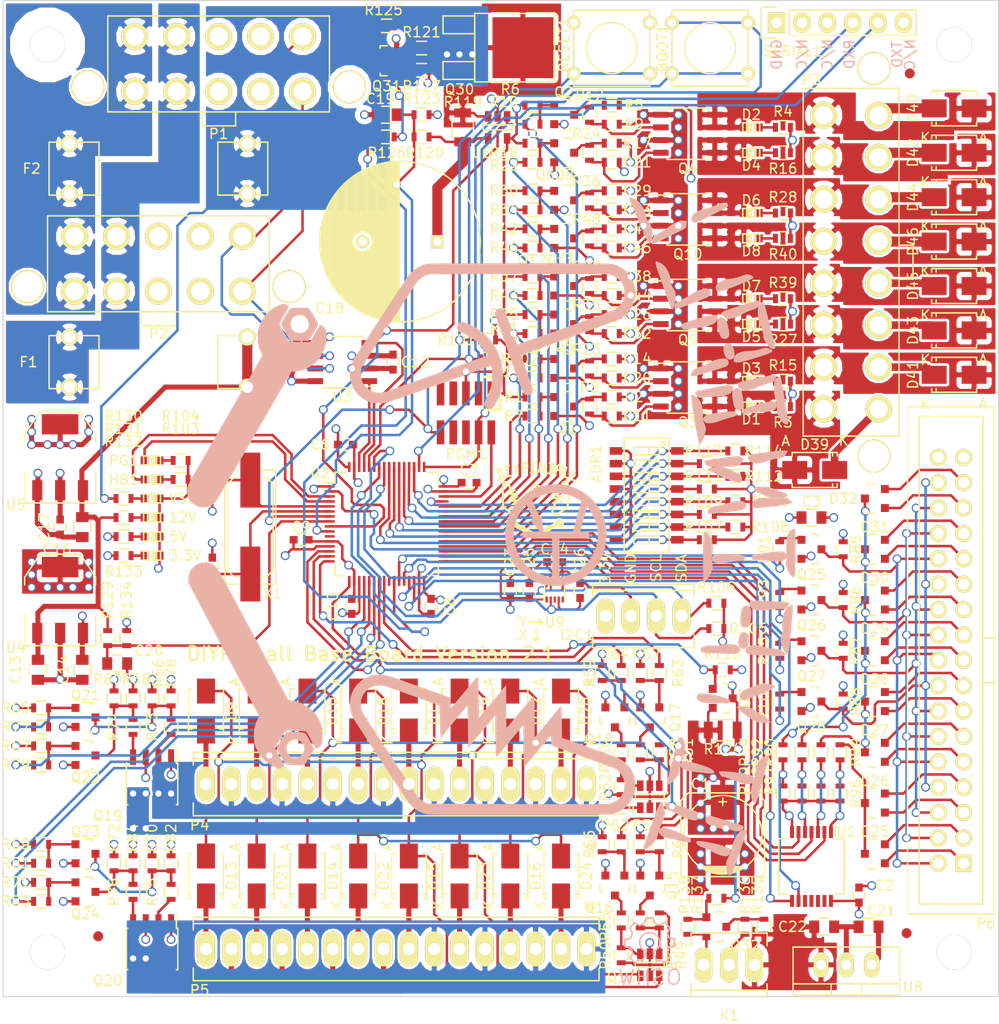
<source format=kicad_pcb>
(kicad_pcb (version 4) (host pcbnew 4.0.0-rc1-stable)
  (layers (0 F.Cu signal) (1 Ground.Cu power hide) (2 Power.Cu mixed hide) (31 B.Cu signal) (34 B.Paste user) (35 F.Paste user) (36 B.SilkS user) (37 F.SilkS user) (38 B.Mask user) (39 F.Mask user) (44 Edge.Cuts user))
  (net 0 "")
  (net 1 "/Control Logic/ADDRESS0")
  (net 2 "/Control Logic/ADDRESS1")
  (net 3 "/Control Logic/ADDRESS2")
  (net 4 "/Control Logic/ADDRESS3")
  (net 5 "/Control Logic/ADDRESS4")
  (net 6 "/Control Logic/ADDRESS5")
  (net 7 "/Control Logic/ADDRESS6")
  (net 8 "/Control Logic/ADDRESS7")
  (net 9 "/Lamp Driver/LAMP_12V")
  (net 10 GND)
  (net 11 +12V)
  (net 12 "Net-(C4-Pad1)")
  (net 13 "Net-(C5-Pad1)")
  (net 14 +5V)
  (net 15 "/Solenoid Driver/SOL_PWR")
  (net 16 "/Control Logic/VSOL_SENSE")
  (net 17 "/Control Logic/12V_SENSE")
  (net 18 "Net-(C22-Pad1)")
  (net 19 "Net-(C26-Pad1)")
  (net 20 "Net-(D1-Pad2)")
  (net 21 "Net-(D1-Pad1)")
  (net 22 "Net-(D2-Pad2)")
  (net 23 "Net-(D2-Pad1)")
  (net 24 "Net-(D3-Pad2)")
  (net 25 "Net-(D3-Pad1)")
  (net 26 "Net-(D4-Pad2)")
  (net 27 "Net-(D4-Pad1)")
  (net 28 "Net-(D11-Pad1)")
  (net 29 "Net-(D10-Pad1)")
  (net 30 "Net-(D10-Pad2)")
  (net 31 "Net-(D11-Pad2)")
  (net 32 "Net-(D17-Pad1)")
  (net 33 "Net-(D17-Pad2)")
  (net 34 "Net-(D18-Pad1)")
  (net 35 "Net-(D18-Pad2)")
  (net 36 "/Power Supply/12V_IN")
  (net 37 "/Power Supply/VSOL_IN")
  (net 38 VEE)
  (net 39 "/Control Logic/HEARTBEAT")
  (net 40 /Accelerometer/SCL)
  (net 41 /Accelerometer/SDA)
  (net 42 "Net-(K1-Pad2)")
  (net 43 "/Control Logic/CANH")
  (net 44 "/Control Logic/CANL")
  (net 45 "Net-(P4-Pad2)")
  (net 46 "Net-(P4-Pad10)")
  (net 47 "Net-(P5-Pad2)")
  (net 48 "Net-(P5-Pad10)")
  (net 49 "Net-(D25-Pad1)")
  (net 50 "/Switch Matrix/COL0_SWITCHED")
  (net 51 "/Switch Matrix/COL1_SWITCHED")
  (net 52 "Net-(D26-Pad1)")
  (net 53 "/Switch Matrix/COL2_SWITCHED")
  (net 54 "/Switch Matrix/COL3_SWITCHED")
  (net 55 "Net-(D27-Pad1)")
  (net 56 "Net-(D28-Pad1)")
  (net 57 "Net-(D29-Pad1)")
  (net 58 "Net-(D30-Pad1)")
  (net 59 "Net-(D31-Pad1)")
  (net 60 "Net-(D32-Pad1)")
  (net 61 "/Control Logic/POWER_GOOD")
  (net 62 "/Control Logic/SWDIO")
  (net 63 "/Control Logic/SWCLK")
  (net 64 "Net-(Q3-Pad2)")
  (net 65 "Net-(Q3-Pad4)")
  (net 66 "Net-(Q4-Pad2)")
  (net 67 "Net-(Q4-Pad4)")
  (net 68 "Net-(Q9-Pad2)")
  (net 69 "Net-(Q9-Pad4)")
  (net 70 "Net-(Q10-Pad2)")
  (net 71 "Net-(Q10-Pad4)")
  (net 72 "Net-(Q19-Pad2)")
  (net 73 "Net-(Q19-Pad4)")
  (net 74 "Net-(Q20-Pad2)")
  (net 75 "Net-(Q20-Pad4)")
  (net 76 "Net-(Q1-Pad1)")
  (net 77 "Net-(Q1-Pad3)")
  (net 78 "Net-(Q2-Pad3)")
  (net 79 "Net-(Q2-Pad1)")
  (net 80 "/Control Logic/SOLENOID0")
  (net 81 "/Control Logic/SOLENOID7")
  (net 82 "Net-(Q5-Pad1)")
  (net 83 "Net-(Q5-Pad3)")
  (net 84 "Net-(Q6-Pad3)")
  (net 85 "Net-(Q6-Pad1)")
  (net 86 "/Control Logic/SOLENOID1")
  (net 87 "/Control Logic/SOLENOID6")
  (net 88 "Net-(Q7-Pad1)")
  (net 89 "Net-(Q7-Pad3)")
  (net 90 "Net-(Q8-Pad3)")
  (net 91 "Net-(Q8-Pad1)")
  (net 92 "/Control Logic/SOLENOID2")
  (net 93 "/Control Logic/SOLENOID5")
  (net 94 "Net-(Q11-Pad1)")
  (net 95 "Net-(Q11-Pad3)")
  (net 96 "Net-(Q12-Pad3)")
  (net 97 "Net-(Q12-Pad1)")
  (net 98 "/Control Logic/SOLENOID3")
  (net 99 "/Control Logic/SOLENOID4")
  (net 100 "Net-(Q13-Pad1)")
  (net 101 "Net-(Q13-Pad3)")
  (net 102 "Net-(Q14-Pad1)")
  (net 103 "Net-(Q14-Pad3)")
  (net 104 "Net-(Q15-Pad1)")
  (net 105 "Net-(Q15-Pad3)")
  (net 106 "Net-(Q16-Pad1)")
  (net 107 "Net-(Q16-Pad3)")
  (net 108 "Net-(Q17-Pad1)")
  (net 109 "Net-(Q17-Pad3)")
  (net 110 "Net-(Q18-Pad1)")
  (net 111 "Net-(Q18-Pad3)")
  (net 112 "/Control Logic/LAMP_ROW0")
  (net 113 "/Control Logic/LAMP_ROW1")
  (net 114 "/Control Logic/LAMP_ROW2")
  (net 115 "/Control Logic/LAMP_ROW3")
  (net 116 "Net-(Q21-Pad1)")
  (net 117 "Net-(Q21-Pad3)")
  (net 118 "Net-(Q22-Pad1)")
  (net 119 "Net-(Q22-Pad3)")
  (net 120 "Net-(Q23-Pad1)")
  (net 121 "Net-(Q23-Pad3)")
  (net 122 "Net-(Q24-Pad1)")
  (net 123 "Net-(Q24-Pad3)")
  (net 124 "/Control Logic/LAMP_COL0")
  (net 125 "/Control Logic/LAMP_COL1")
  (net 126 "/Control Logic/LAMP_COL2")
  (net 127 "/Control Logic/LAMP_COL3")
  (net 128 "Net-(R89-Pad1)")
  (net 129 "/Switch Matrix/ROW0_SWITCHED")
  (net 130 "Net-(R90-Pad1)")
  (net 131 "/Switch Matrix/ROW1_SWITCHED")
  (net 132 "Net-(Q25-Pad1)")
  (net 133 "/Switch Matrix/COL0")
  (net 134 "Net-(R92-Pad1)")
  (net 135 "/Switch Matrix/ROW2_SWITCHED")
  (net 136 "Net-(Q26-Pad1)")
  (net 137 "/Switch Matrix/COL1")
  (net 138 "Net-(R94-Pad1)")
  (net 139 "/Switch Matrix/ROW3_SWITCHED")
  (net 140 "Net-(Q27-Pad1)")
  (net 141 "/Switch Matrix/COL2")
  (net 142 "Net-(Q28-Pad1)")
  (net 143 "/Switch Matrix/COL3")
  (net 144 "/Control Logic/~RESET")
  (net 145 "/Control Logic/BOOTLOADER")
  (net 146 "Net-(Q30-PadD)")
  (net 147 "Net-(Q31-Pad3)")
  (net 148 "Net-(Q31-Pad1)")
  (net 149 "/Control Logic/VSOL_PRECHARGE_PWM")
  (net 150 "/Power Supply/ILAMP_SENSE_OUT")
  (net 151 "Net-(Q32-Pad3)")
  (net 152 "Net-(Q32-Pad1)")
  (net 153 "/RGB LED Output/RGB_DATA")
  (net 154 "/Control Logic/RXD")
  (net 155 "/Switch Matrix/ROW0")
  (net 156 "/Switch Matrix/ROW1")
  (net 157 "/Switch Matrix/ROW2")
  (net 158 "/Switch Matrix/ROW3")
  (net 159 "/Power Supply/ISOL_SENSE_OUT")
  (net 160 "/Control Logic/CANRX")
  (net 161 "/Control Logic/CANTX")
  (net 162 "Net-(Q30-PadG)")
  (net 163 "Net-(D25-Pad2)")
  (net 164 "Net-(D26-Pad2)")
  (net 165 "Net-(D27-Pad2)")
  (net 166 "Net-(D28-Pad2)")
  (net 167 "Net-(D29-Pad2)")
  (net 168 "Net-(D30-Pad2)")
  (net 169 "Net-(D31-Pad2)")
  (net 170 "Net-(D32-Pad2)")
  (net 171 VCC)
  (net 172 +3.3V)
  (net 173 "Net-(D5-Pad2)")
  (net 174 "Net-(D43-Pad2)")
  (net 175 "Net-(D6-Pad2)")
  (net 176 "Net-(D44-Pad2)")
  (net 177 "Net-(D7-Pad2)")
  (net 178 "Net-(D45-Pad2)")
  (net 179 "Net-(D8-Pad2)")
  (net 180 "Net-(D46-Pad2)")
  (net 181 "Net-(D9-Pad1)")
  (net 182 "Net-(D12-Pad1)")
  (net 183 "Net-(D13-Pad1)")
  (net 184 "Net-(D14-Pad1)")
  (net 185 "Net-(D15-Pad1)")
  (net 186 "Net-(D16-Pad1)")
  (net 187 "Net-(D19-Pad1)")
  (net 188 "Net-(D20-Pad1)")
  (net 189 "Net-(D21-Pad1)")
  (net 190 "Net-(D22-Pad1)")
  (net 191 "Net-(D23-Pad1)")
  (net 192 "Net-(D24-Pad1)")
  (net 193 "Net-(D35-Pad2)")
  (net 194 "Net-(D36-Pad2)")
  (net 195 "Net-(D37-Pad2)")
  (net 196 "Net-(D38-Pad2)")
  (net 197 "Net-(HB1-Pad1)")
  (net 198 "Net-(PG1-Pad1)")
  (module PinballParts:DIPSWITCH-SMT-08 (layer F.Cu) (at 120.3325 129.54 270)
    (fp_text reference ADR1 (at -3.175 5.08 270) (layer F.SilkS))
    (fp_text value DIPS_08 hide)
    (fp_text user ON (at -4.953 -1.651 270) (layer F.SilkS) (effects (font (size 0.5 0.5) (thickness 0.125))))
    (pad 16 smd rect (at -4.445 -3.075 270) (size 0.76 1.25) (layers F.Cu F.Paste F.Mask) (net 1 "/Control Logic/ADDRESS0"))
    (pad 15 smd rect (at -3.175 -3.075 270) (size 0.76 1.25) (layers F.Cu F.Paste F.Mask) (net 2 "/Control Logic/ADDRESS1"))
    (pad 14 smd rect (at -1.905 -3.075 270) (size 0.76 1.25) (layers F.Cu F.Paste F.Mask) (net 3 "/Control Logic/ADDRESS2"))
    (pad 13 smd rect (at -0.635 -3.075 270) (size 0.76 1.25) (layers F.Cu F.Paste F.Mask) (net 4 "/Control Logic/ADDRESS3"))
    (pad 12 smd rect (at 0.635 -3.075 270) (size 0.76 1.25) (layers F.Cu F.Paste F.Mask) (net 5 "/Control Logic/ADDRESS4"))
    (pad 11 smd rect (at 1.905 -3.075 270) (size 0.76 1.25) (layers F.Cu F.Paste F.Mask) (net 6 "/Control Logic/ADDRESS5"))
    (pad 10 smd rect (at 3.175 -3.075 270) (size 0.76 1.25) (layers F.Cu F.Paste F.Mask) (net 7 "/Control Logic/ADDRESS6"))
    (pad 9 smd rect (at 4.445 -3.075 270) (size 0.76 1.25) (layers F.Cu F.Paste F.Mask) (net 8 "/Control Logic/ADDRESS7"))
    (pad 1 smd rect (at -4.445 3.075 270) (size 0.76 1.25) (layers F.Cu F.Paste F.Mask) (net 172 +3.3V))
    (pad 2 smd rect (at -3.175 3.075 270) (size 0.76 1.25) (layers F.Cu F.Paste F.Mask) (net 172 +3.3V))
    (pad 3 smd rect (at -1.905 3.075 270) (size 0.76 1.25) (layers F.Cu F.Paste F.Mask) (net 172 +3.3V))
    (pad 4 smd rect (at -0.635 3.075 270) (size 0.76 1.25) (layers F.Cu F.Paste F.Mask) (net 172 +3.3V))
    (pad 5 smd rect (at 0.635 3.075 270) (size 0.76 1.25) (layers F.Cu F.Paste F.Mask) (net 172 +3.3V))
    (pad 6 smd rect (at 1.905 3.075 270) (size 0.76 1.25) (layers F.Cu F.Paste F.Mask) (net 172 +3.3V))
    (pad 7 smd rect (at 3.175 3.075 270) (size 0.76 1.25) (layers F.Cu F.Paste F.Mask) (net 172 +3.3V))
    (pad 8 smd rect (at 4.445 3.075 270) (size 0.76 1.25) (layers F.Cu F.Paste F.Mask) (net 172 +3.3V))
  )
  (module Capacitors_SMD:c_elec_8x10 (layer F.Cu) (at 127.9525 163.5125 90)
    (fp_text reference C1 (at 5.08 -2.2225 180) (layer F.SilkS))
    (fp_text value 47u)
    (pad 1 smd rect (at 3.2512 0 90) (size 3.50012 2.4003) (layers F.Cu F.Paste F.Mask) (net 9 "/Lamp Driver/LAMP_12V"))
    (pad 2 smd rect (at -3.2512 0 90) (size 3.50012 2.4003) (layers F.Cu F.Paste F.Mask) (net 10 GND))
  )
  (module Capacitors_SMD:C_0603 (layer F.Cu) (at 141.605 169.545 90)
    (fp_text reference C2 (at 0.9525 2.54 180) (layer F.SilkS))
    (fp_text value 100n)
    (pad 1 smd rect (at -0.75 0 90) (size 0.8 0.75) (layers F.Cu F.Paste F.Mask) (net 172 +3.3V))
    (pad 2 smd rect (at 0.75 0 90) (size 0.8 0.75) (layers F.Cu F.Paste F.Mask) (net 10 GND))
  )
  (module Capacitors_SMD:C_0805 (layer F.Cu) (at 136.8425 131.7625 180)
    (fp_text reference C3 (at 0 1.5875 180) (layer F.SilkS))
    (fp_text value 10u)
    (pad 1 smd rect (at -1 0 180) (size 1 1.25) (layers F.Cu F.Paste F.Mask) (net 11 +12V))
    (pad 2 smd rect (at 1 0 180) (size 1 1.25) (layers F.Cu F.Paste F.Mask) (net 10 GND))
  )
  (module Capacitors_SMD:C_0603 (layer F.Cu) (at 76.835 128.905 270)
    (fp_text reference C4 (at -1.905 0 360) (layer F.SilkS))
    (fp_text value 18p)
    (pad 1 smd rect (at -0.75 0 270) (size 0.8 0.75) (layers F.Cu F.Paste F.Mask) (net 12 "Net-(C4-Pad1)"))
    (pad 2 smd rect (at 0.75 0 270) (size 0.8 0.75) (layers F.Cu F.Paste F.Mask) (net 10 GND))
  )
  (module Capacitors_SMD:C_0603 (layer F.Cu) (at 76.835 136.525 90)
    (fp_text reference C5 (at -2.2225 0 180) (layer F.SilkS))
    (fp_text value 18p)
    (pad 1 smd rect (at -0.75 0 90) (size 0.8 0.75) (layers F.Cu F.Paste F.Mask) (net 13 "Net-(C5-Pad1)"))
    (pad 2 smd rect (at 0.75 0 90) (size 0.8 0.75) (layers F.Cu F.Paste F.Mask) (net 10 GND))
  )
  (module Capacitors_SMD:C_0603 (layer F.Cu) (at 90.17 124.46)
    (fp_text reference C6 (at -2.54 0) (layer F.SilkS))
    (fp_text value 10n)
    (pad 1 smd rect (at -0.75 0) (size 0.8 0.75) (layers F.Cu F.Paste F.Mask) (net 172 +3.3V))
    (pad 2 smd rect (at 0.75 0) (size 0.8 0.75) (layers F.Cu F.Paste F.Mask) (net 10 GND))
  )
  (module Capacitors_SMD:C_0603 (layer F.Cu) (at 102.5525 128.27)
    (fp_text reference C7 (at 0 -1.27) (layer F.SilkS))
    (fp_text value 10n)
    (pad 1 smd rect (at -0.75 0) (size 0.8 0.75) (layers F.Cu F.Paste F.Mask) (net 172 +3.3V))
    (pad 2 smd rect (at 0.75 0) (size 0.8 0.75) (layers F.Cu F.Paste F.Mask) (net 10 GND))
  )
  (module Capacitors_SMD:C_0603 (layer F.Cu) (at 98.7425 140.6525 270)
    (fp_text reference C8 (at 0 -1.9 270) (layer F.SilkS))
    (fp_text value 10n)
    (pad 1 smd rect (at -0.75 0 270) (size 0.8 0.75) (layers F.Cu F.Paste F.Mask) (net 172 +3.3V))
    (pad 2 smd rect (at 0.75 0 270) (size 0.8 0.75) (layers F.Cu F.Paste F.Mask) (net 10 GND))
  )
  (module Capacitors_SMD:C_0603 (layer F.Cu) (at 85.725 133.985)
    (fp_text reference C9 (at 0 -1.27) (layer F.SilkS))
    (fp_text value 100n)
    (pad 1 smd rect (at -0.75 0) (size 0.8 0.75) (layers F.Cu F.Paste F.Mask) (net 172 +3.3V))
    (pad 2 smd rect (at 0.75 0) (size 0.8 0.75) (layers F.Cu F.Paste F.Mask) (net 10 GND))
  )
  (module Capacitors_SMD:C_0603 (layer F.Cu) (at 90.805 140.6525 90)
    (fp_text reference C10 (at 0 -1.9 90) (layer F.SilkS))
    (fp_text value 100n)
    (pad 1 smd rect (at -0.75 0 90) (size 0.8 0.75) (layers F.Cu F.Paste F.Mask) (net 172 +3.3V))
    (pad 2 smd rect (at 0.75 0 90) (size 0.8 0.75) (layers F.Cu F.Paste F.Mask) (net 10 GND))
  )
  (module Capacitors_SMD:C_0603 (layer F.Cu) (at 84.7725 116.205 270)
    (fp_text reference C11 (at -2.2225 0 360) (layer F.SilkS))
    (fp_text value 100n)
    (pad 1 smd rect (at -0.75 0 270) (size 0.8 0.75) (layers F.Cu F.Paste F.Mask) (net 172 +3.3V))
    (pad 2 smd rect (at 0.75 0 270) (size 0.8 0.75) (layers F.Cu F.Paste F.Mask) (net 10 GND))
  )
  (module Capacitors_SMD:C_0603 (layer F.Cu) (at 94.9325 116.205 270)
    (fp_text reference C12 (at 0 -2.2225 540) (layer F.SilkS))
    (fp_text value 100n)
    (pad 1 smd rect (at -0.75 0 270) (size 0.8 0.75) (layers F.Cu F.Paste F.Mask) (net 14 +5V))
    (pad 2 smd rect (at 0.75 0 270) (size 0.8 0.75) (layers F.Cu F.Paste F.Mask) (net 10 GND))
  )
  (module Capacitors_SMD:C_0805 (layer F.Cu) (at 59.3725 147.0025 270)
    (fp_text reference C13 (at 0 2.2225 270) (layer F.SilkS))
    (fp_text value 10u)
    (pad 1 smd rect (at -1 0 270) (size 1 1.25) (layers F.Cu F.Paste F.Mask) (net 11 +12V))
    (pad 2 smd rect (at 1 0 270) (size 1 1.25) (layers F.Cu F.Paste F.Mask) (net 10 GND))
  )
  (module Capacitors_SMD:C_0805 (layer F.Cu) (at 63.8175 147.0025 270)
    (fp_text reference C14 (at 0 1.905 270) (layer F.SilkS))
    (fp_text value 10u)
    (pad 1 smd rect (at -1 0 270) (size 1 1.25) (layers F.Cu F.Paste F.Mask) (net 14 +5V))
    (pad 2 smd rect (at 1 0 270) (size 1 1.25) (layers F.Cu F.Paste F.Mask) (net 10 GND))
  )
  (module Capacitors_SMD:C_0805 (layer F.Cu) (at 63.8175 132.715 270)
    (fp_text reference C16 (at 2.2225 2.54 360) (layer F.SilkS))
    (fp_text value 10u)
    (pad 1 smd rect (at -1 0 270) (size 1 1.25) (layers F.Cu F.Paste F.Mask) (net 11 +12V))
    (pad 2 smd rect (at 1 0 270) (size 1 1.25) (layers F.Cu F.Paste F.Mask) (net 10 GND))
  )
  (module Capacitors_SMD:C_0603 (layer F.Cu) (at 61.595 132.715 270)
    (fp_text reference C17 (at 0 1.5875 270) (layer F.SilkS))
    (fp_text value 4.7u)
    (pad 1 smd rect (at -0.75 0 270) (size 0.8 0.75) (layers F.Cu F.Paste F.Mask) (net 172 +3.3V))
    (pad 2 smd rect (at 0.75 0 270) (size 0.8 0.75) (layers F.Cu F.Paste F.Mask) (net 10 GND))
  )
  (module Capacitors_ThroughHole:C_Radial_D16_L25_P7.5 (layer F.Cu) (at 99.3775 104.14 180)
    (fp_text reference C18 (at 10.795 -6.6675 180) (layer F.SilkS))
    (fp_text value 470u)
    (pad 1 thru_hole rect (at 0 0 180) (size 1.3 1.3) (drill 0.8) (layers *.Cu *.Mask F.SilkS) (net 15 "/Solenoid Driver/SOL_PWR"))
    (pad 2 thru_hole circle (at 7.5 0 180) (size 1.3 1.3) (drill 0.8) (layers *.Cu *.Mask F.SilkS) (net 10 GND))
  )
  (module Capacitors_SMD:C_0805 (layer F.Cu) (at 94.2975 91.44 180)
    (fp_text reference C19 (at 0.635 1.5875 180) (layer F.SilkS))
    (fp_text value 10u)
    (pad 1 smd rect (at -1 0 180) (size 1 1.25) (layers F.Cu F.Paste F.Mask) (net 16 "/Control Logic/VSOL_SENSE"))
    (pad 2 smd rect (at 1 0 180) (size 1 1.25) (layers F.Cu F.Paste F.Mask) (net 10 GND))
  )
  (module Capacitors_SMD:C_0805 (layer F.Cu) (at 67.31 146.3675)
    (fp_text reference C20 (at 3.175 -1.27) (layer F.SilkS))
    (fp_text value 10u)
    (pad 1 smd rect (at -1 0) (size 1 1.25) (layers F.Cu F.Paste F.Mask) (net 17 "/Control Logic/12V_SENSE"))
    (pad 2 smd rect (at 1 0) (size 1 1.25) (layers F.Cu F.Paste F.Mask) (net 10 GND))
  )
  (module Capacitors_SMD:C_0805 (layer F.Cu) (at 142.5575 172.72 180)
    (fp_text reference C21 (at -1.27 1.5875 180) (layer F.SilkS))
    (fp_text value 10u)
    (pad 1 smd rect (at -1 0 180) (size 1 1.25) (layers F.Cu F.Paste F.Mask) (net 11 +12V))
    (pad 2 smd rect (at 1 0 180) (size 1 1.25) (layers F.Cu F.Paste F.Mask) (net 10 GND))
  )
  (module Capacitors_SMD:C_0805 (layer F.Cu) (at 138.1125 172.72)
    (fp_text reference C22 (at -3.175 0) (layer F.SilkS))
    (fp_text value 10u)
    (pad 1 smd rect (at -1 0) (size 1 1.25) (layers F.Cu F.Paste F.Mask) (net 18 "Net-(C22-Pad1)"))
    (pad 2 smd rect (at 1 0) (size 1 1.25) (layers F.Cu F.Paste F.Mask) (net 10 GND))
  )
  (module Capacitors_SMD:C_0603 (layer F.Cu) (at 106.68 139.065 90)
    (fp_text reference C23 (at 2.8575 0 90) (layer F.SilkS))
    (fp_text value 100n)
    (pad 1 smd rect (at -0.75 0 90) (size 0.8 0.75) (layers F.Cu F.Paste F.Mask) (net 172 +3.3V))
    (pad 2 smd rect (at 0.75 0 90) (size 0.8 0.75) (layers F.Cu F.Paste F.Mask) (net 10 GND))
  )
  (module Capacitors_SMD:C_0603 (layer F.Cu) (at 111.125 136.2075)
    (fp_text reference C24 (at 0 -1.27) (layer F.SilkS))
    (fp_text value 100n)
    (pad 1 smd rect (at -0.75 0) (size 0.8 0.75) (layers F.Cu F.Paste F.Mask) (net 172 +3.3V))
    (pad 2 smd rect (at 0.75 0) (size 0.8 0.75) (layers F.Cu F.Paste F.Mask) (net 10 GND))
  )
  (module Capacitors_SMD:C_0603 (layer F.Cu) (at 108.585 139.065 90)
    (fp_text reference C25 (at 2.8575 0 90) (layer F.SilkS))
    (fp_text value 1u)
    (pad 1 smd rect (at -0.75 0 90) (size 0.8 0.75) (layers F.Cu F.Paste F.Mask) (net 172 +3.3V))
    (pad 2 smd rect (at 0.75 0 90) (size 0.8 0.75) (layers F.Cu F.Paste F.Mask) (net 10 GND))
  )
  (module Capacitors_SMD:C_0603 (layer F.Cu) (at 113.665 139.065 90)
    (fp_text reference C26 (at 2.8575 0 90) (layer F.SilkS))
    (fp_text value 100n)
    (pad 1 smd rect (at -0.75 0 90) (size 0.8 0.75) (layers F.Cu F.Paste F.Mask) (net 19 "Net-(C26-Pad1)"))
    (pad 2 smd rect (at 0.75 0 90) (size 0.8 0.75) (layers F.Cu F.Paste F.Mask) (net 10 GND))
  )
  (module LEDs:LED-0603 (layer F.Cu) (at 130.81 120.65)
    (fp_text reference D1 (at 0 1.27) (layer F.SilkS))
    (fp_text value LED)
    (pad 2 smd rect (at 0.7493 0 180) (size 0.79756 0.79756) (layers F.Cu F.Paste F.Mask) (net 20 "Net-(D1-Pad2)"))
    (pad 1 smd rect (at -0.7493 0 180) (size 0.79756 0.79756) (layers F.Cu F.Paste F.Mask) (net 21 "Net-(D1-Pad1)"))
  )
  (module LEDs:LED-0603 (layer F.Cu) (at 130.81 92.71)
    (fp_text reference D2 (at 0 -1.27) (layer F.SilkS))
    (fp_text value LED)
    (pad 2 smd rect (at 0.7493 0 180) (size 0.79756 0.79756) (layers F.Cu F.Paste F.Mask) (net 22 "Net-(D2-Pad2)"))
    (pad 1 smd rect (at -0.7493 0 180) (size 0.79756 0.79756) (layers F.Cu F.Paste F.Mask) (net 23 "Net-(D2-Pad1)"))
  )
  (module LEDs:LED-0603 (layer F.Cu) (at 130.81 118.11)
    (fp_text reference D3 (at 0 -1.27) (layer F.SilkS))
    (fp_text value LED)
    (pad 2 smd rect (at 0.7493 0 180) (size 0.79756 0.79756) (layers F.Cu F.Paste F.Mask) (net 24 "Net-(D3-Pad2)"))
    (pad 1 smd rect (at -0.7493 0 180) (size 0.79756 0.79756) (layers F.Cu F.Paste F.Mask) (net 25 "Net-(D3-Pad1)"))
  )
  (module LEDs:LED-0603 (layer F.Cu) (at 130.81 95.25)
    (fp_text reference D4 (at 0 1.27) (layer F.SilkS))
    (fp_text value LED)
    (pad 2 smd rect (at 0.7493 0 180) (size 0.79756 0.79756) (layers F.Cu F.Paste F.Mask) (net 26 "Net-(D4-Pad2)"))
    (pad 1 smd rect (at -0.7493 0 180) (size 0.79756 0.79756) (layers F.Cu F.Paste F.Mask) (net 27 "Net-(D4-Pad1)"))
  )
  (module LEDs:LED-0603 (layer F.Cu) (at 130.81 112.395)
    (fp_text reference D5 (at 0 1.27) (layer F.SilkS))
    (fp_text value LED)
    (pad 2 smd rect (at 0.7493 0 180) (size 0.79756 0.79756) (layers F.Cu F.Paste F.Mask) (net 173 "Net-(D5-Pad2)"))
    (pad 1 smd rect (at -0.7493 0 180) (size 0.79756 0.79756) (layers F.Cu F.Paste F.Mask) (net 174 "Net-(D43-Pad2)"))
  )
  (module LEDs:LED-0603 (layer F.Cu) (at 130.81 101.2825)
    (fp_text reference D6 (at 0 -1.27) (layer F.SilkS))
    (fp_text value LED)
    (pad 2 smd rect (at 0.7493 0 180) (size 0.79756 0.79756) (layers F.Cu F.Paste F.Mask) (net 175 "Net-(D6-Pad2)"))
    (pad 1 smd rect (at -0.7493 0 180) (size 0.79756 0.79756) (layers F.Cu F.Paste F.Mask) (net 176 "Net-(D44-Pad2)"))
  )
  (module LEDs:LED-0603 (layer F.Cu) (at 130.81 109.855)
    (fp_text reference D7 (at 0 -1.27) (layer F.SilkS))
    (fp_text value LED)
    (pad 2 smd rect (at 0.7493 0 180) (size 0.79756 0.79756) (layers F.Cu F.Paste F.Mask) (net 177 "Net-(D7-Pad2)"))
    (pad 1 smd rect (at -0.7493 0 180) (size 0.79756 0.79756) (layers F.Cu F.Paste F.Mask) (net 178 "Net-(D45-Pad2)"))
  )
  (module LEDs:LED-0603 (layer F.Cu) (at 130.81 103.8225)
    (fp_text reference D8 (at 0 1.27) (layer F.SilkS))
    (fp_text value LED)
    (pad 2 smd rect (at 0.7493 0 180) (size 0.79756 0.79756) (layers F.Cu F.Paste F.Mask) (net 179 "Net-(D8-Pad2)"))
    (pad 1 smd rect (at -0.7493 0 180) (size 0.79756 0.79756) (layers F.Cu F.Paste F.Mask) (net 180 "Net-(D46-Pad2)"))
  )
  (module LEDs:LED-0603 (layer F.Cu) (at 70.8025 129.8575 180)
    (fp_text reference D35 hide)
    (fp_text value LED)
    (pad 2 smd rect (at 0.7493 0) (size 0.79756 0.79756) (layers F.Cu F.Paste F.Mask) (net 193 "Net-(D35-Pad2)"))
    (pad 1 smd rect (at -0.7493 0) (size 0.79756 0.79756) (layers F.Cu F.Paste F.Mask) (net 10 GND))
  )
  (module LEDs:LED-0603 (layer F.Cu) (at 70.8025 131.7625 180)
    (fp_text reference D36 hide)
    (fp_text value LED)
    (pad 2 smd rect (at 0.7493 0) (size 0.79756 0.79756) (layers F.Cu F.Paste F.Mask) (net 194 "Net-(D36-Pad2)"))
    (pad 1 smd rect (at -0.7493 0) (size 0.79756 0.79756) (layers F.Cu F.Paste F.Mask) (net 10 GND))
  )
  (module LEDs:LED-0603 (layer F.Cu) (at 70.8025 133.6675 180)
    (fp_text reference D37 hide)
    (fp_text value LED)
    (pad 2 smd rect (at 0.7493 0) (size 0.79756 0.79756) (layers F.Cu F.Paste F.Mask) (net 195 "Net-(D37-Pad2)"))
    (pad 1 smd rect (at -0.7493 0) (size 0.79756 0.79756) (layers F.Cu F.Paste F.Mask) (net 10 GND))
  )
  (module LEDs:LED-0603 (layer F.Cu) (at 70.8025 135.5725 180)
    (fp_text reference D38 hide)
    (fp_text value LED)
    (pad 2 smd rect (at 0.7493 0) (size 0.79756 0.79756) (layers F.Cu F.Paste F.Mask) (net 196 "Net-(D38-Pad2)"))
    (pad 1 smd rect (at -0.7493 0) (size 0.79756 0.79756) (layers F.Cu F.Paste F.Mask) (net 10 GND))
  )
  (module PinballParts:FC203-20MM (layer F.Cu) (at 71.4375 116.205)
    (fp_text reference F1 (at -13.0175 0) (layer F.SilkS))
    (fp_text value FUSE hide)
    (pad 1 thru_hole circle (at -8.9 -2.5) (size 1.7 1.7) (drill 1.17) (layers *.Cu *.Mask F.SilkS) (net 36 "/Power Supply/12V_IN"))
    (pad 1 thru_hole circle (at -8.9 2.5) (size 1.7 1.7) (drill 1.17) (layers *.Cu *.Mask F.SilkS) (net 36 "/Power Supply/12V_IN"))
    (pad 2 thru_hole circle (at 8.9 2.5) (size 1.7 1.7) (drill 1.17) (layers *.Cu *.Mask F.SilkS) (net 11 +12V))
    (pad 2 thru_hole circle (at 8.9 -2.5) (size 1.7 1.7) (drill 1.17) (layers *.Cu *.Mask F.SilkS) (net 11 +12V))
  )
  (module PinballParts:FC203-20MM (layer F.Cu) (at 71.4375 96.8375)
    (fp_text reference F2 (at -12.7 0) (layer F.SilkS))
    (fp_text value FUSE hide)
    (pad 1 thru_hole circle (at -8.9 -2.5) (size 1.7 1.7) (drill 1.17) (layers *.Cu *.Mask F.SilkS) (net 37 "/Power Supply/VSOL_IN"))
    (pad 1 thru_hole circle (at -8.9 2.5) (size 1.7 1.7) (drill 1.17) (layers *.Cu *.Mask F.SilkS) (net 37 "/Power Supply/VSOL_IN"))
    (pad 2 thru_hole circle (at 8.9 2.5) (size 1.7 1.7) (drill 1.17) (layers *.Cu *.Mask F.SilkS) (net 38 VEE))
    (pad 2 thru_hole circle (at 8.9 -2.5) (size 1.7 1.7) (drill 1.17) (layers *.Cu *.Mask F.SilkS) (net 38 VEE))
  )
  (module LEDs:LED-0603 (layer F.Cu) (at 70.8025 127.9525 180)
    (fp_text reference HB1 (at 2.8575 0 180) (layer F.SilkS))
    (fp_text value LED)
    (pad 2 smd rect (at 0.7493 0) (size 0.79756 0.79756) (layers F.Cu F.Paste F.Mask) (net 39 "/Control Logic/HEARTBEAT"))
    (pad 1 smd rect (at -0.7493 0) (size 0.79756 0.79756) (layers F.Cu F.Paste F.Mask) (net 197 "Net-(HB1-Pad1)"))
  )
  (module Sockets_MOLEX_KK-System:Socket_MOLEX-KK-RM2-54mm_Lock_4pin_straight (layer F.Cu) (at 120.015 141.605)
    (fp_text reference I2C1 (at -6.6675 1.905) (layer F.SilkS))
    (fp_text value CONN_4)
    (pad 1 thru_hole oval (at -3.81 0) (size 1.80086 3.50012) (drill 1.19888) (layers *.Cu *.Mask F.SilkS) (net 172 +3.3V))
    (pad 2 thru_hole oval (at -1.27 0) (size 1.80086 3.50012) (drill 1.19888) (layers *.Cu *.Mask F.SilkS) (net 10 GND))
    (pad 3 thru_hole oval (at 1.27 0) (size 1.80086 3.50012) (drill 1.19888) (layers *.Cu *.Mask F.SilkS) (net 40 /Accelerometer/SCL))
    (pad 4 thru_hole oval (at 3.81 0) (size 1.80086 3.50012) (drill 1.19888) (layers *.Cu *.Mask F.SilkS) (net 41 /Accelerometer/SDA))
  )
  (module PinballParts:PINBALL-CONNECTOR-V (layer F.Cu) (at 77.47 86.36)
    (fp_text reference P1 (at 0 7) (layer F.SilkS))
    (fp_text value PINBALL-CONNECTOR hide)
    (pad 3 thru_hole circle (at 0 -2.75 180) (size 2.7 2.7) (drill 1.8) (layers *.Cu *.Mask F.SilkS) (net 10 GND))
    (pad 8 thru_hole circle (at 0 2.75 180) (size 2.7 2.7) (drill 1.8) (layers *.Cu *.Mask F.SilkS) (net 10 GND))
    (pad 4 thru_hole circle (at 4.2 -2.75 180) (size 2.7 2.7) (drill 1.8) (layers *.Cu *.Mask F.SilkS) (net 10 GND))
    (pad 9 thru_hole circle (at 4.2 2.75 180) (size 2.7 2.7) (drill 1.8) (layers *.Cu *.Mask F.SilkS) (net 10 GND))
    (pad 5 thru_hole circle (at 8.4 -2.75 180) (size 2.7 2.7) (drill 1.8) (layers *.Cu *.Mask F.SilkS) (net 43 "/Control Logic/CANH"))
    (pad 10 thru_hole circle (at 8.4 2.75 180) (size 2.7 2.7) (drill 1.8) (layers *.Cu *.Mask F.SilkS) (net 44 "/Control Logic/CANL"))
    (pad 7 thru_hole circle (at -4.2 2.75 180) (size 2.7 2.7) (drill 1.8) (layers *.Cu *.Mask F.SilkS) (net 36 "/Power Supply/12V_IN"))
    (pad 2 thru_hole circle (at -4.2 -2.75 180) (size 2.7 2.7) (drill 1.8) (layers *.Cu *.Mask F.SilkS) (net 36 "/Power Supply/12V_IN"))
    (pad 6 thru_hole circle (at -8.4 2.75 180) (size 2.7 2.7) (drill 1.8) (layers *.Cu *.Mask F.SilkS) (net 37 "/Power Supply/VSOL_IN"))
    (pad 1 thru_hole circle (at -8.4 -2.75 180) (size 2.7 2.7) (drill 1.8) (layers *.Cu *.Mask F.SilkS) (net 37 "/Power Supply/VSOL_IN"))
    (pad "" np_thru_hole circle (at 13.1 2.29 180) (size 3.3 3.3) (drill 3) (layers *.Cu *.Mask F.SilkS))
    (pad "" np_thru_hole circle (at -13.1 2.29 180) (size 3.3 3.3) (drill 3) (layers *.Cu *.Mask F.SilkS))
  )
  (module PinballParts:PINBALL-CONNECTOR-V (layer F.Cu) (at 71.4375 106.3625)
    (fp_text reference P2 (at 0 7) (layer F.SilkS))
    (fp_text value PINBALL-CONNECTOR hide)
    (pad 3 thru_hole circle (at 0 -2.75 180) (size 2.7 2.7) (drill 1.8) (layers *.Cu *.Mask F.SilkS) (net 10 GND))
    (pad 8 thru_hole circle (at 0 2.75 180) (size 2.7 2.7) (drill 1.8) (layers *.Cu *.Mask F.SilkS) (net 10 GND))
    (pad 4 thru_hole circle (at 4.2 -2.75 180) (size 2.7 2.7) (drill 1.8) (layers *.Cu *.Mask F.SilkS) (net 10 GND))
    (pad 9 thru_hole circle (at 4.2 2.75 180) (size 2.7 2.7) (drill 1.8) (layers *.Cu *.Mask F.SilkS) (net 10 GND))
    (pad 5 thru_hole circle (at 8.4 -2.75 180) (size 2.7 2.7) (drill 1.8) (layers *.Cu *.Mask F.SilkS) (net 43 "/Control Logic/CANH"))
    (pad 10 thru_hole circle (at 8.4 2.75 180) (size 2.7 2.7) (drill 1.8) (layers *.Cu *.Mask F.SilkS) (net 44 "/Control Logic/CANL"))
    (pad 7 thru_hole circle (at -4.2 2.75 180) (size 2.7 2.7) (drill 1.8) (layers *.Cu *.Mask F.SilkS) (net 36 "/Power Supply/12V_IN"))
    (pad 2 thru_hole circle (at -4.2 -2.75 180) (size 2.7 2.7) (drill 1.8) (layers *.Cu *.Mask F.SilkS) (net 36 "/Power Supply/12V_IN"))
    (pad 6 thru_hole circle (at -8.4 2.75 180) (size 2.7 2.7) (drill 1.8) (layers *.Cu *.Mask F.SilkS) (net 37 "/Power Supply/VSOL_IN"))
    (pad 1 thru_hole circle (at -8.4 -2.75 180) (size 2.7 2.7) (drill 1.8) (layers *.Cu *.Mask F.SilkS) (net 37 "/Power Supply/VSOL_IN"))
    (pad "" np_thru_hole circle (at 13.1 2.29 180) (size 3.3 3.3) (drill 3) (layers *.Cu *.Mask F.SilkS))
    (pad "" np_thru_hole circle (at -13.1 2.29 180) (size 3.3 3.3) (drill 3) (layers *.Cu *.Mask F.SilkS))
  )
  (module PinballParts:SOLENOID-CONNECTOR-V (layer F.Cu) (at 140.81125 106.20375 90)
    (fp_text reference P3 (at 18.25625 -3.96875 180) (layer F.SilkS))
    (fp_text value SOLENOID-CONNECTOR hide)
    (pad 3 thru_hole circle (at -6.3 -2.75 270) (size 2.7 2.7) (drill 1.8) (layers *.Cu *.Mask F.SilkS) (net 174 "Net-(D43-Pad2)"))
    (pad 11 thru_hole circle (at -6.3 2.75 270) (size 2.7 2.7) (drill 1.8) (layers *.Cu *.Mask F.SilkS) (net 15 "/Solenoid Driver/SOL_PWR"))
    (pad 4 thru_hole circle (at -2.1 -2.75 270) (size 2.7 2.7) (drill 1.8) (layers *.Cu *.Mask F.SilkS) (net 178 "Net-(D45-Pad2)"))
    (pad 12 thru_hole circle (at -2.1 2.75 270) (size 2.7 2.7) (drill 1.8) (layers *.Cu *.Mask F.SilkS) (net 15 "/Solenoid Driver/SOL_PWR"))
    (pad 5 thru_hole circle (at 2.1 -2.75 270) (size 2.7 2.7) (drill 1.8) (layers *.Cu *.Mask F.SilkS) (net 180 "Net-(D46-Pad2)"))
    (pad 13 thru_hole circle (at 2.1 2.75 270) (size 2.7 2.7) (drill 1.8) (layers *.Cu *.Mask F.SilkS) (net 15 "/Solenoid Driver/SOL_PWR"))
    (pad 10 thru_hole circle (at -10.5 2.75 270) (size 2.7 2.7) (drill 1.8) (layers *.Cu *.Mask F.SilkS) (net 15 "/Solenoid Driver/SOL_PWR"))
    (pad 2 thru_hole circle (at -10.5 -2.75 270) (size 2.7 2.7) (drill 1.8) (layers *.Cu *.Mask F.SilkS) (net 25 "Net-(D3-Pad1)"))
    (pad 9 thru_hole circle (at -14.7 2.75 270) (size 2.7 2.7) (drill 1.8) (layers *.Cu *.Mask F.SilkS) (net 15 "/Solenoid Driver/SOL_PWR"))
    (pad 1 thru_hole circle (at -14.7 -2.75 270) (size 2.7 2.7) (drill 1.8) (layers *.Cu *.Mask F.SilkS) (net 21 "Net-(D1-Pad1)"))
    (pad "" np_thru_hole circle (at 19.4 2.29 270) (size 3.3 3.3) (drill 3) (layers *.Cu *.Mask F.SilkS))
    (pad "" np_thru_hole circle (at -19.4 2.29 270) (size 3.3 3.3) (drill 3) (layers *.Cu *.Mask F.SilkS))
    (pad 6 thru_hole circle (at 6.3 -2.75 270) (size 2.7 2.7) (drill 1.8) (layers *.Cu *.Mask F.SilkS) (net 176 "Net-(D44-Pad2)"))
    (pad 14 thru_hole circle (at 6.3 2.75 270) (size 2.7 2.7) (drill 1.8) (layers *.Cu *.Mask F.SilkS) (net 15 "/Solenoid Driver/SOL_PWR"))
    (pad 7 thru_hole circle (at 10.5 -2.75 270) (size 2.7 2.7) (drill 1.8) (layers *.Cu *.Mask F.SilkS) (net 27 "Net-(D4-Pad1)"))
    (pad 15 thru_hole circle (at 10.5 2.75 270) (size 2.7 2.7) (drill 1.8) (layers *.Cu *.Mask F.SilkS) (net 15 "/Solenoid Driver/SOL_PWR"))
    (pad 16 thru_hole circle (at 14.7 2.75 270) (size 2.7 2.7) (drill 1.8) (layers *.Cu *.Mask F.SilkS) (net 15 "/Solenoid Driver/SOL_PWR"))
    (pad 8 thru_hole circle (at 14.7 -2.75 270) (size 2.7 2.7) (drill 1.8) (layers *.Cu *.Mask F.SilkS) (net 23 "Net-(D2-Pad1)"))
  )
  (module PinballParts:Socket_MOLEX-KK-RM2-54mm_Lock_16pin_straight (layer F.Cu) (at 95.25 158.4325)
    (fp_text reference P4 (at -19.685 4.1275) (layer F.SilkS))
    (fp_text value CONN_16 hide)
    (pad 1 thru_hole oval (at -19.05 0) (size 1.80086 3.50012) (drill 1.19888) (layers *.Cu *.Mask F.SilkS) (net 181 "Net-(D9-Pad1)"))
    (pad 2 thru_hole oval (at -16.51 0) (size 1.80086 3.50012) (drill 1.19888) (layers *.Cu *.Mask F.SilkS) (net 45 "Net-(P4-Pad2)"))
    (pad 3 thru_hole oval (at -13.97 0) (size 1.80086 3.50012) (drill 1.19888) (layers *.Cu *.Mask F.SilkS) (net 32 "Net-(D17-Pad1)"))
    (pad 4 thru_hole oval (at -11.43 0) (size 1.80086 3.50012) (drill 1.19888) (layers *.Cu *.Mask F.SilkS) (net 45 "Net-(P4-Pad2)"))
    (pad 5 thru_hole oval (at -8.89 0) (size 1.80086 3.50012) (drill 1.19888) (layers *.Cu *.Mask F.SilkS) (net 29 "Net-(D10-Pad1)"))
    (pad 6 thru_hole oval (at -6.35 0) (size 1.80086 3.50012) (drill 1.19888) (layers *.Cu *.Mask F.SilkS) (net 45 "Net-(P4-Pad2)"))
    (pad 7 thru_hole oval (at -3.81 0) (size 1.80086 3.50012) (drill 1.19888) (layers *.Cu *.Mask F.SilkS) (net 34 "Net-(D18-Pad1)"))
    (pad 8 thru_hole oval (at -1.27 0) (size 1.80086 3.50012) (drill 1.19888) (layers *.Cu *.Mask F.SilkS) (net 45 "Net-(P4-Pad2)"))
    (pad 9 thru_hole oval (at 1.27 0) (size 1.80086 3.50012) (drill 1.19888) (layers *.Cu *.Mask F.SilkS) (net 28 "Net-(D11-Pad1)"))
    (pad 10 thru_hole oval (at 3.81 0) (size 1.80086 3.50012) (drill 1.19888) (layers *.Cu *.Mask F.SilkS) (net 46 "Net-(P4-Pad10)"))
    (pad 11 thru_hole oval (at 6.35 0) (size 1.80086 3.50012) (drill 1.19888) (layers *.Cu *.Mask F.SilkS) (net 187 "Net-(D19-Pad1)"))
    (pad 12 thru_hole oval (at 8.89 0) (size 1.80086 3.50012) (drill 1.19888) (layers *.Cu *.Mask F.SilkS) (net 46 "Net-(P4-Pad10)"))
    (pad 13 thru_hole oval (at 11.43 0) (size 1.80086 3.50012) (drill 1.19888) (layers *.Cu *.Mask F.SilkS) (net 182 "Net-(D12-Pad1)"))
    (pad 14 thru_hole oval (at 13.97 0) (size 1.80086 3.50012) (drill 1.19888) (layers *.Cu *.Mask F.SilkS) (net 46 "Net-(P4-Pad10)"))
    (pad 15 thru_hole oval (at 16.51 0) (size 1.80086 3.50012) (drill 1.19888) (layers *.Cu *.Mask F.SilkS) (net 188 "Net-(D20-Pad1)"))
    (pad 16 thru_hole oval (at 19.05 0) (size 1.80086 3.50012) (drill 1.19888) (layers *.Cu *.Mask F.SilkS) (net 46 "Net-(P4-Pad10)"))
  )
  (module PinballParts:Socket_MOLEX-KK-RM2-54mm_Lock_16pin_straight (layer F.Cu) (at 95.25 174.9425)
    (fp_text reference P5 (at -19.685 4.1275) (layer F.SilkS))
    (fp_text value CONN_16 hide)
    (pad 1 thru_hole oval (at -19.05 0) (size 1.80086 3.50012) (drill 1.19888) (layers *.Cu *.Mask F.SilkS) (net 183 "Net-(D13-Pad1)"))
    (pad 2 thru_hole oval (at -16.51 0) (size 1.80086 3.50012) (drill 1.19888) (layers *.Cu *.Mask F.SilkS) (net 47 "Net-(P5-Pad2)"))
    (pad 3 thru_hole oval (at -13.97 0) (size 1.80086 3.50012) (drill 1.19888) (layers *.Cu *.Mask F.SilkS) (net 189 "Net-(D21-Pad1)"))
    (pad 4 thru_hole oval (at -11.43 0) (size 1.80086 3.50012) (drill 1.19888) (layers *.Cu *.Mask F.SilkS) (net 47 "Net-(P5-Pad2)"))
    (pad 5 thru_hole oval (at -8.89 0) (size 1.80086 3.50012) (drill 1.19888) (layers *.Cu *.Mask F.SilkS) (net 184 "Net-(D14-Pad1)"))
    (pad 6 thru_hole oval (at -6.35 0) (size 1.80086 3.50012) (drill 1.19888) (layers *.Cu *.Mask F.SilkS) (net 47 "Net-(P5-Pad2)"))
    (pad 7 thru_hole oval (at -3.81 0) (size 1.80086 3.50012) (drill 1.19888) (layers *.Cu *.Mask F.SilkS) (net 190 "Net-(D22-Pad1)"))
    (pad 8 thru_hole oval (at -1.27 0) (size 1.80086 3.50012) (drill 1.19888) (layers *.Cu *.Mask F.SilkS) (net 47 "Net-(P5-Pad2)"))
    (pad 9 thru_hole oval (at 1.27 0) (size 1.80086 3.50012) (drill 1.19888) (layers *.Cu *.Mask F.SilkS) (net 185 "Net-(D15-Pad1)"))
    (pad 10 thru_hole oval (at 3.81 0) (size 1.80086 3.50012) (drill 1.19888) (layers *.Cu *.Mask F.SilkS) (net 48 "Net-(P5-Pad10)"))
    (pad 11 thru_hole oval (at 6.35 0) (size 1.80086 3.50012) (drill 1.19888) (layers *.Cu *.Mask F.SilkS) (net 191 "Net-(D23-Pad1)"))
    (pad 12 thru_hole oval (at 8.89 0) (size 1.80086 3.50012) (drill 1.19888) (layers *.Cu *.Mask F.SilkS) (net 48 "Net-(P5-Pad10)"))
    (pad 13 thru_hole oval (at 11.43 0) (size 1.80086 3.50012) (drill 1.19888) (layers *.Cu *.Mask F.SilkS) (net 186 "Net-(D16-Pad1)"))
    (pad 14 thru_hole oval (at 13.97 0) (size 1.80086 3.50012) (drill 1.19888) (layers *.Cu *.Mask F.SilkS) (net 48 "Net-(P5-Pad10)"))
    (pad 15 thru_hole oval (at 16.51 0) (size 1.80086 3.50012) (drill 1.19888) (layers *.Cu *.Mask F.SilkS) (net 192 "Net-(D24-Pad1)"))
    (pad 16 thru_hole oval (at 19.05 0) (size 1.80086 3.50012) (drill 1.19888) (layers *.Cu *.Mask F.SilkS) (net 48 "Net-(P5-Pad10)"))
  )
  (module LEDs:LED-0603 (layer F.Cu) (at 70.8025 126.0475 180)
    (fp_text reference PG1 (at 2.8575 0 180) (layer F.SilkS))
    (fp_text value LED)
    (pad 2 smd rect (at 0.7493 0) (size 0.79756 0.79756) (layers F.Cu F.Paste F.Mask) (net 61 "/Control Logic/POWER_GOOD"))
    (pad 1 smd rect (at -0.7493 0) (size 0.79756 0.79756) (layers F.Cu F.Paste F.Mask) (net 198 "Net-(PG1-Pad1)"))
  )
  (module Myelin:pin_array_5x2_50mil_smd (layer F.Cu) (at 102.235 121.285 180)
    (fp_text reference PGM1 (at 0 -4.1275 180) (layer F.SilkS))
    (fp_text value ARM-SWD-HEADER hide)
    (pad 10 smd rect (at 2.54 -1.95 180) (size 0.76 2.4) (layers F.Cu F.Paste F.Mask) (net 144 "/Control Logic/~RESET"))
    (pad 9 smd rect (at 2.54 1.95 180) (size 0.76 2.4) (layers F.Cu F.Paste F.Mask) (net 10 GND))
    (pad 8 smd rect (at 1.27 -1.95 180) (size 0.76 2.4) (layers F.Cu F.Paste F.Mask))
    (pad 7 smd rect (at 1.27 1.95 180) (size 0.76 2.4) (layers F.Cu F.Paste F.Mask))
    (pad 1 smd rect (at -2.54 1.95 180) (size 0.76 2.4) (layers F.Cu F.Paste F.Mask) (net 172 +3.3V))
    (pad 2 smd rect (at -2.54 -1.95 180) (size 0.76 2.4) (layers F.Cu F.Paste F.Mask) (net 62 "/Control Logic/SWDIO"))
    (pad 3 smd rect (at -1.27 1.95 180) (size 0.76 2.4) (layers F.Cu F.Paste F.Mask) (net 10 GND))
    (pad 4 smd rect (at -1.27 -1.95 180) (size 0.76 2.4) (layers F.Cu F.Paste F.Mask) (net 63 "/Control Logic/SWCLK"))
    (pad 5 smd rect (at 0 1.95 180) (size 0.76 2.4) (layers F.Cu F.Paste F.Mask) (net 10 GND))
    (pad 6 smd rect (at 0 -1.95 180) (size 0.76 2.4) (layers F.Cu F.Paste F.Mask))
  )
  (module Housings_SOIC:SOIC-8_3.9x4.9mm_Pitch1.27mm (layer F.Cu) (at 124.46 118.745)
    (fp_text reference Q3 (at 0 3.4925) (layer F.SilkS))
    (fp_text value DMN6040SSD)
    (pad 1 smd rect (at -2.7 -1.905) (size 1.55 0.6) (layers F.Cu F.Paste F.Mask) (net 10 GND))
    (pad 2 smd rect (at -2.7 -0.635) (size 1.55 0.6) (layers F.Cu F.Paste F.Mask) (net 64 "Net-(Q3-Pad2)"))
    (pad 3 smd rect (at -2.7 0.635) (size 1.55 0.6) (layers F.Cu F.Paste F.Mask) (net 10 GND))
    (pad 4 smd rect (at -2.7 1.905) (size 1.55 0.6) (layers F.Cu F.Paste F.Mask) (net 65 "Net-(Q3-Pad4)"))
    (pad 5 smd rect (at 2.7 1.905) (size 1.55 0.6) (layers F.Cu F.Paste F.Mask) (net 21 "Net-(D1-Pad1)"))
    (pad 6 smd rect (at 2.7 0.635) (size 1.55 0.6) (layers F.Cu F.Paste F.Mask) (net 21 "Net-(D1-Pad1)"))
    (pad 7 smd rect (at 2.7 -0.635) (size 1.55 0.6) (layers F.Cu F.Paste F.Mask) (net 25 "Net-(D3-Pad1)"))
    (pad 8 smd rect (at 2.7 -1.905) (size 1.55 0.6) (layers F.Cu F.Paste F.Mask) (net 25 "Net-(D3-Pad1)"))
  )
  (module Housings_SOIC:SOIC-8_3.9x4.9mm_Pitch1.27mm (layer F.Cu) (at 124.46 93.345)
    (fp_text reference Q4 (at 0 3.4925) (layer F.SilkS))
    (fp_text value DMN6040SSD)
    (pad 1 smd rect (at -2.7 -1.905) (size 1.55 0.6) (layers F.Cu F.Paste F.Mask) (net 10 GND))
    (pad 2 smd rect (at -2.7 -0.635) (size 1.55 0.6) (layers F.Cu F.Paste F.Mask) (net 66 "Net-(Q4-Pad2)"))
    (pad 3 smd rect (at -2.7 0.635) (size 1.55 0.6) (layers F.Cu F.Paste F.Mask) (net 10 GND))
    (pad 4 smd rect (at -2.7 1.905) (size 1.55 0.6) (layers F.Cu F.Paste F.Mask) (net 67 "Net-(Q4-Pad4)"))
    (pad 5 smd rect (at 2.7 1.905) (size 1.55 0.6) (layers F.Cu F.Paste F.Mask) (net 27 "Net-(D4-Pad1)"))
    (pad 6 smd rect (at 2.7 0.635) (size 1.55 0.6) (layers F.Cu F.Paste F.Mask) (net 27 "Net-(D4-Pad1)"))
    (pad 7 smd rect (at 2.7 -0.635) (size 1.55 0.6) (layers F.Cu F.Paste F.Mask) (net 23 "Net-(D2-Pad1)"))
    (pad 8 smd rect (at 2.7 -1.905) (size 1.55 0.6) (layers F.Cu F.Paste F.Mask) (net 23 "Net-(D2-Pad1)"))
  )
  (module Housings_SOIC:SOIC-8_3.9x4.9mm_Pitch1.27mm (layer F.Cu) (at 124.46 110.49)
    (fp_text reference Q9 (at 0 3.4925) (layer F.SilkS))
    (fp_text value DMN6040SSD)
    (pad 1 smd rect (at -2.7 -1.905) (size 1.55 0.6) (layers F.Cu F.Paste F.Mask) (net 10 GND))
    (pad 2 smd rect (at -2.7 -0.635) (size 1.55 0.6) (layers F.Cu F.Paste F.Mask) (net 68 "Net-(Q9-Pad2)"))
    (pad 3 smd rect (at -2.7 0.635) (size 1.55 0.6) (layers F.Cu F.Paste F.Mask) (net 10 GND))
    (pad 4 smd rect (at -2.7 1.905) (size 1.55 0.6) (layers F.Cu F.Paste F.Mask) (net 69 "Net-(Q9-Pad4)"))
    (pad 5 smd rect (at 2.7 1.905) (size 1.55 0.6) (layers F.Cu F.Paste F.Mask) (net 174 "Net-(D43-Pad2)"))
    (pad 6 smd rect (at 2.7 0.635) (size 1.55 0.6) (layers F.Cu F.Paste F.Mask) (net 174 "Net-(D43-Pad2)"))
    (pad 7 smd rect (at 2.7 -0.635) (size 1.55 0.6) (layers F.Cu F.Paste F.Mask) (net 178 "Net-(D45-Pad2)"))
    (pad 8 smd rect (at 2.7 -1.905) (size 1.55 0.6) (layers F.Cu F.Paste F.Mask) (net 178 "Net-(D45-Pad2)"))
  )
  (module Housings_SOIC:SOIC-8_3.9x4.9mm_Pitch1.27mm (layer F.Cu) (at 124.46 101.9175)
    (fp_text reference Q10 (at 0 3.4925) (layer F.SilkS))
    (fp_text value DMN6040SSD)
    (pad 1 smd rect (at -2.7 -1.905) (size 1.55 0.6) (layers F.Cu F.Paste F.Mask) (net 10 GND))
    (pad 2 smd rect (at -2.7 -0.635) (size 1.55 0.6) (layers F.Cu F.Paste F.Mask) (net 70 "Net-(Q10-Pad2)"))
    (pad 3 smd rect (at -2.7 0.635) (size 1.55 0.6) (layers F.Cu F.Paste F.Mask) (net 10 GND))
    (pad 4 smd rect (at -2.7 1.905) (size 1.55 0.6) (layers F.Cu F.Paste F.Mask) (net 71 "Net-(Q10-Pad4)"))
    (pad 5 smd rect (at 2.7 1.905) (size 1.55 0.6) (layers F.Cu F.Paste F.Mask) (net 180 "Net-(D46-Pad2)"))
    (pad 6 smd rect (at 2.7 0.635) (size 1.55 0.6) (layers F.Cu F.Paste F.Mask) (net 180 "Net-(D46-Pad2)"))
    (pad 7 smd rect (at 2.7 -0.635) (size 1.55 0.6) (layers F.Cu F.Paste F.Mask) (net 176 "Net-(D44-Pad2)"))
    (pad 8 smd rect (at 2.7 -1.905) (size 1.55 0.6) (layers F.Cu F.Paste F.Mask) (net 176 "Net-(D44-Pad2)"))
  )
  (module Housings_SOIC:SOIC-8_3.9x4.9mm_Pitch1.27mm (layer F.Cu) (at 70.8025 158.4325 270)
    (fp_text reference Q19 (at 3.175 4.445 360) (layer F.SilkS))
    (fp_text value DMN6040SSD)
    (pad 1 smd rect (at -2.7 -1.905 270) (size 1.55 0.6) (layers F.Cu F.Paste F.Mask) (net 10 GND))
    (pad 2 smd rect (at -2.7 -0.635 270) (size 1.55 0.6) (layers F.Cu F.Paste F.Mask) (net 72 "Net-(Q19-Pad2)"))
    (pad 3 smd rect (at -2.7 0.635 270) (size 1.55 0.6) (layers F.Cu F.Paste F.Mask) (net 10 GND))
    (pad 4 smd rect (at -2.7 1.905 270) (size 1.55 0.6) (layers F.Cu F.Paste F.Mask) (net 73 "Net-(Q19-Pad4)"))
    (pad 5 smd rect (at 2.7 1.905 270) (size 1.55 0.6) (layers F.Cu F.Paste F.Mask) (net 46 "Net-(P4-Pad10)"))
    (pad 6 smd rect (at 2.7 0.635 270) (size 1.55 0.6) (layers F.Cu F.Paste F.Mask) (net 46 "Net-(P4-Pad10)"))
    (pad 7 smd rect (at 2.7 -0.635 270) (size 1.55 0.6) (layers F.Cu F.Paste F.Mask) (net 45 "Net-(P4-Pad2)"))
    (pad 8 smd rect (at 2.7 -1.905 270) (size 1.55 0.6) (layers F.Cu F.Paste F.Mask) (net 45 "Net-(P4-Pad2)"))
  )
  (module Housings_SOIC:SOIC-8_3.9x4.9mm_Pitch1.27mm (layer F.Cu) (at 70.8025 174.9425 270)
    (fp_text reference Q20 (at 3.175 4.445 360) (layer F.SilkS))
    (fp_text value DMN6040SSD)
    (pad 1 smd rect (at -2.7 -1.905 270) (size 1.55 0.6) (layers F.Cu F.Paste F.Mask) (net 10 GND))
    (pad 2 smd rect (at -2.7 -0.635 270) (size 1.55 0.6) (layers F.Cu F.Paste F.Mask) (net 74 "Net-(Q20-Pad2)"))
    (pad 3 smd rect (at -2.7 0.635 270) (size 1.55 0.6) (layers F.Cu F.Paste F.Mask) (net 10 GND))
    (pad 4 smd rect (at -2.7 1.905 270) (size 1.55 0.6) (layers F.Cu F.Paste F.Mask) (net 75 "Net-(Q20-Pad4)"))
    (pad 5 smd rect (at 2.7 1.905 270) (size 1.55 0.6) (layers F.Cu F.Paste F.Mask) (net 48 "Net-(P5-Pad10)"))
    (pad 6 smd rect (at 2.7 0.635 270) (size 1.55 0.6) (layers F.Cu F.Paste F.Mask) (net 48 "Net-(P5-Pad10)"))
    (pad 7 smd rect (at 2.7 -0.635 270) (size 1.55 0.6) (layers F.Cu F.Paste F.Mask) (net 47 "Net-(P5-Pad2)"))
    (pad 8 smd rect (at 2.7 -1.905 270) (size 1.55 0.6) (layers F.Cu F.Paste F.Mask) (net 47 "Net-(P5-Pad2)"))
  )
  (module Resistors_SMD:R_0603 (layer F.Cu) (at 108.9025 119.6975)
    (fp_text reference R1 (at -1.905 0) (layer F.SilkS))
    (fp_text value 10K)
    (pad 1 smd rect (at -0.75 0) (size 0.5 0.9) (layers F.Cu F.Paste F.Mask) (net 172 +3.3V))
    (pad 2 smd rect (at 0.75 0) (size 0.5 0.9) (layers F.Cu F.Paste F.Mask) (net 76 "Net-(Q1-Pad1)"))
  )
  (module Resistors_SMD:R_0603 (layer F.Cu) (at 116.84 119.6975 180)
    (fp_text reference R2 (at -2.2225 0 360) (layer F.SilkS))
    (fp_text value 1K)
    (pad 1 smd rect (at -0.75 0 180) (size 0.5 0.9) (layers F.Cu F.Paste F.Mask) (net 11 +12V))
    (pad 2 smd rect (at 0.75 0 180) (size 0.5 0.9) (layers F.Cu F.Paste F.Mask) (net 77 "Net-(Q1-Pad3)"))
  )
  (module Resistors_SMD:R_0603 (layer F.Cu) (at 133.985 120.65 180)
    (fp_text reference R3 (at 0 -1.5875 180) (layer F.SilkS))
    (fp_text value 2.7K)
    (pad 1 smd rect (at -0.75 0 180) (size 0.5 0.9) (layers F.Cu F.Paste F.Mask) (net 11 +12V))
    (pad 2 smd rect (at 0.75 0 180) (size 0.5 0.9) (layers F.Cu F.Paste F.Mask) (net 20 "Net-(D1-Pad2)"))
  )
  (module Resistors_SMD:R_0603 (layer F.Cu) (at 133.985 92.71 180)
    (fp_text reference R4 (at 0 1.5875 180) (layer F.SilkS))
    (fp_text value 2.7K)
    (pad 1 smd rect (at -0.75 0 180) (size 0.5 0.9) (layers F.Cu F.Paste F.Mask) (net 11 +12V))
    (pad 2 smd rect (at 0.75 0 180) (size 0.5 0.9) (layers F.Cu F.Paste F.Mask) (net 22 "Net-(D2-Pad2)"))
  )
  (module Resistors_SMD:R_0603 (layer F.Cu) (at 116.84 90.4875 180)
    (fp_text reference R5 (at -2.2225 0 360) (layer F.SilkS))
    (fp_text value 1K)
    (pad 1 smd rect (at -0.75 0 180) (size 0.5 0.9) (layers F.Cu F.Paste F.Mask) (net 11 +12V))
    (pad 2 smd rect (at 0.75 0 180) (size 0.5 0.9) (layers F.Cu F.Paste F.Mask) (net 78 "Net-(Q2-Pad3)"))
  )
  (module Resistors_SMD:R_0603 (layer F.Cu) (at 108.9025 90.4875)
    (fp_text reference R6 (at -2.2225 -1.5875) (layer F.SilkS))
    (fp_text value 10K)
    (pad 1 smd rect (at -0.75 0) (size 0.5 0.9) (layers F.Cu F.Paste F.Mask) (net 172 +3.3V))
    (pad 2 smd rect (at 0.75 0) (size 0.5 0.9) (layers F.Cu F.Paste F.Mask) (net 79 "Net-(Q2-Pad1)"))
  )
  (module Resistors_SMD:R_0603 (layer F.Cu) (at 108.9025 121.6025)
    (fp_text reference R7 (at -1.905 0) (layer F.SilkS))
    (fp_text value 1K)
    (pad 1 smd rect (at -0.75 0) (size 0.5 0.9) (layers F.Cu F.Paste F.Mask) (net 80 "/Control Logic/SOLENOID0"))
    (pad 2 smd rect (at 0.75 0) (size 0.5 0.9) (layers F.Cu F.Paste F.Mask) (net 76 "Net-(Q1-Pad1)"))
  )
  (module Resistors_SMD:R_0603 (layer F.Cu) (at 116.84 121.6025 180)
    (fp_text reference R8 (at 2.2225 2.8575 360) (layer F.SilkS))
    (fp_text value 10K)
    (pad 1 smd rect (at -0.75 0 180) (size 0.5 0.9) (layers F.Cu F.Paste F.Mask) (net 10 GND))
    (pad 2 smd rect (at 0.75 0 180) (size 0.5 0.9) (layers F.Cu F.Paste F.Mask) (net 65 "Net-(Q3-Pad4)"))
  )
  (module Resistors_SMD:R_0603 (layer F.Cu) (at 116.84 92.3925 180)
    (fp_text reference R9 (at -2.2225 0 360) (layer F.SilkS))
    (fp_text value 10K)
    (pad 1 smd rect (at -0.75 0 180) (size 0.5 0.9) (layers F.Cu F.Paste F.Mask) (net 10 GND))
    (pad 2 smd rect (at 0.75 0 180) (size 0.5 0.9) (layers F.Cu F.Paste F.Mask) (net 66 "Net-(Q4-Pad2)"))
  )
  (module Resistors_SMD:R_0603 (layer F.Cu) (at 108.9025 92.3925)
    (fp_text reference R10 (at -2.8575 -2.2225) (layer F.SilkS))
    (fp_text value 1K)
    (pad 1 smd rect (at -0.75 0) (size 0.5 0.9) (layers F.Cu F.Paste F.Mask) (net 81 "/Control Logic/SOLENOID7"))
    (pad 2 smd rect (at 0.75 0) (size 0.5 0.9) (layers F.Cu F.Paste F.Mask) (net 79 "Net-(Q2-Pad1)"))
  )
  (module Resistors_SMD:R_0603 (layer F.Cu) (at 114.6175 120.65 90)
    (fp_text reference R11 (at -0.9525 4.7625 180) (layer F.SilkS))
    (fp_text value 22)
    (pad 1 smd rect (at -0.75 0 90) (size 0.5 0.9) (layers F.Cu F.Paste F.Mask) (net 65 "Net-(Q3-Pad4)"))
    (pad 2 smd rect (at 0.75 0 90) (size 0.5 0.9) (layers F.Cu F.Paste F.Mask) (net 77 "Net-(Q1-Pad3)"))
  )
  (module Resistors_SMD:R_0603 (layer F.Cu) (at 114.6175 91.44 270)
    (fp_text reference R12 (at -1.905 0 360) (layer F.SilkS))
    (fp_text value 22)
    (pad 1 smd rect (at -0.75 0 270) (size 0.5 0.9) (layers F.Cu F.Paste F.Mask) (net 78 "Net-(Q2-Pad3)"))
    (pad 2 smd rect (at 0.75 0 270) (size 0.5 0.9) (layers F.Cu F.Paste F.Mask) (net 66 "Net-(Q4-Pad2)"))
  )
  (module Resistors_SMD:R_0603 (layer F.Cu) (at 108.9025 115.8875)
    (fp_text reference R13 (at -1.905 -0.9525 90) (layer F.SilkS))
    (fp_text value 10K)
    (pad 1 smd rect (at -0.75 0) (size 0.5 0.9) (layers F.Cu F.Paste F.Mask) (net 172 +3.3V))
    (pad 2 smd rect (at 0.75 0) (size 0.5 0.9) (layers F.Cu F.Paste F.Mask) (net 82 "Net-(Q5-Pad1)"))
  )
  (module Resistors_SMD:R_0603 (layer F.Cu) (at 116.84 115.8875 180)
    (fp_text reference R14 (at -2.54 0 360) (layer F.SilkS))
    (fp_text value 1K)
    (pad 1 smd rect (at -0.75 0 180) (size 0.5 0.9) (layers F.Cu F.Paste F.Mask) (net 11 +12V))
    (pad 2 smd rect (at 0.75 0 180) (size 0.5 0.9) (layers F.Cu F.Paste F.Mask) (net 83 "Net-(Q5-Pad3)"))
  )
  (module Resistors_SMD:R_0603 (layer F.Cu) (at 133.985 118.11 180)
    (fp_text reference R15 (at 0 1.5875 180) (layer F.SilkS))
    (fp_text value 2.7K)
    (pad 1 smd rect (at -0.75 0 180) (size 0.5 0.9) (layers F.Cu F.Paste F.Mask) (net 11 +12V))
    (pad 2 smd rect (at 0.75 0 180) (size 0.5 0.9) (layers F.Cu F.Paste F.Mask) (net 24 "Net-(D3-Pad2)"))
  )
  (module Resistors_SMD:R_0603 (layer F.Cu) (at 133.985 95.25 180)
    (fp_text reference R16 (at 0 -1.5875 180) (layer F.SilkS))
    (fp_text value 2.7K)
    (pad 1 smd rect (at -0.75 0 180) (size 0.5 0.9) (layers F.Cu F.Paste F.Mask) (net 11 +12V))
    (pad 2 smd rect (at 0.75 0 180) (size 0.5 0.9) (layers F.Cu F.Paste F.Mask) (net 26 "Net-(D4-Pad2)"))
  )
  (module Resistors_SMD:R_0603 (layer F.Cu) (at 116.84 94.2975 180)
    (fp_text reference R17 (at -2.54 0 180) (layer F.SilkS))
    (fp_text value 1K)
    (pad 1 smd rect (at -0.75 0 180) (size 0.5 0.9) (layers F.Cu F.Paste F.Mask) (net 11 +12V))
    (pad 2 smd rect (at 0.75 0 180) (size 0.5 0.9) (layers F.Cu F.Paste F.Mask) (net 84 "Net-(Q6-Pad3)"))
  )
  (module Resistors_SMD:R_0603 (layer F.Cu) (at 108.9025 94.2975)
    (fp_text reference R18 (at -2.8575 0.9525) (layer F.SilkS))
    (fp_text value 10K)
    (pad 1 smd rect (at -0.75 0) (size 0.5 0.9) (layers F.Cu F.Paste F.Mask) (net 172 +3.3V))
    (pad 2 smd rect (at 0.75 0) (size 0.5 0.9) (layers F.Cu F.Paste F.Mask) (net 85 "Net-(Q6-Pad1)"))
  )
  (module Resistors_SMD:R_0603 (layer F.Cu) (at 108.9025 117.7925)
    (fp_text reference R19 (at -2.54 -0.635) (layer F.SilkS))
    (fp_text value 1K)
    (pad 1 smd rect (at -0.75 0) (size 0.5 0.9) (layers F.Cu F.Paste F.Mask) (net 86 "/Control Logic/SOLENOID1"))
    (pad 2 smd rect (at 0.75 0) (size 0.5 0.9) (layers F.Cu F.Paste F.Mask) (net 82 "Net-(Q5-Pad1)"))
  )
  (module Resistors_SMD:R_0603 (layer F.Cu) (at 116.84 117.7925 180)
    (fp_text reference R20 (at -2.54 0 360) (layer F.SilkS))
    (fp_text value 10K)
    (pad 1 smd rect (at -0.75 0 180) (size 0.5 0.9) (layers F.Cu F.Paste F.Mask) (net 10 GND))
    (pad 2 smd rect (at 0.75 0 180) (size 0.5 0.9) (layers F.Cu F.Paste F.Mask) (net 64 "Net-(Q3-Pad2)"))
  )
  (module Resistors_SMD:R_0603 (layer F.Cu) (at 116.84 96.2025 180)
    (fp_text reference R21 (at -2.54 0 360) (layer F.SilkS))
    (fp_text value 10K)
    (pad 1 smd rect (at -0.75 0 180) (size 0.5 0.9) (layers F.Cu F.Paste F.Mask) (net 10 GND))
    (pad 2 smd rect (at 0.75 0 180) (size 0.5 0.9) (layers F.Cu F.Paste F.Mask) (net 67 "Net-(Q4-Pad4)"))
  )
  (module Resistors_SMD:R_0603 (layer F.Cu) (at 108.9025 96.2025)
    (fp_text reference R22 (at -2.8575 0.3175) (layer F.SilkS))
    (fp_text value 1K)
    (pad 1 smd rect (at -0.75 0) (size 0.5 0.9) (layers F.Cu F.Paste F.Mask) (net 87 "/Control Logic/SOLENOID6"))
    (pad 2 smd rect (at 0.75 0) (size 0.5 0.9) (layers F.Cu F.Paste F.Mask) (net 85 "Net-(Q6-Pad1)"))
  )
  (module Resistors_SMD:R_0603 (layer F.Cu) (at 114.6175 116.84 90)
    (fp_text reference R23 (at 1.905 -0.3175 180) (layer F.SilkS))
    (fp_text value 22)
    (pad 1 smd rect (at -0.75 0 90) (size 0.5 0.9) (layers F.Cu F.Paste F.Mask) (net 64 "Net-(Q3-Pad2)"))
    (pad 2 smd rect (at 0.75 0 90) (size 0.5 0.9) (layers F.Cu F.Paste F.Mask) (net 83 "Net-(Q5-Pad3)"))
  )
  (module Resistors_SMD:R_0603 (layer F.Cu) (at 114.6175 95.25 270)
    (fp_text reference R24 (at -1.905 0.3175 360) (layer F.SilkS))
    (fp_text value 22)
    (pad 1 smd rect (at -0.75 0 270) (size 0.5 0.9) (layers F.Cu F.Paste F.Mask) (net 84 "Net-(Q6-Pad3)"))
    (pad 2 smd rect (at 0.75 0 270) (size 0.5 0.9) (layers F.Cu F.Paste F.Mask) (net 67 "Net-(Q4-Pad4)"))
  )
  (module Resistors_SMD:R_0603 (layer F.Cu) (at 108.9025 111.4425)
    (fp_text reference R25 (at -2.8575 0) (layer F.SilkS))
    (fp_text value 10K)
    (pad 1 smd rect (at -0.75 0) (size 0.5 0.9) (layers F.Cu F.Paste F.Mask) (net 172 +3.3V))
    (pad 2 smd rect (at 0.75 0) (size 0.5 0.9) (layers F.Cu F.Paste F.Mask) (net 88 "Net-(Q7-Pad1)"))
  )
  (module Resistors_SMD:R_0603 (layer F.Cu) (at 116.84 111.4425 180)
    (fp_text reference R26 (at -2.54 0 360) (layer F.SilkS))
    (fp_text value 1K)
    (pad 1 smd rect (at -0.75 0 180) (size 0.5 0.9) (layers F.Cu F.Paste F.Mask) (net 11 +12V))
    (pad 2 smd rect (at 0.75 0 180) (size 0.5 0.9) (layers F.Cu F.Paste F.Mask) (net 89 "Net-(Q7-Pad3)"))
  )
  (module Resistors_SMD:R_0603 (layer F.Cu) (at 133.985 112.395 180)
    (fp_text reference R27 (at 0 -1.5875 180) (layer F.SilkS))
    (fp_text value 2.7K)
    (pad 1 smd rect (at -0.75 0 180) (size 0.5 0.9) (layers F.Cu F.Paste F.Mask) (net 11 +12V))
    (pad 2 smd rect (at 0.75 0 180) (size 0.5 0.9) (layers F.Cu F.Paste F.Mask) (net 173 "Net-(D5-Pad2)"))
  )
  (module Resistors_SMD:R_0603 (layer F.Cu) (at 133.985 101.2825 180)
    (fp_text reference R28 (at 0 1.5875 180) (layer F.SilkS))
    (fp_text value 2.7K)
    (pad 1 smd rect (at -0.75 0 180) (size 0.5 0.9) (layers F.Cu F.Paste F.Mask) (net 11 +12V))
    (pad 2 smd rect (at 0.75 0 180) (size 0.5 0.9) (layers F.Cu F.Paste F.Mask) (net 175 "Net-(D6-Pad2)"))
  )
  (module Resistors_SMD:R_0603 (layer F.Cu) (at 116.84 99.06 180)
    (fp_text reference R29 (at -2.54 0 360) (layer F.SilkS))
    (fp_text value 1K)
    (pad 1 smd rect (at -0.75 0 180) (size 0.5 0.9) (layers F.Cu F.Paste F.Mask) (net 11 +12V))
    (pad 2 smd rect (at 0.75 0 180) (size 0.5 0.9) (layers F.Cu F.Paste F.Mask) (net 90 "Net-(Q8-Pad3)"))
  )
  (module Resistors_SMD:R_0603 (layer F.Cu) (at 108.9025 99.06)
    (fp_text reference R30 (at -2.8575 0) (layer F.SilkS))
    (fp_text value 10K)
    (pad 1 smd rect (at -0.75 0) (size 0.5 0.9) (layers F.Cu F.Paste F.Mask) (net 172 +3.3V))
    (pad 2 smd rect (at 0.75 0) (size 0.5 0.9) (layers F.Cu F.Paste F.Mask) (net 91 "Net-(Q8-Pad1)"))
  )
  (module Resistors_SMD:R_0603 (layer F.Cu) (at 108.9025 113.3475)
    (fp_text reference R31 (at -2.8575 -0.635) (layer F.SilkS))
    (fp_text value 1K)
    (pad 1 smd rect (at -0.75 0) (size 0.5 0.9) (layers F.Cu F.Paste F.Mask) (net 92 "/Control Logic/SOLENOID2"))
    (pad 2 smd rect (at 0.75 0) (size 0.5 0.9) (layers F.Cu F.Paste F.Mask) (net 88 "Net-(Q7-Pad1)"))
  )
  (module Resistors_SMD:R_0603 (layer F.Cu) (at 116.84 113.3475 180)
    (fp_text reference R32 (at -2.54 0 360) (layer F.SilkS))
    (fp_text value 10K)
    (pad 1 smd rect (at -0.75 0 180) (size 0.5 0.9) (layers F.Cu F.Paste F.Mask) (net 10 GND))
    (pad 2 smd rect (at 0.75 0 180) (size 0.5 0.9) (layers F.Cu F.Paste F.Mask) (net 69 "Net-(Q9-Pad4)"))
  )
  (module Resistors_SMD:R_0603 (layer F.Cu) (at 116.84 100.965 180)
    (fp_text reference R33 (at -2.54 0 360) (layer F.SilkS))
    (fp_text value 10K)
    (pad 1 smd rect (at -0.75 0 180) (size 0.5 0.9) (layers F.Cu F.Paste F.Mask) (net 10 GND))
    (pad 2 smd rect (at 0.75 0 180) (size 0.5 0.9) (layers F.Cu F.Paste F.Mask) (net 70 "Net-(Q10-Pad2)"))
  )
  (module Resistors_SMD:R_0603 (layer F.Cu) (at 108.9025 100.965)
    (fp_text reference R34 (at -2.8575 0) (layer F.SilkS))
    (fp_text value 1K)
    (pad 1 smd rect (at -0.75 0) (size 0.5 0.9) (layers F.Cu F.Paste F.Mask) (net 93 "/Control Logic/SOLENOID5"))
    (pad 2 smd rect (at 0.75 0) (size 0.5 0.9) (layers F.Cu F.Paste F.Mask) (net 91 "Net-(Q8-Pad1)"))
  )
  (module Resistors_SMD:R_0603 (layer F.Cu) (at 114.6175 112.395 90)
    (fp_text reference R35 (at 1.905 -0.3175 180) (layer F.SilkS))
    (fp_text value 22)
    (pad 1 smd rect (at -0.75 0 90) (size 0.5 0.9) (layers F.Cu F.Paste F.Mask) (net 69 "Net-(Q9-Pad4)"))
    (pad 2 smd rect (at 0.75 0 90) (size 0.5 0.9) (layers F.Cu F.Paste F.Mask) (net 89 "Net-(Q7-Pad3)"))
  )
  (module Resistors_SMD:R_0603 (layer F.Cu) (at 114.6175 100.0125 270)
    (fp_text reference R36 (at -1.905 0.3175 540) (layer F.SilkS))
    (fp_text value 22)
    (pad 1 smd rect (at -0.75 0 270) (size 0.5 0.9) (layers F.Cu F.Paste F.Mask) (net 90 "Net-(Q8-Pad3)"))
    (pad 2 smd rect (at 0.75 0 270) (size 0.5 0.9) (layers F.Cu F.Paste F.Mask) (net 70 "Net-(Q10-Pad2)"))
  )
  (module Resistors_SMD:R_0603 (layer F.Cu) (at 108.9025 107.6325)
    (fp_text reference R37 (at -2.8575 0) (layer F.SilkS))
    (fp_text value 10K)
    (pad 1 smd rect (at -0.75 0) (size 0.5 0.9) (layers F.Cu F.Paste F.Mask) (net 172 +3.3V))
    (pad 2 smd rect (at 0.75 0) (size 0.5 0.9) (layers F.Cu F.Paste F.Mask) (net 94 "Net-(Q11-Pad1)"))
  )
  (module Resistors_SMD:R_0603 (layer F.Cu) (at 116.84 107.6325 180)
    (fp_text reference R38 (at -2.54 0 360) (layer F.SilkS))
    (fp_text value 1K)
    (pad 1 smd rect (at -0.75 0 180) (size 0.5 0.9) (layers F.Cu F.Paste F.Mask) (net 11 +12V))
    (pad 2 smd rect (at 0.75 0 180) (size 0.5 0.9) (layers F.Cu F.Paste F.Mask) (net 95 "Net-(Q11-Pad3)"))
  )
  (module Resistors_SMD:R_0603 (layer F.Cu) (at 133.985 109.855 180)
    (fp_text reference R39 (at 0 1.5875 180) (layer F.SilkS))
    (fp_text value 2.7K)
    (pad 1 smd rect (at -0.75 0 180) (size 0.5 0.9) (layers F.Cu F.Paste F.Mask) (net 11 +12V))
    (pad 2 smd rect (at 0.75 0 180) (size 0.5 0.9) (layers F.Cu F.Paste F.Mask) (net 177 "Net-(D7-Pad2)"))
  )
  (module Resistors_SMD:R_0603 (layer F.Cu) (at 133.985 103.8225 180)
    (fp_text reference R40 (at 0 -1.5875 180) (layer F.SilkS))
    (fp_text value 2.7K)
    (pad 1 smd rect (at -0.75 0 180) (size 0.5 0.9) (layers F.Cu F.Paste F.Mask) (net 11 +12V))
    (pad 2 smd rect (at 0.75 0 180) (size 0.5 0.9) (layers F.Cu F.Paste F.Mask) (net 179 "Net-(D8-Pad2)"))
  )
  (module Resistors_SMD:R_0603 (layer F.Cu) (at 116.84 102.87 180)
    (fp_text reference R41 (at -2.54 0 360) (layer F.SilkS))
    (fp_text value 1K)
    (pad 1 smd rect (at -0.75 0 180) (size 0.5 0.9) (layers F.Cu F.Paste F.Mask) (net 11 +12V))
    (pad 2 smd rect (at 0.75 0 180) (size 0.5 0.9) (layers F.Cu F.Paste F.Mask) (net 96 "Net-(Q12-Pad3)"))
  )
  (module Resistors_SMD:R_0603 (layer F.Cu) (at 108.9025 102.87)
    (fp_text reference R42 (at -2.8575 0) (layer F.SilkS))
    (fp_text value 10K)
    (pad 1 smd rect (at -0.75 0) (size 0.5 0.9) (layers F.Cu F.Paste F.Mask) (net 172 +3.3V))
    (pad 2 smd rect (at 0.75 0) (size 0.5 0.9) (layers F.Cu F.Paste F.Mask) (net 97 "Net-(Q12-Pad1)"))
  )
  (module Resistors_SMD:R_0603 (layer F.Cu) (at 108.9025 109.5375)
    (fp_text reference R43 (at -2.8575 0) (layer F.SilkS))
    (fp_text value 1K)
    (pad 1 smd rect (at -0.75 0) (size 0.5 0.9) (layers F.Cu F.Paste F.Mask) (net 98 "/Control Logic/SOLENOID3"))
    (pad 2 smd rect (at 0.75 0) (size 0.5 0.9) (layers F.Cu F.Paste F.Mask) (net 94 "Net-(Q11-Pad1)"))
  )
  (module Resistors_SMD:R_0603 (layer F.Cu) (at 116.84 109.5375 180)
    (fp_text reference R44 (at -2.54 0 360) (layer F.SilkS))
    (fp_text value 10K)
    (pad 1 smd rect (at -0.75 0 180) (size 0.5 0.9) (layers F.Cu F.Paste F.Mask) (net 10 GND))
    (pad 2 smd rect (at 0.75 0 180) (size 0.5 0.9) (layers F.Cu F.Paste F.Mask) (net 68 "Net-(Q9-Pad2)"))
  )
  (module Resistors_SMD:R_0603 (layer F.Cu) (at 116.84 104.775 180)
    (fp_text reference R45 (at -2.54 0 360) (layer F.SilkS))
    (fp_text value 10K)
    (pad 1 smd rect (at -0.75 0 180) (size 0.5 0.9) (layers F.Cu F.Paste F.Mask) (net 10 GND))
    (pad 2 smd rect (at 0.75 0 180) (size 0.5 0.9) (layers F.Cu F.Paste F.Mask) (net 71 "Net-(Q10-Pad4)"))
  )
  (module Resistors_SMD:R_0603 (layer F.Cu) (at 108.9025 104.775)
    (fp_text reference R46 (at -2.8575 0) (layer F.SilkS))
    (fp_text value 1K)
    (pad 1 smd rect (at -0.75 0) (size 0.5 0.9) (layers F.Cu F.Paste F.Mask) (net 99 "/Control Logic/SOLENOID4"))
    (pad 2 smd rect (at 0.75 0) (size 0.5 0.9) (layers F.Cu F.Paste F.Mask) (net 97 "Net-(Q12-Pad1)"))
  )
  (module Resistors_SMD:R_0603 (layer F.Cu) (at 114.6175 108.585 90)
    (fp_text reference R47 (at 1.905 -0.3175 180) (layer F.SilkS))
    (fp_text value 22)
    (pad 1 smd rect (at -0.75 0 90) (size 0.5 0.9) (layers F.Cu F.Paste F.Mask) (net 68 "Net-(Q9-Pad2)"))
    (pad 2 smd rect (at 0.75 0 90) (size 0.5 0.9) (layers F.Cu F.Paste F.Mask) (net 95 "Net-(Q11-Pad3)"))
  )
  (module Resistors_SMD:R_0603 (layer F.Cu) (at 114.6175 103.8225 270)
    (fp_text reference R48 (at -1.905 0.3175 360) (layer F.SilkS))
    (fp_text value 22)
    (pad 1 smd rect (at -0.75 0 270) (size 0.5 0.9) (layers F.Cu F.Paste F.Mask) (net 96 "Net-(Q12-Pad3)"))
    (pad 2 smd rect (at 0.75 0 270) (size 0.5 0.9) (layers F.Cu F.Paste F.Mask) (net 71 "Net-(Q10-Pad4)"))
  )
  (module Resistors_SMD:R_0603 (layer F.Cu) (at 121.6025 172.085 270)
    (fp_text reference R49 (at 3.4925 -2.2225 270) (layer F.SilkS))
    (fp_text value 10K)
    (pad 1 smd rect (at -0.75 0 270) (size 0.5 0.9) (layers F.Cu F.Paste F.Mask) (net 9 "/Lamp Driver/LAMP_12V"))
    (pad 2 smd rect (at 0.75 0 270) (size 0.5 0.9) (layers F.Cu F.Paste F.Mask) (net 100 "Net-(Q13-Pad1)"))
  )
  (module Resistors_SMD:R_0603 (layer F.Cu) (at 117.7925 175.5775 90)
    (fp_text reference R50 (at 0 -1.5875 90) (layer F.SilkS))
    (fp_text value 10K)
    (pad 1 smd rect (at -0.75 0 90) (size 0.5 0.9) (layers F.Cu F.Paste F.Mask) (net 9 "/Lamp Driver/LAMP_12V"))
    (pad 2 smd rect (at 0.75 0 90) (size 0.5 0.9) (layers F.Cu F.Paste F.Mask) (net 101 "Net-(Q13-Pad3)"))
  )
  (module Resistors_SMD:R_0603 (layer F.Cu) (at 121.6025 155.2575 270)
    (fp_text reference R51 (at 0 -2.8575 270) (layer F.SilkS))
    (fp_text value 10K)
    (pad 1 smd rect (at -0.75 0 270) (size 0.5 0.9) (layers F.Cu F.Paste F.Mask) (net 9 "/Lamp Driver/LAMP_12V"))
    (pad 2 smd rect (at 0.75 0 270) (size 0.5 0.9) (layers F.Cu F.Paste F.Mask) (net 102 "Net-(Q14-Pad1)"))
  )
  (module Resistors_SMD:R_0603 (layer F.Cu) (at 117.7925 158.75 90)
    (fp_text reference R52 (at 0 -1.5875 90) (layer F.SilkS))
    (fp_text value 10K)
    (pad 1 smd rect (at -0.75 0 90) (size 0.5 0.9) (layers F.Cu F.Paste F.Mask) (net 9 "/Lamp Driver/LAMP_12V"))
    (pad 2 smd rect (at 0.75 0 90) (size 0.5 0.9) (layers F.Cu F.Paste F.Mask) (net 103 "Net-(Q14-Pad3)"))
  )
  (module Resistors_SMD:R_0603 (layer F.Cu) (at 119.6975 164.465 270)
    (fp_text reference R53 (at -1.905 -0.635 360) (layer F.SilkS))
    (fp_text value 10K)
    (pad 1 smd rect (at -0.75 0 270) (size 0.5 0.9) (layers F.Cu F.Paste F.Mask) (net 10 GND))
    (pad 2 smd rect (at 0.75 0 270) (size 0.5 0.9) (layers F.Cu F.Paste F.Mask) (net 104 "Net-(Q15-Pad1)"))
  )
  (module Resistors_SMD:R_0603 (layer F.Cu) (at 119.6975 172.085 90)
    (fp_text reference R54 (at -3.4925 3.175 90) (layer F.SilkS))
    (fp_text value 1K)
    (pad 1 smd rect (at -0.75 0 90) (size 0.5 0.9) (layers F.Cu F.Paste F.Mask) (net 100 "Net-(Q13-Pad1)"))
    (pad 2 smd rect (at 0.75 0 90) (size 0.5 0.9) (layers F.Cu F.Paste F.Mask) (net 105 "Net-(Q15-Pad3)"))
  )
  (module Resistors_SMD:R_0603 (layer F.Cu) (at 115.8875 164.465 270)
    (fp_text reference R55 (at 0 1.27 270) (layer F.SilkS))
    (fp_text value 10K)
    (pad 1 smd rect (at -0.75 0 270) (size 0.5 0.9) (layers F.Cu F.Paste F.Mask) (net 10 GND))
    (pad 2 smd rect (at 0.75 0 270) (size 0.5 0.9) (layers F.Cu F.Paste F.Mask) (net 106 "Net-(Q16-Pad1)"))
  )
  (module Resistors_SMD:R_0603 (layer F.Cu) (at 117.7925 172.085 90)
    (fp_text reference R56 (at -0.635 -1.5875 90) (layer F.SilkS))
    (fp_text value 1K)
    (pad 1 smd rect (at -0.75 0 90) (size 0.5 0.9) (layers F.Cu F.Paste F.Mask) (net 101 "Net-(Q13-Pad3)"))
    (pad 2 smd rect (at 0.75 0 90) (size 0.5 0.9) (layers F.Cu F.Paste F.Mask) (net 107 "Net-(Q16-Pad3)"))
  )
  (module Resistors_SMD:R_0603 (layer F.Cu) (at 119.6975 147.32 270)
    (fp_text reference R57 (at -1.905 -0.635 360) (layer F.SilkS))
    (fp_text value 10K)
    (pad 1 smd rect (at -0.75 0 270) (size 0.5 0.9) (layers F.Cu F.Paste F.Mask) (net 10 GND))
    (pad 2 smd rect (at 0.75 0 270) (size 0.5 0.9) (layers F.Cu F.Paste F.Mask) (net 108 "Net-(Q17-Pad1)"))
  )
  (module Resistors_SMD:R_0603 (layer F.Cu) (at 119.6975 155.2575 90)
    (fp_text reference R58 (at 0 3.4925 90) (layer F.SilkS))
    (fp_text value 1K)
    (pad 1 smd rect (at -0.75 0 90) (size 0.5 0.9) (layers F.Cu F.Paste F.Mask) (net 102 "Net-(Q14-Pad1)"))
    (pad 2 smd rect (at 0.75 0 90) (size 0.5 0.9) (layers F.Cu F.Paste F.Mask) (net 109 "Net-(Q17-Pad3)"))
  )
  (module Resistors_SMD:R_0603 (layer F.Cu) (at 115.8875 147.32 270)
    (fp_text reference R59 (at 0 1.27 270) (layer F.SilkS))
    (fp_text value 10K)
    (pad 1 smd rect (at -0.75 0 270) (size 0.5 0.9) (layers F.Cu F.Paste F.Mask) (net 10 GND))
    (pad 2 smd rect (at 0.75 0 270) (size 0.5 0.9) (layers F.Cu F.Paste F.Mask) (net 110 "Net-(Q18-Pad1)"))
  )
  (module Resistors_SMD:R_0603 (layer F.Cu) (at 117.7925 155.2575 90)
    (fp_text reference R60 (at -0.635 -1.5875 90) (layer F.SilkS))
    (fp_text value 1K)
    (pad 1 smd rect (at -0.75 0 90) (size 0.5 0.9) (layers F.Cu F.Paste F.Mask) (net 103 "Net-(Q14-Pad3)"))
    (pad 2 smd rect (at 0.75 0 90) (size 0.5 0.9) (layers F.Cu F.Paste F.Mask) (net 111 "Net-(Q18-Pad3)"))
  )
  (module Resistors_SMD:R_0603 (layer F.Cu) (at 121.6025 164.465 270)
    (fp_text reference R61 (at 0 -1.9 270) (layer F.SilkS))
    (fp_text value 1K)
    (pad 1 smd rect (at -0.75 0 270) (size 0.5 0.9) (layers F.Cu F.Paste F.Mask) (net 112 "/Control Logic/LAMP_ROW0"))
    (pad 2 smd rect (at 0.75 0 270) (size 0.5 0.9) (layers F.Cu F.Paste F.Mask) (net 104 "Net-(Q15-Pad1)"))
  )
  (module Resistors_SMD:R_0603 (layer F.Cu) (at 117.7925 164.465 270)
    (fp_text reference R62 (at -1.905 0.635 360) (layer F.SilkS))
    (fp_text value 1K)
    (pad 1 smd rect (at -0.75 0 270) (size 0.5 0.9) (layers F.Cu F.Paste F.Mask) (net 113 "/Control Logic/LAMP_ROW1"))
    (pad 2 smd rect (at 0.75 0 270) (size 0.5 0.9) (layers F.Cu F.Paste F.Mask) (net 106 "Net-(Q16-Pad1)"))
  )
  (module Resistors_SMD:R_0603 (layer F.Cu) (at 121.6025 147.32 270)
    (fp_text reference R63 (at 0 -1.9 270) (layer F.SilkS))
    (fp_text value 1K)
    (pad 1 smd rect (at -0.75 0 270) (size 0.5 0.9) (layers F.Cu F.Paste F.Mask) (net 114 "/Control Logic/LAMP_ROW2"))
    (pad 2 smd rect (at 0.75 0 270) (size 0.5 0.9) (layers F.Cu F.Paste F.Mask) (net 108 "Net-(Q17-Pad1)"))
  )
  (module Resistors_SMD:R_0603 (layer F.Cu) (at 117.7925 147.32 270)
    (fp_text reference R64 (at -1.905 0.635 360) (layer F.SilkS))
    (fp_text value 1K)
    (pad 1 smd rect (at -0.75 0 270) (size 0.5 0.9) (layers F.Cu F.Paste F.Mask) (net 115 "/Control Logic/LAMP_ROW3"))
    (pad 2 smd rect (at 0.75 0 270) (size 0.5 0.9) (layers F.Cu F.Paste F.Mask) (net 110 "Net-(Q18-Pad1)"))
  )
  (module Resistors_SMD:R_0603 (layer F.Cu) (at 59.69 150.8125)
    (fp_text reference R65 (at -2.54 0) (layer F.SilkS))
    (fp_text value 10K)
    (pad 1 smd rect (at -0.75 0) (size 0.5 0.9) (layers F.Cu F.Paste F.Mask) (net 172 +3.3V))
    (pad 2 smd rect (at 0.75 0) (size 0.5 0.9) (layers F.Cu F.Paste F.Mask) (net 116 "Net-(Q21-Pad1)"))
  )
  (module Resistors_SMD:R_0603 (layer F.Cu) (at 70.8025 149.86 270)
    (fp_text reference R66 (at -2.54 -0.635 270) (layer F.SilkS))
    (fp_text value 1K)
    (pad 1 smd rect (at -0.75 0 270) (size 0.5 0.9) (layers F.Cu F.Paste F.Mask) (net 9 "/Lamp Driver/LAMP_12V"))
    (pad 2 smd rect (at 0.75 0 270) (size 0.5 0.9) (layers F.Cu F.Paste F.Mask) (net 117 "Net-(Q21-Pad3)"))
  )
  (module Resistors_SMD:R_0603 (layer F.Cu) (at 59.69 154.6225)
    (fp_text reference R67 (at -2.54 0) (layer F.SilkS))
    (fp_text value 10K)
    (pad 1 smd rect (at -0.75 0) (size 0.5 0.9) (layers F.Cu F.Paste F.Mask) (net 172 +3.3V))
    (pad 2 smd rect (at 0.75 0) (size 0.5 0.9) (layers F.Cu F.Paste F.Mask) (net 118 "Net-(Q22-Pad1)"))
  )
  (module Resistors_SMD:R_0603 (layer F.Cu) (at 66.9925 149.86 270)
    (fp_text reference R68 (at -1.905 -2.2225 540) (layer F.SilkS))
    (fp_text value 1K)
    (pad 1 smd rect (at -0.75 0 270) (size 0.5 0.9) (layers F.Cu F.Paste F.Mask) (net 9 "/Lamp Driver/LAMP_12V"))
    (pad 2 smd rect (at 0.75 0 270) (size 0.5 0.9) (layers F.Cu F.Paste F.Mask) (net 119 "Net-(Q22-Pad3)"))
  )
  (module Resistors_SMD:R_0603 (layer F.Cu) (at 59.69 164.465)
    (fp_text reference R69 (at -2.54 0) (layer F.SilkS))
    (fp_text value 10K)
    (pad 1 smd rect (at -0.75 0) (size 0.5 0.9) (layers F.Cu F.Paste F.Mask) (net 172 +3.3V))
    (pad 2 smd rect (at 0.75 0) (size 0.5 0.9) (layers F.Cu F.Paste F.Mask) (net 120 "Net-(Q23-Pad1)"))
  )
  (module Resistors_SMD:R_0603 (layer F.Cu) (at 70.8025 166.37 270)
    (fp_text reference R70 (at -2.54 0 270) (layer F.SilkS))
    (fp_text value 1K)
    (pad 1 smd rect (at -0.75 0 270) (size 0.5 0.9) (layers F.Cu F.Paste F.Mask) (net 9 "/Lamp Driver/LAMP_12V"))
    (pad 2 smd rect (at 0.75 0 270) (size 0.5 0.9) (layers F.Cu F.Paste F.Mask) (net 121 "Net-(Q23-Pad3)"))
  )
  (module Resistors_SMD:R_0603 (layer F.Cu) (at 59.69 168.275)
    (fp_text reference R71 (at -2.54 0) (layer F.SilkS))
    (fp_text value 10K)
    (pad 1 smd rect (at -0.75 0) (size 0.5 0.9) (layers F.Cu F.Paste F.Mask) (net 172 +3.3V))
    (pad 2 smd rect (at 0.75 0) (size 0.5 0.9) (layers F.Cu F.Paste F.Mask) (net 122 "Net-(Q24-Pad1)"))
  )
  (module Resistors_SMD:R_0603 (layer F.Cu) (at 66.9925 166.37 270)
    (fp_text reference R72 (at -2.54 0 270) (layer F.SilkS))
    (fp_text value 1K)
    (pad 1 smd rect (at -0.75 0 270) (size 0.5 0.9) (layers F.Cu F.Paste F.Mask) (net 9 "/Lamp Driver/LAMP_12V"))
    (pad 2 smd rect (at 0.75 0 270) (size 0.5 0.9) (layers F.Cu F.Paste F.Mask) (net 123 "Net-(Q24-Pad3)"))
  )
  (module Resistors_SMD:R_0603 (layer F.Cu) (at 72.7075 152.7175 90)
    (fp_text reference R73 (at 0 -1.905 90) (layer F.SilkS))
    (fp_text value 22)
    (pad 1 smd rect (at -0.75 0 90) (size 0.5 0.9) (layers F.Cu F.Paste F.Mask) (net 72 "Net-(Q19-Pad2)"))
    (pad 2 smd rect (at 0.75 0 90) (size 0.5 0.9) (layers F.Cu F.Paste F.Mask) (net 117 "Net-(Q21-Pad3)"))
  )
  (module Resistors_SMD:R_0603 (layer F.Cu) (at 68.8975 152.7175 270)
    (fp_text reference R74 (at 0 1.905 270) (layer F.SilkS))
    (fp_text value 22)
    (pad 1 smd rect (at -0.75 0 270) (size 0.5 0.9) (layers F.Cu F.Paste F.Mask) (net 119 "Net-(Q22-Pad3)"))
    (pad 2 smd rect (at 0.75 0 270) (size 0.5 0.9) (layers F.Cu F.Paste F.Mask) (net 73 "Net-(Q19-Pad4)"))
  )
  (module Resistors_SMD:R_0603 (layer F.Cu) (at 72.7075 169.2275 270)
    (fp_text reference R75 (at 0 1.905 270) (layer F.SilkS))
    (fp_text value 22)
    (pad 1 smd rect (at -0.75 0 270) (size 0.5 0.9) (layers F.Cu F.Paste F.Mask) (net 121 "Net-(Q23-Pad3)"))
    (pad 2 smd rect (at 0.75 0 270) (size 0.5 0.9) (layers F.Cu F.Paste F.Mask) (net 74 "Net-(Q20-Pad2)"))
  )
  (module Resistors_SMD:R_0603 (layer F.Cu) (at 68.8975 169.2275 270)
    (fp_text reference R76 (at 0 1.905 270) (layer F.SilkS))
    (fp_text value 22)
    (pad 1 smd rect (at -0.75 0 270) (size 0.5 0.9) (layers F.Cu F.Paste F.Mask) (net 123 "Net-(Q24-Pad3)"))
    (pad 2 smd rect (at 0.75 0 270) (size 0.5 0.9) (layers F.Cu F.Paste F.Mask) (net 75 "Net-(Q20-Pad4)"))
  )
  (module Resistors_SMD:R_0603 (layer F.Cu) (at 59.69 152.7175)
    (fp_text reference R77 (at -2.54 0) (layer F.SilkS))
    (fp_text value 1K)
    (pad 1 smd rect (at -0.75 0) (size 0.5 0.9) (layers F.Cu F.Paste F.Mask) (net 124 "/Control Logic/LAMP_COL0"))
    (pad 2 smd rect (at 0.75 0) (size 0.5 0.9) (layers F.Cu F.Paste F.Mask) (net 116 "Net-(Q21-Pad1)"))
  )
  (module Resistors_SMD:R_0603 (layer F.Cu) (at 72.7075 149.86 90)
    (fp_text reference R78 (at 2.54 0 90) (layer F.SilkS))
    (fp_text value 10K)
    (pad 1 smd rect (at -0.75 0 90) (size 0.5 0.9) (layers F.Cu F.Paste F.Mask) (net 117 "Net-(Q21-Pad3)"))
    (pad 2 smd rect (at 0.75 0 90) (size 0.5 0.9) (layers F.Cu F.Paste F.Mask) (net 10 GND))
  )
  (module Resistors_SMD:R_0603 (layer F.Cu) (at 59.69 156.5275)
    (fp_text reference R79 (at -2.54 0) (layer F.SilkS))
    (fp_text value 1K)
    (pad 1 smd rect (at -0.75 0) (size 0.5 0.9) (layers F.Cu F.Paste F.Mask) (net 125 "/Control Logic/LAMP_COL1"))
    (pad 2 smd rect (at 0.75 0) (size 0.5 0.9) (layers F.Cu F.Paste F.Mask) (net 118 "Net-(Q22-Pad1)"))
  )
  (module Resistors_SMD:R_0603 (layer F.Cu) (at 68.8975 149.86 90)
    (fp_text reference R80 (at 1.905 -2.54 180) (layer F.SilkS))
    (fp_text value 10K)
    (pad 1 smd rect (at -0.75 0 90) (size 0.5 0.9) (layers F.Cu F.Paste F.Mask) (net 119 "Net-(Q22-Pad3)"))
    (pad 2 smd rect (at 0.75 0 90) (size 0.5 0.9) (layers F.Cu F.Paste F.Mask) (net 10 GND))
  )
  (module Resistors_SMD:R_0603 (layer F.Cu) (at 59.69 166.37)
    (fp_text reference R81 (at -2.54 0) (layer F.SilkS))
    (fp_text value 1K)
    (pad 1 smd rect (at -0.75 0) (size 0.5 0.9) (layers F.Cu F.Paste F.Mask) (net 126 "/Control Logic/LAMP_COL2"))
    (pad 2 smd rect (at 0.75 0) (size 0.5 0.9) (layers F.Cu F.Paste F.Mask) (net 120 "Net-(Q23-Pad1)"))
  )
  (module Resistors_SMD:R_0603 (layer F.Cu) (at 72.7075 166.37 90)
    (fp_text reference R82 (at 2.54 0 90) (layer F.SilkS))
    (fp_text value 10K)
    (pad 1 smd rect (at -0.75 0 90) (size 0.5 0.9) (layers F.Cu F.Paste F.Mask) (net 121 "Net-(Q23-Pad3)"))
    (pad 2 smd rect (at 0.75 0 90) (size 0.5 0.9) (layers F.Cu F.Paste F.Mask) (net 10 GND))
  )
  (module Resistors_SMD:R_0603 (layer F.Cu) (at 59.69 170.18)
    (fp_text reference R83 (at -2.54 0) (layer F.SilkS))
    (fp_text value 1K)
    (pad 1 smd rect (at -0.75 0) (size 0.5 0.9) (layers F.Cu F.Paste F.Mask) (net 127 "/Control Logic/LAMP_COL3"))
    (pad 2 smd rect (at 0.75 0) (size 0.5 0.9) (layers F.Cu F.Paste F.Mask) (net 122 "Net-(Q24-Pad1)"))
  )
  (module Resistors_SMD:R_0603 (layer F.Cu) (at 68.8975 166.37 90)
    (fp_text reference R84 (at 2.54 0 90) (layer F.SilkS))
    (fp_text value 10K)
    (pad 1 smd rect (at -0.75 0 90) (size 0.5 0.9) (layers F.Cu F.Paste F.Mask) (net 123 "Net-(Q24-Pad3)"))
    (pad 2 smd rect (at 0.75 0 90) (size 0.5 0.9) (layers F.Cu F.Paste F.Mask) (net 10 GND))
  )
  (module Resistors_SMD:R_0603 (layer F.Cu) (at 140.0175 134.9375 270)
    (fp_text reference R85 (at 0 -1.27 270) (layer F.SilkS))
    (fp_text value 10K)
    (pad 1 smd rect (at -0.75 0 270) (size 0.5 0.9) (layers F.Cu F.Paste F.Mask) (net 11 +12V))
    (pad 2 smd rect (at 0.75 0 270) (size 0.5 0.9) (layers F.Cu F.Paste F.Mask) (net 50 "/Switch Matrix/COL0_SWITCHED"))
  )
  (module Resistors_SMD:R_0603 (layer F.Cu) (at 140.0175 140.0175 270)
    (fp_text reference R86 (at 0 -1.27 270) (layer F.SilkS))
    (fp_text value 10K)
    (pad 1 smd rect (at -0.75 0 270) (size 0.5 0.9) (layers F.Cu F.Paste F.Mask) (net 11 +12V))
    (pad 2 smd rect (at 0.75 0 270) (size 0.5 0.9) (layers F.Cu F.Paste F.Mask) (net 51 "/Switch Matrix/COL1_SWITCHED"))
  )
  (module Resistors_SMD:R_0603 (layer F.Cu) (at 140.0175 145.0975 270)
    (fp_text reference R87 (at 0 -1.27 270) (layer F.SilkS))
    (fp_text value 10K)
    (pad 1 smd rect (at -0.75 0 270) (size 0.5 0.9) (layers F.Cu F.Paste F.Mask) (net 11 +12V))
    (pad 2 smd rect (at 0.75 0 270) (size 0.5 0.9) (layers F.Cu F.Paste F.Mask) (net 53 "/Switch Matrix/COL2_SWITCHED"))
  )
  (module Resistors_SMD:R_0603 (layer F.Cu) (at 140.0175 150.1775 270)
    (fp_text reference R88 (at 0 -1.27 270) (layer F.SilkS))
    (fp_text value 10K)
    (pad 1 smd rect (at -0.75 0 270) (size 0.5 0.9) (layers F.Cu F.Paste F.Mask) (net 11 +12V))
    (pad 2 smd rect (at 0.75 0 270) (size 0.5 0.9) (layers F.Cu F.Paste F.Mask) (net 54 "/Switch Matrix/COL3_SWITCHED"))
  )
  (module Resistors_SMD:R_0603 (layer F.Cu) (at 139.7 155.2575 90)
    (fp_text reference R89 (at 0 1.5875 90) (layer F.SilkS))
    (fp_text value 10K)
    (pad 1 smd rect (at -0.75 0 90) (size 0.5 0.9) (layers F.Cu F.Paste F.Mask) (net 128 "Net-(R89-Pad1)"))
    (pad 2 smd rect (at 0.75 0 90) (size 0.5 0.9) (layers F.Cu F.Paste F.Mask) (net 129 "/Switch Matrix/ROW0_SWITCHED"))
  )
  (module Resistors_SMD:R_0603 (layer F.Cu) (at 137.795 155.2575 90)
    (fp_text reference R90 (at 0 -5.08 90) (layer F.SilkS))
    (fp_text value 10K)
    (pad 1 smd rect (at -0.75 0 90) (size 0.5 0.9) (layers F.Cu F.Paste F.Mask) (net 130 "Net-(R90-Pad1)"))
    (pad 2 smd rect (at 0.75 0 90) (size 0.5 0.9) (layers F.Cu F.Paste F.Mask) (net 131 "/Switch Matrix/ROW1_SWITCHED"))
  )
  (module Resistors_SMD:R_0603 (layer F.Cu) (at 133.6675 134.9375 270)
    (fp_text reference R91 (at 0 1.5875 270) (layer F.SilkS))
    (fp_text value 1K)
    (pad 1 smd rect (at -0.75 0 270) (size 0.5 0.9) (layers F.Cu F.Paste F.Mask) (net 132 "Net-(Q25-Pad1)"))
    (pad 2 smd rect (at 0.75 0 270) (size 0.5 0.9) (layers F.Cu F.Paste F.Mask) (net 133 "/Switch Matrix/COL0"))
  )
  (module Resistors_SMD:R_0603 (layer F.Cu) (at 135.89 155.2575 90)
    (fp_text reference R92 (at 0 -4.445 90) (layer F.SilkS))
    (fp_text value 10K)
    (pad 1 smd rect (at -0.75 0 90) (size 0.5 0.9) (layers F.Cu F.Paste F.Mask) (net 134 "Net-(R92-Pad1)"))
    (pad 2 smd rect (at 0.75 0 90) (size 0.5 0.9) (layers F.Cu F.Paste F.Mask) (net 135 "/Switch Matrix/ROW2_SWITCHED"))
  )
  (module Resistors_SMD:R_0603 (layer F.Cu) (at 133.6675 140.0175 270)
    (fp_text reference R93 (at -0.635 1.5875 270) (layer F.SilkS))
    (fp_text value 1K)
    (pad 1 smd rect (at -0.75 0 270) (size 0.5 0.9) (layers F.Cu F.Paste F.Mask) (net 136 "Net-(Q26-Pad1)"))
    (pad 2 smd rect (at 0.75 0 270) (size 0.5 0.9) (layers F.Cu F.Paste F.Mask) (net 137 "/Switch Matrix/COL1"))
  )
  (module Resistors_SMD:R_0603 (layer F.Cu) (at 133.985 155.2575 90)
    (fp_text reference R94 (at 0 -3.81 90) (layer F.SilkS))
    (fp_text value 10K)
    (pad 1 smd rect (at -0.75 0 90) (size 0.5 0.9) (layers F.Cu F.Paste F.Mask) (net 138 "Net-(R94-Pad1)"))
    (pad 2 smd rect (at 0.75 0 90) (size 0.5 0.9) (layers F.Cu F.Paste F.Mask) (net 139 "/Switch Matrix/ROW3_SWITCHED"))
  )
  (module Resistors_SMD:R_0603 (layer F.Cu) (at 133.6675 145.0975 270)
    (fp_text reference R95 (at 0 1.5875 270) (layer F.SilkS))
    (fp_text value 1K)
    (pad 1 smd rect (at -0.75 0 270) (size 0.5 0.9) (layers F.Cu F.Paste F.Mask) (net 140 "Net-(Q27-Pad1)"))
    (pad 2 smd rect (at 0.75 0 270) (size 0.5 0.9) (layers F.Cu F.Paste F.Mask) (net 141 "/Switch Matrix/COL2"))
  )
  (module Resistors_SMD:R_0603 (layer F.Cu) (at 139.7 159.385 270)
    (fp_text reference R96 (at 0 -1.5875 270) (layer F.SilkS))
    (fp_text value 10K)
    (pad 1 smd rect (at -0.75 0 270) (size 0.5 0.9) (layers F.Cu F.Paste F.Mask) (net 128 "Net-(R89-Pad1)"))
    (pad 2 smd rect (at 0.75 0 270) (size 0.5 0.9) (layers F.Cu F.Paste F.Mask) (net 10 GND))
  )
  (module Resistors_SMD:R_0603 (layer F.Cu) (at 137.795 159.385 270)
    (fp_text reference R97 (at -1.27 5.08 270) (layer F.SilkS))
    (fp_text value 10K)
    (pad 1 smd rect (at -0.75 0 270) (size 0.5 0.9) (layers F.Cu F.Paste F.Mask) (net 130 "Net-(R90-Pad1)"))
    (pad 2 smd rect (at 0.75 0 270) (size 0.5 0.9) (layers F.Cu F.Paste F.Mask) (net 10 GND))
  )
  (module Resistors_SMD:R_0603 (layer F.Cu) (at 135.89 159.385 270)
    (fp_text reference R98 (at -1.27 4.445 270) (layer F.SilkS))
    (fp_text value 10K)
    (pad 1 smd rect (at -0.75 0 270) (size 0.5 0.9) (layers F.Cu F.Paste F.Mask) (net 134 "Net-(R92-Pad1)"))
    (pad 2 smd rect (at 0.75 0 270) (size 0.5 0.9) (layers F.Cu F.Paste F.Mask) (net 10 GND))
  )
  (module Resistors_SMD:R_0603 (layer F.Cu) (at 133.985 159.385 270)
    (fp_text reference R99 (at -1.27 3.81 270) (layer F.SilkS))
    (fp_text value 10K)
    (pad 1 smd rect (at -0.75 0 270) (size 0.5 0.9) (layers F.Cu F.Paste F.Mask) (net 138 "Net-(R94-Pad1)"))
    (pad 2 smd rect (at 0.75 0 270) (size 0.5 0.9) (layers F.Cu F.Paste F.Mask) (net 10 GND))
  )
  (module Resistors_SMD:R_0603 (layer F.Cu) (at 133.6675 150.1775 270)
    (fp_text reference R100 (at 0 1.5875 270) (layer F.SilkS))
    (fp_text value 1K)
    (pad 1 smd rect (at -0.75 0 270) (size 0.5 0.9) (layers F.Cu F.Paste F.Mask) (net 142 "Net-(Q28-Pad1)"))
    (pad 2 smd rect (at 0.75 0 270) (size 0.5 0.9) (layers F.Cu F.Paste F.Mask) (net 143 "/Switch Matrix/COL3"))
  )
  (module Resistors_SMD:R_0603 (layer F.Cu) (at 104.4575 113.9825 180)
    (fp_text reference R101 (at 3.175 0 180) (layer F.SilkS))
    (fp_text value 10K)
    (pad 1 smd rect (at -0.75 0 180) (size 0.5 0.9) (layers F.Cu F.Paste F.Mask) (net 172 +3.3V))
    (pad 2 smd rect (at 0.75 0 180) (size 0.5 0.9) (layers F.Cu F.Paste F.Mask) (net 144 "/Control Logic/~RESET"))
  )
  (module Resistors_SMD:R_0603 (layer F.Cu) (at 104.4575 115.8875)
    (fp_text reference R102 (at 3.175 0) (layer F.SilkS))
    (fp_text value 10K)
    (pad 1 smd rect (at -0.75 0) (size 0.5 0.9) (layers F.Cu F.Paste F.Mask) (net 145 "/Control Logic/BOOTLOADER"))
    (pad 2 smd rect (at 0.75 0) (size 0.5 0.9) (layers F.Cu F.Paste F.Mask) (net 10 GND))
  )
  (module Resistors_SMD:R_0603 (layer F.Cu) (at 73.66 127.9525)
    (fp_text reference R103 (at 0 -5.08) (layer F.SilkS))
    (fp_text value 1K)
    (pad 1 smd rect (at -0.75 0) (size 0.5 0.9) (layers F.Cu F.Paste F.Mask) (net 197 "Net-(HB1-Pad1)"))
    (pad 2 smd rect (at 0.75 0) (size 0.5 0.9) (layers F.Cu F.Paste F.Mask) (net 10 GND))
  )
  (module Resistors_SMD:R_0603 (layer F.Cu) (at 73.66 126.0475)
    (fp_text reference R104 (at 0 -4.445) (layer F.SilkS))
    (fp_text value 1K)
    (pad 1 smd rect (at -0.75 0) (size 0.5 0.9) (layers F.Cu F.Paste F.Mask) (net 198 "Net-(PG1-Pad1)"))
    (pad 2 smd rect (at 0.75 0) (size 0.5 0.9) (layers F.Cu F.Paste F.Mask) (net 10 GND))
  )
  (module Resistors_SMD:R_0603 (layer F.Cu) (at 127.3175 142.875 180)
    (fp_text reference R105 (at -3.175 0 180) (layer F.SilkS))
    (fp_text value 4.7K)
    (pad 1 smd rect (at -0.75 0 180) (size 0.5 0.9) (layers F.Cu F.Paste F.Mask) (net 172 +3.3V))
    (pad 2 smd rect (at 0.75 0 180) (size 0.5 0.9) (layers F.Cu F.Paste F.Mask) (net 40 /Accelerometer/SCL))
  )
  (module Resistors_SMD:R_0603 (layer F.Cu) (at 127.3175 140.335 180)
    (fp_text reference R106 (at 0 1.5875 180) (layer F.SilkS))
    (fp_text value 4.7K)
    (pad 1 smd rect (at -0.75 0 180) (size 0.5 0.9) (layers F.Cu F.Paste F.Mask) (net 172 +3.3V))
    (pad 2 smd rect (at 0.75 0 180) (size 0.5 0.9) (layers F.Cu F.Paste F.Mask) (net 41 /Accelerometer/SDA))
  )
  (module Resistors_SMD:R_0603 (layer F.Cu) (at 126.365 133.985)
    (fp_text reference R107 (at -0.3175 -1.27) (layer F.SilkS))
    (fp_text value 10K)
    (pad 1 smd rect (at -0.75 0) (size 0.5 0.9) (layers F.Cu F.Paste F.Mask) (net 8 "/Control Logic/ADDRESS7"))
    (pad 2 smd rect (at 0.75 0) (size 0.5 0.9) (layers F.Cu F.Paste F.Mask) (net 10 GND))
  )
  (module Resistors_SMD:R_0603 (layer F.Cu) (at 129.2225 132.715)
    (fp_text reference R108 (at 3.4925 0) (layer F.SilkS))
    (fp_text value 10K)
    (pad 1 smd rect (at -0.75 0) (size 0.5 0.9) (layers F.Cu F.Paste F.Mask) (net 7 "/Control Logic/ADDRESS6"))
    (pad 2 smd rect (at 0.75 0) (size 0.5 0.9) (layers F.Cu F.Paste F.Mask) (net 10 GND))
  )
  (module Resistors_SMD:R_0603 (layer F.Cu) (at 126.365 131.445)
    (fp_text reference R109 (at -0.3175 -1.27) (layer F.SilkS))
    (fp_text value 10K)
    (pad 1 smd rect (at -0.75 0) (size 0.5 0.9) (layers F.Cu F.Paste F.Mask) (net 6 "/Control Logic/ADDRESS5"))
    (pad 2 smd rect (at 0.75 0) (size 0.5 0.9) (layers F.Cu F.Paste F.Mask) (net 10 GND))
  )
  (module Resistors_SMD:R_0603 (layer F.Cu) (at 129.2225 130.175)
    (fp_text reference R110 (at 3.4925 0) (layer F.SilkS))
    (fp_text value 10K)
    (pad 1 smd rect (at -0.75 0) (size 0.5 0.9) (layers F.Cu F.Paste F.Mask) (net 5 "/Control Logic/ADDRESS4"))
    (pad 2 smd rect (at 0.75 0) (size 0.5 0.9) (layers F.Cu F.Paste F.Mask) (net 10 GND))
  )
  (module Resistors_SMD:R_0603 (layer F.Cu) (at 126.365 128.905)
    (fp_text reference R111 (at -0.3175 -1.27) (layer F.SilkS))
    (fp_text value 10K)
    (pad 1 smd rect (at -0.75 0) (size 0.5 0.9) (layers F.Cu F.Paste F.Mask) (net 4 "/Control Logic/ADDRESS3"))
    (pad 2 smd rect (at 0.75 0) (size 0.5 0.9) (layers F.Cu F.Paste F.Mask) (net 10 GND))
  )
  (module Resistors_SMD:R_0603 (layer F.Cu) (at 129.2225 127.635)
    (fp_text reference R112 (at 2.8575 0) (layer F.SilkS))
    (fp_text value 10K)
    (pad 1 smd rect (at -0.75 0) (size 0.5 0.9) (layers F.Cu F.Paste F.Mask) (net 3 "/Control Logic/ADDRESS2"))
    (pad 2 smd rect (at 0.75 0) (size 0.5 0.9) (layers F.Cu F.Paste F.Mask) (net 10 GND))
  )
  (module Resistors_SMD:R_0603 (layer F.Cu) (at 126.365 126.365)
    (fp_text reference R113 (at -0.3175 -1.27) (layer F.SilkS))
    (fp_text value 10K)
    (pad 1 smd rect (at -0.75 0) (size 0.5 0.9) (layers F.Cu F.Paste F.Mask) (net 2 "/Control Logic/ADDRESS1"))
    (pad 2 smd rect (at 0.75 0) (size 0.5 0.9) (layers F.Cu F.Paste F.Mask) (net 10 GND))
  )
  (module Resistors_SMD:R_0603 (layer F.Cu) (at 129.2225 125.095)
    (fp_text reference R114 (at 2.8575 0) (layer F.SilkS))
    (fp_text value 10K)
    (pad 1 smd rect (at -0.75 0) (size 0.5 0.9) (layers F.Cu F.Paste F.Mask) (net 1 "/Control Logic/ADDRESS0"))
    (pad 2 smd rect (at 0.75 0) (size 0.5 0.9) (layers F.Cu F.Paste F.Mask) (net 10 GND))
  )
  (module Resistors_SMD:R_1206 (layer F.Cu) (at 101.9175 92.71 90)
    (fp_text reference R119 (at 2.54 0 180) (layer F.SilkS))
    (fp_text value .003)
    (pad 1 smd rect (at -1.45 0 90) (size 0.9 1.7) (layers F.Cu F.Paste F.Mask) (net 15 "/Solenoid Driver/SOL_PWR"))
    (pad 2 smd rect (at 1.45 0 90) (size 0.9 1.7) (layers F.Cu F.Paste F.Mask) (net 146 "Net-(Q30-PadD)"))
  )
  (module Resistors_SMD:R_0603 (layer F.Cu) (at 97.79 93.6625 180)
    (fp_text reference R120 (at -0.3175 -1.5875 180) (layer F.SilkS))
    (fp_text value "95.3K 1%")
    (pad 1 smd rect (at -0.75 0 180) (size 0.5 0.9) (layers F.Cu F.Paste F.Mask) (net 15 "/Solenoid Driver/SOL_PWR"))
    (pad 2 smd rect (at 0.75 0 180) (size 0.5 0.9) (layers F.Cu F.Paste F.Mask) (net 16 "/Control Logic/VSOL_SENSE"))
  )
  (module Resistors_SMD:R_0603 (layer F.Cu) (at 97.79 84.7725 180)
    (fp_text reference R121 (at 0 1.5875 180) (layer F.SilkS))
    (fp_text value 10K)
    (pad 1 smd rect (at -0.75 0 180) (size 0.5 0.9) (layers F.Cu F.Paste F.Mask) (net 38 VEE))
    (pad 2 smd rect (at 0.75 0 180) (size 0.5 0.9) (layers F.Cu F.Paste F.Mask) (net 162 "Net-(Q30-PadG)"))
  )
  (module Resistors_SMD:R_0603 (layer F.Cu) (at 97.79 91.44)
    (fp_text reference R123 (at 0 -1.5875) (layer F.SilkS))
    (fp_text value "5.1K 1%")
    (pad 1 smd rect (at -0.75 0) (size 0.5 0.9) (layers F.Cu F.Paste F.Mask) (net 16 "/Control Logic/VSOL_SENSE"))
    (pad 2 smd rect (at 0.75 0) (size 0.5 0.9) (layers F.Cu F.Paste F.Mask) (net 10 GND))
  )
  (module Resistors_SMD:R_1206 (layer F.Cu) (at 127.9525 153.035)
    (fp_text reference R124 (at 0 1.905) (layer F.SilkS))
    (fp_text value 0.075)
    (pad 1 smd rect (at -1.45 0) (size 0.9 1.7) (layers F.Cu F.Paste F.Mask) (net 9 "/Lamp Driver/LAMP_12V"))
    (pad 2 smd rect (at 1.45 0) (size 0.9 1.7) (layers F.Cu F.Paste F.Mask) (net 11 +12V))
  )
  (module Resistors_SMD:R_0603 (layer F.Cu) (at 94.2975 82.55 180)
    (fp_text reference R125 (at 0.3175 1.5875 180) (layer F.SilkS))
    (fp_text value 27K)
    (pad 1 smd rect (at -0.75 0 180) (size 0.5 0.9) (layers F.Cu F.Paste F.Mask) (net 162 "Net-(Q30-PadG)"))
    (pad 2 smd rect (at 0.75 0 180) (size 0.5 0.9) (layers F.Cu F.Paste F.Mask) (net 147 "Net-(Q31-Pad3)"))
  )
  (module Resistors_SMD:R_0603 (layer F.Cu) (at 94.2975 93.6625 180)
    (fp_text reference R126 (at 0 -1.5875 180) (layer F.SilkS))
    (fp_text value 1K)
    (pad 1 smd rect (at -0.75 0 180) (size 0.5 0.9) (layers F.Cu F.Paste F.Mask) (net 148 "Net-(Q31-Pad1)"))
    (pad 2 smd rect (at 0.75 0 180) (size 0.5 0.9) (layers F.Cu F.Paste F.Mask) (net 149 "/Control Logic/VSOL_PRECHARGE_PWM"))
  )
  (module Resistors_SMD:R_0603 (layer F.Cu) (at 97.79 86.995)
    (fp_text reference R127 (at 0 1.5875) (layer F.SilkS))
    (fp_text value 10K)
    (pad 1 smd rect (at -0.75 0) (size 0.5 0.9) (layers F.Cu F.Paste F.Mask) (net 148 "Net-(Q31-Pad1)"))
    (pad 2 smd rect (at 0.75 0) (size 0.5 0.9) (layers F.Cu F.Paste F.Mask) (net 10 GND))
  )
  (module Resistors_SMD:R_0603 (layer F.Cu) (at 127.9525 147.0025)
    (fp_text reference R128 (at 0 -1.5875) (layer F.SilkS))
    (fp_text value "5.1K 1%")
    (pad 1 smd rect (at -0.75 0) (size 0.5 0.9) (layers F.Cu F.Paste F.Mask) (net 150 "/Power Supply/ILAMP_SENSE_OUT"))
    (pad 2 smd rect (at 0.75 0) (size 0.5 0.9) (layers F.Cu F.Paste F.Mask) (net 10 GND))
  )
  (module Resistors_SMD:R_0603 (layer F.Cu) (at 66.3575 143.8275 90)
    (fp_text reference R129 (at 3.81 0 90) (layer F.SilkS))
    (fp_text value "20.5K 1%")
    (pad 1 smd rect (at -0.75 0 90) (size 0.5 0.9) (layers F.Cu F.Paste F.Mask) (net 17 "/Control Logic/12V_SENSE"))
    (pad 2 smd rect (at 0.75 0 90) (size 0.5 0.9) (layers F.Cu F.Paste F.Mask) (net 11 +12V))
  )
  (module Resistors_SMD:R_0603 (layer F.Cu) (at 67.945 129.8575)
    (fp_text reference R130 (at 0 -8.255) (layer F.SilkS))
    (fp_text value 27K)
    (pad 1 smd rect (at -0.75 0) (size 0.5 0.9) (layers F.Cu F.Paste F.Mask) (net 38 VEE))
    (pad 2 smd rect (at 0.75 0) (size 0.5 0.9) (layers F.Cu F.Paste F.Mask) (net 193 "Net-(D35-Pad2)"))
  )
  (module Resistors_SMD:R_0603 (layer F.Cu) (at 67.945 131.7625)
    (fp_text reference R131 (at 0 -8.89) (layer F.SilkS))
    (fp_text value 2.7K)
    (pad 1 smd rect (at -0.75 0) (size 0.5 0.9) (layers F.Cu F.Paste F.Mask) (net 11 +12V))
    (pad 2 smd rect (at 0.75 0) (size 0.5 0.9) (layers F.Cu F.Paste F.Mask) (net 194 "Net-(D36-Pad2)"))
  )
  (module Resistors_SMD:R_0603 (layer F.Cu) (at 67.945 133.6675)
    (fp_text reference R132 (at 0 -9.525) (layer F.SilkS))
    (fp_text value 1K)
    (pad 1 smd rect (at -0.75 0) (size 0.5 0.9) (layers F.Cu F.Paste F.Mask) (net 14 +5V))
    (pad 2 smd rect (at 0.75 0) (size 0.5 0.9) (layers F.Cu F.Paste F.Mask) (net 195 "Net-(D37-Pad2)"))
  )
  (module Resistors_SMD:R_0603 (layer F.Cu) (at 67.945 135.5725)
    (fp_text reference R133 (at 0 1.5875) (layer F.SilkS))
    (fp_text value 1K)
    (pad 1 smd rect (at -0.75 0) (size 0.5 0.9) (layers F.Cu F.Paste F.Mask) (net 172 +3.3V))
    (pad 2 smd rect (at 0.75 0) (size 0.5 0.9) (layers F.Cu F.Paste F.Mask) (net 196 "Net-(D38-Pad2)"))
  )
  (module Resistors_SMD:R_0603 (layer F.Cu) (at 68.2625 143.8275 90)
    (fp_text reference R134 (at 3.81 0 90) (layer F.SilkS))
    (fp_text value "5.1K 1%")
    (pad 1 smd rect (at -0.75 0 90) (size 0.5 0.9) (layers F.Cu F.Paste F.Mask) (net 17 "/Control Logic/12V_SENSE"))
    (pad 2 smd rect (at 0.75 0 90) (size 0.5 0.9) (layers F.Cu F.Paste F.Mask) (net 10 GND))
  )
  (module Resistors_SMD:R_0603 (layer F.Cu) (at 132.08 172.72 90)
    (fp_text reference R135 (at 3.175 -0.635 90) (layer F.SilkS))
    (fp_text value 1K)
    (pad 1 smd rect (at -0.75 0 90) (size 0.5 0.9) (layers F.Cu F.Paste F.Mask) (net 18 "Net-(C22-Pad1)"))
    (pad 2 smd rect (at 0.75 0 90) (size 0.5 0.9) (layers F.Cu F.Paste F.Mask) (net 151 "Net-(Q32-Pad3)"))
  )
  (module Resistors_SMD:R_0603 (layer F.Cu) (at 130.175 172.72 90)
    (fp_text reference R136 (at 3.175 0 90) (layer F.SilkS))
    (fp_text value 22)
    (pad 1 smd rect (at -0.75 0 90) (size 0.5 0.9) (layers F.Cu F.Paste F.Mask) (net 42 "Net-(K1-Pad2)"))
    (pad 2 smd rect (at 0.75 0 90) (size 0.5 0.9) (layers F.Cu F.Paste F.Mask) (net 151 "Net-(Q32-Pad3)"))
  )
  (module Resistors_SMD:R_0603 (layer F.Cu) (at 127.3175 169.8625)
    (fp_text reference R137 (at -1.905 -0.3175 90) (layer F.SilkS))
    (fp_text value 22)
    (pad 1 smd rect (at -0.75 0) (size 0.5 0.9) (layers F.Cu F.Paste F.Mask) (net 152 "Net-(Q32-Pad1)"))
    (pad 2 smd rect (at 0.75 0) (size 0.5 0.9) (layers F.Cu F.Paste F.Mask) (net 153 "/RGB LED Output/RGB_DATA"))
  )
  (module Resistors_SMD:R_0603 (layer F.Cu) (at 124.46 172.72 270)
    (fp_text reference R138 (at -3.175 0.3175 270) (layer F.SilkS))
    (fp_text value 10K)
    (pad 1 smd rect (at -0.75 0 270) (size 0.5 0.9) (layers F.Cu F.Paste F.Mask) (net 152 "Net-(Q32-Pad1)"))
    (pad 2 smd rect (at 0.75 0 270) (size 0.5 0.9) (layers F.Cu F.Paste F.Mask) (net 10 GND))
  )
  (module Socket_Strips:Socket_Strip_Straight_1x06 (layer F.Cu) (at 133.35 82.2325)
    (fp_text reference SERIAL1 (at 1.5875 2.8575) (layer F.SilkS))
    (fp_text value FTDI_SERIAL)
    (pad 1 thru_hole rect (at 0 0) (size 1.7272 2.032) (drill 1.016) (layers *.Cu *.Mask F.SilkS) (net 10 GND))
    (pad 2 thru_hole oval (at 2.54 0) (size 1.7272 2.032) (drill 1.016) (layers *.Cu *.Mask F.SilkS))
    (pad 3 thru_hole oval (at 5.08 0) (size 1.7272 2.032) (drill 1.016) (layers *.Cu *.Mask F.SilkS))
    (pad 4 thru_hole oval (at 7.62 0) (size 1.7272 2.032) (drill 1.016) (layers *.Cu *.Mask F.SilkS) (net 154 "/Control Logic/RXD"))
    (pad 5 thru_hole oval (at 10.16 0) (size 1.7272 2.032) (drill 1.016) (layers *.Cu *.Mask F.SilkS) (net 63 "/Control Logic/SWCLK"))
    (pad 6 thru_hole oval (at 12.7 0) (size 1.7272 2.032) (drill 1.016) (layers *.Cu *.Mask F.SilkS))
  )
  (module Housings_SSOP:SSOP-14_5.3x6.2mm_Pitch0.65mm (layer F.Cu) (at 136.8425 166.6875 270)
    (fp_text reference U1 (at -3.4925 -3.4925 360) (layer F.SilkS))
    (fp_text value 74LVC14)
    (pad 1 smd rect (at -3.45 -1.95 270) (size 1.2 0.4) (layers F.Cu F.Paste F.Mask) (net 128 "Net-(R89-Pad1)"))
    (pad 2 smd rect (at -3.45 -1.3 270) (size 1.2 0.4) (layers F.Cu F.Paste F.Mask) (net 155 "/Switch Matrix/ROW0"))
    (pad 3 smd rect (at -3.45 -0.65 270) (size 1.2 0.4) (layers F.Cu F.Paste F.Mask) (net 130 "Net-(R90-Pad1)"))
    (pad 4 smd rect (at -3.45 0 270) (size 1.2 0.4) (layers F.Cu F.Paste F.Mask) (net 156 "/Switch Matrix/ROW1"))
    (pad 5 smd rect (at -3.45 0.65 270) (size 1.2 0.4) (layers F.Cu F.Paste F.Mask) (net 134 "Net-(R92-Pad1)"))
    (pad 6 smd rect (at -3.45 1.3 270) (size 1.2 0.4) (layers F.Cu F.Paste F.Mask) (net 157 "/Switch Matrix/ROW2"))
    (pad 7 smd rect (at -3.45 1.95 270) (size 1.2 0.4) (layers F.Cu F.Paste F.Mask) (net 10 GND))
    (pad 8 smd rect (at 3.45 1.95 270) (size 1.2 0.4) (layers F.Cu F.Paste F.Mask) (net 158 "/Switch Matrix/ROW3"))
    (pad 9 smd rect (at 3.45 1.3 270) (size 1.2 0.4) (layers F.Cu F.Paste F.Mask) (net 138 "Net-(R94-Pad1)"))
    (pad 10 smd rect (at 3.45 0.65 270) (size 1.2 0.4) (layers F.Cu F.Paste F.Mask))
    (pad 11 smd rect (at 3.45 0 270) (size 1.2 0.4) (layers F.Cu F.Paste F.Mask))
    (pad 12 smd rect (at 3.45 -0.65 270) (size 1.2 0.4) (layers F.Cu F.Paste F.Mask))
    (pad 13 smd rect (at 3.45 -1.3 270) (size 1.2 0.4) (layers F.Cu F.Paste F.Mask))
    (pad 14 smd rect (at 3.45 -1.95 270) (size 1.2 0.4) (layers F.Cu F.Paste F.Mask) (net 172 +3.3V))
  )
  (module Housings_QFP:LQFP-64_10x10mm_Pitch0.5mm (layer F.Cu) (at 94.2975 132.3975)
    (fp_text reference U2 (at -6.6675 -5.08) (layer F.SilkS))
    (fp_text value STM32F072R)
    (pad 1 smd rect (at -5.7 -3.75) (size 1 0.25) (layers F.Cu F.Paste F.Mask) (net 172 +3.3V))
    (pad 2 smd rect (at -5.7 -3.25) (size 1 0.25) (layers F.Cu F.Paste F.Mask) (net 8 "/Control Logic/ADDRESS7"))
    (pad 3 smd rect (at -5.7 -2.75) (size 1 0.25) (layers F.Cu F.Paste F.Mask) (net 39 "/Control Logic/HEARTBEAT"))
    (pad 4 smd rect (at -5.7 -2.25) (size 1 0.25) (layers F.Cu F.Paste F.Mask) (net 61 "/Control Logic/POWER_GOOD"))
    (pad 5 smd rect (at -5.7 -1.75) (size 1 0.25) (layers F.Cu F.Paste F.Mask) (net 12 "Net-(C4-Pad1)"))
    (pad 6 smd rect (at -5.7 -1.25) (size 1 0.25) (layers F.Cu F.Paste F.Mask) (net 13 "Net-(C5-Pad1)"))
    (pad 7 smd rect (at -5.7 -0.75) (size 1 0.25) (layers F.Cu F.Paste F.Mask) (net 144 "/Control Logic/~RESET"))
    (pad 8 smd rect (at -5.7 -0.25) (size 1 0.25) (layers F.Cu F.Paste F.Mask) (net 17 "/Control Logic/12V_SENSE"))
    (pad 9 smd rect (at -5.7 0.25) (size 1 0.25) (layers F.Cu F.Paste F.Mask) (net 159 "/Power Supply/ISOL_SENSE_OUT"))
    (pad 10 smd rect (at -5.7 0.75) (size 1 0.25) (layers F.Cu F.Paste F.Mask) (net 16 "/Control Logic/VSOL_SENSE"))
    (pad 11 smd rect (at -5.7 1.25) (size 1 0.25) (layers F.Cu F.Paste F.Mask))
    (pad 12 smd rect (at -5.7 1.75) (size 1 0.25) (layers F.Cu F.Paste F.Mask) (net 10 GND))
    (pad 13 smd rect (at -5.7 2.25) (size 1 0.25) (layers F.Cu F.Paste F.Mask) (net 172 +3.3V))
    (pad 14 smd rect (at -5.7 2.75) (size 1 0.25) (layers F.Cu F.Paste F.Mask) (net 112 "/Control Logic/LAMP_ROW0"))
    (pad 15 smd rect (at -5.7 3.25) (size 1 0.25) (layers F.Cu F.Paste F.Mask) (net 113 "/Control Logic/LAMP_ROW1"))
    (pad 16 smd rect (at -5.7 3.75) (size 1 0.25) (layers F.Cu F.Paste F.Mask) (net 114 "/Control Logic/LAMP_ROW2"))
    (pad 17 smd rect (at -3.75 5.7 90) (size 1 0.25) (layers F.Cu F.Paste F.Mask) (net 115 "/Control Logic/LAMP_ROW3"))
    (pad 18 smd rect (at -3.25 5.7 90) (size 1 0.25) (layers F.Cu F.Paste F.Mask) (net 10 GND))
    (pad 19 smd rect (at -2.75 5.7 90) (size 1 0.25) (layers F.Cu F.Paste F.Mask) (net 172 +3.3V))
    (pad 20 smd rect (at -2.25 5.7 90) (size 1 0.25) (layers F.Cu F.Paste F.Mask) (net 124 "/Control Logic/LAMP_COL0"))
    (pad 21 smd rect (at -1.75 5.7 90) (size 1 0.25) (layers F.Cu F.Paste F.Mask) (net 125 "/Control Logic/LAMP_COL1"))
    (pad 22 smd rect (at -1.25 5.7 90) (size 1 0.25) (layers F.Cu F.Paste F.Mask) (net 126 "/Control Logic/LAMP_COL2"))
    (pad 23 smd rect (at -0.75 5.7 90) (size 1 0.25) (layers F.Cu F.Paste F.Mask) (net 127 "/Control Logic/LAMP_COL3"))
    (pad 24 smd rect (at -0.25 5.7 90) (size 1 0.25) (layers F.Cu F.Paste F.Mask) (net 150 "/Power Supply/ILAMP_SENSE_OUT"))
    (pad 25 smd rect (at 0.25 5.7 90) (size 1 0.25) (layers F.Cu F.Paste F.Mask))
    (pad 26 smd rect (at 0.75 5.7 90) (size 1 0.25) (layers F.Cu F.Paste F.Mask) (net 149 "/Control Logic/VSOL_PRECHARGE_PWM"))
    (pad 27 smd rect (at 1.25 5.7 90) (size 1 0.25) (layers F.Cu F.Paste F.Mask) (net 133 "/Switch Matrix/COL0"))
    (pad 28 smd rect (at 1.75 5.7 90) (size 1 0.25) (layers F.Cu F.Paste F.Mask) (net 137 "/Switch Matrix/COL1"))
    (pad 29 smd rect (at 2.25 5.7 90) (size 1 0.25) (layers F.Cu F.Paste F.Mask) (net 141 "/Switch Matrix/COL2"))
    (pad 30 smd rect (at 2.75 5.7 90) (size 1 0.25) (layers F.Cu F.Paste F.Mask) (net 143 "/Switch Matrix/COL3"))
    (pad 31 smd rect (at 3.25 5.7 90) (size 1 0.25) (layers F.Cu F.Paste F.Mask) (net 10 GND))
    (pad 32 smd rect (at 3.75 5.7 90) (size 1 0.25) (layers F.Cu F.Paste F.Mask) (net 172 +3.3V))
    (pad 33 smd rect (at 5.7 3.75) (size 1 0.25) (layers F.Cu F.Paste F.Mask) (net 155 "/Switch Matrix/ROW0"))
    (pad 34 smd rect (at 5.7 3.25) (size 1 0.25) (layers F.Cu F.Paste F.Mask) (net 156 "/Switch Matrix/ROW1"))
    (pad 35 smd rect (at 5.7 2.75) (size 1 0.25) (layers F.Cu F.Paste F.Mask) (net 157 "/Switch Matrix/ROW2"))
    (pad 36 smd rect (at 5.7 2.25) (size 1 0.25) (layers F.Cu F.Paste F.Mask) (net 158 "/Switch Matrix/ROW3"))
    (pad 37 smd rect (at 5.7 1.75) (size 1 0.25) (layers F.Cu F.Paste F.Mask) (net 81 "/Control Logic/SOLENOID7"))
    (pad 38 smd rect (at 5.7 1.25) (size 1 0.25) (layers F.Cu F.Paste F.Mask) (net 87 "/Control Logic/SOLENOID6"))
    (pad 39 smd rect (at 5.7 0.75) (size 1 0.25) (layers F.Cu F.Paste F.Mask) (net 93 "/Control Logic/SOLENOID5"))
    (pad 40 smd rect (at 5.7 0.25) (size 1 0.25) (layers F.Cu F.Paste F.Mask) (net 99 "/Control Logic/SOLENOID4"))
    (pad 41 smd rect (at 5.7 -0.25) (size 1 0.25) (layers F.Cu F.Paste F.Mask) (net 98 "/Control Logic/SOLENOID3"))
    (pad 42 smd rect (at 5.7 -0.75) (size 1 0.25) (layers F.Cu F.Paste F.Mask) (net 92 "/Control Logic/SOLENOID2"))
    (pad 43 smd rect (at 5.7 -1.25) (size 1 0.25) (layers F.Cu F.Paste F.Mask) (net 86 "/Control Logic/SOLENOID1"))
    (pad 44 smd rect (at 5.7 -1.75) (size 1 0.25) (layers F.Cu F.Paste F.Mask) (net 80 "/Control Logic/SOLENOID0"))
    (pad 45 smd rect (at 5.7 -2.25) (size 1 0.25) (layers F.Cu F.Paste F.Mask) (net 1 "/Control Logic/ADDRESS0"))
    (pad 46 smd rect (at 5.7 -2.75) (size 1 0.25) (layers F.Cu F.Paste F.Mask) (net 62 "/Control Logic/SWDIO"))
    (pad 47 smd rect (at 5.7 -3.25) (size 1 0.25) (layers F.Cu F.Paste F.Mask) (net 10 GND))
    (pad 48 smd rect (at 5.7 -3.75) (size 1 0.25) (layers F.Cu F.Paste F.Mask) (net 172 +3.3V))
    (pad 49 smd rect (at 3.75 -5.7 90) (size 1 0.25) (layers F.Cu F.Paste F.Mask) (net 63 "/Control Logic/SWCLK"))
    (pad 50 smd rect (at 3.25 -5.7 90) (size 1 0.25) (layers F.Cu F.Paste F.Mask) (net 154 "/Control Logic/RXD"))
    (pad 51 smd rect (at 2.75 -5.7 90) (size 1 0.25) (layers F.Cu F.Paste F.Mask) (net 2 "/Control Logic/ADDRESS1"))
    (pad 52 smd rect (at 2.25 -5.7 90) (size 1 0.25) (layers F.Cu F.Paste F.Mask) (net 3 "/Control Logic/ADDRESS2"))
    (pad 53 smd rect (at 1.75 -5.7 90) (size 1 0.25) (layers F.Cu F.Paste F.Mask) (net 4 "/Control Logic/ADDRESS3"))
    (pad 54 smd rect (at 1.25 -5.7 90) (size 1 0.25) (layers F.Cu F.Paste F.Mask) (net 5 "/Control Logic/ADDRESS4"))
    (pad 55 smd rect (at 0.75 -5.7 90) (size 1 0.25) (layers F.Cu F.Paste F.Mask) (net 6 "/Control Logic/ADDRESS5"))
    (pad 56 smd rect (at 0.25 -5.7 90) (size 1 0.25) (layers F.Cu F.Paste F.Mask) (net 7 "/Control Logic/ADDRESS6"))
    (pad 57 smd rect (at -0.25 -5.7 90) (size 1 0.25) (layers F.Cu F.Paste F.Mask) (net 153 "/RGB LED Output/RGB_DATA"))
    (pad 58 smd rect (at -0.75 -5.7 90) (size 1 0.25) (layers F.Cu F.Paste F.Mask) (net 40 /Accelerometer/SCL))
    (pad 59 smd rect (at -1.25 -5.7 90) (size 1 0.25) (layers F.Cu F.Paste F.Mask) (net 41 /Accelerometer/SDA))
    (pad 60 smd rect (at -1.75 -5.7 90) (size 1 0.25) (layers F.Cu F.Paste F.Mask) (net 145 "/Control Logic/BOOTLOADER"))
    (pad 61 smd rect (at -2.25 -5.7 90) (size 1 0.25) (layers F.Cu F.Paste F.Mask) (net 160 "/Control Logic/CANRX"))
    (pad 62 smd rect (at -2.75 -5.7 90) (size 1 0.25) (layers F.Cu F.Paste F.Mask) (net 161 "/Control Logic/CANTX"))
    (pad 63 smd rect (at -3.25 -5.7 90) (size 1 0.25) (layers F.Cu F.Paste F.Mask) (net 10 GND))
    (pad 64 smd rect (at -3.75 -5.7 90) (size 1 0.25) (layers F.Cu F.Paste F.Mask) (net 172 +3.3V))
  )
  (module Housings_SOIC:SOIC-8_3.9x4.9mm_Pitch1.27mm (layer F.Cu) (at 89.8525 116.205 180)
    (fp_text reference U3 (at 0 -3.5 180) (layer F.SilkS))
    (fp_text value MCP2562)
    (pad 1 smd rect (at -2.7 -1.905 180) (size 1.55 0.6) (layers F.Cu F.Paste F.Mask) (net 161 "/Control Logic/CANTX"))
    (pad 2 smd rect (at -2.7 -0.635 180) (size 1.55 0.6) (layers F.Cu F.Paste F.Mask) (net 10 GND))
    (pad 3 smd rect (at -2.7 0.635 180) (size 1.55 0.6) (layers F.Cu F.Paste F.Mask) (net 14 +5V))
    (pad 4 smd rect (at -2.7 1.905 180) (size 1.55 0.6) (layers F.Cu F.Paste F.Mask) (net 160 "/Control Logic/CANRX"))
    (pad 5 smd rect (at 2.7 1.905 180) (size 1.55 0.6) (layers F.Cu F.Paste F.Mask) (net 172 +3.3V))
    (pad 6 smd rect (at 2.7 0.635 180) (size 1.55 0.6) (layers F.Cu F.Paste F.Mask) (net 44 "/Control Logic/CANL"))
    (pad 7 smd rect (at 2.7 -0.635 180) (size 1.55 0.6) (layers F.Cu F.Paste F.Mask) (net 43 "/Control Logic/CANH"))
    (pad 8 smd rect (at 2.7 -1.905 180) (size 1.55 0.6) (layers F.Cu F.Paste F.Mask) (net 10 GND))
  )
  (module SMD_Packages:SOT-223 (layer F.Cu) (at 61.595 140.0175)
    (fp_text reference U4 (at -4.445 4.7625) (layer F.SilkS))
    (fp_text value MC78L05)
    (pad 4 smd rect (at 0 -3.302) (size 3.6576 2.032) (layers F.Cu F.Paste F.Mask) (net 10 GND))
    (pad 2 smd rect (at 0 3.302) (size 1.016 2.032) (layers F.Cu F.Paste F.Mask) (net 10 GND))
    (pad 3 smd rect (at 2.286 3.302) (size 1.016 2.032) (layers F.Cu F.Paste F.Mask) (net 14 +5V))
    (pad 1 smd rect (at -2.286 3.302) (size 1.016 2.032) (layers F.Cu F.Paste F.Mask) (net 11 +12V))
  )
  (module SMD_Packages:SOT-223 (layer F.Cu) (at 61.595 125.73)
    (fp_text reference U5 (at -4.445 4.7625) (layer F.SilkS))
    (fp_text value AP1117IE33G)
    (pad 4 smd rect (at 0 -3.302) (size 3.6576 2.032) (layers F.Cu F.Paste F.Mask) (net 172 +3.3V))
    (pad 2 smd rect (at 0 3.302) (size 1.016 2.032) (layers F.Cu F.Paste F.Mask) (net 172 +3.3V))
    (pad 3 smd rect (at 2.286 3.302) (size 1.016 2.032) (layers F.Cu F.Paste F.Mask) (net 11 +12V))
    (pad 1 smd rect (at -2.286 3.302) (size 1.016 2.032) (layers F.Cu F.Paste F.Mask) (net 10 GND))
  )
  (module Transistors_TO-220:TO-220_Neutral123_Vertical (layer F.Cu) (at 140.335 176.53 180)
    (fp_text reference U8 (at -6.6675 -2.2225 180) (layer F.SilkS))
    (fp_text value LM7805CT)
    (pad 2 thru_hole oval (at 0 0 270) (size 2.49936 1.50114) (drill 1.00076) (layers *.Cu *.Mask F.SilkS) (net 10 GND))
    (pad 1 thru_hole oval (at -2.54 0 270) (size 2.49936 1.50114) (drill 1.00076) (layers *.Cu *.Mask F.SilkS) (net 11 +12V))
    (pad 3 thru_hole oval (at 2.54 0 270) (size 2.49936 1.50114) (drill 1.00076) (layers *.Cu *.Mask F.SilkS) (net 18 "Net-(C22-Pad1)"))
  )
  (module PinballParts:DFN-10 (layer F.Cu) (at 111.125 139.065 90)
    (fp_text reference U9 (at -3.175 0 180) (layer F.SilkS))
    (fp_text value MMA8653FC hide)
    (pad 1 smd rect (at -0.9 -0.8 90) (size 0.6 0.225) (layers F.Cu F.Paste F.Mask) (net 172 +3.3V))
    (pad 2 smd rect (at -0.9 -0.4 90) (size 0.6 0.225) (layers F.Cu F.Paste F.Mask) (net 40 /Accelerometer/SCL))
    (pad 3 smd rect (at -0.9 0 90) (size 0.6 0.225) (layers F.Cu F.Paste F.Mask))
    (pad 4 smd rect (at -0.9 0.4 90) (size 0.6 0.225) (layers F.Cu F.Paste F.Mask) (net 19 "Net-(C26-Pad1)"))
    (pad 5 smd rect (at -0.9 0.8 90) (size 0.6 0.225) (layers F.Cu F.Paste F.Mask))
    (pad 6 smd rect (at 0.9 0.8 90) (size 0.6 0.225) (layers F.Cu F.Paste F.Mask) (net 10 GND))
    (pad 7 smd rect (at 0.9 0.4 90) (size 0.6 0.225) (layers F.Cu F.Paste F.Mask) (net 10 GND))
    (pad 8 smd rect (at 0.9 0 90) (size 0.6 0.225) (layers F.Cu F.Paste F.Mask) (net 172 +3.3V))
    (pad 9 smd rect (at 0.9 -0.4 90) (size 0.6 0.225) (layers F.Cu F.Paste F.Mask) (net 10 GND))
    (pad 10 smd rect (at 0.9 -0.8 90) (size 0.6 0.225) (layers F.Cu F.Paste F.Mask) (net 41 /Accelerometer/SDA))
  )
  (module Crystals_Oscillators_SMD:Q_49U3HMS (layer F.Cu) (at 80.645 132.715 270)
    (fp_text reference X1 (at 6.6675 -2.2225 360) (layer F.SilkS))
    (fp_text value "8.000 MHz")
    (pad 1 smd rect (at -4.699 0 270) (size 5.4991 1.99898) (layers F.Cu F.Paste F.Mask) (net 12 "Net-(C4-Pad1)"))
    (pad 2 smd rect (at 4.699 0 270) (size 5.4991 1.99898) (layers F.Cu F.Paste F.Mask) (net 13 "Net-(C5-Pad1)"))
  )
  (module Housings_SOT-23_SOT-143_TSOT-6:SOT-23 (layer F.Cu) (at 143.1925 165.4175 90)
    (fp_text reference D25 (at 2.2225 0 180) (layer F.SilkS))
    (fp_text value BAT54C)
    (pad 1 smd rect (at -0.95 1.00076 90) (size 0.8001 0.8001) (layers F.Cu F.Paste F.Mask) (net 49 "Net-(D25-Pad1)"))
    (pad 2 smd rect (at 0.95 1.00076 90) (size 0.8001 0.8001) (layers F.Cu F.Paste F.Mask) (net 163 "Net-(D25-Pad2)"))
    (pad 3 smd rect (at 0 -0.99822 90) (size 0.8001 0.8001) (layers F.Cu F.Paste F.Mask) (net 129 "/Switch Matrix/ROW0_SWITCHED"))
  )
  (module Housings_SOT-23_SOT-143_TSOT-6:SOT-23 (layer F.Cu) (at 143.1925 160.3375 90)
    (fp_text reference D26 (at 2.2225 0 180) (layer F.SilkS))
    (fp_text value BAT54C)
    (pad 1 smd rect (at -0.95 1.00076 90) (size 0.8001 0.8001) (layers F.Cu F.Paste F.Mask) (net 52 "Net-(D26-Pad1)"))
    (pad 2 smd rect (at 0.95 1.00076 90) (size 0.8001 0.8001) (layers F.Cu F.Paste F.Mask) (net 164 "Net-(D26-Pad2)"))
    (pad 3 smd rect (at 0 -0.99822 90) (size 0.8001 0.8001) (layers F.Cu F.Paste F.Mask) (net 129 "/Switch Matrix/ROW0_SWITCHED"))
  )
  (module Housings_SOT-23_SOT-143_TSOT-6:SOT-23 (layer F.Cu) (at 143.1925 155.2575 90)
    (fp_text reference D27 (at 2.2225 0 180) (layer F.SilkS))
    (fp_text value BAT54C)
    (pad 1 smd rect (at -0.95 1.00076 90) (size 0.8001 0.8001) (layers F.Cu F.Paste F.Mask) (net 55 "Net-(D27-Pad1)"))
    (pad 2 smd rect (at 0.95 1.00076 90) (size 0.8001 0.8001) (layers F.Cu F.Paste F.Mask) (net 165 "Net-(D27-Pad2)"))
    (pad 3 smd rect (at 0 -0.99822 90) (size 0.8001 0.8001) (layers F.Cu F.Paste F.Mask) (net 131 "/Switch Matrix/ROW1_SWITCHED"))
  )
  (module Housings_SOT-23_SOT-143_TSOT-6:SOT-23 (layer F.Cu) (at 143.1925 150.1775 90)
    (fp_text reference D28 (at 2.2225 0 180) (layer F.SilkS))
    (fp_text value BAT54C)
    (pad 1 smd rect (at -0.95 1.00076 90) (size 0.8001 0.8001) (layers F.Cu F.Paste F.Mask) (net 56 "Net-(D28-Pad1)"))
    (pad 2 smd rect (at 0.95 1.00076 90) (size 0.8001 0.8001) (layers F.Cu F.Paste F.Mask) (net 166 "Net-(D28-Pad2)"))
    (pad 3 smd rect (at 0 -0.99822 90) (size 0.8001 0.8001) (layers F.Cu F.Paste F.Mask) (net 131 "/Switch Matrix/ROW1_SWITCHED"))
  )
  (module Housings_SOT-23_SOT-143_TSOT-6:SOT-23 (layer F.Cu) (at 143.1925 145.0975 90)
    (fp_text reference D29 (at 2.2225 0 180) (layer F.SilkS))
    (fp_text value BAT54C)
    (pad 1 smd rect (at -0.95 1.00076 90) (size 0.8001 0.8001) (layers F.Cu F.Paste F.Mask) (net 57 "Net-(D29-Pad1)"))
    (pad 2 smd rect (at 0.95 1.00076 90) (size 0.8001 0.8001) (layers F.Cu F.Paste F.Mask) (net 167 "Net-(D29-Pad2)"))
    (pad 3 smd rect (at 0 -0.99822 90) (size 0.8001 0.8001) (layers F.Cu F.Paste F.Mask) (net 135 "/Switch Matrix/ROW2_SWITCHED"))
  )
  (module Housings_SOT-23_SOT-143_TSOT-6:SOT-23 (layer F.Cu) (at 143.1925 140.0175 90)
    (fp_text reference D30 (at 2.2225 0 180) (layer F.SilkS))
    (fp_text value BAT54C)
    (pad 1 smd rect (at -0.95 1.00076 90) (size 0.8001 0.8001) (layers F.Cu F.Paste F.Mask) (net 58 "Net-(D30-Pad1)"))
    (pad 2 smd rect (at 0.95 1.00076 90) (size 0.8001 0.8001) (layers F.Cu F.Paste F.Mask) (net 168 "Net-(D30-Pad2)"))
    (pad 3 smd rect (at 0 -0.99822 90) (size 0.8001 0.8001) (layers F.Cu F.Paste F.Mask) (net 135 "/Switch Matrix/ROW2_SWITCHED"))
  )
  (module Housings_SOT-23_SOT-143_TSOT-6:SOT-23 (layer F.Cu) (at 143.1925 134.9375 90)
    (fp_text reference D31 (at 2.2225 0 180) (layer F.SilkS))
    (fp_text value BAT54C)
    (pad 1 smd rect (at -0.95 1.00076 90) (size 0.8001 0.8001) (layers F.Cu F.Paste F.Mask) (net 59 "Net-(D31-Pad1)"))
    (pad 2 smd rect (at 0.95 1.00076 90) (size 0.8001 0.8001) (layers F.Cu F.Paste F.Mask) (net 169 "Net-(D31-Pad2)"))
    (pad 3 smd rect (at 0 -0.99822 90) (size 0.8001 0.8001) (layers F.Cu F.Paste F.Mask) (net 139 "/Switch Matrix/ROW3_SWITCHED"))
  )
  (module Housings_SOT-23_SOT-143_TSOT-6:SOT-23 (layer F.Cu) (at 143.1925 129.8575 90)
    (fp_text reference D32 (at 0 -3.175 180) (layer F.SilkS))
    (fp_text value BAT54C)
    (pad 1 smd rect (at -0.95 1.00076 90) (size 0.8001 0.8001) (layers F.Cu F.Paste F.Mask) (net 60 "Net-(D32-Pad1)"))
    (pad 2 smd rect (at 0.95 1.00076 90) (size 0.8001 0.8001) (layers F.Cu F.Paste F.Mask) (net 170 "Net-(D32-Pad2)"))
    (pad 3 smd rect (at 0 -0.99822 90) (size 0.8001 0.8001) (layers F.Cu F.Paste F.Mask) (net 139 "/Switch Matrix/ROW3_SWITCHED"))
  )
  (module Housings_SOT-23_SOT-143_TSOT-6:SOT-23 (layer F.Cu) (at 112.0775 120.65 270)
    (fp_text reference Q1 (at 2.2225 -0.3175 360) (layer F.SilkS))
    (fp_text value BC846)
    (pad 1 smd rect (at -0.95 1.00076 270) (size 0.8001 0.8001) (layers F.Cu F.Paste F.Mask) (net 76 "Net-(Q1-Pad1)"))
    (pad 2 smd rect (at 0.95 1.00076 270) (size 0.8001 0.8001) (layers F.Cu F.Paste F.Mask) (net 10 GND))
    (pad 3 smd rect (at 0 -0.99822 270) (size 0.8001 0.8001) (layers F.Cu F.Paste F.Mask) (net 77 "Net-(Q1-Pad3)"))
  )
  (module Housings_SOT-23_SOT-143_TSOT-6:SOT-23 (layer F.Cu) (at 112.0775 91.44 270)
    (fp_text reference Q2 (at -2.2225 0 360) (layer F.SilkS))
    (fp_text value BC846)
    (pad 1 smd rect (at -0.95 1.00076 270) (size 0.8001 0.8001) (layers F.Cu F.Paste F.Mask) (net 79 "Net-(Q2-Pad1)"))
    (pad 2 smd rect (at 0.95 1.00076 270) (size 0.8001 0.8001) (layers F.Cu F.Paste F.Mask) (net 10 GND))
    (pad 3 smd rect (at 0 -0.99822 270) (size 0.8001 0.8001) (layers F.Cu F.Paste F.Mask) (net 78 "Net-(Q2-Pad3)"))
  )
  (module Housings_SOT-23_SOT-143_TSOT-6:SOT-23 (layer F.Cu) (at 112.0775 116.84 270)
    (fp_text reference Q5 (at -2.2225 0 360) (layer F.SilkS))
    (fp_text value BC846)
    (pad 1 smd rect (at -0.95 1.00076 270) (size 0.8001 0.8001) (layers F.Cu F.Paste F.Mask) (net 82 "Net-(Q5-Pad1)"))
    (pad 2 smd rect (at 0.95 1.00076 270) (size 0.8001 0.8001) (layers F.Cu F.Paste F.Mask) (net 10 GND))
    (pad 3 smd rect (at 0 -0.99822 270) (size 0.8001 0.8001) (layers F.Cu F.Paste F.Mask) (net 83 "Net-(Q5-Pad3)"))
  )
  (module Housings_SOT-23_SOT-143_TSOT-6:SOT-23 (layer F.Cu) (at 112.0775 95.25 270)
    (fp_text reference Q6 (at 2.2225 1.905 360) (layer F.SilkS))
    (fp_text value BC846)
    (pad 1 smd rect (at -0.95 1.00076 270) (size 0.8001 0.8001) (layers F.Cu F.Paste F.Mask) (net 85 "Net-(Q6-Pad1)"))
    (pad 2 smd rect (at 0.95 1.00076 270) (size 0.8001 0.8001) (layers F.Cu F.Paste F.Mask) (net 10 GND))
    (pad 3 smd rect (at 0 -0.99822 270) (size 0.8001 0.8001) (layers F.Cu F.Paste F.Mask) (net 84 "Net-(Q6-Pad3)"))
  )
  (module Housings_SOT-23_SOT-143_TSOT-6:SOT-23 (layer F.Cu) (at 112.0775 112.395 270)
    (fp_text reference Q7 (at 2.2225 2.2225 360) (layer F.SilkS))
    (fp_text value BC846)
    (pad 1 smd rect (at -0.95 1.00076 270) (size 0.8001 0.8001) (layers F.Cu F.Paste F.Mask) (net 88 "Net-(Q7-Pad1)"))
    (pad 2 smd rect (at 0.95 1.00076 270) (size 0.8001 0.8001) (layers F.Cu F.Paste F.Mask) (net 10 GND))
    (pad 3 smd rect (at 0 -0.99822 270) (size 0.8001 0.8001) (layers F.Cu F.Paste F.Mask) (net 89 "Net-(Q7-Pad3)"))
  )
  (module Housings_SOT-23_SOT-143_TSOT-6:SOT-23 (layer F.Cu) (at 112.0775 100.0125 270)
    (fp_text reference Q8 (at -2.54 0 360) (layer F.SilkS))
    (fp_text value BC846)
    (pad 1 smd rect (at -0.95 1.00076 270) (size 0.8001 0.8001) (layers F.Cu F.Paste F.Mask) (net 91 "Net-(Q8-Pad1)"))
    (pad 2 smd rect (at 0.95 1.00076 270) (size 0.8001 0.8001) (layers F.Cu F.Paste F.Mask) (net 10 GND))
    (pad 3 smd rect (at 0 -0.99822 270) (size 0.8001 0.8001) (layers F.Cu F.Paste F.Mask) (net 90 "Net-(Q8-Pad3)"))
  )
  (module Housings_SOT-23_SOT-143_TSOT-6:SOT-23 (layer F.Cu) (at 112.0775 108.585 270)
    (fp_text reference Q11 (at -2.54 0.3175 360) (layer F.SilkS))
    (fp_text value BC846)
    (pad 1 smd rect (at -0.95 1.00076 270) (size 0.8001 0.8001) (layers F.Cu F.Paste F.Mask) (net 94 "Net-(Q11-Pad1)"))
    (pad 2 smd rect (at 0.95 1.00076 270) (size 0.8001 0.8001) (layers F.Cu F.Paste F.Mask) (net 10 GND))
    (pad 3 smd rect (at 0 -0.99822 270) (size 0.8001 0.8001) (layers F.Cu F.Paste F.Mask) (net 95 "Net-(Q11-Pad3)"))
  )
  (module Housings_SOT-23_SOT-143_TSOT-6:SOT-23 (layer F.Cu) (at 112.0775 103.8225 270)
    (fp_text reference Q12 (at 2.2225 3.175 360) (layer F.SilkS))
    (fp_text value BC846)
    (pad 1 smd rect (at -0.95 1.00076 270) (size 0.8001 0.8001) (layers F.Cu F.Paste F.Mask) (net 97 "Net-(Q12-Pad1)"))
    (pad 2 smd rect (at 0.95 1.00076 270) (size 0.8001 0.8001) (layers F.Cu F.Paste F.Mask) (net 10 GND))
    (pad 3 smd rect (at 0 -0.99822 270) (size 0.8001 0.8001) (layers F.Cu F.Paste F.Mask) (net 96 "Net-(Q12-Pad3)"))
  )
  (module Housings_SOT-23_SOT-143_TSOT-6:SOT-23-6 (layer F.Cu) (at 120.65 176.53 270)
    (fp_text reference Q13 (at 1.27 2.8575 360) (layer F.SilkS))
    (fp_text value DMP2240UDM)
    (pad 1 smd rect (at -1.1 -0.95 270) (size 1.06 0.65) (layers F.Cu F.Paste F.Mask) (net 100 "Net-(Q13-Pad1)"))
    (pad 2 smd rect (at -1.1 0 270) (size 1.06 0.65) (layers F.Cu F.Paste F.Mask) (net 9 "/Lamp Driver/LAMP_12V"))
    (pad 3 smd rect (at -1.1 0.95 270) (size 1.06 0.65) (layers F.Cu F.Paste F.Mask) (net 101 "Net-(Q13-Pad3)"))
    (pad 4 smd rect (at 1.1 0.95 270) (size 1.06 0.65) (layers F.Cu F.Paste F.Mask) (net 33 "Net-(D17-Pad2)"))
    (pad 6 smd rect (at 1.1 -0.95 270) (size 1.06 0.65) (layers F.Cu F.Paste F.Mask) (net 31 "Net-(D11-Pad2)"))
    (pad 5 smd rect (at 1.1 0 270) (size 1.06 0.65) (layers F.Cu F.Paste F.Mask) (net 9 "/Lamp Driver/LAMP_12V"))
  )
  (module Housings_SOT-23_SOT-143_TSOT-6:SOT-23-6 (layer F.Cu) (at 120.65 159.7025 270)
    (fp_text reference Q14 (at 1.27 2.8575 360) (layer F.SilkS))
    (fp_text value DMP2240UDM)
    (pad 1 smd rect (at -1.1 -0.95 270) (size 1.06 0.65) (layers F.Cu F.Paste F.Mask) (net 102 "Net-(Q14-Pad1)"))
    (pad 2 smd rect (at -1.1 0 270) (size 1.06 0.65) (layers F.Cu F.Paste F.Mask) (net 9 "/Lamp Driver/LAMP_12V"))
    (pad 3 smd rect (at -1.1 0.95 270) (size 1.06 0.65) (layers F.Cu F.Paste F.Mask) (net 103 "Net-(Q14-Pad3)"))
    (pad 4 smd rect (at 1.1 0.95 270) (size 1.06 0.65) (layers F.Cu F.Paste F.Mask) (net 35 "Net-(D18-Pad2)"))
    (pad 6 smd rect (at 1.1 -0.95 270) (size 1.06 0.65) (layers F.Cu F.Paste F.Mask) (net 30 "Net-(D10-Pad2)"))
    (pad 5 smd rect (at 1.1 0 270) (size 1.06 0.65) (layers F.Cu F.Paste F.Mask) (net 9 "/Lamp Driver/LAMP_12V"))
  )
  (module Housings_SOT-23_SOT-143_TSOT-6:SOT-23 (layer F.Cu) (at 120.65 168.5925 180)
    (fp_text reference Q15 (at -2.2225 0 270) (layer F.SilkS))
    (fp_text value BC846)
    (pad 1 smd rect (at -0.95 1.00076 180) (size 0.8001 0.8001) (layers F.Cu F.Paste F.Mask) (net 104 "Net-(Q15-Pad1)"))
    (pad 2 smd rect (at 0.95 1.00076 180) (size 0.8001 0.8001) (layers F.Cu F.Paste F.Mask) (net 10 GND))
    (pad 3 smd rect (at 0 -0.99822 180) (size 0.8001 0.8001) (layers F.Cu F.Paste F.Mask) (net 105 "Net-(Q15-Pad3)"))
  )
  (module Housings_SOT-23_SOT-143_TSOT-6:SOT-23 (layer F.Cu) (at 117.1575 168.5925 180)
    (fp_text reference Q16 (at 1.5875 -2.2225 180) (layer F.SilkS))
    (fp_text value BC846)
    (pad 1 smd rect (at -0.95 1.00076 180) (size 0.8001 0.8001) (layers F.Cu F.Paste F.Mask) (net 106 "Net-(Q16-Pad1)"))
    (pad 2 smd rect (at 0.95 1.00076 180) (size 0.8001 0.8001) (layers F.Cu F.Paste F.Mask) (net 10 GND))
    (pad 3 smd rect (at 0 -0.99822 180) (size 0.8001 0.8001) (layers F.Cu F.Paste F.Mask) (net 107 "Net-(Q16-Pad3)"))
  )
  (module Housings_SOT-23_SOT-143_TSOT-6:SOT-23 (layer F.Cu) (at 120.65 151.765 180)
    (fp_text reference Q17 (at -2.54 0 270) (layer F.SilkS))
    (fp_text value BC846)
    (pad 1 smd rect (at -0.95 1.00076 180) (size 0.8001 0.8001) (layers F.Cu F.Paste F.Mask) (net 108 "Net-(Q17-Pad1)"))
    (pad 2 smd rect (at 0.95 1.00076 180) (size 0.8001 0.8001) (layers F.Cu F.Paste F.Mask) (net 10 GND))
    (pad 3 smd rect (at 0 -0.99822 180) (size 0.8001 0.8001) (layers F.Cu F.Paste F.Mask) (net 109 "Net-(Q17-Pad3)"))
  )
  (module Housings_SOT-23_SOT-143_TSOT-6:SOT-23 (layer F.Cu) (at 117.1575 151.765 180)
    (fp_text reference Q18 (at 1.5875 -2.2225 180) (layer F.SilkS))
    (fp_text value BC846)
    (pad 1 smd rect (at -0.95 1.00076 180) (size 0.8001 0.8001) (layers F.Cu F.Paste F.Mask) (net 110 "Net-(Q18-Pad1)"))
    (pad 2 smd rect (at 0.95 1.00076 180) (size 0.8001 0.8001) (layers F.Cu F.Paste F.Mask) (net 10 GND))
    (pad 3 smd rect (at 0 -0.99822 180) (size 0.8001 0.8001) (layers F.Cu F.Paste F.Mask) (net 111 "Net-(Q18-Pad3)"))
  )
  (module Housings_SOT-23_SOT-143_TSOT-6:SOT-23 (layer F.Cu) (at 64.135 151.765 270)
    (fp_text reference Q21 (at -2.2225 0 360) (layer F.SilkS))
    (fp_text value BC846)
    (pad 1 smd rect (at -0.95 1.00076 270) (size 0.8001 0.8001) (layers F.Cu F.Paste F.Mask) (net 116 "Net-(Q21-Pad1)"))
    (pad 2 smd rect (at 0.95 1.00076 270) (size 0.8001 0.8001) (layers F.Cu F.Paste F.Mask) (net 10 GND))
    (pad 3 smd rect (at 0 -0.99822 270) (size 0.8001 0.8001) (layers F.Cu F.Paste F.Mask) (net 117 "Net-(Q21-Pad3)"))
  )
  (module Housings_SOT-23_SOT-143_TSOT-6:SOT-23 (layer F.Cu) (at 64.135 155.575 270)
    (fp_text reference Q22 (at 2.2225 0 360) (layer F.SilkS))
    (fp_text value BC846)
    (pad 1 smd rect (at -0.95 1.00076 270) (size 0.8001 0.8001) (layers F.Cu F.Paste F.Mask) (net 118 "Net-(Q22-Pad1)"))
    (pad 2 smd rect (at 0.95 1.00076 270) (size 0.8001 0.8001) (layers F.Cu F.Paste F.Mask) (net 10 GND))
    (pad 3 smd rect (at 0 -0.99822 270) (size 0.8001 0.8001) (layers F.Cu F.Paste F.Mask) (net 119 "Net-(Q22-Pad3)"))
  )
  (module Housings_SOT-23_SOT-143_TSOT-6:SOT-23 (layer F.Cu) (at 64.135 165.4175 270)
    (fp_text reference Q23 (at -2.2225 0 360) (layer F.SilkS))
    (fp_text value BC846)
    (pad 1 smd rect (at -0.95 1.00076 270) (size 0.8001 0.8001) (layers F.Cu F.Paste F.Mask) (net 120 "Net-(Q23-Pad1)"))
    (pad 2 smd rect (at 0.95 1.00076 270) (size 0.8001 0.8001) (layers F.Cu F.Paste F.Mask) (net 10 GND))
    (pad 3 smd rect (at 0 -0.99822 270) (size 0.8001 0.8001) (layers F.Cu F.Paste F.Mask) (net 121 "Net-(Q23-Pad3)"))
  )
  (module Housings_SOT-23_SOT-143_TSOT-6:SOT-23 (layer F.Cu) (at 64.135 169.2275 270)
    (fp_text reference Q24 (at 2.2225 0 540) (layer F.SilkS))
    (fp_text value BC846)
    (pad 1 smd rect (at -0.95 1.00076 270) (size 0.8001 0.8001) (layers F.Cu F.Paste F.Mask) (net 122 "Net-(Q24-Pad1)"))
    (pad 2 smd rect (at 0.95 1.00076 270) (size 0.8001 0.8001) (layers F.Cu F.Paste F.Mask) (net 10 GND))
    (pad 3 smd rect (at 0 -0.99822 270) (size 0.8001 0.8001) (layers F.Cu F.Paste F.Mask) (net 123 "Net-(Q24-Pad3)"))
  )
  (module Housings_SOT-23_SOT-143_TSOT-6:SOT-23 (layer F.Cu) (at 136.8425 134.9375 270)
    (fp_text reference Q25 (at 2.54 0 360) (layer F.SilkS))
    (fp_text value BC846)
    (pad 1 smd rect (at -0.95 1.00076 270) (size 0.8001 0.8001) (layers F.Cu F.Paste F.Mask) (net 132 "Net-(Q25-Pad1)"))
    (pad 2 smd rect (at 0.95 1.00076 270) (size 0.8001 0.8001) (layers F.Cu F.Paste F.Mask) (net 10 GND))
    (pad 3 smd rect (at 0 -0.99822 270) (size 0.8001 0.8001) (layers F.Cu F.Paste F.Mask) (net 50 "/Switch Matrix/COL0_SWITCHED"))
  )
  (module Housings_SOT-23_SOT-143_TSOT-6:SOT-23 (layer F.Cu) (at 136.8425 140.0175 270)
    (fp_text reference Q26 (at 2.54 0 360) (layer F.SilkS))
    (fp_text value BC846)
    (pad 1 smd rect (at -0.95 1.00076 270) (size 0.8001 0.8001) (layers F.Cu F.Paste F.Mask) (net 136 "Net-(Q26-Pad1)"))
    (pad 2 smd rect (at 0.95 1.00076 270) (size 0.8001 0.8001) (layers F.Cu F.Paste F.Mask) (net 10 GND))
    (pad 3 smd rect (at 0 -0.99822 270) (size 0.8001 0.8001) (layers F.Cu F.Paste F.Mask) (net 51 "/Switch Matrix/COL1_SWITCHED"))
  )
  (module Housings_SOT-23_SOT-143_TSOT-6:SOT-23 (layer F.Cu) (at 136.8425 145.0975 270)
    (fp_text reference Q27 (at 2.54 0 360) (layer F.SilkS))
    (fp_text value BC846)
    (pad 1 smd rect (at -0.95 1.00076 270) (size 0.8001 0.8001) (layers F.Cu F.Paste F.Mask) (net 140 "Net-(Q27-Pad1)"))
    (pad 2 smd rect (at 0.95 1.00076 270) (size 0.8001 0.8001) (layers F.Cu F.Paste F.Mask) (net 10 GND))
    (pad 3 smd rect (at 0 -0.99822 270) (size 0.8001 0.8001) (layers F.Cu F.Paste F.Mask) (net 53 "/Switch Matrix/COL2_SWITCHED"))
  )
  (module Housings_SOT-23_SOT-143_TSOT-6:SOT-23 (layer F.Cu) (at 136.8425 150.1775 270)
    (fp_text reference Q28 (at 2.54 0 360) (layer F.SilkS))
    (fp_text value BC846)
    (pad 1 smd rect (at -0.95 1.00076 270) (size 0.8001 0.8001) (layers F.Cu F.Paste F.Mask) (net 142 "Net-(Q28-Pad1)"))
    (pad 2 smd rect (at 0.95 1.00076 270) (size 0.8001 0.8001) (layers F.Cu F.Paste F.Mask) (net 10 GND))
    (pad 3 smd rect (at 0 -0.99822 270) (size 0.8001 0.8001) (layers F.Cu F.Paste F.Mask) (net 54 "/Switch Matrix/COL3_SWITCHED"))
  )
  (module Housings_SOT-23_SOT-143_TSOT-6:SOT-23 (layer F.Cu) (at 94.2975 86.0425 90)
    (fp_text reference Q31 (at -2.54 0 180) (layer F.SilkS))
    (fp_text value BC846)
    (pad 1 smd rect (at -0.95 1.00076 90) (size 0.8001 0.8001) (layers F.Cu F.Paste F.Mask) (net 148 "Net-(Q31-Pad1)"))
    (pad 2 smd rect (at 0.95 1.00076 90) (size 0.8001 0.8001) (layers F.Cu F.Paste F.Mask) (net 10 GND))
    (pad 3 smd rect (at 0 -0.99822 90) (size 0.8001 0.8001) (layers F.Cu F.Paste F.Mask) (net 147 "Net-(Q31-Pad3)"))
  )
  (module Housings_SOT-23_SOT-143_TSOT-6:SOT-23 (layer F.Cu) (at 127.3175 172.72 270)
    (fp_text reference Q32 (at 1.905 -2.8575 360) (layer F.SilkS))
    (fp_text value BSS138)
    (pad 1 smd rect (at -0.95 1.00076 270) (size 0.8001 0.8001) (layers F.Cu F.Paste F.Mask) (net 152 "Net-(Q32-Pad1)"))
    (pad 2 smd rect (at 0.95 1.00076 270) (size 0.8001 0.8001) (layers F.Cu F.Paste F.Mask) (net 10 GND))
    (pad 3 smd rect (at 0 -0.99822 270) (size 0.8001 0.8001) (layers F.Cu F.Paste F.Mask) (net 151 "Net-(Q32-Pad3)"))
  )
  (module Housings_SOT-23_SOT-143_TSOT-6:SOT-23-5 (layer F.Cu) (at 105.41 92.71 270)
    (fp_text reference U6 (at 2.54 1.5875 360) (layer F.SilkS))
    (fp_text value ZXCT1086E5TA)
    (pad 1 smd rect (at -1.1 -0.95 270) (size 1.06 0.65) (layers F.Cu F.Paste F.Mask) (net 159 "/Power Supply/ISOL_SENSE_OUT"))
    (pad 2 smd rect (at -1.1 0 270) (size 1.06 0.65) (layers F.Cu F.Paste F.Mask) (net 10 GND))
    (pad 3 smd rect (at -1.1 0.95 270) (size 1.06 0.65) (layers F.Cu F.Paste F.Mask) (net 146 "Net-(Q30-PadD)"))
    (pad 4 smd rect (at 1.1 0.95 270) (size 1.06 0.65) (layers F.Cu F.Paste F.Mask) (net 15 "/Solenoid Driver/SOL_PWR"))
    (pad 5 smd rect (at 1.1 -0.95 270) (size 1.06 0.65) (layers F.Cu F.Paste F.Mask) (net 172 +3.3V))
  )
  (module Housings_SOT-23_SOT-143_TSOT-6:SOT-23 (layer F.Cu) (at 127.9525 149.86 270)
    (fp_text reference U7 (at 0 -2.25 270) (layer F.SilkS))
    (fp_text value ZXCT1107SA-7)
    (pad 1 smd rect (at -0.95 1.00076 270) (size 0.8001 0.8001) (layers F.Cu F.Paste F.Mask) (net 150 "/Power Supply/ILAMP_SENSE_OUT"))
    (pad 2 smd rect (at 0.95 1.00076 270) (size 0.8001 0.8001) (layers F.Cu F.Paste F.Mask) (net 9 "/Lamp Driver/LAMP_12V"))
    (pad 3 smd rect (at 0 -0.99822 270) (size 0.8001 0.8001) (layers F.Cu F.Paste F.Mask) (net 11 +12V))
  )
  (module Buttons_Switches_ThroughHole:SW_PUSH_SMALL (layer F.Cu) (at 126.6825 84.7725 180)
    (fp_text reference BOOT1 (at 4.7625 0 450) (layer F.SilkS))
    (fp_text value BUTTON)
    (pad 1 thru_hole circle (at 3.81 -2.54 180) (size 1.397 1.397) (drill 0.8128) (layers *.Cu *.Mask F.SilkS) (net 145 "/Control Logic/BOOTLOADER"))
    (pad 2 thru_hole circle (at 3.81 2.54 180) (size 1.397 1.397) (drill 0.8128) (layers *.Cu *.Mask F.SilkS) (net 172 +3.3V))
    (pad 1 thru_hole circle (at -3.81 -2.54 180) (size 1.397 1.397) (drill 0.8128) (layers *.Cu *.Mask F.SilkS) (net 145 "/Control Logic/BOOTLOADER"))
    (pad 2 thru_hole circle (at -3.81 2.54 180) (size 1.397 1.397) (drill 0.8128) (layers *.Cu *.Mask F.SilkS) (net 172 +3.3V))
  )
  (module Buttons_Switches_ThroughHole:SW_PUSH_SMALL (layer F.Cu) (at 116.84 84.7725)
    (fp_text reference RESET1 (at -4.7625 -0.3175 90) (layer F.SilkS))
    (fp_text value BUTTON)
    (pad 1 thru_hole circle (at 3.81 -2.54) (size 1.397 1.397) (drill 0.8128) (layers *.Cu *.Mask F.SilkS) (net 10 GND))
    (pad 2 thru_hole circle (at 3.81 2.54) (size 1.397 1.397) (drill 0.8128) (layers *.Cu *.Mask F.SilkS) (net 144 "/Control Logic/~RESET"))
    (pad 1 thru_hole circle (at -3.81 -2.54) (size 1.397 1.397) (drill 0.8128) (layers *.Cu *.Mask F.SilkS) (net 10 GND))
    (pad 2 thru_hole circle (at -3.81 2.54) (size 1.397 1.397) (drill 0.8128) (layers *.Cu *.Mask F.SilkS) (net 144 "/Control Logic/~RESET"))
  )
  (module Mounting_Holes:MountingHole_3-5mm (layer F.Cu) (at 151.13 175.26)
    (fp_text reference REF** hide)
    (fp_text value MountingHole_3-5mm)
    (pad 1 thru_hole circle (at 0 0) (size 3.5 3.5) (drill 3.5) (layers))
  )
  (module Mounting_Holes:MountingHole_3-5mm (layer F.Cu) (at 60.325 175.26)
    (fp_text reference REF** hide)
    (fp_text value MountingHole_3-5mm)
    (pad 1 thru_hole circle (at 0 0) (size 3.5 3.5) (drill 3.5) (layers))
  )
  (module Mounting_Holes:MountingHole_3-5mm (layer F.Cu) (at 60.325 84.455)
    (fp_text reference REF** hide)
    (fp_text value MountingHole_3-5mm)
    (pad 1 thru_hole circle (at 0 0) (size 3.5 3.5) (drill 3.5) (layers *.Cu) (clearance 2))
  )
  (module Mounting_Holes:MountingHole_3-5mm (layer F.Cu) (at 151.13 84.455)
    (fp_text reference REF** hide)
    (fp_text value MountingHole_3-5mm)
    (pad 1 thru_hole circle (at 0 0) (size 3.5 3.5) (drill 3.5) (layers))
  )
  (module PinballParts:DPAK-2 (layer F.Cu) (at 101.592 84.729833 270)
    (fp_text reference Q30 (at 4.170167 -0.008 360) (layer F.SilkS))
    (fp_text value FDD5614P)
    (pad G smd rect (at -2.286 0 270) (size 1.651 3.048) (layers F.Cu F.Paste F.Mask) (net 162 "Net-(Q30-PadG)"))
    (pad D smd rect (at 0 -6.35 270) (size 6.096 6.096) (layers F.Cu F.Paste F.Mask) (net 146 "Net-(Q30-PadD)"))
    (pad S smd rect (at 2.286 0 270) (size 1.651 3.048) (layers F.Cu F.Paste F.Mask) (net 38 VEE))
  )
  (module PinballParts:diypinball-logo-small (layer F.Cu) (at 109.22 129.8575)
    (fp_text reference G*** hide)
    (fp_text value DIYPINBALL-LOGO-SMALL hide)
  )
  (module Symbols:Symbol_OSHW-Logo_SilkScreen (layer B.Cu) (at 120.65 174.3075 180)
    (fp_text reference REF** hide)
    (fp_text value Symbol_OSHW-Logo_SilkScreen)
  )
  (module PinballParts:FIDUCIAL (layer F.Cu) (at 146.685 87.3125)
    (fp_text reference FIDUCIAL hide)
    (fp_text value VAL** hide)
    (pad "" smd circle (at 0 0) (size 1 1) (layers F.Cu F.Mask) (clearance 1))
  )
  (module PinballParts:FIDUCIAL (layer F.Cu) (at 65.405 173.6725)
    (fp_text reference FIDUCIAL hide)
    (fp_text value VAL** hide)
    (pad "" smd circle (at 0 0) (size 1 1) (layers F.Cu F.Mask) (clearance 1))
  )
  (module PinballParts:FIDUCIAL (layer F.Cu) (at 146.3675 173.355)
    (fp_text reference FIDUCIAL hide)
    (fp_text value VAL** hide)
    (pad "" smd circle (at 0 0) (size 1 1) (layers F.Cu F.Mask) (clearance 1))
  )
  (module PinballParts:BOXHEADER-0.100-34 (layer F.Cu) (at 150.8125 146.05 90)
    (fp_text reference P6 (at -26.3525 3.4925 180) (layer F.SilkS))
    (fp_text value HE10-34 hide)
    (pad 1 thru_hole rect (at -20.32 1.27 90) (size 1.7 1.7) (drill 1.1) (layers *.Cu *.Mask F.SilkS) (net 49 "Net-(D25-Pad1)"))
    (pad 2 thru_hole circle (at -20.32 -1.27 90) (size 1.7 1.7) (drill 1.1) (layers *.Cu *.Mask F.SilkS) (net 50 "/Switch Matrix/COL0_SWITCHED"))
    (pad 3 thru_hole circle (at -17.78 1.27 90) (size 1.7 1.7) (drill 1.1) (layers *.Cu *.Mask F.SilkS) (net 163 "Net-(D25-Pad2)"))
    (pad 4 thru_hole circle (at -17.78 -1.27 90) (size 1.7 1.7) (drill 1.1) (layers *.Cu *.Mask F.SilkS) (net 51 "/Switch Matrix/COL1_SWITCHED"))
    (pad 5 thru_hole circle (at -15.24 1.27 90) (size 1.7 1.7) (drill 1.1) (layers *.Cu *.Mask F.SilkS) (net 52 "Net-(D26-Pad1)"))
    (pad 6 thru_hole circle (at -15.24 -1.27 90) (size 1.7 1.7) (drill 1.1) (layers *.Cu *.Mask F.SilkS) (net 53 "/Switch Matrix/COL2_SWITCHED"))
    (pad 7 thru_hole circle (at -12.7 1.27 90) (size 1.7 1.7) (drill 1.1) (layers *.Cu *.Mask F.SilkS) (net 164 "Net-(D26-Pad2)"))
    (pad 8 thru_hole circle (at -12.7 -1.27 90) (size 1.7 1.7) (drill 1.1) (layers *.Cu *.Mask F.SilkS) (net 54 "/Switch Matrix/COL3_SWITCHED"))
    (pad 9 thru_hole circle (at -10.16 1.27 90) (size 1.7 1.7) (drill 1.1) (layers *.Cu *.Mask F.SilkS) (net 55 "Net-(D27-Pad1)"))
    (pad 10 thru_hole circle (at -10.16 -1.27 90) (size 1.7 1.7) (drill 1.1) (layers *.Cu *.Mask F.SilkS) (net 50 "/Switch Matrix/COL0_SWITCHED"))
    (pad 11 thru_hole circle (at -7.62 1.27 90) (size 1.7 1.7) (drill 1.1) (layers *.Cu *.Mask F.SilkS) (net 165 "Net-(D27-Pad2)"))
    (pad 12 thru_hole circle (at -7.62 -1.27 90) (size 1.7 1.7) (drill 1.1) (layers *.Cu *.Mask F.SilkS) (net 51 "/Switch Matrix/COL1_SWITCHED"))
    (pad 13 thru_hole circle (at -5.08 1.27 90) (size 1.7 1.7) (drill 1.1) (layers *.Cu *.Mask F.SilkS) (net 56 "Net-(D28-Pad1)"))
    (pad 14 thru_hole circle (at -5.08 -1.27 90) (size 1.7 1.7) (drill 1.1) (layers *.Cu *.Mask F.SilkS) (net 53 "/Switch Matrix/COL2_SWITCHED"))
    (pad 15 thru_hole circle (at -2.54 1.27 90) (size 1.7 1.7) (drill 1.1) (layers *.Cu *.Mask F.SilkS) (net 166 "Net-(D28-Pad2)"))
    (pad 16 thru_hole circle (at -2.54 -1.27 90) (size 1.7 1.7) (drill 1.1) (layers *.Cu *.Mask F.SilkS) (net 54 "/Switch Matrix/COL3_SWITCHED"))
    (pad 17 thru_hole circle (at 0 1.27 90) (size 1.7 1.7) (drill 1.1) (layers *.Cu *.Mask F.SilkS) (net 57 "Net-(D29-Pad1)"))
    (pad 18 thru_hole circle (at 0 -1.27 90) (size 1.7 1.7) (drill 1.1) (layers *.Cu *.Mask F.SilkS) (net 50 "/Switch Matrix/COL0_SWITCHED"))
    (pad 19 thru_hole circle (at 2.54 1.27 90) (size 1.7 1.7) (drill 1.1) (layers *.Cu *.Mask F.SilkS) (net 167 "Net-(D29-Pad2)"))
    (pad 20 thru_hole circle (at 2.54 -1.27 90) (size 1.7 1.7) (drill 1.1) (layers *.Cu *.Mask F.SilkS) (net 51 "/Switch Matrix/COL1_SWITCHED"))
    (pad 21 thru_hole circle (at 5.08 1.27 90) (size 1.7 1.7) (drill 1.1) (layers *.Cu *.Mask F.SilkS) (net 58 "Net-(D30-Pad1)"))
    (pad 22 thru_hole circle (at 5.08 -1.27 90) (size 1.7 1.7) (drill 1.1) (layers *.Cu *.Mask F.SilkS) (net 53 "/Switch Matrix/COL2_SWITCHED"))
    (pad 23 thru_hole circle (at 7.62 1.27 90) (size 1.7 1.7) (drill 1.1) (layers *.Cu *.Mask F.SilkS) (net 168 "Net-(D30-Pad2)"))
    (pad 24 thru_hole circle (at 7.62 -1.27 90) (size 1.7 1.7) (drill 1.1) (layers *.Cu *.Mask F.SilkS) (net 54 "/Switch Matrix/COL3_SWITCHED"))
    (pad 25 thru_hole circle (at 10.16 1.27 90) (size 1.7 1.7) (drill 1.1) (layers *.Cu *.Mask F.SilkS) (net 59 "Net-(D31-Pad1)"))
    (pad 26 thru_hole circle (at 10.16 -1.27 90) (size 1.7 1.7) (drill 1.1) (layers *.Cu *.Mask F.SilkS) (net 50 "/Switch Matrix/COL0_SWITCHED"))
    (pad 27 thru_hole circle (at 12.7 1.27 90) (size 1.7 1.7) (drill 1.1) (layers *.Cu *.Mask F.SilkS) (net 169 "Net-(D31-Pad2)"))
    (pad 28 thru_hole circle (at 12.7 -1.27 90) (size 1.7 1.7) (drill 1.1) (layers *.Cu *.Mask F.SilkS) (net 51 "/Switch Matrix/COL1_SWITCHED"))
    (pad 29 thru_hole circle (at 15.24 1.27 90) (size 1.7 1.7) (drill 1.1) (layers *.Cu *.Mask F.SilkS) (net 60 "Net-(D32-Pad1)"))
    (pad 30 thru_hole circle (at 15.24 -1.27 90) (size 1.7 1.7) (drill 1.1) (layers *.Cu *.Mask F.SilkS) (net 53 "/Switch Matrix/COL2_SWITCHED"))
    (pad 31 thru_hole circle (at 17.78 1.27 90) (size 1.7 1.7) (drill 1.1) (layers *.Cu *.Mask F.SilkS) (net 170 "Net-(D32-Pad2)"))
    (pad 32 thru_hole circle (at 17.78 -1.27 90) (size 1.7 1.7) (drill 1.1) (layers *.Cu *.Mask F.SilkS) (net 54 "/Switch Matrix/COL3_SWITCHED"))
    (pad 33 thru_hole circle (at 20.32 1.27 90) (size 1.7 1.7) (drill 1.1) (layers *.Cu *.Mask F.SilkS) (net 10 GND))
    (pad 34 thru_hole circle (at 20.32 -1.27 90) (size 1.7 1.7) (drill 1.1) (layers *.Cu *.Mask F.SilkS) (net 11 +12V))
  )
  (module PinballPartsLocal:diypinball-logo-large (layer B.Cu) (at 104.775 133.6675 90)
    (fp_text reference G*** hide)
    (fp_text value LOGO hide)
  )
  (module Diodes_SMD:SMA_Standard (layer F.Cu) (at 76.2 151.13 90)
    (fp_text reference D9 (at 0 2.54 90) (layer F.SilkS))
    (fp_text value S1M)
    (fp_text user K (at -2.9 2.95 90) (layer F.SilkS))
    (fp_text user A (at 2.9 2.9 90) (layer F.SilkS))
    (pad 1 smd rect (at -1.99898 0 90) (size 2.49936 1.80086) (layers F.Cu F.Paste F.Mask) (net 181 "Net-(D9-Pad1)"))
    (pad 2 smd rect (at 1.99898 0 90) (size 2.49936 1.80086) (layers F.Cu F.Paste F.Mask) (net 31 "Net-(D11-Pad2)"))
  )
  (module Diodes_SMD:SMA_Standard (layer F.Cu) (at 86.36 151.13 90)
    (fp_text reference D10 (at 0 2.54 90) (layer F.SilkS))
    (fp_text value S1M)
    (fp_text user K (at -2.9 2.95 90) (layer F.SilkS))
    (fp_text user A (at 2.9 2.9 90) (layer F.SilkS))
    (pad 1 smd rect (at -1.99898 0 90) (size 2.49936 1.80086) (layers F.Cu F.Paste F.Mask) (net 29 "Net-(D10-Pad1)"))
    (pad 2 smd rect (at 1.99898 0 90) (size 2.49936 1.80086) (layers F.Cu F.Paste F.Mask) (net 30 "Net-(D10-Pad2)"))
  )
  (module Diodes_SMD:SMA_Standard (layer F.Cu) (at 96.52 151.13 90)
    (fp_text reference D11 (at 0 2.54 90) (layer F.SilkS))
    (fp_text value S1M)
    (fp_text user K (at -2.9 2.95 90) (layer F.SilkS))
    (fp_text user A (at 2.9 2.9 90) (layer F.SilkS))
    (pad 1 smd rect (at -1.99898 0 90) (size 2.49936 1.80086) (layers F.Cu F.Paste F.Mask) (net 28 "Net-(D11-Pad1)"))
    (pad 2 smd rect (at 1.99898 0 90) (size 2.49936 1.80086) (layers F.Cu F.Paste F.Mask) (net 31 "Net-(D11-Pad2)"))
  )
  (module Diodes_SMD:SMA_Standard (layer F.Cu) (at 106.68 151.13 90)
    (fp_text reference D12 (at 0 2.54 90) (layer F.SilkS))
    (fp_text value S1M)
    (fp_text user K (at -2.9 2.95 90) (layer F.SilkS))
    (fp_text user A (at 2.9 2.9 90) (layer F.SilkS))
    (pad 1 smd rect (at -1.99898 0 90) (size 2.49936 1.80086) (layers F.Cu F.Paste F.Mask) (net 182 "Net-(D12-Pad1)"))
    (pad 2 smd rect (at 1.99898 0 90) (size 2.49936 1.80086) (layers F.Cu F.Paste F.Mask) (net 30 "Net-(D10-Pad2)"))
  )
  (module Diodes_SMD:SMA_Standard (layer F.Cu) (at 76.2 167.64 90)
    (fp_text reference D13 (at 0 2.54 90) (layer F.SilkS))
    (fp_text value S1M)
    (fp_text user K (at -2.9 2.95 90) (layer F.SilkS))
    (fp_text user A (at 2.9 2.9 90) (layer F.SilkS))
    (pad 1 smd rect (at -1.99898 0 90) (size 2.49936 1.80086) (layers F.Cu F.Paste F.Mask) (net 183 "Net-(D13-Pad1)"))
    (pad 2 smd rect (at 1.99898 0 90) (size 2.49936 1.80086) (layers F.Cu F.Paste F.Mask) (net 31 "Net-(D11-Pad2)"))
  )
  (module Diodes_SMD:SMA_Standard (layer F.Cu) (at 86.36 167.64 90)
    (fp_text reference D14 (at 0 2.54 90) (layer F.SilkS))
    (fp_text value S1M)
    (fp_text user K (at -2.9 2.95 90) (layer F.SilkS))
    (fp_text user A (at 2.9 2.9 90) (layer F.SilkS))
    (pad 1 smd rect (at -1.99898 0 90) (size 2.49936 1.80086) (layers F.Cu F.Paste F.Mask) (net 184 "Net-(D14-Pad1)"))
    (pad 2 smd rect (at 1.99898 0 90) (size 2.49936 1.80086) (layers F.Cu F.Paste F.Mask) (net 30 "Net-(D10-Pad2)"))
  )
  (module Diodes_SMD:SMA_Standard (layer F.Cu) (at 96.52 167.64 90)
    (fp_text reference D15 (at 0 2.54 90) (layer F.SilkS))
    (fp_text value S1M)
    (fp_text user K (at -2.9 2.95 90) (layer F.SilkS))
    (fp_text user A (at 2.9 2.9 90) (layer F.SilkS))
    (pad 1 smd rect (at -1.99898 0 90) (size 2.49936 1.80086) (layers F.Cu F.Paste F.Mask) (net 185 "Net-(D15-Pad1)"))
    (pad 2 smd rect (at 1.99898 0 90) (size 2.49936 1.80086) (layers F.Cu F.Paste F.Mask) (net 31 "Net-(D11-Pad2)"))
  )
  (module Diodes_SMD:SMA_Standard (layer F.Cu) (at 106.68 167.64 90)
    (fp_text reference D16 (at 0 2.54 90) (layer F.SilkS))
    (fp_text value S1M)
    (fp_text user K (at -2.9 2.95 90) (layer F.SilkS))
    (fp_text user A (at 2.9 2.9 90) (layer F.SilkS))
    (pad 1 smd rect (at -1.99898 0 90) (size 2.49936 1.80086) (layers F.Cu F.Paste F.Mask) (net 186 "Net-(D16-Pad1)"))
    (pad 2 smd rect (at 1.99898 0 90) (size 2.49936 1.80086) (layers F.Cu F.Paste F.Mask) (net 30 "Net-(D10-Pad2)"))
  )
  (module Diodes_SMD:SMA_Standard (layer F.Cu) (at 81.28 151.13 90)
    (fp_text reference D17 (at 0 2.54 90) (layer F.SilkS))
    (fp_text value S1M)
    (fp_text user K (at -2.9 2.95 90) (layer F.SilkS))
    (fp_text user A (at 2.9 2.9 90) (layer F.SilkS))
    (pad 1 smd rect (at -1.99898 0 90) (size 2.49936 1.80086) (layers F.Cu F.Paste F.Mask) (net 32 "Net-(D17-Pad1)"))
    (pad 2 smd rect (at 1.99898 0 90) (size 2.49936 1.80086) (layers F.Cu F.Paste F.Mask) (net 33 "Net-(D17-Pad2)"))
  )
  (module Diodes_SMD:SMA_Standard (layer F.Cu) (at 91.44 151.13 90)
    (fp_text reference D18 (at 0 2.54 90) (layer F.SilkS))
    (fp_text value S1M)
    (fp_text user K (at -2.9 2.95 90) (layer F.SilkS))
    (fp_text user A (at 2.9 2.9 90) (layer F.SilkS))
    (pad 1 smd rect (at -1.99898 0 90) (size 2.49936 1.80086) (layers F.Cu F.Paste F.Mask) (net 34 "Net-(D18-Pad1)"))
    (pad 2 smd rect (at 1.99898 0 90) (size 2.49936 1.80086) (layers F.Cu F.Paste F.Mask) (net 35 "Net-(D18-Pad2)"))
  )
  (module Diodes_SMD:SMA_Standard (layer F.Cu) (at 101.6 151.13 90)
    (fp_text reference D19 (at 0 2.54 90) (layer F.SilkS))
    (fp_text value S1M)
    (fp_text user K (at -2.9 2.95 90) (layer F.SilkS))
    (fp_text user A (at 2.9 2.9 90) (layer F.SilkS))
    (pad 1 smd rect (at -1.99898 0 90) (size 2.49936 1.80086) (layers F.Cu F.Paste F.Mask) (net 187 "Net-(D19-Pad1)"))
    (pad 2 smd rect (at 1.99898 0 90) (size 2.49936 1.80086) (layers F.Cu F.Paste F.Mask) (net 33 "Net-(D17-Pad2)"))
  )
  (module Diodes_SMD:SMA_Standard (layer F.Cu) (at 111.76 151.13 90)
    (fp_text reference D20 (at 0 2.54 90) (layer F.SilkS))
    (fp_text value S1M)
    (fp_text user K (at -2.9 2.95 90) (layer F.SilkS))
    (fp_text user A (at 2.9 2.9 90) (layer F.SilkS))
    (pad 1 smd rect (at -1.99898 0 90) (size 2.49936 1.80086) (layers F.Cu F.Paste F.Mask) (net 188 "Net-(D20-Pad1)"))
    (pad 2 smd rect (at 1.99898 0 90) (size 2.49936 1.80086) (layers F.Cu F.Paste F.Mask) (net 35 "Net-(D18-Pad2)"))
  )
  (module Diodes_SMD:SMA_Standard (layer F.Cu) (at 81.28 167.64 90)
    (fp_text reference D21 (at 0 2.54 90) (layer F.SilkS))
    (fp_text value S1M)
    (fp_text user K (at -2.9 2.95 90) (layer F.SilkS))
    (fp_text user A (at 2.9 2.9 90) (layer F.SilkS))
    (pad 1 smd rect (at -1.99898 0 90) (size 2.49936 1.80086) (layers F.Cu F.Paste F.Mask) (net 189 "Net-(D21-Pad1)"))
    (pad 2 smd rect (at 1.99898 0 90) (size 2.49936 1.80086) (layers F.Cu F.Paste F.Mask) (net 33 "Net-(D17-Pad2)"))
  )
  (module Diodes_SMD:SMA_Standard (layer F.Cu) (at 91.44 167.64 90)
    (fp_text reference D22 (at 0 2.54 90) (layer F.SilkS))
    (fp_text value S1M)
    (fp_text user K (at -2.9 2.95 90) (layer F.SilkS))
    (fp_text user A (at 2.9 2.9 90) (layer F.SilkS))
    (pad 1 smd rect (at -1.99898 0 90) (size 2.49936 1.80086) (layers F.Cu F.Paste F.Mask) (net 190 "Net-(D22-Pad1)"))
    (pad 2 smd rect (at 1.99898 0 90) (size 2.49936 1.80086) (layers F.Cu F.Paste F.Mask) (net 35 "Net-(D18-Pad2)"))
  )
  (module Diodes_SMD:SMA_Standard (layer F.Cu) (at 101.6 167.64 90)
    (fp_text reference D23 (at 0 2.54 90) (layer F.SilkS))
    (fp_text value S1M)
    (fp_text user K (at -2.9 2.95 90) (layer F.SilkS))
    (fp_text user A (at 2.9 2.9 90) (layer F.SilkS))
    (pad 1 smd rect (at -1.99898 0 90) (size 2.49936 1.80086) (layers F.Cu F.Paste F.Mask) (net 191 "Net-(D23-Pad1)"))
    (pad 2 smd rect (at 1.99898 0 90) (size 2.49936 1.80086) (layers F.Cu F.Paste F.Mask) (net 33 "Net-(D17-Pad2)"))
  )
  (module Diodes_SMD:SMA_Standard (layer F.Cu) (at 111.76 167.64 90)
    (fp_text reference D24 (at 0 2.54 90) (layer F.SilkS))
    (fp_text value S1M)
    (fp_text user K (at -2.9 2.95 90) (layer F.SilkS))
    (fp_text user A (at 2.9 2.9 90) (layer F.SilkS))
    (pad 1 smd rect (at -1.99898 0 90) (size 2.49936 1.80086) (layers F.Cu F.Paste F.Mask) (net 192 "Net-(D24-Pad1)"))
    (pad 2 smd rect (at 1.99898 0 90) (size 2.49936 1.80086) (layers F.Cu F.Paste F.Mask) (net 35 "Net-(D18-Pad2)"))
  )
  (module Diodes_SMD:SMA_Standard (layer F.Cu) (at 137.16 127 180)
    (fp_text reference D39 (at 0 2.54 180) (layer F.SilkS))
    (fp_text value S1M)
    (fp_text user K (at -2.9 2.95 180) (layer F.SilkS))
    (fp_text user A (at 2.9 2.9 180) (layer F.SilkS))
    (pad 1 smd rect (at -1.99898 0 180) (size 2.49936 1.80086) (layers F.Cu F.Paste F.Mask) (net 15 "/Solenoid Driver/SOL_PWR"))
    (pad 2 smd rect (at 1.99898 0 180) (size 2.49936 1.80086) (layers F.Cu F.Paste F.Mask) (net 21 "Net-(D1-Pad1)"))
  )
  (module Diodes_SMD:SMA_Standard (layer F.Cu) (at 151.13 90.805)
    (fp_text reference D40 (at -4.1275 0 90) (layer F.SilkS))
    (fp_text value S1M)
    (fp_text user K (at -2.9 2.95) (layer F.SilkS))
    (fp_text user A (at 2.9 2.9) (layer F.SilkS))
    (pad 1 smd rect (at -1.99898 0) (size 2.49936 1.80086) (layers F.Cu F.Paste F.Mask) (net 15 "/Solenoid Driver/SOL_PWR"))
    (pad 2 smd rect (at 1.99898 0) (size 2.49936 1.80086) (layers F.Cu F.Paste F.Mask) (net 23 "Net-(D2-Pad1)"))
  )
  (module Diodes_SMD:SMA_Standard (layer F.Cu) (at 151.13 117.475)
    (fp_text reference D41 (at -4.1275 0 90) (layer F.SilkS))
    (fp_text value S1M)
    (fp_text user K (at -2.9 2.95) (layer F.SilkS))
    (fp_text user A (at 2.9 2.9) (layer F.SilkS))
    (pad 1 smd rect (at -1.99898 0) (size 2.49936 1.80086) (layers F.Cu F.Paste F.Mask) (net 15 "/Solenoid Driver/SOL_PWR"))
    (pad 2 smd rect (at 1.99898 0) (size 2.49936 1.80086) (layers F.Cu F.Paste F.Mask) (net 25 "Net-(D3-Pad1)"))
  )
  (module Diodes_SMD:SMA_Standard (layer F.Cu) (at 151.13 95.25)
    (fp_text reference D42 (at -4.1275 0 90) (layer F.SilkS))
    (fp_text value S1M)
    (fp_text user K (at -2.9 2.95) (layer F.SilkS))
    (fp_text user A (at 2.9 2.9) (layer F.SilkS))
    (pad 1 smd rect (at -1.99898 0) (size 2.49936 1.80086) (layers F.Cu F.Paste F.Mask) (net 15 "/Solenoid Driver/SOL_PWR"))
    (pad 2 smd rect (at 1.99898 0) (size 2.49936 1.80086) (layers F.Cu F.Paste F.Mask) (net 27 "Net-(D4-Pad1)"))
  )
  (module Diodes_SMD:SMA_Standard (layer F.Cu) (at 151.13 113.03)
    (fp_text reference D43 (at -4.1275 0 90) (layer F.SilkS))
    (fp_text value S1M)
    (fp_text user K (at -2.9 2.95) (layer F.SilkS))
    (fp_text user A (at 2.9 2.9) (layer F.SilkS))
    (pad 1 smd rect (at -1.99898 0) (size 2.49936 1.80086) (layers F.Cu F.Paste F.Mask) (net 15 "/Solenoid Driver/SOL_PWR"))
    (pad 2 smd rect (at 1.99898 0) (size 2.49936 1.80086) (layers F.Cu F.Paste F.Mask) (net 174 "Net-(D43-Pad2)"))
  )
  (module Diodes_SMD:SMA_Standard (layer F.Cu) (at 151.13 99.695)
    (fp_text reference D44 (at -4.1275 0 90) (layer F.SilkS))
    (fp_text value S1M)
    (fp_text user K (at -2.9 2.95) (layer F.SilkS))
    (fp_text user A (at 2.9 2.9) (layer F.SilkS))
    (pad 1 smd rect (at -1.99898 0) (size 2.49936 1.80086) (layers F.Cu F.Paste F.Mask) (net 15 "/Solenoid Driver/SOL_PWR"))
    (pad 2 smd rect (at 1.99898 0) (size 2.49936 1.80086) (layers F.Cu F.Paste F.Mask) (net 176 "Net-(D44-Pad2)"))
  )
  (module Diodes_SMD:SMA_Standard (layer F.Cu) (at 151.13 108.585)
    (fp_text reference D45 (at -4.1275 0 90) (layer F.SilkS))
    (fp_text value S1M)
    (fp_text user K (at -2.9 2.95) (layer F.SilkS))
    (fp_text user A (at 2.9 2.9) (layer F.SilkS))
    (pad 1 smd rect (at -1.99898 0) (size 2.49936 1.80086) (layers F.Cu F.Paste F.Mask) (net 15 "/Solenoid Driver/SOL_PWR"))
    (pad 2 smd rect (at 1.99898 0) (size 2.49936 1.80086) (layers F.Cu F.Paste F.Mask) (net 178 "Net-(D45-Pad2)"))
  )
  (module Diodes_SMD:SMA_Standard (layer F.Cu) (at 151.13 104.14)
    (fp_text reference D46 (at -4.1275 0 90) (layer F.SilkS))
    (fp_text value S1M)
    (fp_text user K (at -2.9 2.95) (layer F.SilkS))
    (fp_text user A (at 2.9 2.9) (layer F.SilkS))
    (pad 1 smd rect (at -1.99898 0) (size 2.49936 1.80086) (layers F.Cu F.Paste F.Mask) (net 15 "/Solenoid Driver/SOL_PWR"))
    (pad 2 smd rect (at 1.99898 0) (size 2.49936 1.80086) (layers F.Cu F.Paste F.Mask) (net 180 "Net-(D46-Pad2)"))
  )
  (module Sockets_MOLEX_KK-System:Socket_MOLEX-KK-RM2-54mm_Lock_3pin_straight (layer F.Cu) (at 128.5875 176.53 180)
    (fp_text reference K1 (at 0 -5.08 180) (layer F.SilkS))
    (fp_text value CONN_3)
    (pad 1 thru_hole oval (at -2.54 0 180) (size 1.80086 3.50012) (drill 1.19888) (layers *.Cu *.Mask F.SilkS) (net 18 "Net-(C22-Pad1)"))
    (pad 2 thru_hole oval (at 0 0 180) (size 1.80086 3.50012) (drill 1.19888) (layers *.Cu *.Mask F.SilkS) (net 42 "Net-(K1-Pad2)"))
    (pad 3 thru_hole oval (at 2.54 0 180) (size 1.80086 3.50012) (drill 1.19888) (layers *.Cu *.Mask F.SilkS) (net 10 GND))
  )
  (gr_line (start 108.9025 143.8275) (end 109.22 144.145) (angle 90) (layer F.SilkS) (width 0.2))
  (gr_line (start 109.5375 143.8275) (end 109.22 144.145) (angle 90) (layer F.SilkS) (width 0.2))
  (gr_line (start 109.22 144.145) (end 109.22 142.875) (angle 90) (layer F.SilkS) (width 0.2))
  (gr_line (start 109.855 142.24) (end 109.5375 142.5575) (angle 90) (layer F.SilkS) (width 0.2))
  (gr_line (start 109.855 142.24) (end 109.5375 141.9225) (angle 90) (layer F.SilkS) (width 0.2))
  (gr_line (start 108.585 142.24) (end 109.855 142.24) (angle 90) (layer F.SilkS) (width 0.2))
  (gr_text Y (at 107.95 142.24) (layer F.SilkS) (effects (font (size 1 1)) (justify mirror)))
  (gr_text X (at 107.95 143.51) (layer F.SilkS) (effects (font (size 1 1)) (justify mirror)))
  (gr_text N/C (at 146.685 85.4075 90) (layer B.SilkS) (effects (font (size 1 1)) (justify mirror)))
  (gr_text N/C (at 138.43 85.4075 90) (layer B.SilkS) (effects (font (size 1 1)) (justify mirror)))
  (gr_text N/C (at 135.89 85.4075 90) (layer B.SilkS) (effects (font (size 1 1)) (justify mirror)))
  (gr_text TXD (at 145.415 85.4075 90) (layer B.SilkS) (effects (font (size 1 1)) (justify mirror)))
  (gr_text RXD (at 140.6525 85.4075 90) (layer B.SilkS) (effects (font (size 1 1)) (justify mirror)))
  (gr_text GND (at 133.35 85.4075 90) (layer B.SilkS) (effects (font (size 1 1)) (justify mirror)))
  (gr_text SDA (at 123.825 136.8425 90) (layer F.SilkS) (effects (font (size 1 1))))
  (gr_text SCL (at 121.285 136.8425 90) (layer F.SilkS) (effects (font (size 1 1))))
  (gr_text GND (at 118.745 136.8425 90) (layer F.SilkS) (effects (font (size 1 1))))
  (gr_text 3.3V (at 116.205 136.8425 90) (layer F.SilkS) (effects (font (size 1 1))))
  (gr_text 3.3V (at 72.39 135.5725) (layer F.SilkS) (effects (font (size 1 1)) (justify left)))
  (gr_text 5V (at 72.39 133.6675) (layer F.SilkS) (effects (font (size 1 1)) (justify left)))
  (gr_text 12V (at 72.39 131.7625) (layer F.SilkS) (effects (font (size 1 1)) (justify left)))
  (gr_text VSOL (at 72.39 129.8575) (layer F.SilkS) (effects (font (size 1 1)) (justify left)))
  (gr_text "DIYPinball Base Board Version 2.1" (at 92.71 145.415) (layer F.SilkS) (effects (font (size 1.4 1.4) (thickness 0.25))))
  (gr_line (start 55.88 80.01) (end 55.88 179.705) (angle 90) (layer Edge.Cuts) (width 0.1))
  (gr_line (start 155.575 80.01) (end 55.88 80.01) (angle 90) (layer Edge.Cuts) (width 0.1))
  (gr_line (start 155.575 179.705) (end 155.575 80.01) (angle 90) (layer Edge.Cuts) (width 0.1))
  (gr_line (start 55.88 179.705) (end 155.575 179.705) (angle 90) (layer Edge.Cuts) (width 0.1))
  (segment (start 128.4725 125.095) (end 123.4075 125.095) (width 0.254) (layer F.Cu) (net 1))
  (segment (start 123.4075 125.095) (end 121.92 125.095) (width 0.254) (layer F.Cu) (net 1))
  (segment (start 116.205 130.4925) (end 116.205 130.4925) (width 0.254) (layer B.Cu) (net 1))
  (segment (start 121.6025 125.095) (end 116.205 130.4925) (width 0.254) (layer B.Cu) (net 1))
  (segment (start 121.92 125.095) (end 121.6025 125.095) (width 0.254) (layer B.Cu) (net 1))
  (via (at 121.92 125.095) (size 0.889) (layers F.Cu B.Cu) (net 1))
  (segment (start 99.06 130.4925) (end 98.7425 130.175) (width 0.254) (layer B.Cu) (net 1))
  (via (at 98.7425 130.175) (size 0.889) (layers F.Cu B.Cu) (net 1))
  (segment (start 98.7425 130.175) (end 98.77 130.1475) (width 0.254) (layer F.Cu) (net 1))
  (segment (start 98.77 130.1475) (end 99.9975 130.1475) (width 0.254) (layer F.Cu) (net 1))
  (segment (start 116.205 130.4925) (end 99.06 130.4925) (width 0.254) (layer B.Cu) (net 1))
  (segment (start 125.615 126.365) (end 123.4075 126.365) (width 0.254) (layer F.Cu) (net 2))
  (segment (start 123.4075 126.365) (end 121.92 126.365) (width 0.254) (layer F.Cu) (net 2))
  (segment (start 97.0475 129.115) (end 97.0475 126.6975) (width 0.254) (layer F.Cu) (net 2))
  (segment (start 97.4725 129.54) (end 97.0475 129.115) (width 0.254) (layer F.Cu) (net 2))
  (via (at 97.4725 129.54) (size 0.889) (layers F.Cu B.Cu) (net 2))
  (segment (start 97.4725 130.175) (end 97.4725 129.54) (width 0.254) (layer B.Cu) (net 2))
  (segment (start 98.425 131.1275) (end 97.4725 130.175) (width 0.254) (layer B.Cu) (net 2))
  (segment (start 101.6 131.1275) (end 98.425 131.1275) (width 0.254) (layer B.Cu) (net 2))
  (segment (start 101.6 131.1275) (end 101.6 131.1275) (width 0.254) (layer B.Cu) (net 2))
  (segment (start 116.5225 131.1275) (end 101.6 131.1275) (width 0.254) (layer B.Cu) (net 2))
  (segment (start 121.285 126.365) (end 116.5225 131.1275) (width 0.254) (layer B.Cu) (net 2))
  (segment (start 121.92 126.365) (end 121.285 126.365) (width 0.254) (layer B.Cu) (net 2))
  (via (at 121.92 126.365) (size 0.889) (layers F.Cu B.Cu) (net 2))
  (segment (start 128.4725 127.635) (end 123.4075 127.635) (width 0.254) (layer F.Cu) (net 3))
  (segment (start 123.4075 127.635) (end 121.92 127.635) (width 0.254) (layer F.Cu) (net 3))
  (segment (start 96.865 130.7825) (end 96.52 130.4925) (width 0.254) (layer F.Cu) (net 3))
  (segment (start 96.52 130.4925) (end 96.5475 126.6975) (width 0.254) (layer F.Cu) (net 3))
  (segment (start 96.8375 130.81) (end 96.865 130.7825) (width 0.254) (layer F.Cu) (net 3))
  (via (at 96.8375 130.81) (size 0.889) (layers F.Cu B.Cu) (net 3))
  (segment (start 96.8375 130.81) (end 96.8375 130.81) (width 0.254) (layer B.Cu) (net 3))
  (segment (start 97.79 131.7625) (end 96.8375 130.81) (width 0.254) (layer B.Cu) (net 3))
  (segment (start 101.511098 131.7625) (end 97.79 131.7625) (width 0.254) (layer B.Cu) (net 3))
  (segment (start 111.671098 131.7625) (end 101.511098 131.7625) (width 0.254) (layer B.Cu) (net 3))
  (segment (start 116.84 131.7625) (end 111.671098 131.7625) (width 0.254) (layer B.Cu) (net 3))
  (segment (start 120.9675 127.635) (end 116.84 131.7625) (width 0.254) (layer B.Cu) (net 3))
  (segment (start 121.92 127.635) (end 120.9675 127.635) (width 0.254) (layer B.Cu) (net 3))
  (via (at 121.92 127.635) (size 0.889) (layers F.Cu B.Cu) (net 3))
  (segment (start 96.0475 126.6975) (end 96.04375 131.60375) (width 0.254) (layer F.Cu) (net 4))
  (segment (start 96.04375 131.60375) (end 96.365 131.925) (width 0.254) (layer F.Cu) (net 4))
  (segment (start 96.365 131.925) (end 96.52 132.08) (width 0.254) (layer F.Cu) (net 4))
  (segment (start 125.615 128.905) (end 123.4075 128.905) (width 0.254) (layer F.Cu) (net 4))
  (segment (start 123.4075 128.905) (end 121.92 128.905) (width 0.254) (layer F.Cu) (net 4))
  (via (at 96.52 132.08) (size 0.889) (layers F.Cu B.Cu) (net 4))
  (segment (start 96.8375 132.3975) (end 96.52 132.08) (width 0.254) (layer B.Cu) (net 4))
  (segment (start 101.2825 132.3975) (end 96.8375 132.3975) (width 0.254) (layer B.Cu) (net 4))
  (segment (start 111.4425 132.3975) (end 101.2825 132.3975) (width 0.254) (layer B.Cu) (net 4))
  (segment (start 117.1575 132.3975) (end 111.4425 132.3975) (width 0.254) (layer B.Cu) (net 4))
  (segment (start 120.65 128.905) (end 117.1575 132.3975) (width 0.254) (layer B.Cu) (net 4))
  (segment (start 121.92 128.905) (end 120.65 128.905) (width 0.254) (layer B.Cu) (net 4))
  (via (at 121.92 128.905) (size 0.889) (layers F.Cu B.Cu) (net 4))
  (segment (start 95.5475 126.6975) (end 95.5475 132.695) (width 0.254) (layer F.Cu) (net 5))
  (segment (start 95.5475 132.695) (end 95.5675 132.715) (width 0.254) (layer F.Cu) (net 5))
  (segment (start 123.4075 130.175) (end 128.4725 130.175) (width 0.254) (layer F.Cu) (net 5))
  (segment (start 123.4075 130.175) (end 121.92 130.175) (width 0.254) (layer F.Cu) (net 5))
  (via (at 95.5675 132.715) (size 0.889) (layers F.Cu B.Cu) (net 5))
  (segment (start 95.885 133.0325) (end 95.5675 132.715) (width 0.254) (layer B.Cu) (net 5))
  (segment (start 100.965 133.0325) (end 95.885 133.0325) (width 0.254) (layer B.Cu) (net 5))
  (segment (start 111.125 133.0325) (end 100.965 133.0325) (width 0.254) (layer B.Cu) (net 5))
  (segment (start 117.475 133.0325) (end 111.125 133.0325) (width 0.254) (layer B.Cu) (net 5))
  (segment (start 120.3325 130.175) (end 117.475 133.0325) (width 0.254) (layer B.Cu) (net 5))
  (segment (start 121.92 130.175) (end 120.3325 130.175) (width 0.254) (layer B.Cu) (net 5))
  (via (at 121.92 130.175) (size 0.889) (layers F.Cu B.Cu) (net 5))
  (segment (start 95.0475 126.6975) (end 95.0475 131.965) (width 0.254) (layer F.Cu) (net 6))
  (segment (start 94.615 132.3975) (end 94.615 133.35) (width 0.254) (layer F.Cu) (net 6))
  (segment (start 95.0475 131.965) (end 94.615 132.3975) (width 0.254) (layer F.Cu) (net 6))
  (segment (start 125.615 131.445) (end 123.4075 131.445) (width 0.254) (layer F.Cu) (net 6))
  (segment (start 123.4075 131.445) (end 121.92 131.445) (width 0.254) (layer F.Cu) (net 6))
  (via (at 94.615 133.35) (size 0.889) (layers F.Cu B.Cu) (net 6))
  (segment (start 94.9325 133.6675) (end 94.615 133.35) (width 0.254) (layer B.Cu) (net 6))
  (segment (start 100.6475 133.6675) (end 94.9325 133.6675) (width 0.254) (layer B.Cu) (net 6))
  (segment (start 110.8075 133.6675) (end 100.6475 133.6675) (width 0.254) (layer B.Cu) (net 6))
  (segment (start 117.7925 133.6675) (end 110.8075 133.6675) (width 0.254) (layer B.Cu) (net 6))
  (segment (start 120.015 131.445) (end 117.7925 133.6675) (width 0.254) (layer B.Cu) (net 6))
  (segment (start 121.92 131.445) (end 120.015 131.445) (width 0.254) (layer B.Cu) (net 6))
  (via (at 121.92 131.445) (size 0.889) (layers F.Cu B.Cu) (net 6))
  (segment (start 94.5475 126.6975) (end 94.5475 131.83) (width 0.254) (layer F.Cu) (net 7))
  (segment (start 93.6625 132.715) (end 93.6625 133.985) (width 0.254) (layer F.Cu) (net 7))
  (segment (start 94.5475 131.83) (end 93.6625 132.715) (width 0.254) (layer F.Cu) (net 7))
  (segment (start 123.4075 132.715) (end 128.4725 132.715) (width 0.254) (layer F.Cu) (net 7))
  (segment (start 123.4075 132.715) (end 121.92 132.715) (width 0.254) (layer F.Cu) (net 7))
  (via (at 93.6625 133.985) (size 0.889) (layers F.Cu B.Cu) (net 7))
  (segment (start 93.98 134.3025) (end 93.6625 133.985) (width 0.254) (layer B.Cu) (net 7))
  (segment (start 100.33 134.3025) (end 93.98 134.3025) (width 0.254) (layer B.Cu) (net 7))
  (segment (start 110.49 134.3025) (end 100.33 134.3025) (width 0.254) (layer B.Cu) (net 7))
  (segment (start 118.11 134.3025) (end 110.49 134.3025) (width 0.254) (layer B.Cu) (net 7))
  (segment (start 119.6975 132.715) (end 118.11 134.3025) (width 0.254) (layer B.Cu) (net 7))
  (segment (start 121.92 132.715) (end 119.6975 132.715) (width 0.254) (layer B.Cu) (net 7))
  (via (at 121.92 132.715) (size 0.889) (layers F.Cu B.Cu) (net 7))
  (segment (start 88.5975 129.1475) (end 89.46 129.1475) (width 0.254) (layer F.Cu) (net 8))
  (segment (start 90.17 131.1275) (end 91.1225 131.1275) (width 0.254) (layer F.Cu) (net 8))
  (segment (start 89.8525 130.81) (end 90.17 131.1275) (width 0.254) (layer F.Cu) (net 8))
  (segment (start 89.8525 129.54) (end 89.8525 130.81) (width 0.254) (layer F.Cu) (net 8))
  (segment (start 89.46 129.1475) (end 89.8525 129.54) (width 0.254) (layer F.Cu) (net 8))
  (segment (start 91.1225 131.1275) (end 92.075 131.1275) (width 0.254) (layer F.Cu) (net 8))
  (segment (start 92.71 131.1275) (end 92.075 131.1275) (width 0.254) (layer F.Cu) (net 8))
  (segment (start 92.71 133.6675) (end 93.0275 133.35) (width 0.254) (layer B.Cu) (net 8))
  (segment (start 93.0275 133.35) (end 93.0275 131.445) (width 0.254) (layer B.Cu) (net 8))
  (via (at 93.0275 131.445) (size 0.889) (layers F.Cu B.Cu) (net 8))
  (segment (start 93.0275 131.445) (end 92.71 131.1275) (width 0.254) (layer F.Cu) (net 8))
  (segment (start 121.92 133.985) (end 123.4075 133.985) (width 0.254) (layer F.Cu) (net 8))
  (segment (start 93.0275 134.9375) (end 92.71 134.62) (width 0.254) (layer B.Cu) (net 8))
  (segment (start 100.0125 134.9375) (end 93.0275 134.9375) (width 0.254) (layer B.Cu) (net 8))
  (segment (start 110.1725 134.9375) (end 100.0125 134.9375) (width 0.254) (layer B.Cu) (net 8))
  (segment (start 118.4275 134.9375) (end 110.1725 134.9375) (width 0.254) (layer B.Cu) (net 8))
  (segment (start 119.38 133.985) (end 118.4275 134.9375) (width 0.254) (layer B.Cu) (net 8))
  (segment (start 121.92 133.985) (end 119.38 133.985) (width 0.254) (layer B.Cu) (net 8))
  (via (at 121.92 133.985) (size 0.889) (layers F.Cu B.Cu) (net 8))
  (segment (start 92.71 134.62) (end 92.71 133.6675) (width 0.254) (layer B.Cu) (net 8))
  (segment (start 125.615 133.985) (end 123.4075 133.985) (width 0.254) (layer F.Cu) (net 8))
  (segment (start 128.27 157.7975) (end 127 157.7975) (width 0.254) (layer F.Cu) (net 9))
  (via (at 127 157.7975) (size 0.889) (layers F.Cu B.Cu) (net 9))
  (segment (start 125.73 157.7975) (end 125.73 159.0675) (width 0.254) (layer F.Cu) (net 9))
  (via (at 125.73 159.0675) (size 0.889) (layers F.Cu B.Cu) (net 9))
  (via (at 125.73 160.3375) (size 0.889) (layers F.Cu B.Cu) (net 9))
  (segment (start 125.73 159.0675) (end 125.73 160.3375) (width 0.254) (layer F.Cu) (net 9))
  (via (at 125.73 157.7975) (size 0.889) (layers F.Cu B.Cu) (net 9))
  (segment (start 127 157.7975) (end 125.73 157.7975) (width 0.254) (layer F.Cu) (net 9))
  (segment (start 128.27 162.8775) (end 127 162.8775) (width 0.254) (layer F.Cu) (net 9))
  (via (at 127 162.8775) (size 0.889) (layers F.Cu B.Cu) (net 9))
  (segment (start 125.73 162.8775) (end 125.73 161.6075) (width 0.254) (layer F.Cu) (net 9))
  (via (at 125.73 161.6075) (size 0.889) (layers F.Cu B.Cu) (net 9))
  (segment (start 125.8062 160.2613) (end 127.9525 160.2613) (width 0.508) (layer F.Cu) (net 9))
  (segment (start 125.8062 160.2613) (end 125.73 160.3375) (width 0.508) (layer F.Cu) (net 9))
  (segment (start 125.73 161.6075) (end 125.73 160.3375) (width 0.254) (layer F.Cu) (net 9))
  (via (at 125.73 162.8775) (size 0.889) (layers F.Cu B.Cu) (net 9))
  (segment (start 127 162.8775) (end 125.73 162.8775) (width 0.254) (layer F.Cu) (net 9))
  (via (at 128.27 162.8775) (size 0.889) (layers F.Cu B.Cu) (net 9))
  (segment (start 120.65 176.53) (end 122.2375 176.53) (width 0.254) (layer F.Cu) (net 9))
  (segment (start 122.1225 171.335) (end 121.6025 171.335) (width 0.254) (layer F.Cu) (net 9))
  (segment (start 122.555 171.7675) (end 122.1225 171.335) (width 0.254) (layer F.Cu) (net 9))
  (segment (start 122.555 176.2125) (end 122.555 171.7675) (width 0.254) (layer F.Cu) (net 9))
  (segment (start 122.2375 176.53) (end 122.555 176.2125) (width 0.254) (layer F.Cu) (net 9))
  (segment (start 120.65 175.43) (end 120.65 174.3075) (width 0.254) (layer F.Cu) (net 9))
  (via (at 120.65 174.3075) (size 0.889) (layers F.Cu B.Cu) (net 9))
  (segment (start 120.65 176.53) (end 119.0625 176.53) (width 0.254) (layer F.Cu) (net 9))
  (segment (start 118.86 176.3275) (end 117.7925 176.3275) (width 0.254) (layer F.Cu) (net 9))
  (segment (start 119.0625 176.53) (end 118.86 176.3275) (width 0.254) (layer F.Cu) (net 9))
  (segment (start 120.65 177.63) (end 120.65 176.53) (width 0.254) (layer F.Cu) (net 9))
  (segment (start 120.65 176.53) (end 120.65 175.43) (width 0.254) (layer F.Cu) (net 9))
  (segment (start 70.8025 149.11) (end 70.8025 147.955) (width 0.254) (layer F.Cu) (net 9))
  (via (at 70.8025 147.955) (size 0.889) (layers F.Cu B.Cu) (net 9))
  (segment (start 66.9925 149.11) (end 66.9925 147.955) (width 0.254) (layer F.Cu) (net 9))
  (via (at 66.9925 147.955) (size 0.889) (layers F.Cu B.Cu) (net 9))
  (segment (start 70.8025 165.62) (end 70.8025 164.465) (width 0.254) (layer F.Cu) (net 9))
  (via (at 70.8025 164.465) (size 0.889) (layers F.Cu B.Cu) (net 9))
  (segment (start 66.9925 165.62) (end 66.9925 164.465) (width 0.254) (layer F.Cu) (net 9))
  (via (at 66.9925 164.465) (size 0.889) (layers F.Cu B.Cu) (net 9))
  (segment (start 120.65 158.6025) (end 120.65 157.1625) (width 0.254) (layer F.Cu) (net 9))
  (via (at 120.65 157.1625) (size 0.889) (layers F.Cu B.Cu) (net 9))
  (segment (start 117.7925 159.5) (end 116.6375 159.5) (width 0.254) (layer F.Cu) (net 9))
  (via (at 116.5225 159.385) (size 0.889) (layers F.Cu B.Cu) (net 9))
  (segment (start 116.6375 159.5) (end 116.5225 159.385) (width 0.254) (layer F.Cu) (net 9))
  (segment (start 121.6025 154.5075) (end 122.1225 154.5075) (width 0.254) (layer F.Cu) (net 9))
  (segment (start 122.2375 159.7025) (end 120.65 159.7025) (width 0.254) (layer F.Cu) (net 9))
  (segment (start 122.555 159.385) (end 122.2375 159.7025) (width 0.254) (layer F.Cu) (net 9))
  (segment (start 122.555 154.94) (end 122.555 159.385) (width 0.254) (layer F.Cu) (net 9))
  (segment (start 122.1225 154.5075) (end 122.555 154.94) (width 0.254) (layer F.Cu) (net 9))
  (segment (start 117.7925 159.5) (end 118.86 159.5) (width 0.254) (layer F.Cu) (net 9))
  (segment (start 119.0625 159.7025) (end 120.65 159.7025) (width 0.254) (layer F.Cu) (net 9))
  (segment (start 118.86 159.5) (end 119.0625 159.7025) (width 0.254) (layer F.Cu) (net 9))
  (segment (start 120.65 158.6025) (end 120.65 159.7025) (width 0.254) (layer F.Cu) (net 9))
  (segment (start 120.65 159.7025) (end 120.65 160.8025) (width 0.254) (layer F.Cu) (net 9))
  (segment (start 126.5025 153.035) (end 126.5025 151.25924) (width 0.254) (layer F.Cu) (net 9))
  (segment (start 126.5025 151.25924) (end 126.95174 150.81) (width 0.254) (layer F.Cu) (net 9))
  (segment (start 103.505 119.335) (end 103.505 117.1575) (width 0.254) (layer F.Cu) (net 10))
  (segment (start 105.2075 115.8875) (end 105.2075 117.0425) (width 0.254) (layer F.Cu) (net 10))
  (segment (start 105.0925 117.1575) (end 103.505 117.1575) (width 0.254) (layer F.Cu) (net 10))
  (segment (start 103.505 117.1575) (end 102.87 117.1575) (width 0.254) (layer F.Cu) (net 10))
  (segment (start 105.2075 117.0425) (end 105.0925 117.1575) (width 0.254) (layer F.Cu) (net 10))
  (segment (start 74.41 127.9525) (end 74.41 129.425) (width 0.254) (layer F.Cu) (net 10))
  (segment (start 74.41 129.425) (end 73.9775 129.8575) (width 0.254) (layer F.Cu) (net 10))
  (segment (start 59.3725 127.3175) (end 59.3725 128.9685) (width 0.508) (layer F.Cu) (net 10))
  (via (at 59.3725 127.3175) (size 0.889) (layers F.Cu B.Cu) (net 10))
  (segment (start 59.3725 128.9685) (end 59.309 129.032) (width 0.508) (layer F.Cu) (net 10))
  (segment (start 59.309 129.032) (end 59.309 132.334) (width 0.508) (layer F.Cu) (net 10))
  (segment (start 60.44 133.465) (end 61.595 133.465) (width 0.508) (layer F.Cu) (net 10))
  (segment (start 59.309 132.334) (end 60.44 133.465) (width 0.508) (layer F.Cu) (net 10))
  (segment (start 64.4525 136.2075) (end 64.4525 137.4775) (width 0.254) (layer F.Cu) (net 10))
  (via (at 64.4525 137.4775) (size 0.889) (layers F.Cu B.Cu) (net 10))
  (via (at 61.595 138.7475) (size 0.889) (drill 0.635) (layers F.Cu B.Cu) (net 10))
  (segment (start 64.4525 138.7475) (end 62.865 138.7475) (width 0.254) (layer F.Cu) (net 10))
  (via (at 62.865 138.7475) (size 0.889) (layers F.Cu B.Cu) (net 10))
  (segment (start 62.865 138.7475) (end 61.595 138.7475) (width 0.254) (layer F.Cu) (net 10))
  (via (at 64.4525 138.7475) (size 0.889) (layers F.Cu B.Cu) (net 10))
  (segment (start 64.4525 137.4775) (end 64.4525 138.7475) (width 0.254) (layer F.Cu) (net 10))
  (via (at 64.4525 136.2075) (size 0.889) (layers F.Cu B.Cu) (net 10))
  (segment (start 58.7375 136.2075) (end 58.7375 137.4775) (width 0.254) (layer F.Cu) (net 10))
  (via (at 58.7375 137.4775) (size 0.889) (layers F.Cu B.Cu) (net 10))
  (segment (start 58.7375 138.7475) (end 60.325 138.7475) (width 0.254) (layer F.Cu) (net 10))
  (via (at 60.325 138.7475) (size 0.889) (layers F.Cu B.Cu) (net 10))
  (segment (start 60.325 138.7475) (end 61.595 138.7475) (width 0.254) (layer F.Cu) (net 10))
  (via (at 58.7375 138.7475) (size 0.889) (layers F.Cu B.Cu) (net 10))
  (segment (start 58.7375 137.4775) (end 58.7375 138.7475) (width 0.254) (layer F.Cu) (net 10))
  (via (at 58.7375 136.2075) (size 0.889) (layers F.Cu B.Cu) (net 10))
  (segment (start 61.595 138.7475) (end 61.595 136.7155) (width 0.254) (layer F.Cu) (net 10))
  (via (at 142.875 168.5925) (size 0.889) (layers F.Cu B.Cu) (net 10))
  (segment (start 142.83125 168.63625) (end 142.875 168.5925) (width 0.254) (layer F.Cu) (net 10))
  (segment (start 74.41 127.9525) (end 74.41 126.0475) (width 0.254) (layer F.Cu) (net 10))
  (segment (start 98.54 86.995) (end 98.54 88.15) (width 0.254) (layer F.Cu) (net 10))
  (via (at 98.425 88.265) (size 0.889) (layers F.Cu B.Cu) (net 10))
  (segment (start 98.54 88.15) (end 98.425 88.265) (width 0.254) (layer F.Cu) (net 10))
  (segment (start 121.76 116.84) (end 120.015 116.84) (width 0.254) (layer F.Cu) (net 10))
  (via (at 120.015 116.84) (size 0.889) (layers F.Cu B.Cu) (net 10))
  (segment (start 121.76 119.38) (end 120.015 119.38) (width 0.254) (layer F.Cu) (net 10))
  (via (at 120.015 119.38) (size 0.889) (layers F.Cu B.Cu) (net 10))
  (segment (start 121.76 111.125) (end 120.015 111.125) (width 0.254) (layer F.Cu) (net 10))
  (via (at 120.015 111.125) (size 0.889) (layers F.Cu B.Cu) (net 10))
  (segment (start 121.76 108.585) (end 120.015 108.585) (width 0.254) (layer F.Cu) (net 10))
  (via (at 120.015 108.585) (size 0.889) (layers F.Cu B.Cu) (net 10))
  (segment (start 121.76 93.98) (end 120.015 93.98) (width 0.254) (layer F.Cu) (net 10))
  (via (at 120.015 93.98) (size 0.889) (layers F.Cu B.Cu) (net 10))
  (segment (start 121.76 100.0125) (end 120.015 100.0125) (width 0.254) (layer F.Cu) (net 10))
  (via (at 120.015 100.0125) (size 0.889) (layers F.Cu B.Cu) (net 10))
  (segment (start 121.76 102.5525) (end 120.015 102.5525) (width 0.254) (layer F.Cu) (net 10))
  (via (at 120.015 102.5525) (size 0.889) (layers F.Cu B.Cu) (net 10))
  (segment (start 123.5075 92.71) (end 123.5075 91.44) (width 0.254) (layer F.Cu) (net 10))
  (via (at 123.5075 91.44) (size 0.889) (layers F.Cu B.Cu) (net 10))
  (segment (start 123.5075 91.44) (end 121.76 91.44) (width 0.254) (layer F.Cu) (net 10))
  (via (at 123.5075 92.71) (size 0.889) (layers F.Cu B.Cu) (net 10))
  (segment (start 123.5075 95.25) (end 123.5075 93.98) (width 0.254) (layer F.Cu) (net 10))
  (via (at 123.5075 93.98) (size 0.889) (layers F.Cu B.Cu) (net 10))
  (segment (start 123.5075 93.98) (end 121.76 93.98) (width 0.254) (layer F.Cu) (net 10))
  (via (at 123.5075 95.25) (size 0.889) (layers F.Cu B.Cu) (net 10))
  (segment (start 123.5075 101.2825) (end 123.5075 100.0125) (width 0.254) (layer F.Cu) (net 10))
  (via (at 123.5075 100.0125) (size 0.889) (layers F.Cu B.Cu) (net 10))
  (segment (start 123.5075 100.0125) (end 121.76 100.0125) (width 0.254) (layer F.Cu) (net 10))
  (via (at 123.5075 101.2825) (size 0.889) (layers F.Cu B.Cu) (net 10))
  (segment (start 123.5075 103.8225) (end 123.5075 102.5525) (width 0.254) (layer F.Cu) (net 10))
  (via (at 123.5075 102.5525) (size 0.889) (layers F.Cu B.Cu) (net 10))
  (segment (start 123.5075 102.5525) (end 121.76 102.5525) (width 0.254) (layer F.Cu) (net 10))
  (via (at 123.5075 103.8225) (size 0.889) (layers F.Cu B.Cu) (net 10))
  (segment (start 123.5075 109.855) (end 123.5075 108.585) (width 0.254) (layer F.Cu) (net 10))
  (via (at 123.5075 108.585) (size 0.889) (layers F.Cu B.Cu) (net 10))
  (segment (start 123.5075 108.585) (end 121.76 108.585) (width 0.254) (layer F.Cu) (net 10))
  (via (at 123.5075 109.855) (size 0.889) (layers F.Cu B.Cu) (net 10))
  (segment (start 123.5075 112.395) (end 123.5075 111.125) (width 0.254) (layer F.Cu) (net 10))
  (via (at 123.5075 111.125) (size 0.889) (layers F.Cu B.Cu) (net 10))
  (segment (start 123.5075 111.125) (end 121.76 111.125) (width 0.254) (layer F.Cu) (net 10))
  (via (at 123.5075 112.395) (size 0.889) (layers F.Cu B.Cu) (net 10))
  (segment (start 123.5075 118.11) (end 123.5075 116.84) (width 0.254) (layer F.Cu) (net 10))
  (via (at 123.5075 116.84) (size 0.889) (layers F.Cu B.Cu) (net 10))
  (segment (start 123.5075 116.84) (end 121.76 116.84) (width 0.254) (layer F.Cu) (net 10))
  (via (at 123.5075 118.11) (size 0.889) (layers F.Cu B.Cu) (net 10))
  (segment (start 123.5075 120.65) (end 123.5075 119.38) (width 0.254) (layer F.Cu) (net 10))
  (via (at 123.5075 119.38) (size 0.889) (layers F.Cu B.Cu) (net 10))
  (segment (start 123.5075 119.38) (end 121.76 119.38) (width 0.254) (layer F.Cu) (net 10))
  (via (at 123.5075 120.65) (size 0.889) (layers F.Cu B.Cu) (net 10))
  (segment (start 125.73 166.6875) (end 125.73 165.4175) (width 0.254) (layer F.Cu) (net 10))
  (via (at 125.73 166.6875) (size 0.889) (layers F.Cu B.Cu) (net 10))
  (via (at 125.73 165.4175) (size 0.889) (layers F.Cu B.Cu) (net 10))
  (segment (start 125.73 167.9575) (end 125.73 166.6875) (width 0.254) (layer F.Cu) (net 10))
  (segment (start 125.8062 166.7637) (end 125.73 166.6875) (width 0.254) (layer F.Cu) (net 10))
  (segment (start 125.8062 166.7637) (end 127.9525 166.7637) (width 0.254) (layer F.Cu) (net 10))
  (via (at 125.73 167.9575) (size 0.889) (layers F.Cu B.Cu) (net 10))
  (segment (start 130.175 166.6875) (end 130.175 167.9575) (width 0.254) (layer F.Cu) (net 10))
  (via (at 130.175 166.6875) (size 0.889) (layers F.Cu B.Cu) (net 10))
  (via (at 130.175 167.9575) (size 0.889) (layers F.Cu B.Cu) (net 10))
  (segment (start 130.175 165.4175) (end 130.175 166.6875) (width 0.254) (layer F.Cu) (net 10))
  (segment (start 130.0988 166.7637) (end 130.175 166.6875) (width 0.254) (layer F.Cu) (net 10))
  (segment (start 130.0988 166.7637) (end 127.9525 166.7637) (width 0.254) (layer F.Cu) (net 10))
  (via (at 130.175 165.4175) (size 0.889) (layers F.Cu B.Cu) (net 10))
  (segment (start 111.925 138.165) (end 111.925 138.9) (width 0.2032) (layer F.Cu) (net 10))
  (segment (start 110.725 138.9825) (end 110.725 138.165) (width 0.2032) (layer F.Cu) (net 10))
  (segment (start 110.8075 139.065) (end 110.725 138.9825) (width 0.2032) (layer F.Cu) (net 10))
  (segment (start 111.76 139.065) (end 110.8075 139.065) (width 0.2032) (layer F.Cu) (net 10))
  (segment (start 111.925 138.9) (end 111.76 139.065) (width 0.2032) (layer F.Cu) (net 10))
  (segment (start 115.8875 163.715) (end 115.8875 162.56) (width 0.254) (layer F.Cu) (net 10))
  (via (at 115.8875 162.56) (size 0.889) (layers F.Cu B.Cu) (net 10))
  (segment (start 119.6975 163.715) (end 119.6975 162.8775) (width 0.254) (layer F.Cu) (net 10))
  (via (at 119.6975 162.8775) (size 0.889) (layers F.Cu B.Cu) (net 10))
  (segment (start 116.2075 167.59174) (end 116.2075 166.3725) (width 0.254) (layer F.Cu) (net 10))
  (via (at 116.205 166.37) (size 0.889) (layers F.Cu B.Cu) (net 10))
  (segment (start 116.2075 166.3725) (end 116.205 166.37) (width 0.254) (layer F.Cu) (net 10))
  (segment (start 119.7 167.59174) (end 119.7 166.3725) (width 0.254) (layer F.Cu) (net 10))
  (via (at 119.6975 166.37) (size 0.889) (layers F.Cu B.Cu) (net 10))
  (segment (start 119.7 166.3725) (end 119.6975 166.37) (width 0.254) (layer F.Cu) (net 10))
  (segment (start 88.5975 134.1475) (end 89.38 134.1475) (width 0.254) (layer F.Cu) (net 10))
  (segment (start 91.0475 137.085) (end 91.0475 138.0975) (width 0.254) (layer F.Cu) (net 10))
  (via (at 90.4875 136.525) (size 0.889) (layers F.Cu B.Cu) (net 10))
  (segment (start 91.0475 137.085) (end 90.4875 136.525) (width 0.254) (layer F.Cu) (net 10))
  (segment (start 89.8525 135.89) (end 90.4875 136.525) (width 0.254) (layer F.Cu) (net 10))
  (segment (start 89.8525 134.62) (end 89.8525 135.89) (width 0.254) (layer F.Cu) (net 10))
  (segment (start 89.38 134.1475) (end 89.8525 134.62) (width 0.254) (layer F.Cu) (net 10))
  (segment (start 98.54 91.44) (end 99.3775 91.44) (width 0.254) (layer F.Cu) (net 10))
  (via (at 99.3775 91.44) (size 0.889) (layers F.Cu B.Cu) (net 10))
  (segment (start 114.6175 138.7475) (end 117.7925 138.7475) (width 0.254) (layer F.Cu) (net 10))
  (segment (start 114.185 138.315) (end 114.6175 138.7475) (width 0.254) (layer F.Cu) (net 10))
  (segment (start 113.665 138.315) (end 114.185 138.315) (width 0.254) (layer F.Cu) (net 10))
  (segment (start 118.745 139.7) (end 118.745 141.605) (width 0.254) (layer F.Cu) (net 10))
  (segment (start 117.7925 138.7475) (end 118.745 139.7) (width 0.254) (layer F.Cu) (net 10))
  (segment (start 135.8425 131.7625) (end 134.62 131.7625) (width 0.254) (layer F.Cu) (net 10))
  (via (at 134.62 131.7625) (size 0.889) (layers F.Cu B.Cu) (net 10))
  (segment (start 137.795 160.135) (end 139.7 160.135) (width 0.254) (layer F.Cu) (net 10))
  (segment (start 135.89 160.135) (end 137.795 160.135) (width 0.254) (layer F.Cu) (net 10))
  (segment (start 133.985 160.135) (end 135.89 160.135) (width 0.254) (layer F.Cu) (net 10))
  (segment (start 134.62 161.6075) (end 133.985 160.9725) (width 0.254) (layer F.Cu) (net 10))
  (segment (start 134.8925 161.88) (end 134.62 161.6075) (width 0.254) (layer F.Cu) (net 10))
  (via (at 134.62 161.6075) (size 0.889) (layers F.Cu B.Cu) (net 10))
  (segment (start 134.8925 163.2375) (end 134.8925 161.88) (width 0.254) (layer F.Cu) (net 10))
  (segment (start 133.985 160.9725) (end 133.985 160.135) (width 0.254) (layer F.Cu) (net 10))
  (segment (start 128.7025 147.0025) (end 129.8575 147.0025) (width 0.254) (layer F.Cu) (net 10))
  (via (at 129.8575 147.0025) (size 0.889) (layers F.Cu B.Cu) (net 10))
  (via (at 130.81 128.905) (size 0.889) (layers F.Cu B.Cu) (net 10))
  (segment (start 129.9725 125.095) (end 130.4925 125.095) (width 0.254) (layer F.Cu) (net 10))
  (segment (start 130.81 125.4125) (end 130.81 126.365) (width 0.254) (layer F.Cu) (net 10))
  (segment (start 130.4925 125.095) (end 130.81 125.4125) (width 0.254) (layer F.Cu) (net 10))
  (segment (start 129.9725 127.635) (end 130.81 127.635) (width 0.254) (layer F.Cu) (net 10))
  (segment (start 127.115 128.905) (end 130.81 128.905) (width 0.254) (layer F.Cu) (net 10))
  (segment (start 129.9725 130.175) (end 130.81 130.175) (width 0.254) (layer F.Cu) (net 10))
  (segment (start 127.115 131.445) (end 130.81 131.445) (width 0.254) (layer F.Cu) (net 10))
  (segment (start 129.9725 132.715) (end 130.81 132.715) (width 0.254) (layer F.Cu) (net 10))
  (segment (start 127.115 126.365) (end 129.8575 126.365) (width 0.254) (layer F.Cu) (net 10))
  (segment (start 130.175 133.985) (end 127.115 133.985) (width 0.254) (layer F.Cu) (net 10))
  (segment (start 130.81 133.35) (end 130.175 133.985) (width 0.254) (layer F.Cu) (net 10))
  (segment (start 130.81 126.365) (end 130.81 127.635) (width 0.254) (layer F.Cu) (net 10))
  (segment (start 130.81 127.635) (end 130.81 128.905) (width 0.254) (layer F.Cu) (net 10))
  (segment (start 130.81 128.905) (end 130.81 130.175) (width 0.254) (layer F.Cu) (net 10))
  (segment (start 130.81 130.175) (end 130.81 131.445) (width 0.254) (layer F.Cu) (net 10))
  (segment (start 130.81 131.445) (end 130.81 132.715) (width 0.254) (layer F.Cu) (net 10))
  (segment (start 130.81 132.715) (end 130.81 133.35) (width 0.254) (layer F.Cu) (net 10))
  (segment (start 129.8575 126.365) (end 130.81 126.365) (width 0.254) (layer F.Cu) (net 10))
  (segment (start 140.335 172.72) (end 140.335 176.53) (width 0.508) (layer F.Cu) (net 10))
  (segment (start 139.1125 172.72) (end 140.335 172.72) (width 0.508) (layer F.Cu) (net 10))
  (segment (start 140.335 172.72) (end 141.5575 172.72) (width 0.508) (layer F.Cu) (net 10))
  (segment (start 126.31674 173.67) (end 126.11674 173.47) (width 0.254) (layer F.Cu) (net 10))
  (segment (start 126.11674 173.47) (end 124.46 173.47) (width 0.254) (layer F.Cu) (net 10))
  (segment (start 126.233679 176.48225) (end 126.31674 176.399189) (width 0.254) (layer F.Cu) (net 10))
  (segment (start 126.31674 176.399189) (end 126.31674 173.67) (width 0.254) (layer F.Cu) (net 10))
  (segment (start 119.6975 146.57) (end 119.6975 145.415) (width 0.254) (layer F.Cu) (net 10))
  (via (at 119.6975 145.415) (size 0.889) (layers F.Cu B.Cu) (net 10))
  (segment (start 115.8875 146.57) (end 115.8875 145.415) (width 0.254) (layer F.Cu) (net 10))
  (via (at 115.8875 145.415) (size 0.889) (layers F.Cu B.Cu) (net 10))
  (segment (start 68.2625 143.0775) (end 68.2625 142.24) (width 0.254) (layer F.Cu) (net 10))
  (via (at 68.2625 142.24) (size 0.889) (layers F.Cu B.Cu) (net 10))
  (segment (start 68.31 146.3675) (end 68.31 147.3675) (width 0.254) (layer F.Cu) (net 10))
  (via (at 68.8975 147.955) (size 0.889) (layers F.Cu B.Cu) (net 10))
  (segment (start 68.8975 147.955) (end 68.8975 149.11) (width 0.254) (layer F.Cu) (net 10))
  (segment (start 68.31 147.3675) (end 68.8975 147.955) (width 0.254) (layer F.Cu) (net 10))
  (segment (start 105.41 91.61) (end 105.41 90.4875) (width 0.254) (layer F.Cu) (net 10))
  (segment (start 105.41 90.4875) (end 104.775 89.8525) (width 0.254) (layer F.Cu) (net 10))
  (via (at 104.775 89.8525) (size 0.889) (layers F.Cu B.Cu) (net 10))
  (segment (start 59.3725 148.0025) (end 61.6425 148.0025) (width 0.508) (layer F.Cu) (net 10))
  (via (at 61.595 147.955) (size 0.889) (layers F.Cu B.Cu) (net 10))
  (segment (start 61.6425 148.0025) (end 61.595 147.955) (width 0.508) (layer F.Cu) (net 10))
  (segment (start 63.8175 148.0025) (end 61.5475 148.0025) (width 0.508) (layer F.Cu) (net 10))
  (segment (start 61.595 147.955) (end 61.595 143.3195) (width 0.508) (layer F.Cu) (net 10))
  (segment (start 61.5475 148.0025) (end 61.595 147.955) (width 0.508) (layer F.Cu) (net 10))
  (segment (start 63.8175 133.715) (end 61.845 133.715) (width 0.508) (layer F.Cu) (net 10))
  (segment (start 61.845 133.715) (end 61.595 133.465) (width 0.508) (layer F.Cu) (net 10))
  (via (at 92.075 91.44) (size 0.889) (layers F.Cu B.Cu) (net 10))
  (segment (start 92.075 91.44) (end 93.2975 91.44) (width 0.508) (layer F.Cu) (net 10))
  (segment (start 95.29826 85.0925) (end 95.29826 83.86826) (width 0.508) (layer F.Cu) (net 10))
  (via (at 95.25 83.82) (size 0.889) (layers F.Cu B.Cu) (net 10))
  (segment (start 95.29826 83.86826) (end 95.25 83.82) (width 0.508) (layer F.Cu) (net 10))
  (segment (start 72.7075 149.11) (end 72.7075 147.955) (width 0.254) (layer F.Cu) (net 10))
  (via (at 72.7075 147.955) (size 0.889) (layers F.Cu B.Cu) (net 10))
  (via (at 102.235 117.1575) (size 0.889) (layers F.Cu B.Cu) (net 10))
  (segment (start 99.9975 129.1475) (end 98.6675 129.1475) (width 0.254) (layer F.Cu) (net 10))
  (via (at 98.425 128.905) (size 0.889) (layers F.Cu B.Cu) (net 10))
  (segment (start 98.6675 129.1475) (end 98.425 128.905) (width 0.254) (layer F.Cu) (net 10))
  (segment (start 141.44625 168.63625) (end 142.83125 168.63625) (width 0.254) (layer F.Cu) (net 10))
  (segment (start 111.875 136.2075) (end 111.875 137.045) (width 0.2032) (layer F.Cu) (net 10))
  (segment (start 111.875 137.045) (end 111.76 137.16) (width 0.2032) (layer F.Cu) (net 10))
  (segment (start 111.925 138.165) (end 111.925 137.16) (width 0.2032) (layer F.Cu) (net 10))
  (segment (start 111.925 137.16) (end 112.395 137.16) (width 0.2032) (layer F.Cu) (net 10))
  (segment (start 113.665 138.315) (end 113.665 137.795) (width 0.2032) (layer F.Cu) (net 10))
  (segment (start 111.525 137.395) (end 111.76 137.16) (width 0.2032) (layer F.Cu) (net 10))
  (segment (start 111.525 137.395) (end 111.525 138.165) (width 0.2032) (layer F.Cu) (net 10))
  (segment (start 111.76 137.16) (end 112.395 137.16) (width 0.2032) (layer F.Cu) (net 10))
  (segment (start 112.395 137.16) (end 112.7125 137.4775) (width 0.2032) (layer F.Cu) (net 10))
  (segment (start 113.3475 137.4775) (end 112.7125 137.4775) (width 0.2032) (layer F.Cu) (net 10))
  (segment (start 113.665 137.795) (end 113.3475 137.4775) (width 0.2032) (layer F.Cu) (net 10))
  (segment (start 106.68 138.315) (end 106.68 137.795) (width 0.2032) (layer F.Cu) (net 10))
  (segment (start 106.9975 137.4775) (end 107.95 137.4775) (width 0.2032) (layer F.Cu) (net 10))
  (segment (start 107.95 137.4775) (end 108.585 137.4775) (width 0.2032) (layer F.Cu) (net 10))
  (segment (start 106.68 137.795) (end 106.9975 137.4775) (width 0.2032) (layer F.Cu) (net 10))
  (segment (start 108.585 138.315) (end 108.585 137.4775) (width 0.2032) (layer F.Cu) (net 10))
  (segment (start 110.725 137.7125) (end 110.49 137.4775) (width 0.2032) (layer F.Cu) (net 10))
  (segment (start 110.49 137.4775) (end 108.585 137.4775) (width 0.2032) (layer F.Cu) (net 10))
  (segment (start 110.725 137.7125) (end 110.725 138.165) (width 0.2032) (layer F.Cu) (net 10))
  (segment (start 92.5525 116.84) (end 90.805 116.84) (width 0.508) (layer F.Cu) (net 10))
  (via (at 90.805 116.84) (size 0.889) (layers F.Cu B.Cu) (net 10))
  (segment (start 92.5525 116.84) (end 94.8175 116.84) (width 0.508) (layer F.Cu) (net 10))
  (segment (start 94.8175 116.84) (end 94.9325 116.955) (width 0.508) (layer F.Cu) (net 10))
  (segment (start 84.7725 116.955) (end 84.7725 118.11) (width 0.508) (layer F.Cu) (net 10))
  (via (at 84.7725 118.11) (size 0.889) (layers F.Cu B.Cu) (net 10))
  (segment (start 84.7725 118.11) (end 87.1525 118.11) (width 0.508) (layer F.Cu) (net 10))
  (segment (start 91.0475 138.0975) (end 91.0475 139.66) (width 0.254) (layer F.Cu) (net 10))
  (segment (start 91.0475 139.66) (end 90.805 139.9025) (width 0.254) (layer F.Cu) (net 10))
  (segment (start 91.0475 126.6975) (end 91.0475 124.5875) (width 0.254) (layer F.Cu) (net 10))
  (segment (start 91.0475 124.5875) (end 90.92 124.46) (width 0.254) (layer F.Cu) (net 10))
  (segment (start 98.7425 141.4025) (end 97.905 141.4025) (width 0.254) (layer F.Cu) (net 10))
  (segment (start 97.5475 141.045) (end 97.79 141.2875) (width 0.254) (layer F.Cu) (net 10))
  (segment (start 97.5475 141.045) (end 97.5475 138.0975) (width 0.254) (layer F.Cu) (net 10))
  (segment (start 97.905 141.4025) (end 97.79 141.2875) (width 0.254) (layer F.Cu) (net 10))
  (segment (start 88.5975 134.1475) (end 86.6375 134.1475) (width 0.254) (layer F.Cu) (net 10))
  (segment (start 86.6375 134.1475) (end 86.475 133.985) (width 0.254) (layer F.Cu) (net 10))
  (segment (start 103.3025 128.27) (end 103.3025 128.79) (width 0.254) (layer F.Cu) (net 10))
  (segment (start 102.945 129.1475) (end 103.1875 128.905) (width 0.254) (layer F.Cu) (net 10))
  (segment (start 102.945 129.1475) (end 99.9975 129.1475) (width 0.254) (layer F.Cu) (net 10))
  (segment (start 103.3025 128.79) (end 103.1875 128.905) (width 0.254) (layer F.Cu) (net 10))
  (segment (start 91.0475 126.6975) (end 91.0475 127.8775) (width 0.254) (layer F.Cu) (net 10))
  (via (at 91.44 128.27) (size 0.889) (layers F.Cu B.Cu) (net 10))
  (segment (start 91.0475 127.8775) (end 91.44 128.27) (width 0.254) (layer F.Cu) (net 10))
  (segment (start 97.5475 138.0975) (end 97.5475 137.085) (width 0.254) (layer F.Cu) (net 10))
  (via (at 97.79 136.8425) (size 0.889) (layers F.Cu B.Cu) (net 10))
  (segment (start 97.5475 137.085) (end 97.79 136.8425) (width 0.254) (layer F.Cu) (net 10))
  (segment (start 135.68299 135.72875) (end 136.681778 135.72875) (width 0.254) (layer F.Cu) (net 10))
  (segment (start 136.681778 135.72875) (end 136.799518 135.61101) (width 0.254) (layer F.Cu) (net 10))
  (via (at 136.799518 135.61101) (size 0.889) (drill 0.635) (layers F.Cu B.Cu) (net 10))
  (segment (start 135.68299 140.80875) (end 136.681778 140.80875) (width 0.254) (layer F.Cu) (net 10))
  (segment (start 136.681778 140.80875) (end 136.799518 140.69101) (width 0.254) (layer F.Cu) (net 10))
  (via (at 136.799518 140.69101) (size 0.889) (drill 0.635) (layers F.Cu B.Cu) (net 10))
  (segment (start 135.68299 145.88875) (end 136.681778 145.88875) (width 0.254) (layer F.Cu) (net 10))
  (segment (start 136.681778 145.88875) (end 136.799518 145.77101) (width 0.254) (layer F.Cu) (net 10))
  (via (at 136.799518 145.77101) (size 0.889) (drill 0.635) (layers F.Cu B.Cu) (net 10))
  (segment (start 135.68299 150.96875) (end 136.526001 150.96875) (width 0.254) (layer F.Cu) (net 10))
  (segment (start 136.526001 150.96875) (end 136.73267 150.762081) (width 0.254) (layer F.Cu) (net 10))
  (via (at 136.73267 150.762081) (size 0.889) (drill 0.635) (layers F.Cu B.Cu) (net 10))
  (segment (start 102.235 119.335) (end 102.235 117.1575) (width 0.254) (layer F.Cu) (net 10))
  (segment (start 99.695 117.7925) (end 99.695 119.335) (width 0.254) (layer F.Cu) (net 10))
  (segment (start 100.33 117.1575) (end 99.695 117.7925) (width 0.254) (layer F.Cu) (net 10))
  (segment (start 102.87 117.1575) (end 102.235 117.1575) (width 0.254) (layer F.Cu) (net 10))
  (segment (start 102.235 117.1575) (end 100.33 117.1575) (width 0.254) (layer F.Cu) (net 10))
  (segment (start 68.8975 165.62) (end 68.8975 164.465) (width 0.254) (layer F.Cu) (net 10))
  (via (at 68.8975 164.465) (size 0.889) (layers F.Cu B.Cu) (net 10))
  (segment (start 72.7075 165.62) (end 72.7075 164.465) (width 0.254) (layer F.Cu) (net 10))
  (via (at 72.7075 164.465) (size 0.889) (layers F.Cu B.Cu) (net 10))
  (segment (start 76.835 129.655) (end 76.835 131.1275) (width 0.254) (layer F.Cu) (net 10))
  (via (at 76.835 131.1275) (size 0.889) (layers F.Cu B.Cu) (net 10))
  (segment (start 76.835 135.775) (end 76.835 134.3025) (width 0.254) (layer F.Cu) (net 10))
  (via (at 76.835 134.3025) (size 0.889) (layers F.Cu B.Cu) (net 10))
  (segment (start 119.7 150.76424) (end 119.7 149.545) (width 0.254) (layer F.Cu) (net 10))
  (via (at 119.6975 149.5425) (size 0.889) (layers F.Cu B.Cu) (net 10))
  (segment (start 119.7 149.545) (end 119.6975 149.5425) (width 0.254) (layer F.Cu) (net 10))
  (segment (start 116.2075 150.76424) (end 116.2075 149.545) (width 0.254) (layer F.Cu) (net 10))
  (via (at 116.205 149.5425) (size 0.889) (layers F.Cu B.Cu) (net 10))
  (segment (start 116.2075 149.545) (end 116.205 149.5425) (width 0.254) (layer F.Cu) (net 10))
  (segment (start 63.13424 152.715) (end 61.915 152.715) (width 0.254) (layer F.Cu) (net 10))
  (via (at 61.9125 152.7175) (size 0.889) (layers F.Cu B.Cu) (net 10))
  (segment (start 61.915 152.715) (end 61.9125 152.7175) (width 0.254) (layer F.Cu) (net 10))
  (segment (start 63.13424 156.525) (end 61.915 156.525) (width 0.254) (layer F.Cu) (net 10))
  (via (at 61.9125 156.5275) (size 0.889) (layers F.Cu B.Cu) (net 10))
  (segment (start 61.915 156.525) (end 61.9125 156.5275) (width 0.254) (layer F.Cu) (net 10))
  (segment (start 72.7075 155.7325) (end 72.7075 157.48) (width 0.254) (layer F.Cu) (net 10))
  (via (at 72.7075 157.48) (size 0.889) (layers F.Cu B.Cu) (net 10))
  (segment (start 70.1675 155.7325) (end 70.1675 157.7975) (width 0.254) (layer F.Cu) (net 10))
  (via (at 70.1675 157.7975) (size 0.889) (layers F.Cu B.Cu) (net 10))
  (segment (start 72.7075 172.2425) (end 72.7075 173.99) (width 0.254) (layer F.Cu) (net 10))
  (via (at 72.7075 173.99) (size 0.889) (layers F.Cu B.Cu) (net 10))
  (segment (start 70.1675 172.2425) (end 70.1675 173.99) (width 0.254) (layer F.Cu) (net 10))
  (via (at 70.1675 173.99) (size 0.889) (layers F.Cu B.Cu) (net 10))
  (segment (start 63.13424 166.3675) (end 61.915 166.3675) (width 0.254) (layer F.Cu) (net 10))
  (via (at 61.9125 166.37) (size 0.889) (layers F.Cu B.Cu) (net 10))
  (segment (start 61.915 166.3675) (end 61.9125 166.37) (width 0.254) (layer F.Cu) (net 10))
  (segment (start 63.13424 170.1775) (end 61.915 170.1775) (width 0.254) (layer F.Cu) (net 10))
  (via (at 61.9125 170.18) (size 0.889) (layers F.Cu B.Cu) (net 10))
  (segment (start 61.915 170.1775) (end 61.9125 170.18) (width 0.254) (layer F.Cu) (net 10))
  (segment (start 112.075 92.39) (end 112.0775 92.3925) (width 0.254) (layer F.Cu) (net 10))
  (via (at 112.0775 92.3925) (size 0.889) (layers F.Cu B.Cu) (net 10))
  (segment (start 111.07674 92.39) (end 112.075 92.39) (width 0.254) (layer F.Cu) (net 10))
  (segment (start 111.07674 97.42424) (end 111.125 97.4725) (width 0.254) (layer F.Cu) (net 10))
  (via (at 111.125 97.4725) (size 0.889) (layers F.Cu B.Cu) (net 10))
  (segment (start 111.07674 96.2) (end 111.07674 97.42424) (width 0.254) (layer F.Cu) (net 10))
  (via (at 118.745 100.965) (size 0.889) (layers F.Cu B.Cu) (net 10))
  (segment (start 117.59 100.965) (end 118.745 100.965) (width 0.254) (layer F.Cu) (net 10))
  (via (at 112.0775 100.965) (size 0.889) (layers F.Cu B.Cu) (net 10))
  (segment (start 111.07924 100.965) (end 112.0775 100.965) (width 0.254) (layer F.Cu) (net 10))
  (segment (start 111.07674 100.9625) (end 111.07924 100.965) (width 0.254) (layer F.Cu) (net 10))
  (segment (start 113.345 104.7725) (end 114.6175 106.045) (width 0.254) (layer F.Cu) (net 10))
  (via (at 114.6175 106.045) (size 0.889) (layers F.Cu B.Cu) (net 10))
  (segment (start 111.07674 104.7725) (end 113.345 104.7725) (width 0.254) (layer F.Cu) (net 10))
  (via (at 118.745 109.5375) (size 0.889) (layers F.Cu B.Cu) (net 10))
  (segment (start 117.59 109.5375) (end 118.745 109.5375) (width 0.254) (layer F.Cu) (net 10))
  (via (at 118.745 113.3475) (size 0.889) (layers F.Cu B.Cu) (net 10))
  (segment (start 117.59 113.3475) (end 118.745 113.3475) (width 0.254) (layer F.Cu) (net 10))
  (segment (start 113.6625 109.535) (end 114.6175 110.49) (width 0.254) (layer F.Cu) (net 10))
  (via (at 114.6175 110.49) (size 0.889) (layers F.Cu B.Cu) (net 10))
  (segment (start 111.07674 109.535) (end 113.6625 109.535) (width 0.254) (layer F.Cu) (net 10))
  (segment (start 113.345 113.345) (end 114.6175 114.6175) (width 0.254) (layer F.Cu) (net 10))
  (via (at 114.6175 114.6175) (size 0.889) (layers F.Cu B.Cu) (net 10))
  (segment (start 111.07674 113.345) (end 113.345 113.345) (width 0.254) (layer F.Cu) (net 10))
  (via (at 118.745 117.7925) (size 0.889) (layers F.Cu B.Cu) (net 10))
  (segment (start 117.59 117.7925) (end 118.745 117.7925) (width 0.254) (layer F.Cu) (net 10))
  (segment (start 113.6625 117.79) (end 114.6175 118.745) (width 0.254) (layer F.Cu) (net 10))
  (via (at 114.6175 118.745) (size 0.889) (layers F.Cu B.Cu) (net 10))
  (segment (start 111.07674 117.79) (end 113.6625 117.79) (width 0.254) (layer F.Cu) (net 10))
  (via (at 118.745 121.6025) (size 0.889) (layers F.Cu B.Cu) (net 10))
  (segment (start 117.59 121.6025) (end 118.745 121.6025) (width 0.254) (layer F.Cu) (net 10))
  (segment (start 119.0625 92.3925) (end 120.015 91.44) (width 0.254) (layer F.Cu) (net 10))
  (segment (start 118.745 92.3925) (end 117.59 92.3925) (width 0.254) (layer F.Cu) (net 10))
  (via (at 120.015 91.44) (size 0.889) (layers F.Cu B.Cu) (net 10))
  (segment (start 121.76 91.44) (end 120.015 91.44) (width 0.254) (layer F.Cu) (net 10))
  (segment (start 118.745 92.3925) (end 119.0625 92.3925) (width 0.254) (layer F.Cu) (net 10))
  (via (at 118.745 104.775) (size 0.889) (layers F.Cu B.Cu) (net 10))
  (segment (start 117.59 104.775) (end 118.745 104.775) (width 0.254) (layer F.Cu) (net 10))
  (via (at 118.11 97.155) (size 0.889) (layers F.Cu B.Cu) (net 10))
  (segment (start 117.59 96.635) (end 118.11 97.155) (width 0.254) (layer F.Cu) (net 10))
  (segment (start 117.59 96.2025) (end 117.59 96.635) (width 0.254) (layer F.Cu) (net 10))
  (segment (start 113.6625 121.6) (end 114.6175 122.555) (width 0.254) (layer F.Cu) (net 10))
  (via (at 114.6175 122.555) (size 0.889) (layers F.Cu B.Cu) (net 10))
  (segment (start 111.07674 121.6) (end 113.6625 121.6) (width 0.254) (layer F.Cu) (net 10))
  (segment (start 73.9775 129.8575) (end 71.5518 129.8575) (width 0.254) (layer F.Cu) (net 10))
  (segment (start 71.5518 131.7625) (end 71.5518 129.8575) (width 0.254) (layer F.Cu) (net 10))
  (segment (start 71.5518 133.6675) (end 71.5518 131.7625) (width 0.254) (layer F.Cu) (net 10))
  (segment (start 71.5518 135.5725) (end 71.5518 133.6675) (width 0.254) (layer F.Cu) (net 10))
  (segment (start 71.5518 135.5725) (end 71.5518 136.7282) (width 0.254) (layer F.Cu) (net 10))
  (via (at 71.4375 136.8425) (size 0.889) (layers F.Cu B.Cu) (net 10))
  (segment (start 71.5518 136.7282) (end 71.4375 136.8425) (width 0.254) (layer F.Cu) (net 10))
  (segment (start 66.3575 143.0775) (end 66.3575 141.605) (width 0.254) (layer F.Cu) (net 11))
  (segment (start 66.3575 141.605) (end 65.405 140.6525) (width 0.254) (layer F.Cu) (net 11))
  (segment (start 65.405 140.6525) (end 64.77 140.6525) (width 0.508) (layer F.Cu) (net 11))
  (segment (start 65.405 132.08) (end 65.405 140.6525) (width 0.508) (layer F.Cu) (net 11))
  (segment (start 64.77 140.6525) (end 61.9125 140.6525) (width 0.508) (layer F.Cu) (net 11))
  (segment (start 128.27 154.94) (end 129.54 154.94) (width 0.508) (layer F.Cu) (net 11))
  (segment (start 129.4025 154.8025) (end 129.54 154.94) (width 0.508) (layer F.Cu) (net 11))
  (via (at 129.54 154.94) (size 0.889) (layers F.Cu B.Cu) (net 11))
  (segment (start 129.4025 154.8025) (end 129.4025 153.035) (width 0.508) (layer F.Cu) (net 11))
  (via (at 128.27 154.94) (size 0.889) (layers F.Cu B.Cu) (net 11))
  (segment (start 128.95072 149.86) (end 128.95072 148.63572) (width 0.254) (layer F.Cu) (net 11))
  (via (at 128.905 148.59) (size 0.889) (layers F.Cu B.Cu) (net 11))
  (segment (start 128.95072 148.63572) (end 128.905 148.59) (width 0.254) (layer F.Cu) (net 11))
  (segment (start 137.8425 131.7625) (end 139.065 131.7625) (width 0.254) (layer F.Cu) (net 11))
  (via (at 139.065 131.7625) (size 0.889) (layers F.Cu B.Cu) (net 11))
  (segment (start 140.0175 134.1875) (end 140.0175 133.35) (width 0.254) (layer F.Cu) (net 11))
  (via (at 140.0175 133.35) (size 0.889) (layers F.Cu B.Cu) (net 11))
  (segment (start 140.0175 139.2675) (end 140.0175 138.43) (width 0.254) (layer F.Cu) (net 11))
  (via (at 140.0175 138.43) (size 0.889) (layers F.Cu B.Cu) (net 11))
  (segment (start 140.0175 144.3475) (end 140.0175 143.51) (width 0.254) (layer F.Cu) (net 11))
  (via (at 140.0175 143.51) (size 0.889) (layers F.Cu B.Cu) (net 11))
  (segment (start 140.0175 149.4275) (end 140.0175 148.59) (width 0.254) (layer F.Cu) (net 11))
  (via (at 140.0175 148.59) (size 0.889) (layers F.Cu B.Cu) (net 11))
  (via (at 134.9375 93.98) (size 0.889) (layers F.Cu B.Cu) (net 11))
  (via (at 134.9375 102.5525) (size 0.889) (layers F.Cu B.Cu) (net 11))
  (via (at 134.9375 111.125) (size 0.889) (layers F.Cu B.Cu) (net 11))
  (via (at 134.9375 119.38) (size 0.889) (layers F.Cu B.Cu) (net 11))
  (segment (start 134.735 95.25) (end 134.735 94.1825) (width 0.254) (layer F.Cu) (net 11))
  (segment (start 134.735 94.1825) (end 134.9375 93.98) (width 0.254) (layer F.Cu) (net 11))
  (segment (start 134.735 93.7775) (end 134.9375 93.98) (width 0.254) (layer F.Cu) (net 11))
  (segment (start 134.735 93.7775) (end 134.735 92.71) (width 0.254) (layer F.Cu) (net 11))
  (segment (start 134.735 101.2825) (end 134.735 102.35) (width 0.254) (layer F.Cu) (net 11))
  (segment (start 134.735 102.35) (end 134.9375 102.5525) (width 0.254) (layer F.Cu) (net 11))
  (segment (start 134.735 102.755) (end 134.9375 102.5525) (width 0.254) (layer F.Cu) (net 11))
  (segment (start 134.735 102.755) (end 134.735 103.8225) (width 0.254) (layer F.Cu) (net 11))
  (segment (start 134.735 109.855) (end 134.735 110.9225) (width 0.254) (layer F.Cu) (net 11))
  (segment (start 134.735 110.9225) (end 134.9375 111.125) (width 0.254) (layer F.Cu) (net 11))
  (segment (start 134.735 111.3275) (end 134.9375 111.125) (width 0.254) (layer F.Cu) (net 11))
  (segment (start 134.735 111.3275) (end 134.735 112.395) (width 0.254) (layer F.Cu) (net 11))
  (segment (start 134.735 118.11) (end 134.735 119.1775) (width 0.254) (layer F.Cu) (net 11))
  (segment (start 134.735 119.1775) (end 134.9375 119.38) (width 0.254) (layer F.Cu) (net 11))
  (segment (start 134.735 119.5825) (end 134.9375 119.38) (width 0.254) (layer F.Cu) (net 11))
  (segment (start 134.735 119.5825) (end 134.735 120.65) (width 0.254) (layer F.Cu) (net 11))
  (segment (start 67.195 131.7625) (end 65.7225 131.7625) (width 0.254) (layer F.Cu) (net 11))
  (segment (start 65.7225 131.7625) (end 65.405 132.08) (width 0.254) (layer F.Cu) (net 11))
  (segment (start 142.875 176.53) (end 143.5575 175.8475) (width 0.508) (layer F.Cu) (net 11))
  (segment (start 143.5575 175.8475) (end 143.5575 172.72) (width 0.508) (layer F.Cu) (net 11))
  (segment (start 80.3375 118.705) (end 72.1125 118.705) (width 0.508) (layer F.Cu) (net 11))
  (segment (start 65.0875 125.73) (end 63.77619 127.04131) (width 0.508) (layer F.Cu) (net 11))
  (segment (start 63.77619 127.04131) (end 63.77619 129.098001) (width 0.508) (layer F.Cu) (net 11))
  (segment (start 72.1125 118.705) (end 65.0875 125.73) (width 0.508) (layer F.Cu) (net 11))
  (segment (start 63.8175 131.715) (end 65.04 131.715) (width 0.508) (layer F.Cu) (net 11))
  (segment (start 65.04 131.715) (end 65.405 132.08) (width 0.508) (layer F.Cu) (net 11))
  (segment (start 59.436 145.939) (end 59.3725 146.0025) (width 0.508) (layer F.Cu) (net 11))
  (segment (start 63.77619 129.098001) (end 63.77619 131.67369) (width 0.508) (layer F.Cu) (net 11))
  (segment (start 63.77619 131.67369) (end 63.8175 131.715) (width 0.508) (layer F.Cu) (net 11))
  (segment (start 80.3375 113.705) (end 80.3375 118.705) (width 1.016) (layer F.Cu) (net 11))
  (segment (start 129.4025 153.035) (end 129.4025 150.31178) (width 0.254) (layer F.Cu) (net 11))
  (segment (start 129.4025 150.31178) (end 128.95072 149.86) (width 0.254) (layer F.Cu) (net 11))
  (via (at 118.745 99.06) (size 0.889) (layers F.Cu B.Cu) (net 11))
  (segment (start 117.59 99.06) (end 118.745 99.06) (width 0.254) (layer F.Cu) (net 11))
  (via (at 118.745 107.6325) (size 0.889) (layers F.Cu B.Cu) (net 11))
  (segment (start 117.59 107.6325) (end 118.745 107.6325) (width 0.254) (layer F.Cu) (net 11))
  (via (at 118.745 111.4425) (size 0.889) (layers F.Cu B.Cu) (net 11))
  (segment (start 117.59 111.4425) (end 118.745 111.4425) (width 0.254) (layer F.Cu) (net 11))
  (via (at 118.745 115.8875) (size 0.889) (layers F.Cu B.Cu) (net 11))
  (segment (start 117.59 115.8875) (end 118.745 115.8875) (width 0.254) (layer F.Cu) (net 11))
  (via (at 118.745 119.6975) (size 0.889) (layers F.Cu B.Cu) (net 11))
  (segment (start 117.59 119.6975) (end 118.745 119.6975) (width 0.254) (layer F.Cu) (net 11))
  (segment (start 124.1425 90.4875) (end 124.7775 91.1225) (width 0.254) (layer F.Cu) (net 11))
  (segment (start 124.7775 91.1225) (end 124.7775 97.79) (width 0.254) (layer F.Cu) (net 11))
  (via (at 124.7775 97.79) (size 0.889) (layers F.Cu B.Cu) (net 11))
  (segment (start 117.59 90.4875) (end 118.4275 90.4875) (width 0.254) (layer F.Cu) (net 11))
  (segment (start 118.4275 90.4875) (end 124.1425 90.4875) (width 0.254) (layer F.Cu) (net 11))
  (segment (start 117.59 102.87) (end 118.745 102.87) (width 0.254) (layer F.Cu) (net 11))
  (via (at 118.745 102.87) (size 0.889) (layers F.Cu B.Cu) (net 11))
  (segment (start 118.4275 94.2975) (end 118.745 94.615) (width 0.254) (layer F.Cu) (net 11))
  (segment (start 118.745 94.615) (end 118.745 96.2025) (width 0.254) (layer F.Cu) (net 11))
  (via (at 118.745 96.2025) (size 0.889) (layers F.Cu B.Cu) (net 11))
  (segment (start 117.59 94.2975) (end 118.4275 94.2975) (width 0.254) (layer F.Cu) (net 11))
  (segment (start 61.9125 140.6525) (end 60.0075 140.6525) (width 0.508) (layer F.Cu) (net 11))
  (segment (start 60.0075 140.6525) (end 59.3725 141.2875) (width 0.508) (layer F.Cu) (net 11))
  (segment (start 59.3725 146.0025) (end 59.3725 143.383) (width 0.508) (layer F.Cu) (net 11))
  (segment (start 59.3725 143.383) (end 59.309 143.3195) (width 0.508) (layer F.Cu) (net 11))
  (segment (start 59.3725 141.2875) (end 59.3725 143.256) (width 0.508) (layer F.Cu) (net 11))
  (segment (start 59.3725 143.256) (end 59.309 143.3195) (width 0.508) (layer F.Cu) (net 11))
  (segment (start 84.477798 130.6475) (end 81.7525 130.6475) (width 0.254) (layer F.Cu) (net 12))
  (segment (start 81.7525 130.6475) (end 80.645 129.54) (width 0.254) (layer F.Cu) (net 12))
  (segment (start 80.645 129.54) (end 80.645 128.016) (width 0.254) (layer F.Cu) (net 12))
  (segment (start 80.645 128.016) (end 76.974 128.016) (width 0.254) (layer F.Cu) (net 12))
  (segment (start 76.974 128.016) (end 76.835 128.155) (width 0.254) (layer F.Cu) (net 12))
  (segment (start 88.5975 130.6475) (end 84.477798 130.6475) (width 0.254) (layer F.Cu) (net 12))
  (segment (start 88.5975 131.1475) (end 81.895 131.1475) (width 0.254) (layer F.Cu) (net 13))
  (segment (start 80.645 132.3975) (end 80.645 137.414) (width 0.254) (layer F.Cu) (net 13))
  (segment (start 81.895 131.1475) (end 80.645 132.3975) (width 0.254) (layer F.Cu) (net 13))
  (segment (start 80.645 137.414) (end 76.974 137.414) (width 0.254) (layer F.Cu) (net 13))
  (segment (start 76.974 137.414) (end 76.835 137.275) (width 0.254) (layer F.Cu) (net 13))
  (segment (start 63.881 141.6685) (end 63.881 143.3195) (width 0.254) (layer F.Cu) (net 14))
  (segment (start 63.8175 141.605) (end 63.881 141.6685) (width 0.254) (layer F.Cu) (net 14))
  (via (at 63.8175 141.605) (size 0.889) (drill 0.635) (layers F.Cu B.Cu) (net 14))
  (segment (start 63.8175 143.383) (end 63.881 143.3195) (width 0.508) (layer F.Cu) (net 14))
  (segment (start 64.123 143.0775) (end 63.881 143.3195) (width 0.254) (layer F.Cu) (net 14))
  (segment (start 63.8175 143.256) (end 63.881 143.3195) (width 0.508) (layer F.Cu) (net 14))
  (segment (start 63.8175 146.0025) (end 63.8175 143.383) (width 0.508) (layer F.Cu) (net 14))
  (segment (start 66.3575 133.6675) (end 67.195 133.6675) (width 0.254) (layer F.Cu) (net 14))
  (via (at 66.3575 133.6675) (size 0.889) (layers F.Cu B.Cu) (net 14))
  (via (at 90.805 115.57) (size 0.889) (layers F.Cu B.Cu) (net 14))
  (segment (start 92.5525 115.57) (end 90.805 115.57) (width 0.254) (layer F.Cu) (net 14))
  (segment (start 63.754 145.939) (end 63.8175 146.0025) (width 0.508) (layer F.Cu) (net 14))
  (segment (start 92.5525 115.57) (end 94.8175 115.57) (width 0.508) (layer F.Cu) (net 14))
  (segment (start 94.8175 115.57) (end 94.9325 115.455) (width 0.508) (layer F.Cu) (net 14))
  (segment (start 143.56125 108.30375) (end 148.84977 108.30375) (width 0.762) (layer F.Cu) (net 15))
  (segment (start 143.56125 112.50375) (end 148.60477 112.50375) (width 0.762) (layer F.Cu) (net 15))
  (segment (start 143.56125 116.70375) (end 148.35977 116.70375) (width 0.762) (layer F.Cu) (net 15))
  (segment (start 149.13102 104.14) (end 143.5975 104.14) (width 1.016) (layer F.Cu) (net 15))
  (segment (start 143.5975 104.14) (end 143.56125 104.10375) (width 1.016) (layer F.Cu) (net 15))
  (segment (start 149.13102 99.695) (end 143.77 99.695) (width 1.016) (layer F.Cu) (net 15))
  (segment (start 143.77 99.695) (end 143.56125 99.90375) (width 1.016) (layer F.Cu) (net 15))
  (segment (start 149.13102 95.25) (end 144.015 95.25) (width 1.016) (layer F.Cu) (net 15))
  (segment (start 144.015 95.25) (end 143.56125 95.70375) (width 1.016) (layer F.Cu) (net 15))
  (segment (start 149.13102 90.805) (end 144.26 90.805) (width 1.016) (layer F.Cu) (net 15))
  (segment (start 144.26 90.805) (end 143.56125 91.50375) (width 1.016) (layer F.Cu) (net 15))
  (segment (start 98.54 93.6625) (end 99.695 93.6625) (width 0.254) (layer F.Cu) (net 15))
  (segment (start 100.1925 94.16) (end 101.9175 94.16) (width 0.254) (layer F.Cu) (net 15))
  (segment (start 99.695 93.6625) (end 100.1925 94.16) (width 0.254) (layer F.Cu) (net 15))
  (segment (start 101.9175 94.16) (end 101.9175 96.2025) (width 1.016) (layer F.Cu) (net 15))
  (segment (start 99.3775 98.7425) (end 99.3775 104.14) (width 1.016) (layer F.Cu) (net 15))
  (segment (start 101.9175 96.2025) (end 99.3775 98.7425) (width 1.016) (layer F.Cu) (net 15))
  (segment (start 104.46 93.81) (end 103.3575 93.81) (width 0.254) (layer F.Cu) (net 15))
  (segment (start 103.0075 94.16) (end 101.9175 94.16) (width 0.254) (layer F.Cu) (net 15))
  (segment (start 103.3575 93.81) (end 103.0075 94.16) (width 0.254) (layer F.Cu) (net 15))
  (segment (start 139.15898 125.30602) (end 143.56125 120.90375) (width 0.762) (layer F.Cu) (net 15))
  (segment (start 148.35977 116.70375) (end 149.13102 117.475) (width 0.762) (layer F.Cu) (net 15))
  (segment (start 148.60477 112.50375) (end 149.13102 113.03) (width 0.762) (layer F.Cu) (net 15))
  (segment (start 148.84977 108.30375) (end 149.13102 108.585) (width 0.762) (layer F.Cu) (net 15))
  (segment (start 139.15898 127) (end 139.15898 125.30602) (width 0.762) (layer F.Cu) (net 15))
  (segment (start 91.7575 123.5075) (end 91.7575 123.5075) (width 0.254) (layer B.Cu) (net 16))
  (segment (start 87.4275 133.1475) (end 87.3125 133.0325) (width 0.254) (layer F.Cu) (net 16))
  (via (at 87.3125 133.0325) (size 0.889) (layers F.Cu B.Cu) (net 16))
  (segment (start 87.3125 133.0325) (end 87.3125 130.175) (width 0.254) (layer B.Cu) (net 16))
  (segment (start 87.3125 130.175) (end 89.2175 128.27) (width 0.254) (layer B.Cu) (net 16))
  (segment (start 89.2175 128.27) (end 89.2175 126.0475) (width 0.254) (layer B.Cu) (net 16))
  (segment (start 89.2175 126.0475) (end 91.7575 123.5075) (width 0.254) (layer B.Cu) (net 16))
  (segment (start 88.5975 133.1475) (end 87.4275 133.1475) (width 0.254) (layer F.Cu) (net 16))
  (segment (start 97.04 96.635) (end 97.04 93.6625) (width 0.254) (layer F.Cu) (net 16))
  (segment (start 95.25 98.425) (end 97.04 96.635) (width 0.254) (layer F.Cu) (net 16))
  (via (at 95.25 98.425) (size 0.889) (layers F.Cu B.Cu) (net 16))
  (segment (start 96.8375 100.0125) (end 95.25 98.425) (width 0.254) (layer B.Cu) (net 16))
  (segment (start 96.8375 122.2375) (end 96.8375 100.0125) (width 0.254) (layer B.Cu) (net 16))
  (segment (start 95.5675 123.5075) (end 96.8375 122.2375) (width 0.254) (layer B.Cu) (net 16))
  (segment (start 91.7575 123.5075) (end 95.5675 123.5075) (width 0.254) (layer B.Cu) (net 16))
  (segment (start 97.04 91.44) (end 95.2975 91.44) (width 0.254) (layer F.Cu) (net 16))
  (segment (start 97.04 93.6625) (end 97.04 91.44) (width 0.254) (layer F.Cu) (net 16))
  (segment (start 82.55 142.5575) (end 80.53 144.5775) (width 0.254) (layer F.Cu) (net 17))
  (segment (start 88.5975 132.1475) (end 83.7525 132.1475) (width 0.254) (layer F.Cu) (net 17))
  (segment (start 82.55 133.35) (end 82.55 142.5575) (width 0.254) (layer F.Cu) (net 17))
  (segment (start 83.7525 132.1475) (end 82.55 133.35) (width 0.254) (layer F.Cu) (net 17))
  (segment (start 80.53 144.5775) (end 68.2625 144.5775) (width 0.254) (layer F.Cu) (net 17))
  (segment (start 66.3575 144.5775) (end 68.2625 144.5775) (width 0.254) (layer F.Cu) (net 17))
  (segment (start 66.31 146.3675) (end 66.31 144.625) (width 0.254) (layer F.Cu) (net 17))
  (segment (start 66.31 144.625) (end 66.3575 144.5775) (width 0.254) (layer F.Cu) (net 17))
  (segment (start 131.313679 176.48225) (end 131.361429 176.53) (width 0.508) (layer F.Cu) (net 18))
  (segment (start 111.525 139.965) (end 111.525 140.735) (width 0.2032) (layer F.Cu) (net 19))
  (segment (start 113.665 140.6525) (end 113.665 139.815) (width 0.2032) (layer F.Cu) (net 19))
  (segment (start 113.3475 140.97) (end 113.665 140.6525) (width 0.2032) (layer F.Cu) (net 19))
  (segment (start 111.76 140.97) (end 113.3475 140.97) (width 0.2032) (layer F.Cu) (net 19))
  (segment (start 111.525 140.735) (end 111.76 140.97) (width 0.2032) (layer F.Cu) (net 19))
  (segment (start 133.235 120.65) (end 131.5593 120.65) (width 0.254) (layer F.Cu) (net 20))
  (segment (start 131.5593 92.71) (end 133.235 92.71) (width 0.254) (layer F.Cu) (net 22))
  (segment (start 133.235 118.11) (end 131.5593 118.11) (width 0.254) (layer F.Cu) (net 24))
  (segment (start 131.5593 95.25) (end 133.235 95.25) (width 0.254) (layer F.Cu) (net 26))
  (segment (start 96.52 153.12898) (end 96.52 158.4325) (width 0.508) (layer F.Cu) (net 28))
  (segment (start 86.36 153.12898) (end 86.36 158.4325) (width 0.508) (layer F.Cu) (net 29))
  (via (at 88.9 154.305) (size 0.889) (layers F.Cu B.Cu) (net 30))
  (segment (start 86.36 149.13102) (end 88.17102 149.13102) (width 0.254) (layer F.Cu) (net 30))
  (segment (start 88.17102 149.13102) (end 88.9 149.86) (width 0.254) (layer F.Cu) (net 30))
  (segment (start 88.9 149.86) (end 88.9 154.305) (width 0.254) (layer F.Cu) (net 30))
  (segment (start 88.9 154.305) (end 87.63 155.575) (width 0.254) (layer F.Cu) (net 30))
  (segment (start 87.63 155.575) (end 87.63 160.3375) (width 0.254) (layer F.Cu) (net 30))
  (segment (start 87.63 160.3375) (end 86.36 161.6075) (width 0.254) (layer F.Cu) (net 30))
  (segment (start 109.22 154.305) (end 88.9 154.305) (width 0.254) (layer B.Cu) (net 30))
  (via (at 109.22 154.305) (size 0.889) (layers F.Cu B.Cu) (net 30))
  (segment (start 119.6975 154.305) (end 109.22 154.305) (width 0.254) (layer B.Cu) (net 30))
  (segment (start 122.8725 157.48) (end 119.6975 154.305) (width 0.254) (layer B.Cu) (net 30))
  (segment (start 109.22 154.305) (end 107.95 155.575) (width 0.254) (layer F.Cu) (net 30))
  (segment (start 122.8725 160.655) (end 122.8725 157.48) (width 0.254) (layer B.Cu) (net 30))
  (via (at 122.8725 160.655) (size 0.889) (layers F.Cu B.Cu) (net 30))
  (segment (start 109.22 149.86) (end 109.22 154.305) (width 0.254) (layer F.Cu) (net 30))
  (segment (start 107.95 155.575) (end 107.95 160.3375) (width 0.254) (layer F.Cu) (net 30))
  (segment (start 122.725 160.8025) (end 122.8725 160.655) (width 0.254) (layer F.Cu) (net 30))
  (segment (start 108.49102 149.13102) (end 109.22 149.86) (width 0.254) (layer F.Cu) (net 30))
  (segment (start 107.95 160.3375) (end 106.68 161.6075) (width 0.254) (layer F.Cu) (net 30))
  (segment (start 121.6 160.8025) (end 122.725 160.8025) (width 0.254) (layer F.Cu) (net 30))
  (segment (start 106.68 149.13102) (end 108.49102 149.13102) (width 0.254) (layer F.Cu) (net 30))
  (segment (start 86.36 161.6075) (end 86.36 165.64102) (width 0.254) (layer F.Cu) (net 30))
  (segment (start 106.68 161.6075) (end 106.68 165.64102) (width 0.254) (layer F.Cu) (net 30))
  (via (at 97.79 156.5275) (size 0.889) (layers F.Cu B.Cu) (net 31))
  (segment (start 97.4725 156.21) (end 97.79 156.5275) (width 0.254) (layer B.Cu) (net 31))
  (segment (start 96.52 149.13102) (end 98.33102 149.13102) (width 0.254) (layer F.Cu) (net 31))
  (segment (start 98.33102 149.13102) (end 99.06 149.86) (width 0.254) (layer F.Cu) (net 31))
  (segment (start 99.06 149.86) (end 99.06 154.305) (width 0.254) (layer F.Cu) (net 31))
  (segment (start 99.06 154.305) (end 97.79 155.575) (width 0.254) (layer F.Cu) (net 31))
  (segment (start 97.79 155.575) (end 97.79 156.5275) (width 0.254) (layer F.Cu) (net 31))
  (segment (start 97.79 156.5275) (end 97.79 160.3375) (width 0.254) (layer F.Cu) (net 31))
  (segment (start 97.4725 156.21) (end 83.5025 156.21) (width 0.254) (layer B.Cu) (net 31))
  (segment (start 97.79 160.3375) (end 96.52 161.6075) (width 0.254) (layer F.Cu) (net 31))
  (segment (start 83.5025 156.21) (end 83.185 156.5275) (width 0.254) (layer B.Cu) (net 31))
  (segment (start 120.9675 178.7525) (end 121.285 178.7525) (width 0.254) (layer F.Cu) (net 31))
  (segment (start 120.9675 178.7525) (end 102.5525 178.7525) (width 0.254) (layer F.Cu) (net 31))
  (segment (start 102.5525 178.7525) (end 100.33 176.53) (width 0.254) (layer F.Cu) (net 31))
  (segment (start 100.33 176.53) (end 100.33 172.72) (width 0.254) (layer F.Cu) (net 31))
  (segment (start 100.33 172.72) (end 99.06 171.45) (width 0.254) (layer F.Cu) (net 31))
  (segment (start 121.6 178.4375) (end 121.6 177.63) (width 0.254) (layer F.Cu) (net 31))
  (segment (start 121.285 178.7525) (end 121.6 178.4375) (width 0.254) (layer F.Cu) (net 31))
  (segment (start 83.185 156.5275) (end 81.915 156.5275) (width 0.254) (layer B.Cu) (net 31))
  (segment (start 76.2 149.13102) (end 78.01102 149.13102) (width 0.254) (layer F.Cu) (net 31))
  (segment (start 78.01102 149.13102) (end 78.105 149.225) (width 0.254) (layer F.Cu) (net 31))
  (segment (start 78.74 149.86) (end 78.105 149.225) (width 0.254) (layer F.Cu) (net 31))
  (segment (start 78.74 154.305) (end 78.74 149.86) (width 0.254) (layer F.Cu) (net 31))
  (segment (start 77.47 155.575) (end 78.74 154.305) (width 0.254) (layer F.Cu) (net 31))
  (via (at 77.47 156.21) (size 0.889) (layers F.Cu B.Cu) (net 31))
  (segment (start 77.47 156.21) (end 81.5975 156.21) (width 0.254) (layer B.Cu) (net 31))
  (segment (start 81.915 156.5275) (end 81.5975 156.21) (width 0.254) (layer B.Cu) (net 31))
  (segment (start 77.47 160.3375) (end 77.47 156.21) (width 0.254) (layer F.Cu) (net 31))
  (segment (start 77.47 156.21) (end 77.47 155.575) (width 0.254) (layer F.Cu) (net 31))
  (segment (start 76.2 161.6075) (end 77.47 160.3375) (width 0.254) (layer F.Cu) (net 31))
  (segment (start 76.2 161.6075) (end 76.2 165.64102) (width 0.254) (layer F.Cu) (net 31))
  (segment (start 99.06 171.45) (end 99.06 166.37) (width 0.254) (layer F.Cu) (net 31))
  (segment (start 99.06 166.37) (end 98.33102 165.64102) (width 0.254) (layer F.Cu) (net 31))
  (segment (start 96.52 165.64102) (end 98.33102 165.64102) (width 0.254) (layer F.Cu) (net 31))
  (segment (start 96.52 161.6075) (end 96.52 165.64102) (width 0.254) (layer F.Cu) (net 31))
  (segment (start 81.28 158.4325) (end 81.28 153.12898) (width 0.508) (layer F.Cu) (net 32))
  (via (at 82.55 155.575) (size 0.889) (layers F.Cu B.Cu) (net 33))
  (segment (start 81.28 149.13102) (end 83.09102 149.13102) (width 0.254) (layer F.Cu) (net 33))
  (segment (start 83.09102 149.13102) (end 83.82 149.86) (width 0.254) (layer F.Cu) (net 33))
  (segment (start 83.82 149.86) (end 83.82 154.305) (width 0.254) (layer F.Cu) (net 33))
  (segment (start 83.82 154.305) (end 82.55 155.575) (width 0.254) (layer F.Cu) (net 33))
  (segment (start 82.55 155.575) (end 82.55 160.3375) (width 0.254) (layer F.Cu) (net 33))
  (segment (start 82.55 160.3375) (end 81.28 161.6075) (width 0.254) (layer F.Cu) (net 33))
  (via (at 102.87 155.575) (size 0.889) (layers F.Cu B.Cu) (net 33))
  (segment (start 102.87 155.575) (end 82.55 155.575) (width 0.254) (layer B.Cu) (net 33))
  (segment (start 119.54125 177.47125) (end 106.35125 177.47125) (width 0.254) (layer F.Cu) (net 33))
  (segment (start 106.35125 177.47125) (end 105.41 176.53) (width 0.254) (layer F.Cu) (net 33))
  (segment (start 105.41 176.53) (end 105.41 172.72) (width 0.254) (layer F.Cu) (net 33))
  (segment (start 105.41 172.72) (end 104.14 171.45) (width 0.254) (layer F.Cu) (net 33))
  (segment (start 104.14 171.45) (end 104.14 166.37) (width 0.254) (layer F.Cu) (net 33))
  (segment (start 104.14 166.37) (end 103.41102 165.64102) (width 0.254) (layer F.Cu) (net 33))
  (segment (start 101.6 149.13102) (end 103.41102 149.13102) (width 0.254) (layer F.Cu) (net 33))
  (segment (start 103.41102 149.13102) (end 104.14 149.86) (width 0.254) (layer F.Cu) (net 33))
  (segment (start 104.14 149.86) (end 104.14 154.305) (width 0.254) (layer F.Cu) (net 33))
  (segment (start 104.14 154.305) (end 102.87 155.575) (width 0.254) (layer F.Cu) (net 33))
  (segment (start 102.87 155.575) (end 102.87 160.3375) (width 0.254) (layer F.Cu) (net 33))
  (segment (start 102.87 160.3375) (end 101.6 161.6075) (width 0.254) (layer F.Cu) (net 33))
  (segment (start 81.28 161.6075) (end 81.28 165.64102) (width 0.254) (layer F.Cu) (net 33))
  (segment (start 103.41102 165.64102) (end 101.6 165.64102) (width 0.254) (layer F.Cu) (net 33))
  (segment (start 101.6 161.6075) (end 101.6 165.64102) (width 0.254) (layer F.Cu) (net 33))
  (segment (start 91.44 153.12898) (end 91.44 158.4325) (width 0.508) (layer F.Cu) (net 34))
  (segment (start 91.44 149.13102) (end 93.25102 149.13102) (width 0.254) (layer F.Cu) (net 35))
  (segment (start 93.25102 149.13102) (end 93.98 149.86) (width 0.254) (layer F.Cu) (net 35))
  (segment (start 93.98 149.86) (end 93.98 154.305) (width 0.254) (layer F.Cu) (net 35))
  (segment (start 93.98 154.305) (end 92.71 155.575) (width 0.254) (layer F.Cu) (net 35))
  (segment (start 92.71 155.575) (end 92.71 160.3375) (width 0.254) (layer F.Cu) (net 35))
  (segment (start 92.71 160.3375) (end 91.44 161.6075) (width 0.254) (layer F.Cu) (net 35))
  (segment (start 91.44 161.6075) (end 91.44 163.5125) (width 0.254) (layer F.Cu) (net 35))
  (segment (start 93.345 163.5125) (end 91.44 163.5125) (width 0.254) (layer F.Cu) (net 35))
  (segment (start 93.98 164.1475) (end 93.345 163.5125) (width 0.254) (layer F.Cu) (net 35))
  (via (at 93.98 164.1475) (size 0.889) (layers F.Cu B.Cu) (net 35))
  (segment (start 109.22 164.1475) (end 93.98 164.1475) (width 0.254) (layer B.Cu) (net 35))
  (via (at 109.22 164.1475) (size 0.889) (layers F.Cu B.Cu) (net 35))
  (segment (start 109.855 163.5125) (end 109.22 164.1475) (width 0.254) (layer F.Cu) (net 35))
  (segment (start 111.76 163.5125) (end 109.855 163.5125) (width 0.254) (layer F.Cu) (net 35))
  (segment (start 111.76 161.6075) (end 111.76 163.5125) (width 0.254) (layer F.Cu) (net 35))
  (segment (start 113.03 160.3375) (end 111.76 161.6075) (width 0.254) (layer F.Cu) (net 35))
  (segment (start 113.495 160.8025) (end 113.03 160.3375) (width 0.254) (layer F.Cu) (net 35))
  (segment (start 113.03 155.575) (end 113.03 160.3375) (width 0.254) (layer F.Cu) (net 35))
  (segment (start 114.3 154.305) (end 113.03 155.575) (width 0.254) (layer F.Cu) (net 35))
  (segment (start 114.3 149.86) (end 114.3 154.305) (width 0.254) (layer F.Cu) (net 35))
  (segment (start 113.57102 149.13102) (end 114.3 149.86) (width 0.254) (layer F.Cu) (net 35))
  (segment (start 119.7 160.8025) (end 113.495 160.8025) (width 0.254) (layer F.Cu) (net 35))
  (segment (start 111.76 149.13102) (end 113.57102 149.13102) (width 0.254) (layer F.Cu) (net 35))
  (segment (start 91.44 163.5125) (end 91.44 165.64102) (width 0.254) (layer F.Cu) (net 35))
  (segment (start 111.76 163.5125) (end 111.76 165.64102) (width 0.254) (layer F.Cu) (net 35))
  (via (at 66.04 129.8575) (size 0.889) (drill 0.635) (layers F.Cu B.Cu) (net 38))
  (segment (start 67.195 129.8575) (end 66.04 129.8575) (width 0.254) (layer F.Cu) (net 38))
  (segment (start 77.8275 99.3375) (end 80.3375 99.3375) (width 0.254) (layer B.Cu) (net 38))
  (segment (start 75.8825 101.2825) (end 77.8275 99.3375) (width 0.254) (layer B.Cu) (net 38))
  (segment (start 74.6125 101.2825) (end 75.8825 101.2825) (width 0.254) (layer B.Cu) (net 38))
  (segment (start 73.3425 102.5525) (end 74.6125 101.2825) (width 0.254) (layer B.Cu) (net 38))
  (segment (start 73.3425 113.03) (end 73.3425 102.5525) (width 0.254) (layer B.Cu) (net 38))
  (segment (start 65.7225 120.65) (end 73.3425 113.03) (width 0.254) (layer B.Cu) (net 38))
  (segment (start 65.7225 129.54) (end 65.7225 120.65) (width 0.254) (layer B.Cu) (net 38))
  (segment (start 66.04 129.8575) (end 65.7225 129.54) (width 0.254) (layer B.Cu) (net 38))
  (segment (start 99.695 84.7725) (end 100.33 85.4075) (width 0.254) (layer F.Cu) (net 38))
  (segment (start 98.54 84.7725) (end 99.695 84.7725) (width 0.254) (layer F.Cu) (net 38))
  (segment (start 100.33 85.4075) (end 101.592 85.4075) (width 0.254) (layer F.Cu) (net 38))
  (via (at 100.33 85.4075) (size 0.889) (layers F.Cu B.Cu) (net 38))
  (segment (start 101.592 85.4075) (end 102.87 85.4075) (width 0.254) (layer F.Cu) (net 38))
  (segment (start 101.592 85.4075) (end 102.87 85.4075) (width 0.254) (layer F.Cu) (net 38))
  (via (at 102.87 85.4075) (size 0.889) (layers F.Cu B.Cu) (net 38))
  (segment (start 101.592 87.015833) (end 101.592 85.4075) (width 0.254) (layer F.Cu) (net 38))
  (via (at 101.592 85.4075) (size 0.889) (layers F.Cu B.Cu) (net 38))
  (segment (start 88.5975 129.6475) (end 86.4675 129.6475) (width 0.254) (layer F.Cu) (net 39))
  (segment (start 86.4675 129.6475) (end 84.7725 127.9525) (width 0.254) (layer F.Cu) (net 39))
  (segment (start 84.7725 127.9525) (end 84.7725 125.4125) (width 0.254) (layer F.Cu) (net 39))
  (segment (start 69.215 127.9525) (end 70.0532 127.9525) (width 0.254) (layer F.Cu) (net 39))
  (segment (start 68.8975 127.635) (end 69.215 127.9525) (width 0.254) (layer F.Cu) (net 39))
  (segment (start 68.8975 125.095) (end 68.8975 127.635) (width 0.254) (layer F.Cu) (net 39))
  (segment (start 70.485 123.5075) (end 68.8975 125.095) (width 0.254) (layer F.Cu) (net 39))
  (segment (start 82.8675 123.5075) (end 70.485 123.5075) (width 0.254) (layer F.Cu) (net 39))
  (segment (start 84.7725 125.4125) (end 82.8675 123.5075) (width 0.254) (layer F.Cu) (net 39))
  (segment (start 126.5675 142.875) (end 125.73 142.875) (width 0.254) (layer F.Cu) (net 40))
  (segment (start 121.285 143.51) (end 121.285 141.605) (width 0.254) (layer F.Cu) (net 40))
  (segment (start 121.6025 143.8275) (end 121.285 143.51) (width 0.254) (layer F.Cu) (net 40))
  (segment (start 124.7775 143.8275) (end 121.6025 143.8275) (width 0.254) (layer F.Cu) (net 40))
  (segment (start 125.73 142.875) (end 124.7775 143.8275) (width 0.254) (layer F.Cu) (net 40))
  (segment (start 91.7575 129.8575) (end 91.7575 129.54) (width 0.254) (layer B.Cu) (net 40))
  (segment (start 110.1725 140.97) (end 109.22 140.0175) (width 0.254) (layer B.Cu) (net 40))
  (segment (start 109.22 140.0175) (end 101.9175 140.0175) (width 0.254) (layer B.Cu) (net 40))
  (segment (start 101.9175 140.0175) (end 99.695 142.24) (width 0.254) (layer B.Cu) (net 40))
  (segment (start 99.695 142.24) (end 95.885 142.24) (width 0.254) (layer B.Cu) (net 40))
  (segment (start 95.885 142.24) (end 93.0275 139.3825) (width 0.254) (layer B.Cu) (net 40))
  (segment (start 93.0275 139.3825) (end 93.0275 137.795) (width 0.254) (layer B.Cu) (net 40))
  (segment (start 93.0275 137.795) (end 90.805 135.5725) (width 0.254) (layer B.Cu) (net 40))
  (segment (start 90.805 135.5725) (end 90.805 130.81) (width 0.254) (layer B.Cu) (net 40))
  (segment (start 90.805 130.81) (end 91.7575 129.8575) (width 0.254) (layer B.Cu) (net 40))
  (segment (start 110.8075 140.97) (end 110.1725 140.97) (width 0.254) (layer B.Cu) (net 40))
  (segment (start 93.5475 127.75) (end 93.5475 126.6975) (width 0.254) (layer F.Cu) (net 40))
  (segment (start 91.7575 129.54) (end 93.5475 127.75) (width 0.254) (layer F.Cu) (net 40))
  (via (at 91.7575 129.54) (size 0.889) (layers F.Cu B.Cu) (net 40))
  (segment (start 121.285 141.605) (end 121.285 139.7) (width 0.254) (layer B.Cu) (net 40))
  (segment (start 110.725 140.8875) (end 110.725 139.965) (width 0.2032) (layer F.Cu) (net 40))
  (segment (start 110.8075 140.97) (end 110.725 140.8875) (width 0.2032) (layer F.Cu) (net 40))
  (via (at 110.8075 140.97) (size 0.889) (layers F.Cu B.Cu) (net 40))
  (segment (start 113.9825 140.97) (end 110.8075 140.97) (width 0.254) (layer B.Cu) (net 40))
  (segment (start 115.57 139.3825) (end 113.9825 140.97) (width 0.254) (layer B.Cu) (net 40))
  (segment (start 120.9675 139.3825) (end 115.57 139.3825) (width 0.254) (layer B.Cu) (net 40))
  (segment (start 121.285 139.7) (end 120.9675 139.3825) (width 0.254) (layer B.Cu) (net 40))
  (segment (start 123.825 141.605) (end 124.7775 141.605) (width 0.254) (layer F.Cu) (net 41))
  (segment (start 126.0475 140.335) (end 126.5675 140.335) (width 0.254) (layer F.Cu) (net 41))
  (segment (start 124.7775 141.605) (end 126.0475 140.335) (width 0.254) (layer F.Cu) (net 41))
  (segment (start 109.855 139.065) (end 109.5375 139.3825) (width 0.254) (layer B.Cu) (net 41))
  (segment (start 93.0475 125.71) (end 93.0475 126.6975) (width 0.254) (layer F.Cu) (net 41))
  (segment (start 94.615 125.095) (end 93.6625 125.095) (width 0.254) (layer F.Cu) (net 41))
  (segment (start 93.6625 125.095) (end 93.0475 125.71) (width 0.254) (layer F.Cu) (net 41))
  (via (at 94.615 125.095) (size 0.889) (layers F.Cu B.Cu) (net 41))
  (segment (start 92.71 127) (end 94.615 125.095) (width 0.254) (layer B.Cu) (net 41))
  (segment (start 92.71 129.8575) (end 92.71 127) (width 0.254) (layer B.Cu) (net 41))
  (segment (start 91.44 131.1275) (end 92.71 129.8575) (width 0.254) (layer B.Cu) (net 41))
  (segment (start 91.44 135.5725) (end 91.44 131.1275) (width 0.254) (layer B.Cu) (net 41))
  (segment (start 93.6625 137.795) (end 91.44 135.5725) (width 0.254) (layer B.Cu) (net 41))
  (segment (start 93.6625 139.065) (end 93.6625 137.795) (width 0.254) (layer B.Cu) (net 41))
  (segment (start 96.2025 141.605) (end 93.6625 139.065) (width 0.254) (layer B.Cu) (net 41))
  (segment (start 99.3775 141.605) (end 96.2025 141.605) (width 0.254) (layer B.Cu) (net 41))
  (segment (start 101.6 139.3825) (end 99.3775 141.605) (width 0.254) (layer B.Cu) (net 41))
  (segment (start 109.5375 139.3825) (end 101.6 139.3825) (width 0.254) (layer B.Cu) (net 41))
  (segment (start 123.825 141.605) (end 123.825 139.7) (width 0.2032) (layer B.Cu) (net 41))
  (segment (start 110.325 138.595) (end 110.325 138.165) (width 0.2032) (layer F.Cu) (net 41))
  (segment (start 109.855 139.065) (end 110.325 138.595) (width 0.2032) (layer F.Cu) (net 41))
  (via (at 109.855 139.065) (size 0.889) (layers F.Cu B.Cu) (net 41))
  (segment (start 110.8075 139.065) (end 109.855 139.065) (width 0.2032) (layer B.Cu) (net 41))
  (segment (start 111.76 139.065) (end 110.8075 139.065) (width 0.2032) (layer B.Cu) (net 41))
  (segment (start 113.9825 139.065) (end 111.76 139.065) (width 0.2032) (layer B.Cu) (net 41))
  (segment (start 114.3 138.7475) (end 113.9825 139.065) (width 0.2032) (layer B.Cu) (net 41))
  (segment (start 122.8725 138.7475) (end 114.3 138.7475) (width 0.2032) (layer B.Cu) (net 41))
  (segment (start 123.825 139.7) (end 122.8725 138.7475) (width 0.2032) (layer B.Cu) (net 41))
  (segment (start 130.175 173.47) (end 128.773679 174.871321) (width 0.254) (layer F.Cu) (net 42))
  (segment (start 128.773679 174.871321) (end 128.773679 176.48225) (width 0.254) (layer F.Cu) (net 42))
  (segment (start 79.8375 103.6125) (end 81.1725 103.6125) (width 0.254) (layer F.Cu) (net 43))
  (segment (start 81.1725 103.6125) (end 83.82 100.965) (width 0.254) (layer F.Cu) (net 43))
  (segment (start 83.82 85.66) (end 85.87 83.61) (width 0.254) (layer F.Cu) (net 43))
  (segment (start 83.82 100.965) (end 83.82 85.66) (width 0.254) (layer F.Cu) (net 43))
  (segment (start 87.1525 116.84) (end 88.5825 116.84) (width 0.254) (layer F.Cu) (net 43))
  (segment (start 77.7875 105.6625) (end 79.8375 103.6125) (width 0.254) (layer B.Cu) (net 43))
  (segment (start 77.7875 110.49) (end 77.7875 105.6625) (width 0.254) (layer B.Cu) (net 43))
  (segment (start 78.74 111.4425) (end 77.7875 110.49) (width 0.254) (layer B.Cu) (net 43))
  (segment (start 80.9625 111.4425) (end 78.74 111.4425) (width 0.254) (layer B.Cu) (net 43))
  (segment (start 86.36 116.84) (end 80.9625 111.4425) (width 0.254) (layer B.Cu) (net 43))
  (segment (start 88.5825 116.84) (end 86.36 116.84) (width 0.254) (layer B.Cu) (net 43))
  (via (at 88.5825 116.84) (size 0.889) (layers F.Cu B.Cu) (net 43))
  (segment (start 85.87 89.11) (end 85.87 103.08) (width 0.254) (layer F.Cu) (net 44))
  (segment (start 85.87 103.08) (end 79.8375 109.1125) (width 0.254) (layer F.Cu) (net 44))
  (segment (start 87.1525 115.57) (end 88.5825 115.57) (width 0.254) (layer F.Cu) (net 44))
  (segment (start 86.295 115.57) (end 79.8375 109.1125) (width 0.254) (layer B.Cu) (net 44))
  (segment (start 88.5825 115.57) (end 86.295 115.57) (width 0.254) (layer B.Cu) (net 44))
  (via (at 88.5825 115.57) (size 0.889) (layers F.Cu B.Cu) (net 44))
  (segment (start 71.4375 161.1325) (end 71.4375 159.385) (width 0.508) (layer F.Cu) (net 45))
  (via (at 71.4375 159.385) (size 0.889) (layers F.Cu B.Cu) (net 45))
  (segment (start 72.7075 161.1325) (end 72.7075 159.385) (width 0.508) (layer F.Cu) (net 45))
  (via (at 72.7075 159.385) (size 0.889) (layers F.Cu B.Cu) (net 45))
  (segment (start 70.1675 161.1325) (end 70.1675 159.385) (width 0.508) (layer F.Cu) (net 46))
  (via (at 70.1675 159.385) (size 0.889) (layers F.Cu B.Cu) (net 46))
  (segment (start 68.8975 161.1325) (end 68.8975 159.385) (width 0.508) (layer F.Cu) (net 46))
  (via (at 68.8975 159.385) (size 0.889) (layers F.Cu B.Cu) (net 46))
  (segment (start 68.8975 161.1325) (end 68.8975 162.8775) (width 0.508) (layer F.Cu) (net 46))
  (via (at 68.8975 162.8775) (size 0.889) (layers F.Cu B.Cu) (net 46))
  (segment (start 70.1675 161.1325) (end 70.1675 162.8775) (width 0.508) (layer F.Cu) (net 46))
  (via (at 70.1675 162.8775) (size 0.889) (layers F.Cu B.Cu) (net 46))
  (segment (start 70.1675 177.6425) (end 70.1675 175.895) (width 0.508) (layer F.Cu) (net 48))
  (via (at 70.1675 175.895) (size 0.889) (layers F.Cu B.Cu) (net 48))
  (segment (start 68.8975 175.895) (end 68.8975 177.6425) (width 0.508) (layer F.Cu) (net 48))
  (via (at 68.8975 175.895) (size 0.889) (layers F.Cu B.Cu) (net 48))
  (segment (start 144.19576 166.37) (end 144.19326 166.3675) (width 0.254) (layer F.Cu) (net 49))
  (segment (start 150.8125 165.1) (end 145.46076 165.1) (width 0.254) (layer F.Cu) (net 49))
  (segment (start 145.46076 165.1) (end 144.19326 166.3675) (width 0.254) (layer F.Cu) (net 49))
  (segment (start 152.0825 166.37) (end 150.8125 165.1) (width 0.254) (layer F.Cu) (net 49))
  (segment (start 137.84072 134.9375) (end 138.59072 135.6875) (width 0.254) (layer F.Cu) (net 50))
  (segment (start 138.59072 135.6875) (end 140.0175 135.6875) (width 0.254) (layer F.Cu) (net 50))
  (via (at 145.415 166.37) (size 0.889) (layers F.Cu B.Cu) (net 50))
  (segment (start 145.415 166.37) (end 145.415 156.21) (width 0.254) (layer B.Cu) (net 50))
  (segment (start 149.5425 166.37) (end 145.415 166.37) (width 0.254) (layer F.Cu) (net 50))
  (via (at 145.415 156.21) (size 0.889) (layers F.Cu B.Cu) (net 50))
  (segment (start 149.5425 156.21) (end 145.415 156.21) (width 0.254) (layer F.Cu) (net 50))
  (segment (start 145.415 146.05) (end 145.415 156.21) (width 0.254) (layer B.Cu) (net 50))
  (via (at 145.415 135.89) (size 0.889) (layers F.Cu B.Cu) (net 50))
  (segment (start 145.415 135.89) (end 145.415 146.05) (width 0.254) (layer B.Cu) (net 50))
  (segment (start 149.5425 135.89) (end 145.415 135.89) (width 0.254) (layer F.Cu) (net 50))
  (segment (start 144.78 137.16) (end 145.415 136.525) (width 0.254) (layer F.Cu) (net 50))
  (segment (start 145.415 136.525) (end 145.415 135.89) (width 0.254) (layer F.Cu) (net 50))
  (segment (start 140.0175 136.525) (end 140.6525 137.16) (width 0.254) (layer F.Cu) (net 50))
  (segment (start 140.0175 135.6875) (end 140.0175 136.525) (width 0.254) (layer F.Cu) (net 50))
  (segment (start 140.6525 137.16) (end 144.78 137.16) (width 0.254) (layer F.Cu) (net 50))
  (segment (start 148.9075 145.415) (end 146.05 145.415) (width 0.254) (layer F.Cu) (net 50))
  (segment (start 146.05 145.415) (end 145.415 146.05) (width 0.254) (layer F.Cu) (net 50))
  (via (at 145.415 146.05) (size 0.889) (layers F.Cu B.Cu) (net 50))
  (segment (start 149.5425 146.05) (end 148.9075 145.415) (width 0.254) (layer F.Cu) (net 50))
  (segment (start 137.84072 140.0175) (end 138.59072 140.7675) (width 0.254) (layer F.Cu) (net 51))
  (segment (start 138.59072 140.7675) (end 140.0175 140.7675) (width 0.254) (layer F.Cu) (net 51))
  (via (at 146.3675 163.83) (size 0.889) (layers F.Cu B.Cu) (net 51))
  (segment (start 146.3675 163.83) (end 146.3675 153.67) (width 0.254) (layer B.Cu) (net 51))
  (segment (start 149.5425 163.83) (end 146.3675 163.83) (width 0.254) (layer F.Cu) (net 51))
  (via (at 146.3675 153.67) (size 0.889) (layers F.Cu B.Cu) (net 51))
  (segment (start 149.5425 153.67) (end 146.3675 153.67) (width 0.254) (layer F.Cu) (net 51))
  (segment (start 146.3675 143.51) (end 146.3675 153.67) (width 0.254) (layer B.Cu) (net 51))
  (segment (start 146.3675 142.24) (end 146.3675 143.51) (width 0.254) (layer B.Cu) (net 51))
  (segment (start 146.3675 141.2875) (end 146.3675 142.24) (width 0.254) (layer B.Cu) (net 51))
  (segment (start 146.3675 133.35) (end 146.3675 141.2875) (width 0.254) (layer B.Cu) (net 51))
  (via (at 146.3675 133.35) (size 0.889) (layers F.Cu B.Cu) (net 51))
  (segment (start 149.5425 133.35) (end 146.3675 133.35) (width 0.254) (layer F.Cu) (net 51))
  (via (at 146.3675 143.51) (size 0.889) (layers F.Cu B.Cu) (net 51))
  (segment (start 149.5425 143.51) (end 146.3675 143.51) (width 0.254) (layer F.Cu) (net 51))
  (segment (start 145.415 142.24) (end 146.3675 141.2875) (width 0.254) (layer F.Cu) (net 51))
  (via (at 146.3675 141.2875) (size 0.889) (layers F.Cu B.Cu) (net 51))
  (segment (start 140.0175 141.605) (end 140.6525 142.24) (width 0.254) (layer F.Cu) (net 51))
  (segment (start 140.0175 140.7675) (end 140.0175 141.605) (width 0.254) (layer F.Cu) (net 51))
  (segment (start 140.6525 142.24) (end 145.415 142.24) (width 0.254) (layer F.Cu) (net 51))
  (segment (start 150.8125 160.02) (end 147.32 160.02) (width 0.254) (layer F.Cu) (net 52))
  (segment (start 147.32 160.02) (end 146.0525 161.2875) (width 0.254) (layer F.Cu) (net 52))
  (segment (start 146.0525 161.2875) (end 144.19326 161.2875) (width 0.254) (layer F.Cu) (net 52))
  (segment (start 152.0825 161.29) (end 150.8125 160.02) (width 0.254) (layer F.Cu) (net 52))
  (segment (start 147.32 140.6525) (end 147.32 140.6525) (width 0.254) (layer B.Cu) (net 53))
  (segment (start 147.32 146.3675) (end 147.32 140.6525) (width 0.254) (layer B.Cu) (net 53))
  (segment (start 147.32 151.13) (end 147.32 148.2725) (width 0.254) (layer B.Cu) (net 53))
  (segment (start 147.32 148.2725) (end 147.32 146.3675) (width 0.254) (layer B.Cu) (net 53))
  (segment (start 140.0175 145.8475) (end 138.59072 145.8475) (width 0.254) (layer F.Cu) (net 53))
  (segment (start 138.59072 145.8475) (end 137.84072 145.0975) (width 0.254) (layer F.Cu) (net 53))
  (via (at 147.32 161.29) (size 0.889) (layers F.Cu B.Cu) (net 53))
  (segment (start 147.32 161.29) (end 147.32 151.13) (width 0.254) (layer B.Cu) (net 53))
  (segment (start 149.5425 161.29) (end 147.32 161.29) (width 0.254) (layer F.Cu) (net 53))
  (segment (start 147.32 130.81) (end 147.32 140.6525) (width 0.254) (layer B.Cu) (net 53))
  (via (at 147.32 130.81) (size 0.889) (layers F.Cu B.Cu) (net 53))
  (segment (start 149.5425 130.81) (end 147.32 130.81) (width 0.254) (layer F.Cu) (net 53))
  (via (at 147.32 151.13) (size 0.889) (layers F.Cu B.Cu) (net 53))
  (segment (start 149.5425 151.13) (end 147.32 151.13) (width 0.254) (layer F.Cu) (net 53))
  (segment (start 147.6375 140.97) (end 147.32 140.6525) (width 0.254) (layer F.Cu) (net 53))
  (via (at 147.32 140.6525) (size 0.889) (layers F.Cu B.Cu) (net 53))
  (segment (start 149.5425 140.97) (end 147.6375 140.97) (width 0.254) (layer F.Cu) (net 53))
  (segment (start 140.0175 147.0025) (end 140.335 147.32) (width 0.254) (layer F.Cu) (net 53))
  (segment (start 140.335 147.32) (end 146.3675 147.32) (width 0.254) (layer F.Cu) (net 53))
  (segment (start 146.3675 147.32) (end 147.32 146.3675) (width 0.254) (layer F.Cu) (net 53))
  (via (at 147.32 146.3675) (size 0.889) (layers F.Cu B.Cu) (net 53))
  (segment (start 140.0175 145.8475) (end 140.0175 147.0025) (width 0.254) (layer F.Cu) (net 53))
  (segment (start 140.0175 150.9275) (end 138.59072 150.9275) (width 0.254) (layer F.Cu) (net 54))
  (segment (start 138.59072 150.9275) (end 137.84072 150.1775) (width 0.254) (layer F.Cu) (net 54))
  (segment (start 148.2725 158.75) (end 148.2725 153.3525) (width 0.254) (layer B.Cu) (net 54))
  (via (at 148.2725 158.75) (size 0.889) (layers F.Cu B.Cu) (net 54))
  (segment (start 148.2725 158.75) (end 149.5425 158.75) (width 0.254) (layer F.Cu) (net 54))
  (segment (start 148.2725 153.3525) (end 148.2725 148.59) (width 0.254) (layer B.Cu) (net 54))
  (segment (start 148.2725 148.59) (end 148.2725 138.43) (width 0.254) (layer B.Cu) (net 54))
  (via (at 148.2725 128.27) (size 0.889) (layers F.Cu B.Cu) (net 54))
  (segment (start 148.2725 138.43) (end 148.2725 128.27) (width 0.254) (layer B.Cu) (net 54))
  (segment (start 149.5425 128.27) (end 148.2725 128.27) (width 0.254) (layer F.Cu) (net 54))
  (via (at 148.2725 138.43) (size 0.889) (layers F.Cu B.Cu) (net 54))
  (segment (start 149.5425 138.43) (end 148.2725 138.43) (width 0.254) (layer F.Cu) (net 54))
  (via (at 148.2725 148.59) (size 0.889) (layers F.Cu B.Cu) (net 54))
  (segment (start 149.5425 148.59) (end 148.2725 148.59) (width 0.254) (layer F.Cu) (net 54))
  (segment (start 142.875 152.4) (end 143.1925 152.0825) (width 0.254) (layer F.Cu) (net 54))
  (segment (start 143.1925 152.0825) (end 143.1925 150.495) (width 0.254) (layer F.Cu) (net 54))
  (segment (start 143.1925 150.495) (end 143.51 150.1775) (width 0.254) (layer F.Cu) (net 54))
  (segment (start 143.51 150.1775) (end 145.415 150.1775) (width 0.254) (layer F.Cu) (net 54))
  (segment (start 145.415 150.1775) (end 147.0025 148.59) (width 0.254) (layer F.Cu) (net 54))
  (segment (start 147.0025 148.59) (end 148.2725 148.59) (width 0.254) (layer F.Cu) (net 54))
  (segment (start 140.0175 151.4475) (end 140.97 152.4) (width 0.254) (layer F.Cu) (net 54))
  (segment (start 140.0175 150.9275) (end 140.0175 151.4475) (width 0.254) (layer F.Cu) (net 54))
  (segment (start 140.97 152.4) (end 142.875 152.4) (width 0.254) (layer F.Cu) (net 54))
  (segment (start 150.8125 154.94) (end 145.46076 154.94) (width 0.254) (layer F.Cu) (net 55))
  (segment (start 145.46076 154.94) (end 144.19326 156.2075) (width 0.254) (layer F.Cu) (net 55))
  (segment (start 152.0825 156.21) (end 150.8125 154.94) (width 0.254) (layer F.Cu) (net 55))
  (segment (start 150.8125 149.86) (end 146.685 149.86) (width 0.254) (layer F.Cu) (net 56))
  (segment (start 146.685 149.86) (end 145.4175 151.1275) (width 0.254) (layer F.Cu) (net 56))
  (segment (start 145.4175 151.1275) (end 144.19326 151.1275) (width 0.254) (layer F.Cu) (net 56))
  (segment (start 152.0825 151.13) (end 150.8125 149.86) (width 0.254) (layer F.Cu) (net 56))
  (segment (start 150.8125 144.78) (end 145.46076 144.78) (width 0.254) (layer F.Cu) (net 57))
  (segment (start 145.46076 144.78) (end 144.19326 146.0475) (width 0.254) (layer F.Cu) (net 57))
  (segment (start 152.0825 146.05) (end 150.8125 144.78) (width 0.254) (layer F.Cu) (net 57))
  (segment (start 150.8125 139.7) (end 146.685 139.7) (width 0.254) (layer F.Cu) (net 58))
  (segment (start 146.685 139.7) (end 145.4175 140.9675) (width 0.254) (layer F.Cu) (net 58))
  (segment (start 145.4175 140.9675) (end 144.19326 140.9675) (width 0.254) (layer F.Cu) (net 58))
  (segment (start 152.0825 140.97) (end 150.8125 139.7) (width 0.254) (layer F.Cu) (net 58))
  (segment (start 150.8125 134.62) (end 145.46076 134.62) (width 0.254) (layer F.Cu) (net 59))
  (segment (start 145.46076 134.62) (end 144.19326 135.8875) (width 0.254) (layer F.Cu) (net 59))
  (segment (start 152.0825 135.89) (end 150.8125 134.62) (width 0.254) (layer F.Cu) (net 59))
  (segment (start 150.8125 129.54) (end 147.0025 129.54) (width 0.254) (layer F.Cu) (net 60))
  (segment (start 147.0025 129.54) (end 145.735 130.8075) (width 0.254) (layer F.Cu) (net 60))
  (segment (start 145.735 130.8075) (end 144.19326 130.8075) (width 0.254) (layer F.Cu) (net 60))
  (segment (start 152.0825 130.81) (end 150.8125 129.54) (width 0.254) (layer F.Cu) (net 60))
  (segment (start 77.47 124.1425) (end 70.8025 124.1425) (width 0.254) (layer F.Cu) (net 61))
  (segment (start 86.3325 130.1475) (end 84.1375 127.9525) (width 0.254) (layer F.Cu) (net 61))
  (segment (start 84.1375 127.9525) (end 84.1375 125.4125) (width 0.254) (layer F.Cu) (net 61))
  (segment (start 84.1375 125.4125) (end 82.8675 124.1425) (width 0.254) (layer F.Cu) (net 61))
  (segment (start 82.8675 124.1425) (end 77.47 124.1425) (width 0.254) (layer F.Cu) (net 61))
  (segment (start 88.5975 130.1475) (end 86.3325 130.1475) (width 0.254) (layer F.Cu) (net 61))
  (segment (start 70.0532 124.8918) (end 70.0532 126.0475) (width 0.254) (layer F.Cu) (net 61))
  (segment (start 70.8025 124.1425) (end 70.0532 124.8918) (width 0.254) (layer F.Cu) (net 61))
  (segment (start 99.9975 129.6475) (end 103.715 129.6475) (width 0.254) (layer F.Cu) (net 62))
  (segment (start 104.775 128.5875) (end 104.775 123.235) (width 0.254) (layer F.Cu) (net 62))
  (segment (start 103.715 129.6475) (end 104.775 128.5875) (width 0.254) (layer F.Cu) (net 62))
  (segment (start 107.95 92.3925) (end 108.9025 91.44) (width 0.254) (layer B.Cu) (net 63))
  (segment (start 113.9825 91.44) (end 114.935 90.4875) (width 0.254) (layer B.Cu) (net 63))
  (segment (start 108.9025 91.44) (end 113.9825 91.44) (width 0.254) (layer B.Cu) (net 63))
  (segment (start 143.51 82.2325) (end 135.255 90.4875) (width 0.254) (layer B.Cu) (net 63))
  (segment (start 135.255 90.4875) (end 114.935 90.4875) (width 0.254) (layer B.Cu) (net 63))
  (segment (start 103.505 121.92) (end 103.505 123.235) (width 0.254) (layer F.Cu) (net 63))
  (segment (start 104.14 121.285) (end 103.505 121.92) (width 0.254) (layer F.Cu) (net 63))
  (via (at 104.14 121.285) (size 0.889) (layers F.Cu B.Cu) (net 63))
  (segment (start 104.14 114.935) (end 104.14 121.285) (width 0.254) (layer B.Cu) (net 63))
  (segment (start 103.8225 114.6175) (end 104.14 114.935) (width 0.254) (layer B.Cu) (net 63))
  (segment (start 103.8225 94.9325) (end 103.8225 114.6175) (width 0.254) (layer B.Cu) (net 63))
  (segment (start 106.3625 92.3925) (end 103.8225 94.9325) (width 0.254) (layer B.Cu) (net 63))
  (segment (start 107.95 92.3925) (end 106.3625 92.3925) (width 0.254) (layer B.Cu) (net 63))
  (segment (start 98.0475 126.6975) (end 102.5375 126.6975) (width 0.254) (layer F.Cu) (net 63))
  (segment (start 103.505 125.73) (end 103.505 123.235) (width 0.254) (layer F.Cu) (net 63))
  (segment (start 102.5375 126.6975) (end 103.505 125.73) (width 0.254) (layer F.Cu) (net 63))
  (segment (start 114.82 117.7925) (end 114.6175 117.59) (width 0.254) (layer F.Cu) (net 64))
  (segment (start 116.09 117.7925) (end 114.82 117.7925) (width 0.254) (layer F.Cu) (net 64))
  (segment (start 116.09 117.995) (end 116.09 117.7925) (width 0.254) (layer F.Cu) (net 64))
  (segment (start 120.015 118.11) (end 119.38 118.745) (width 0.254) (layer F.Cu) (net 64))
  (segment (start 119.38 118.745) (end 116.84 118.745) (width 0.254) (layer F.Cu) (net 64))
  (segment (start 116.84 118.745) (end 116.09 117.995) (width 0.254) (layer F.Cu) (net 64))
  (segment (start 121.76 118.11) (end 120.3325 118.11) (width 0.254) (layer F.Cu) (net 64))
  (segment (start 120.3325 118.11) (end 120.015 118.11) (width 0.254) (layer F.Cu) (net 64))
  (segment (start 114.82 121.6025) (end 114.6175 121.4) (width 0.254) (layer F.Cu) (net 65))
  (segment (start 116.09 121.6025) (end 114.82 121.6025) (width 0.254) (layer F.Cu) (net 65))
  (segment (start 116.09 121.805) (end 116.09 121.6025) (width 0.254) (layer F.Cu) (net 65))
  (segment (start 119.6975 121.285) (end 119.6975 121.92) (width 0.254) (layer F.Cu) (net 65))
  (segment (start 119.6975 121.92) (end 119.0625 122.555) (width 0.254) (layer F.Cu) (net 65))
  (segment (start 119.0625 122.555) (end 116.84 122.555) (width 0.254) (layer F.Cu) (net 65))
  (segment (start 116.84 122.555) (end 116.09 121.805) (width 0.254) (layer F.Cu) (net 65))
  (segment (start 121.76 120.65) (end 120.3325 120.65) (width 0.254) (layer F.Cu) (net 65))
  (segment (start 120.3325 120.65) (end 119.6975 121.285) (width 0.254) (layer F.Cu) (net 65))
  (segment (start 114.6175 92.19) (end 114.5025 92.19) (width 0.254) (layer F.Cu) (net 66))
  (segment (start 114.82 92.3925) (end 114.6175 92.19) (width 0.254) (layer F.Cu) (net 66))
  (segment (start 116.09 92.3925) (end 114.82 92.3925) (width 0.254) (layer F.Cu) (net 66))
  (segment (start 116.09 92.595) (end 116.09 92.3925) (width 0.254) (layer F.Cu) (net 66))
  (segment (start 119.6975 92.71) (end 119.0625 93.345) (width 0.254) (layer F.Cu) (net 66))
  (segment (start 119.0625 93.345) (end 116.84 93.345) (width 0.254) (layer F.Cu) (net 66))
  (segment (start 116.84 93.345) (end 116.09 92.595) (width 0.254) (layer F.Cu) (net 66))
  (segment (start 121.76 92.71) (end 120.3325 92.71) (width 0.254) (layer F.Cu) (net 66))
  (segment (start 120.3325 92.71) (end 119.6975 92.71) (width 0.254) (layer F.Cu) (net 66))
  (segment (start 114.82 96.2025) (end 114.6175 96) (width 0.254) (layer F.Cu) (net 67))
  (segment (start 116.09 96.2025) (end 114.82 96.2025) (width 0.254) (layer F.Cu) (net 67))
  (segment (start 116.09 97.3575) (end 116.09 96.2025) (width 0.254) (layer F.Cu) (net 67))
  (segment (start 119.5825 97.5875) (end 119.0625 98.1075) (width 0.254) (layer F.Cu) (net 67))
  (segment (start 119.0625 98.1075) (end 116.84 98.1075) (width 0.254) (layer F.Cu) (net 67))
  (segment (start 116.84 98.1075) (end 116.09 97.3575) (width 0.254) (layer F.Cu) (net 67))
  (segment (start 120.3325 95.25) (end 119.5825 96) (width 0.254) (layer F.Cu) (net 67))
  (segment (start 121.76 95.25) (end 120.3325 95.25) (width 0.254) (layer F.Cu) (net 67))
  (segment (start 119.5825 96) (end 119.5825 97.5875) (width 0.254) (layer F.Cu) (net 67))
  (segment (start 114.82 109.5375) (end 114.6175 109.335) (width 0.254) (layer F.Cu) (net 68))
  (segment (start 116.09 109.5375) (end 114.82 109.5375) (width 0.254) (layer F.Cu) (net 68))
  (segment (start 116.09 109.74) (end 116.09 109.5375) (width 0.254) (layer F.Cu) (net 68))
  (segment (start 119.6975 109.855) (end 119.0625 110.49) (width 0.254) (layer F.Cu) (net 68))
  (segment (start 119.0625 110.49) (end 116.84 110.49) (width 0.254) (layer F.Cu) (net 68))
  (segment (start 116.84 110.49) (end 116.09 109.74) (width 0.254) (layer F.Cu) (net 68))
  (segment (start 121.76 109.855) (end 120.3325 109.855) (width 0.254) (layer F.Cu) (net 68))
  (segment (start 120.3325 109.855) (end 119.6975 109.855) (width 0.254) (layer F.Cu) (net 68))
  (segment (start 114.82 113.3475) (end 114.6175 113.145) (width 0.254) (layer F.Cu) (net 69))
  (segment (start 116.09 113.3475) (end 114.82 113.3475) (width 0.254) (layer F.Cu) (net 69))
  (segment (start 116.09 113.55) (end 116.09 113.3475) (width 0.254) (layer F.Cu) (net 69))
  (segment (start 119.6975 113.03) (end 119.6975 113.665) (width 0.254) (layer F.Cu) (net 69))
  (segment (start 119.6975 113.665) (end 119.0625 114.3) (width 0.254) (layer F.Cu) (net 69))
  (segment (start 119.0625 114.3) (end 116.84 114.3) (width 0.254) (layer F.Cu) (net 69))
  (segment (start 116.84 114.3) (end 116.09 113.55) (width 0.254) (layer F.Cu) (net 69))
  (segment (start 121.76 112.395) (end 120.3325 112.395) (width 0.254) (layer F.Cu) (net 69))
  (segment (start 120.3325 112.395) (end 119.6975 113.03) (width 0.254) (layer F.Cu) (net 69))
  (segment (start 114.6175 100.7625) (end 114.5025 100.7625) (width 0.254) (layer F.Cu) (net 70))
  (segment (start 114.5025 100.7625) (end 114.3025 100.9625) (width 0.254) (layer F.Cu) (net 70))
  (segment (start 114.82 100.965) (end 114.6175 100.7625) (width 0.254) (layer F.Cu) (net 70))
  (segment (start 116.09 100.965) (end 114.82 100.965) (width 0.254) (layer F.Cu) (net 70))
  (segment (start 116.09 101.1675) (end 116.09 100.965) (width 0.254) (layer F.Cu) (net 70))
  (segment (start 120.015 101.2825) (end 119.38 101.9175) (width 0.254) (layer F.Cu) (net 70))
  (segment (start 119.38 101.9175) (end 116.84 101.9175) (width 0.254) (layer F.Cu) (net 70))
  (segment (start 116.84 101.9175) (end 116.09 101.1675) (width 0.254) (layer F.Cu) (net 70))
  (segment (start 121.76 101.2825) (end 120.3325 101.2825) (width 0.254) (layer F.Cu) (net 70))
  (segment (start 120.3325 101.2825) (end 120.015 101.2825) (width 0.254) (layer F.Cu) (net 70))
  (segment (start 114.82 104.775) (end 114.6175 104.5725) (width 0.254) (layer F.Cu) (net 71))
  (segment (start 116.09 104.775) (end 114.82 104.775) (width 0.254) (layer F.Cu) (net 71))
  (segment (start 120.3325 103.8225) (end 119.6975 104.4575) (width 0.254) (layer F.Cu) (net 71))
  (segment (start 120.3325 103.8225) (end 121.76 103.8225) (width 0.254) (layer F.Cu) (net 71))
  (segment (start 119.6975 104.4575) (end 119.6975 105.41) (width 0.254) (layer F.Cu) (net 71))
  (segment (start 116.09 104.9775) (end 116.09 104.775) (width 0.254) (layer F.Cu) (net 71))
  (segment (start 116.84 105.7275) (end 116.09 104.9775) (width 0.254) (layer F.Cu) (net 71))
  (segment (start 119.6975 105.41) (end 119.38 105.7275) (width 0.254) (layer F.Cu) (net 71))
  (segment (start 119.38 105.7275) (end 116.84 105.7275) (width 0.254) (layer F.Cu) (net 71))
  (segment (start 71.4375 155.7325) (end 71.4375 154.7375) (width 0.254) (layer F.Cu) (net 72))
  (segment (start 71.4375 154.7375) (end 72.7075 153.4675) (width 0.254) (layer F.Cu) (net 72))
  (segment (start 68.8975 153.4675) (end 68.8975 155.7325) (width 0.254) (layer F.Cu) (net 73))
  (segment (start 71.4375 172.2425) (end 71.4375 171.2475) (width 0.254) (layer F.Cu) (net 74))
  (segment (start 71.4375 171.2475) (end 72.7075 169.9775) (width 0.254) (layer F.Cu) (net 74))
  (segment (start 68.8975 172.2425) (end 68.8975 169.9775) (width 0.254) (layer F.Cu) (net 75))
  (segment (start 109.6525 119.6975) (end 111.07424 119.6975) (width 0.254) (layer F.Cu) (net 76))
  (segment (start 111.07424 119.6975) (end 111.07674 119.7) (width 0.254) (layer F.Cu) (net 76))
  (segment (start 109.6525 121.6025) (end 109.6525 119.6975) (width 0.254) (layer F.Cu) (net 76))
  (segment (start 114.82 119.6975) (end 114.6175 119.9) (width 0.254) (layer F.Cu) (net 77))
  (segment (start 116.09 119.6975) (end 114.82 119.6975) (width 0.254) (layer F.Cu) (net 77))
  (segment (start 113.82572 119.9) (end 113.07572 120.65) (width 0.254) (layer F.Cu) (net 77))
  (segment (start 114.6175 119.9) (end 113.82572 119.9) (width 0.254) (layer F.Cu) (net 77))
  (segment (start 114.82 90.4875) (end 114.6175 90.69) (width 0.254) (layer F.Cu) (net 78))
  (segment (start 116.09 90.4875) (end 114.82 90.4875) (width 0.254) (layer F.Cu) (net 78))
  (segment (start 113.82572 90.69) (end 113.07572 91.44) (width 0.254) (layer F.Cu) (net 78))
  (segment (start 114.6175 90.69) (end 113.82572 90.69) (width 0.254) (layer F.Cu) (net 78))
  (segment (start 109.6525 90.4875) (end 111.07424 90.4875) (width 0.254) (layer F.Cu) (net 79))
  (segment (start 111.07424 90.4875) (end 111.07674 90.49) (width 0.254) (layer F.Cu) (net 79))
  (segment (start 109.6525 92.3925) (end 109.6525 90.4875) (width 0.254) (layer F.Cu) (net 79))
  (segment (start 103.6675 130.6475) (end 106.68 127.635) (width 0.254) (layer F.Cu) (net 80))
  (segment (start 99.9975 130.6475) (end 103.6675 130.6475) (width 0.254) (layer F.Cu) (net 80))
  (segment (start 107.315 121.6025) (end 108.1525 121.6025) (width 0.254) (layer F.Cu) (net 80))
  (segment (start 106.68 122.2375) (end 107.315 121.6025) (width 0.254) (layer F.Cu) (net 80))
  (segment (start 106.68 127.635) (end 106.68 122.2375) (width 0.254) (layer F.Cu) (net 80))
  (segment (start 113.3475 99.06) (end 113.3475 97.79) (width 0.254) (layer B.Cu) (net 81))
  (segment (start 113.3475 97.79) (end 108.9025 93.345) (width 0.254) (layer B.Cu) (net 81))
  (segment (start 108.1525 92.3925) (end 108.1525 92.595) (width 0.254) (layer F.Cu) (net 81))
  (segment (start 108.1525 92.595) (end 108.9025 93.345) (width 0.254) (layer F.Cu) (net 81))
  (segment (start 99.9975 134.1475) (end 106.835 134.1475) (width 0.254) (layer F.Cu) (net 81))
  (segment (start 108.9025 93.345) (end 108.9025 93.0275) (width 0.254) (layer F.Cu) (net 81))
  (via (at 108.9025 93.345) (size 0.889) (layers F.Cu B.Cu) (net 81))
  (segment (start 113.3475 122.8725) (end 113.3475 99.06) (width 0.254) (layer B.Cu) (net 81))
  (via (at 113.3475 122.8725) (size 0.889) (layers F.Cu B.Cu) (net 81))
  (segment (start 113.3475 127.635) (end 113.3475 122.8725) (width 0.254) (layer F.Cu) (net 81))
  (segment (start 106.835 134.1475) (end 113.3475 127.635) (width 0.254) (layer F.Cu) (net 81))
  (segment (start 109.6525 115.8875) (end 111.07424 115.8875) (width 0.254) (layer F.Cu) (net 82))
  (segment (start 111.07424 115.8875) (end 111.07674 115.89) (width 0.254) (layer F.Cu) (net 82))
  (segment (start 109.6525 117.7925) (end 109.6525 115.8875) (width 0.254) (layer F.Cu) (net 82))
  (segment (start 114.82 115.8875) (end 114.6175 116.09) (width 0.254) (layer F.Cu) (net 83))
  (segment (start 116.09 115.8875) (end 114.82 115.8875) (width 0.254) (layer F.Cu) (net 83))
  (segment (start 113.82572 116.09) (end 113.07572 116.84) (width 0.254) (layer F.Cu) (net 83))
  (segment (start 114.6175 116.09) (end 113.82572 116.09) (width 0.254) (layer F.Cu) (net 83))
  (segment (start 114.82 94.2975) (end 114.6175 94.5) (width 0.254) (layer F.Cu) (net 84))
  (segment (start 116.09 94.2975) (end 114.82 94.2975) (width 0.254) (layer F.Cu) (net 84))
  (segment (start 113.82572 94.5) (end 113.07572 95.25) (width 0.254) (layer F.Cu) (net 84))
  (segment (start 114.6175 94.5) (end 113.82572 94.5) (width 0.254) (layer F.Cu) (net 84))
  (segment (start 109.6525 94.2975) (end 111.07424 94.2975) (width 0.254) (layer F.Cu) (net 85))
  (segment (start 111.07424 94.2975) (end 111.07674 94.3) (width 0.254) (layer F.Cu) (net 85))
  (segment (start 109.6525 96.2025) (end 109.6525 94.2975) (width 0.254) (layer F.Cu) (net 85))
  (segment (start 107.6325 122.8725) (end 107.6325 127.635) (width 0.254) (layer F.Cu) (net 86))
  (segment (start 99.9975 131.1475) (end 104.12 131.1475) (width 0.254) (layer F.Cu) (net 86))
  (segment (start 104.12 131.1475) (end 107.6325 127.635) (width 0.254) (layer F.Cu) (net 86))
  (segment (start 106.9975 117.7925) (end 108.1525 117.7925) (width 0.254) (layer F.Cu) (net 86))
  (via (at 106.9975 117.7925) (size 0.889) (layers F.Cu B.Cu) (net 86))
  (segment (start 107.6325 118.4275) (end 106.9975 117.7925) (width 0.254) (layer B.Cu) (net 86))
  (segment (start 107.6325 122.8725) (end 107.6325 118.4275) (width 0.254) (layer B.Cu) (net 86))
  (via (at 107.6325 122.8725) (size 0.889) (layers F.Cu B.Cu) (net 86))
  (segment (start 112.395 102.5525) (end 106.9975 97.155) (width 0.254) (layer B.Cu) (net 87))
  (segment (start 106.9975 97.155) (end 106.9975 96.2025) (width 0.254) (layer B.Cu) (net 87))
  (segment (start 106.3825 133.6475) (end 112.395 127.635) (width 0.254) (layer F.Cu) (net 87))
  (segment (start 112.395 127.635) (end 112.395 123.825) (width 0.254) (layer F.Cu) (net 87))
  (via (at 112.395 123.825) (size 0.889) (layers F.Cu B.Cu) (net 87))
  (via (at 106.9975 96.2025) (size 0.889) (layers F.Cu B.Cu) (net 87))
  (segment (start 106.9975 96.2025) (end 108.1525 96.2025) (width 0.254) (layer F.Cu) (net 87))
  (segment (start 99.9975 133.6475) (end 106.3825 133.6475) (width 0.254) (layer F.Cu) (net 87))
  (segment (start 112.395 123.825) (end 112.395 102.5525) (width 0.254) (layer B.Cu) (net 87))
  (segment (start 109.6525 111.4425) (end 111.07424 111.4425) (width 0.254) (layer F.Cu) (net 88))
  (segment (start 111.07424 111.4425) (end 111.07674 111.445) (width 0.254) (layer F.Cu) (net 88))
  (segment (start 109.6525 113.3475) (end 109.6525 111.4425) (width 0.254) (layer F.Cu) (net 88))
  (segment (start 114.82 111.4425) (end 114.6175 111.645) (width 0.254) (layer F.Cu) (net 89))
  (segment (start 116.09 111.4425) (end 114.82 111.4425) (width 0.254) (layer F.Cu) (net 89))
  (segment (start 113.82572 111.645) (end 113.07572 112.395) (width 0.254) (layer F.Cu) (net 89))
  (segment (start 114.6175 111.645) (end 113.82572 111.645) (width 0.254) (layer F.Cu) (net 89))
  (segment (start 113.82572 99.2625) (end 113.07572 100.0125) (width 0.254) (layer F.Cu) (net 90))
  (segment (start 114.6175 99.2625) (end 113.82572 99.2625) (width 0.254) (layer F.Cu) (net 90))
  (segment (start 114.82 99.06) (end 114.6175 99.2625) (width 0.254) (layer F.Cu) (net 90))
  (segment (start 116.09 99.06) (end 114.82 99.06) (width 0.254) (layer F.Cu) (net 90))
  (segment (start 109.6525 99.06) (end 111.07424 99.06) (width 0.254) (layer F.Cu) (net 91))
  (segment (start 111.07424 99.06) (end 111.07674 99.0625) (width 0.254) (layer F.Cu) (net 91))
  (segment (start 109.6525 100.965) (end 109.6525 99.06) (width 0.254) (layer F.Cu) (net 91))
  (segment (start 99.9975 131.6475) (end 104.5725 131.6475) (width 0.254) (layer F.Cu) (net 92))
  (segment (start 106.9975 113.3475) (end 108.1525 113.3475) (width 0.254) (layer F.Cu) (net 92))
  (via (at 106.9975 113.3475) (size 0.889) (layers F.Cu B.Cu) (net 92))
  (segment (start 108.585 114.935) (end 106.9975 113.3475) (width 0.254) (layer B.Cu) (net 92))
  (segment (start 108.585 123.825) (end 108.585 114.935) (width 0.254) (layer B.Cu) (net 92))
  (via (at 108.585 123.825) (size 0.889) (layers F.Cu B.Cu) (net 92))
  (segment (start 108.585 127.635) (end 108.585 123.825) (width 0.254) (layer F.Cu) (net 92))
  (segment (start 104.5725 131.6475) (end 108.585 127.635) (width 0.254) (layer F.Cu) (net 92))
  (segment (start 99.9975 133.1475) (end 105.93 133.1475) (width 0.254) (layer F.Cu) (net 93))
  (segment (start 106.9975 100.965) (end 108.1525 100.965) (width 0.254) (layer F.Cu) (net 93))
  (via (at 106.9975 100.965) (size 0.889) (layers F.Cu B.Cu) (net 93))
  (segment (start 111.4425 105.41) (end 106.9975 100.965) (width 0.254) (layer B.Cu) (net 93))
  (segment (start 111.4425 122.8725) (end 111.4425 105.41) (width 0.254) (layer B.Cu) (net 93))
  (via (at 111.4425 122.8725) (size 0.889) (layers F.Cu B.Cu) (net 93))
  (segment (start 111.4425 127.635) (end 111.4425 122.8725) (width 0.254) (layer F.Cu) (net 93))
  (segment (start 105.93 133.1475) (end 111.4425 127.635) (width 0.254) (layer F.Cu) (net 93))
  (segment (start 109.6525 107.6325) (end 111.07424 107.6325) (width 0.254) (layer F.Cu) (net 94))
  (segment (start 111.07424 107.6325) (end 111.07674 107.635) (width 0.254) (layer F.Cu) (net 94))
  (segment (start 109.6525 109.5375) (end 109.6525 107.6325) (width 0.254) (layer F.Cu) (net 94))
  (segment (start 114.82 107.6325) (end 114.6175 107.835) (width 0.254) (layer F.Cu) (net 95))
  (segment (start 116.09 107.6325) (end 114.82 107.6325) (width 0.254) (layer F.Cu) (net 95))
  (segment (start 113.82572 107.835) (end 113.07572 108.585) (width 0.254) (layer F.Cu) (net 95))
  (segment (start 114.6175 107.835) (end 113.82572 107.835) (width 0.254) (layer F.Cu) (net 95))
  (segment (start 113.82572 103.0725) (end 113.07572 103.8225) (width 0.254) (layer F.Cu) (net 96))
  (segment (start 114.6175 103.0725) (end 113.82572 103.0725) (width 0.254) (layer F.Cu) (net 96))
  (segment (start 114.82 102.87) (end 114.6175 103.0725) (width 0.254) (layer F.Cu) (net 96))
  (segment (start 116.09 102.87) (end 114.82 102.87) (width 0.254) (layer F.Cu) (net 96))
  (segment (start 109.6525 102.87) (end 111.07424 102.87) (width 0.254) (layer F.Cu) (net 97))
  (segment (start 111.07424 102.87) (end 111.07674 102.8725) (width 0.254) (layer F.Cu) (net 97))
  (segment (start 109.6525 104.775) (end 109.6525 102.87) (width 0.254) (layer F.Cu) (net 97))
  (segment (start 106.9975 109.5375) (end 108.1525 109.5375) (width 0.254) (layer F.Cu) (net 98))
  (via (at 106.9975 109.5375) (size 0.889) (layers F.Cu B.Cu) (net 98))
  (segment (start 109.5375 112.0775) (end 106.9975 109.5375) (width 0.254) (layer B.Cu) (net 98))
  (segment (start 109.5375 122.8725) (end 109.5375 112.0775) (width 0.254) (layer B.Cu) (net 98))
  (via (at 109.5375 122.8725) (size 0.889) (layers F.Cu B.Cu) (net 98))
  (segment (start 109.5375 127.635) (end 109.5375 122.8725) (width 0.254) (layer F.Cu) (net 98))
  (segment (start 105.025 132.1475) (end 109.5375 127.635) (width 0.254) (layer F.Cu) (net 98))
  (segment (start 99.9975 132.1475) (end 105.025 132.1475) (width 0.254) (layer F.Cu) (net 98))
  (segment (start 99.9975 132.6475) (end 105.4775 132.6475) (width 0.254) (layer F.Cu) (net 99))
  (segment (start 106.9975 104.775) (end 108.1525 104.775) (width 0.254) (layer F.Cu) (net 99))
  (via (at 106.9975 104.775) (size 0.889) (layers F.Cu B.Cu) (net 99))
  (segment (start 110.49 108.2675) (end 106.9975 104.775) (width 0.254) (layer B.Cu) (net 99))
  (segment (start 110.49 123.825) (end 110.49 108.2675) (width 0.254) (layer B.Cu) (net 99))
  (via (at 110.49 123.825) (size 0.889) (layers F.Cu B.Cu) (net 99))
  (segment (start 110.49 127.635) (end 110.49 123.825) (width 0.254) (layer F.Cu) (net 99))
  (segment (start 105.4775 132.6475) (end 110.49 127.635) (width 0.254) (layer F.Cu) (net 99))
  (segment (start 121.6025 172.835) (end 121.6025 175.4275) (width 0.254) (layer F.Cu) (net 100))
  (segment (start 121.6025 175.4275) (end 121.6 175.43) (width 0.254) (layer F.Cu) (net 100))
  (segment (start 121.6025 172.835) (end 119.6975 172.835) (width 0.254) (layer F.Cu) (net 100))
  (segment (start 117.7925 172.835) (end 117.7925 174.8275) (width 0.254) (layer F.Cu) (net 101))
  (segment (start 119.7 175.43) (end 119.2325 175.43) (width 0.254) (layer F.Cu) (net 101))
  (segment (start 118.63 174.8275) (end 117.7925 174.8275) (width 0.254) (layer F.Cu) (net 101))
  (segment (start 119.2325 175.43) (end 118.63 174.8275) (width 0.254) (layer F.Cu) (net 101))
  (segment (start 121.6025 156.0075) (end 121.6025 158.6) (width 0.254) (layer F.Cu) (net 102))
  (segment (start 121.6025 158.6) (end 121.6 158.6025) (width 0.254) (layer F.Cu) (net 102))
  (segment (start 119.6975 156.0075) (end 121.6025 156.0075) (width 0.254) (layer F.Cu) (net 102))
  (segment (start 119.7 158.6025) (end 119.2325 158.6025) (width 0.254) (layer F.Cu) (net 103))
  (segment (start 118.63 158) (end 119.0625 158.4325) (width 0.254) (layer F.Cu) (net 103))
  (segment (start 118.63 158) (end 117.7925 158) (width 0.254) (layer F.Cu) (net 103))
  (segment (start 119.2325 158.6025) (end 119.0625 158.4325) (width 0.254) (layer F.Cu) (net 103))
  (segment (start 117.7925 156.0075) (end 117.7925 158) (width 0.254) (layer F.Cu) (net 103))
  (segment (start 117.79 157.9975) (end 117.7875 158) (width 0.254) (layer F.Cu) (net 103))
  (segment (start 121.6 167.59174) (end 121.6 165.2175) (width 0.254) (layer F.Cu) (net 104))
  (segment (start 121.6 165.2175) (end 121.6025 165.215) (width 0.254) (layer F.Cu) (net 104))
  (segment (start 121.6025 165.215) (end 119.6975 165.215) (width 0.254) (layer F.Cu) (net 104))
  (segment (start 119.6975 171.335) (end 119.6975 170.54322) (width 0.254) (layer F.Cu) (net 105))
  (segment (start 119.6975 170.54322) (end 120.65 169.59072) (width 0.254) (layer F.Cu) (net 105))
  (segment (start 118.1075 167.59174) (end 118.1075 165.53) (width 0.254) (layer F.Cu) (net 106))
  (segment (start 118.1075 165.53) (end 117.7925 165.215) (width 0.254) (layer F.Cu) (net 106))
  (segment (start 115.8875 165.215) (end 117.7925 165.215) (width 0.254) (layer F.Cu) (net 106))
  (segment (start 117.7925 171.335) (end 117.7925 170.22572) (width 0.254) (layer F.Cu) (net 107))
  (segment (start 117.7925 170.22572) (end 117.1575 169.59072) (width 0.254) (layer F.Cu) (net 107))
  (segment (start 121.6 150.76424) (end 121.6 148.0725) (width 0.254) (layer F.Cu) (net 108))
  (segment (start 121.6 148.0725) (end 121.5975 148.07) (width 0.254) (layer F.Cu) (net 108))
  (segment (start 121.5975 148.07) (end 119.6975 148.07) (width 0.254) (layer F.Cu) (net 108))
  (segment (start 119.6975 154.5075) (end 119.6975 153.71572) (width 0.254) (layer F.Cu) (net 109))
  (segment (start 119.6975 153.71572) (end 120.65 152.76322) (width 0.254) (layer F.Cu) (net 109))
  (segment (start 118.1075 150.76424) (end 118.1075 149.2225) (width 0.254) (layer F.Cu) (net 110))
  (segment (start 117.7925 148.9075) (end 117.7925 148.07) (width 0.254) (layer F.Cu) (net 110))
  (segment (start 118.1075 149.2225) (end 117.7925 148.9075) (width 0.254) (layer F.Cu) (net 110))
  (segment (start 117.7925 148.07) (end 115.8875 148.07) (width 0.254) (layer F.Cu) (net 110))
  (segment (start 117.7925 154.5075) (end 117.7925 153.39822) (width 0.254) (layer F.Cu) (net 111))
  (segment (start 117.7925 153.39822) (end 117.1575 152.76322) (width 0.254) (layer F.Cu) (net 111))
  (segment (start 123.19 162.56) (end 121.92 162.56) (width 0.254) (layer F.Cu) (net 112))
  (segment (start 123.19 162.56) (end 124.46 161.29) (width 0.254) (layer F.Cu) (net 112))
  (segment (start 124.46 161.29) (end 124.46 155.575) (width 0.254) (layer F.Cu) (net 112))
  (segment (start 124.46 155.575) (end 123.5075 154.6225) (width 0.254) (layer F.Cu) (net 112))
  (via (at 123.5075 154.6225) (size 0.889) (layers F.Cu B.Cu) (net 112))
  (segment (start 123.5075 154.6225) (end 117.7925 148.9075) (width 0.254) (layer B.Cu) (net 112))
  (segment (start 117.7925 148.9075) (end 117.7925 148.2725) (width 0.254) (layer B.Cu) (net 112))
  (segment (start 117.7925 148.2725) (end 115.8875 146.3675) (width 0.254) (layer B.Cu) (net 112))
  (segment (start 115.8875 146.3675) (end 94.2975 146.3675) (width 0.254) (layer B.Cu) (net 112))
  (segment (start 94.2975 146.3675) (end 93.98 146.05) (width 0.254) (layer B.Cu) (net 112))
  (segment (start 93.98 146.05) (end 93.345 146.05) (width 0.254) (layer B.Cu) (net 112))
  (segment (start 93.345 146.05) (end 92.3925 147.0025) (width 0.254) (layer B.Cu) (net 112))
  (via (at 92.3925 147.0025) (size 0.889) (layers F.Cu B.Cu) (net 112))
  (segment (start 92.3925 147.0025) (end 91.1225 147.0025) (width 0.254) (layer F.Cu) (net 112))
  (segment (start 91.1225 147.0025) (end 86.36 142.24) (width 0.254) (layer F.Cu) (net 112))
  (segment (start 86.36 142.24) (end 86.36 136.2075) (width 0.254) (layer F.Cu) (net 112))
  (segment (start 86.36 136.2075) (end 86.995 135.5725) (width 0.254) (layer F.Cu) (net 112))
  (segment (start 88.5975 135.1475) (end 87.42 135.1475) (width 0.254) (layer F.Cu) (net 112))
  (segment (start 87.42 135.1475) (end 86.995 135.5725) (width 0.254) (layer F.Cu) (net 112))
  (segment (start 121.6025 162.8775) (end 121.6025 163.715) (width 0.254) (layer F.Cu) (net 112))
  (segment (start 121.92 162.56) (end 121.6025 162.8775) (width 0.254) (layer F.Cu) (net 112))
  (segment (start 122.8725 161.925) (end 118.745 161.925) (width 0.254) (layer F.Cu) (net 113))
  (segment (start 122.8725 161.925) (end 123.825 160.9725) (width 0.254) (layer F.Cu) (net 113))
  (segment (start 123.825 160.9725) (end 123.825 156.21) (width 0.254) (layer F.Cu) (net 113))
  (segment (start 123.825 156.21) (end 123.5075 155.8925) (width 0.254) (layer F.Cu) (net 113))
  (via (at 123.5075 155.8925) (size 0.889) (layers F.Cu B.Cu) (net 113))
  (segment (start 123.5075 155.8925) (end 117.1575 149.5425) (width 0.254) (layer B.Cu) (net 113))
  (segment (start 117.1575 149.5425) (end 117.1575 148.59) (width 0.254) (layer B.Cu) (net 113))
  (segment (start 117.1575 148.59) (end 115.57 147.0025) (width 0.254) (layer B.Cu) (net 113))
  (segment (start 115.57 147.0025) (end 93.6625 147.0025) (width 0.254) (layer B.Cu) (net 113))
  (via (at 93.6625 147.0025) (size 0.889) (layers F.Cu B.Cu) (net 113))
  (segment (start 91.1225 146.05) (end 86.995 141.9225) (width 0.254) (layer F.Cu) (net 113))
  (segment (start 86.995 141.9225) (end 86.995 136.2075) (width 0.254) (layer F.Cu) (net 113))
  (segment (start 86.995 136.2075) (end 87.555 135.6475) (width 0.254) (layer F.Cu) (net 113))
  (segment (start 88.5975 135.6475) (end 87.555 135.6475) (width 0.254) (layer F.Cu) (net 113))
  (segment (start 93.6625 146.3675) (end 93.345 146.05) (width 0.254) (layer F.Cu) (net 113))
  (segment (start 93.345 146.05) (end 91.1225 146.05) (width 0.254) (layer F.Cu) (net 113))
  (segment (start 93.6625 147.0025) (end 93.6625 146.3675) (width 0.254) (layer F.Cu) (net 113))
  (segment (start 117.7925 162.8775) (end 117.7925 163.715) (width 0.254) (layer F.Cu) (net 113))
  (segment (start 118.745 161.925) (end 117.7925 162.8775) (width 0.254) (layer F.Cu) (net 113))
  (segment (start 88.5975 136.1475) (end 88.0075 136.1475) (width 0.254) (layer F.Cu) (net 114))
  (segment (start 87.63 141.2875) (end 87.9475 141.605) (width 0.254) (layer F.Cu) (net 114))
  (segment (start 87.63 136.525) (end 87.63 141.2875) (width 0.254) (layer F.Cu) (net 114))
  (segment (start 88.0075 136.1475) (end 87.63 136.525) (width 0.254) (layer F.Cu) (net 114))
  (segment (start 121.6025 146.57) (end 121.6025 145.415) (width 0.254) (layer F.Cu) (net 114))
  (segment (start 87.9475 141.605) (end 87.9625 141.59) (width 0.254) (layer F.Cu) (net 114))
  (via (at 87.9475 141.605) (size 0.889) (layers F.Cu B.Cu) (net 114))
  (segment (start 92.71 142.24) (end 88.5825 142.24) (width 0.254) (layer B.Cu) (net 114))
  (segment (start 88.5825 142.24) (end 87.9475 141.605) (width 0.254) (layer B.Cu) (net 114))
  (segment (start 94.9325 144.4625) (end 92.71 142.24) (width 0.254) (layer B.Cu) (net 114))
  (via (at 94.9325 144.4625) (size 0.889) (layers F.Cu B.Cu) (net 114))
  (segment (start 96.2025 145.7325) (end 94.9325 144.4625) (width 0.254) (layer F.Cu) (net 114))
  (segment (start 113.030877 145.715836) (end 96.2025 145.7325) (width 0.254) (layer F.Cu) (net 114))
  (segment (start 114.935 143.8275) (end 113.030877 145.715836) (width 0.254) (layer F.Cu) (net 114))
  (segment (start 120.015 143.8275) (end 114.935 143.8275) (width 0.254) (layer F.Cu) (net 114))
  (segment (start 121.6025 145.415) (end 120.015 143.8275) (width 0.254) (layer F.Cu) (net 114))
  (segment (start 90.5475 138.0975) (end 90.5475 138.6875) (width 0.254) (layer F.Cu) (net 115))
  (segment (start 117.7925 145.415) (end 117.7925 146.57) (width 0.254) (layer F.Cu) (net 115))
  (segment (start 116.84 144.4625) (end 117.7925 145.415) (width 0.254) (layer F.Cu) (net 115))
  (segment (start 115.2525 144.4625) (end 116.84 144.4625) (width 0.254) (layer F.Cu) (net 115))
  (segment (start 113.348082 146.353918) (end 115.2525 144.4625) (width 0.254) (layer F.Cu) (net 115))
  (segment (start 91.44 145.415) (end 93.344962 145.415038) (width 0.254) (layer F.Cu) (net 115))
  (segment (start 93.344962 145.415038) (end 94.297462 146.367308) (width 0.254) (layer F.Cu) (net 115))
  (segment (start 94.297462 146.367308) (end 113.348082 146.353918) (width 0.254) (layer F.Cu) (net 115))
  (segment (start 88.9 142.875) (end 91.44 145.415) (width 0.254) (layer F.Cu) (net 115))
  (segment (start 88.9 140.335) (end 88.9 142.875) (width 0.254) (layer F.Cu) (net 115))
  (segment (start 90.5475 138.6875) (end 88.9 140.335) (width 0.254) (layer F.Cu) (net 115))
  (segment (start 63.13424 150.815) (end 60.4425 150.815) (width 0.254) (layer F.Cu) (net 116))
  (segment (start 60.4425 150.815) (end 60.44 150.8175) (width 0.254) (layer F.Cu) (net 116))
  (segment (start 60.44 150.8175) (end 60.44 152.7175) (width 0.254) (layer F.Cu) (net 116))
  (segment (start 65.13322 151.765) (end 65.13322 152.98928) (width 0.254) (layer F.Cu) (net 117))
  (segment (start 70.8025 152.7175) (end 70.8025 150.61) (width 0.254) (layer F.Cu) (net 117))
  (via (at 70.8025 152.7175) (size 0.889) (layers F.Cu B.Cu) (net 117))
  (segment (start 65.405 152.7175) (end 70.8025 152.7175) (width 0.254) (layer B.Cu) (net 117))
  (segment (start 65.0875 153.035) (end 65.405 152.7175) (width 0.254) (layer B.Cu) (net 117))
  (via (at 65.0875 153.035) (size 0.889) (layers F.Cu B.Cu) (net 117))
  (segment (start 65.13322 152.98928) (end 65.0875 153.035) (width 0.254) (layer F.Cu) (net 117))
  (segment (start 70.8025 150.61) (end 72.7075 150.61) (width 0.254) (layer F.Cu) (net 117))
  (segment (start 72.7075 150.61) (end 72.7075 151.9675) (width 0.254) (layer F.Cu) (net 117))
  (segment (start 63.13424 154.625) (end 60.4425 154.625) (width 0.254) (layer F.Cu) (net 118))
  (segment (start 60.4425 154.625) (end 60.44 154.6275) (width 0.254) (layer F.Cu) (net 118))
  (segment (start 60.44 154.6275) (end 60.44 156.5275) (width 0.254) (layer F.Cu) (net 118))
  (segment (start 65.13322 155.575) (end 66.3575 155.575) (width 0.254) (layer F.Cu) (net 119))
  (segment (start 66.9925 154.94) (end 66.9925 150.61) (width 0.254) (layer F.Cu) (net 119))
  (segment (start 66.3575 155.575) (end 66.9925 154.94) (width 0.254) (layer F.Cu) (net 119))
  (segment (start 68.8975 150.61) (end 68.8975 151.9675) (width 0.254) (layer F.Cu) (net 119))
  (segment (start 66.9925 150.61) (end 68.8975 150.61) (width 0.254) (layer F.Cu) (net 119))
  (segment (start 63.13424 164.4675) (end 60.4425 164.4675) (width 0.254) (layer F.Cu) (net 120))
  (segment (start 60.4425 164.4675) (end 60.44 164.47) (width 0.254) (layer F.Cu) (net 120))
  (segment (start 60.44 164.47) (end 60.44 166.37) (width 0.254) (layer F.Cu) (net 120))
  (segment (start 65.13322 165.4175) (end 65.13322 166.64178) (width 0.254) (layer F.Cu) (net 121))
  (via (at 70.8025 169.2275) (size 0.889) (layers F.Cu B.Cu) (net 121))
  (segment (start 70.8025 169.2275) (end 70.8025 167.12) (width 0.254) (layer F.Cu) (net 121))
  (segment (start 67.6275 169.2275) (end 70.8025 169.2275) (width 0.254) (layer B.Cu) (net 121))
  (segment (start 65.0875 166.6875) (end 67.6275 169.2275) (width 0.254) (layer B.Cu) (net 121))
  (via (at 65.0875 166.6875) (size 0.889) (layers F.Cu B.Cu) (net 121))
  (segment (start 65.13322 166.64178) (end 65.0875 166.6875) (width 0.254) (layer F.Cu) (net 121))
  (segment (start 70.8025 167.12) (end 72.7075 167.12) (width 0.254) (layer F.Cu) (net 121))
  (segment (start 72.7075 167.12) (end 72.7075 168.4775) (width 0.254) (layer F.Cu) (net 121))
  (segment (start 63.13424 168.2775) (end 60.4425 168.2775) (width 0.254) (layer F.Cu) (net 122))
  (segment (start 60.4425 168.2775) (end 60.44 168.28) (width 0.254) (layer F.Cu) (net 122))
  (segment (start 60.44 168.28) (end 60.44 170.18) (width 0.254) (layer F.Cu) (net 122))
  (segment (start 66.9925 167.12) (end 66.9925 168.5925) (width 0.254) (layer F.Cu) (net 123))
  (segment (start 66.3575 169.2275) (end 65.13322 169.2275) (width 0.254) (layer F.Cu) (net 123))
  (segment (start 66.9925 168.5925) (end 66.3575 169.2275) (width 0.254) (layer F.Cu) (net 123))
  (segment (start 66.9925 167.12) (end 68.8975 167.12) (width 0.254) (layer F.Cu) (net 123))
  (segment (start 68.8975 167.12) (end 68.8975 168.4775) (width 0.254) (layer F.Cu) (net 123))
  (segment (start 92.0475 138.0975) (end 92.0475 141.95) (width 0.254) (layer F.Cu) (net 124))
  (segment (start 87.63 147.6375) (end 83.5025 151.765) (width 0.254) (layer B.Cu) (net 124))
  (segment (start 83.5025 151.765) (end 60.6425 151.765) (width 0.254) (layer B.Cu) (net 124))
  (segment (start 60.6425 151.765) (end 59.69 152.7175) (width 0.254) (layer B.Cu) (net 124))
  (segment (start 59.69 152.7175) (end 57.15 152.7175) (width 0.254) (layer B.Cu) (net 124))
  (via (at 57.15 152.7175) (size 0.889) (layers F.Cu B.Cu) (net 124))
  (segment (start 57.15 152.7175) (end 58.94 152.7175) (width 0.254) (layer F.Cu) (net 124))
  (segment (start 90.4875 144.78) (end 87.63 147.6375) (width 0.254) (layer B.Cu) (net 124))
  (segment (start 90.4875 144.4625) (end 90.4875 144.78) (width 0.254) (layer B.Cu) (net 124))
  (segment (start 90.4875 143.1925) (end 90.4875 144.4625) (width 0.254) (layer B.Cu) (net 124))
  (via (at 90.4875 143.1925) (size 0.889) (layers F.Cu B.Cu) (net 124))
  (segment (start 91.44 142.24) (end 90.4875 143.1925) (width 0.254) (layer F.Cu) (net 124))
  (segment (start 91.7575 142.24) (end 91.44 142.24) (width 0.254) (layer F.Cu) (net 124))
  (segment (start 92.0475 141.95) (end 91.7575 142.24) (width 0.254) (layer F.Cu) (net 124))
  (segment (start 92.5475 138.0975) (end 92.5475 142.4025) (width 0.254) (layer F.Cu) (net 125))
  (segment (start 88.265 147.955) (end 83.82 152.4) (width 0.254) (layer B.Cu) (net 125))
  (segment (start 83.82 152.4) (end 72.7075 152.4) (width 0.254) (layer B.Cu) (net 125))
  (segment (start 72.7075 152.4) (end 69.5325 155.575) (width 0.254) (layer B.Cu) (net 125))
  (segment (start 69.5325 155.575) (end 60.6425 155.575) (width 0.254) (layer B.Cu) (net 125))
  (segment (start 60.6425 155.575) (end 59.69 156.5275) (width 0.254) (layer B.Cu) (net 125))
  (segment (start 59.69 156.5275) (end 57.15 156.5275) (width 0.254) (layer B.Cu) (net 125))
  (via (at 57.15 156.5275) (size 0.889) (layers F.Cu B.Cu) (net 125))
  (segment (start 57.15 156.5275) (end 58.94 156.5275) (width 0.254) (layer F.Cu) (net 125))
  (segment (start 91.7575 144.4625) (end 88.265 147.955) (width 0.254) (layer B.Cu) (net 125))
  (segment (start 91.7575 144.145) (end 91.7575 144.4625) (width 0.254) (layer B.Cu) (net 125))
  (segment (start 91.7575 143.1925) (end 91.7575 144.145) (width 0.254) (layer B.Cu) (net 125))
  (via (at 91.7575 143.1925) (size 0.889) (layers F.Cu B.Cu) (net 125))
  (segment (start 92.5475 142.4025) (end 91.7575 143.1925) (width 0.254) (layer F.Cu) (net 125))
  (segment (start 93.0475 138.0975) (end 93.0475 143.49) (width 0.254) (layer F.Cu) (net 126))
  (via (at 57.15 166.37) (size 0.889) (layers F.Cu B.Cu) (net 126))
  (segment (start 57.15 166.37) (end 58.94 166.37) (width 0.254) (layer F.Cu) (net 126))
  (segment (start 66.675 156.21) (end 57.15 165.735) (width 0.254) (layer B.Cu) (net 126))
  (segment (start 69.85 156.21) (end 66.675 156.21) (width 0.254) (layer B.Cu) (net 126))
  (segment (start 73.025 153.035) (end 69.85 156.21) (width 0.254) (layer B.Cu) (net 126))
  (segment (start 84.1375 153.035) (end 73.025 153.035) (width 0.254) (layer B.Cu) (net 126))
  (segment (start 88.9 148.2725) (end 84.1375 153.035) (width 0.254) (layer B.Cu) (net 126))
  (segment (start 57.15 165.735) (end 57.15 166.37) (width 0.254) (layer B.Cu) (net 126))
  (segment (start 92.71 144.4625) (end 88.9 148.2725) (width 0.254) (layer B.Cu) (net 126))
  (segment (start 92.71 143.8275) (end 92.71 144.4625) (width 0.254) (layer B.Cu) (net 126))
  (via (at 92.71 143.8275) (size 0.889) (layers F.Cu B.Cu) (net 126))
  (segment (start 93.0475 143.49) (end 92.71 143.8275) (width 0.254) (layer F.Cu) (net 126))
  (segment (start 93.5475 138.0975) (end 93.5475 144.3475) (width 0.254) (layer F.Cu) (net 127))
  (segment (start 58.1025 166.6875) (end 57.15 167.64) (width 0.254) (layer B.Cu) (net 127))
  (segment (start 57.15 167.64) (end 57.15 170.18) (width 0.254) (layer B.Cu) (net 127))
  (via (at 57.15 170.18) (size 0.889) (layers F.Cu B.Cu) (net 127))
  (segment (start 57.15 170.18) (end 58.94 170.18) (width 0.254) (layer F.Cu) (net 127))
  (segment (start 70.485 156.5275) (end 70.1675 156.845) (width 0.254) (layer B.Cu) (net 127))
  (segment (start 89.535 148.59) (end 84.455 153.67) (width 0.254) (layer B.Cu) (net 127))
  (segment (start 84.455 153.67) (end 73.3425 153.67) (width 0.254) (layer B.Cu) (net 127))
  (segment (start 73.3425 153.67) (end 70.485 156.5275) (width 0.254) (layer B.Cu) (net 127))
  (segment (start 66.9925 156.845) (end 58.1025 165.735) (width 0.254) (layer B.Cu) (net 127))
  (segment (start 70.1675 156.845) (end 66.9925 156.845) (width 0.254) (layer B.Cu) (net 127))
  (segment (start 58.1025 165.735) (end 58.1025 166.6875) (width 0.254) (layer B.Cu) (net 127))
  (segment (start 93.6625 144.4625) (end 89.535 148.59) (width 0.254) (layer B.Cu) (net 127))
  (via (at 93.6625 144.4625) (size 0.889) (layers F.Cu B.Cu) (net 127))
  (segment (start 93.5475 144.3475) (end 93.6625 144.4625) (width 0.254) (layer F.Cu) (net 127))
  (segment (start 138.7925 163.2375) (end 138.7925 162.515) (width 0.254) (layer F.Cu) (net 128))
  (via (at 139.7 157.48) (size 0.889) (layers F.Cu B.Cu) (net 128))
  (segment (start 139.7 161.6075) (end 139.7 157.48) (width 0.254) (layer B.Cu) (net 128))
  (via (at 139.7 161.6075) (size 0.889) (layers F.Cu B.Cu) (net 128))
  (segment (start 138.7925 162.515) (end 139.7 161.6075) (width 0.254) (layer F.Cu) (net 128))
  (segment (start 139.7 158.635) (end 139.7 157.48) (width 0.254) (layer F.Cu) (net 128))
  (segment (start 139.7 157.48) (end 139.7 156.0075) (width 0.254) (layer F.Cu) (net 128))
  (segment (start 142.19428 160.3375) (end 142.19428 158.06928) (width 0.254) (layer F.Cu) (net 129))
  (segment (start 140.5375 154.5075) (end 139.7 154.5075) (width 0.254) (layer F.Cu) (net 129))
  (segment (start 140.97 154.94) (end 140.5375 154.5075) (width 0.254) (layer F.Cu) (net 129))
  (segment (start 140.97 156.845) (end 140.97 154.94) (width 0.254) (layer F.Cu) (net 129))
  (segment (start 142.19428 158.06928) (end 140.97 156.845) (width 0.254) (layer F.Cu) (net 129))
  (segment (start 142.19428 165.4175) (end 142.19428 160.3375) (width 0.254) (layer F.Cu) (net 129))
  (segment (start 137.4925 163.2375) (end 137.4925 161.91) (width 0.254) (layer F.Cu) (net 130))
  (via (at 137.795 157.48) (size 0.889) (layers F.Cu B.Cu) (net 130))
  (segment (start 137.795 161.6075) (end 137.795 157.48) (width 0.254) (layer B.Cu) (net 130))
  (via (at 137.795 161.6075) (size 0.889) (layers F.Cu B.Cu) (net 130))
  (segment (start 137.4925 161.91) (end 137.795 161.6075) (width 0.254) (layer F.Cu) (net 130))
  (segment (start 137.795 156.0075) (end 137.795 157.48) (width 0.254) (layer F.Cu) (net 130))
  (segment (start 137.795 157.48) (end 137.795 158.635) (width 0.254) (layer F.Cu) (net 130))
  (segment (start 142.24 154.305) (end 141.2875 154.305) (width 0.254) (layer F.Cu) (net 131))
  (segment (start 137.795 153.9875) (end 137.795 154.5075) (width 0.254) (layer F.Cu) (net 131))
  (segment (start 138.1125 153.67) (end 137.795 153.9875) (width 0.254) (layer F.Cu) (net 131))
  (segment (start 140.6525 153.67) (end 138.1125 153.67) (width 0.254) (layer F.Cu) (net 131))
  (segment (start 141.2875 154.305) (end 140.6525 153.67) (width 0.254) (layer F.Cu) (net 131))
  (segment (start 142.19428 155.2575) (end 142.19428 154.35072) (width 0.254) (layer F.Cu) (net 131))
  (segment (start 142.19428 151.40178) (end 142.19428 150.1775) (width 0.254) (layer F.Cu) (net 131))
  (segment (start 142.24 151.4475) (end 142.19428 151.40178) (width 0.254) (layer F.Cu) (net 131))
  (via (at 142.24 151.4475) (size 0.889) (layers F.Cu B.Cu) (net 131))
  (segment (start 142.24 154.305) (end 142.24 151.4475) (width 0.254) (layer B.Cu) (net 131))
  (via (at 142.24 154.305) (size 0.889) (layers F.Cu B.Cu) (net 131))
  (segment (start 142.19428 154.35072) (end 142.24 154.305) (width 0.254) (layer F.Cu) (net 131))
  (segment (start 135.68299 133.82875) (end 133.70875 133.82875) (width 0.254) (layer F.Cu) (net 132))
  (segment (start 133.70875 133.82875) (end 133.50875 134.02875) (width 0.254) (layer F.Cu) (net 132))
  (segment (start 95.5475 138.0975) (end 95.5475 136.2275) (width 0.254) (layer F.Cu) (net 133))
  (segment (start 133.6675 136.8425) (end 133.6675 135.6875) (width 0.254) (layer F.Cu) (net 133))
  (via (at 133.6675 136.8425) (size 0.889) (layers F.Cu B.Cu) (net 133))
  (segment (start 132.3975 135.5725) (end 133.6675 136.8425) (width 0.254) (layer B.Cu) (net 133))
  (segment (start 96.2025 135.5725) (end 132.3975 135.5725) (width 0.254) (layer B.Cu) (net 133))
  (segment (start 95.885 135.89) (end 96.2025 135.5725) (width 0.254) (layer B.Cu) (net 133))
  (via (at 95.885 135.89) (size 0.889) (layers F.Cu B.Cu) (net 133))
  (segment (start 95.5475 136.2275) (end 95.885 135.89) (width 0.254) (layer F.Cu) (net 133))
  (segment (start 136.1925 163.2375) (end 136.1925 161.91) (width 0.254) (layer F.Cu) (net 134))
  (via (at 135.89 157.48) (size 0.889) (layers F.Cu B.Cu) (net 134))
  (segment (start 135.89 161.6075) (end 135.89 157.48) (width 0.254) (layer B.Cu) (net 134))
  (via (at 135.89 161.6075) (size 0.889) (layers F.Cu B.Cu) (net 134))
  (segment (start 136.1925 161.91) (end 135.89 161.6075) (width 0.254) (layer F.Cu) (net 134))
  (segment (start 135.89 156.0075) (end 135.89 157.48) (width 0.254) (layer F.Cu) (net 134))
  (segment (start 135.89 157.48) (end 135.89 158.635) (width 0.254) (layer F.Cu) (net 134))
  (segment (start 135.89 154.5075) (end 135.89 153.67) (width 0.254) (layer F.Cu) (net 135))
  (segment (start 142.24 149.5425) (end 142.24 146.3675) (width 0.254) (layer B.Cu) (net 135))
  (segment (start 140.0175 151.765) (end 142.24 149.5425) (width 0.254) (layer B.Cu) (net 135))
  (segment (start 140.0175 152.7175) (end 140.0175 151.765) (width 0.254) (layer B.Cu) (net 135))
  (via (at 140.0175 152.7175) (size 0.889) (layers F.Cu B.Cu) (net 135))
  (segment (start 136.8425 152.7175) (end 140.0175 152.7175) (width 0.254) (layer F.Cu) (net 135))
  (segment (start 135.89 153.67) (end 136.8425 152.7175) (width 0.254) (layer F.Cu) (net 135))
  (segment (start 142.19428 145.0975) (end 142.19428 146.32178) (width 0.254) (layer F.Cu) (net 135))
  (segment (start 142.19428 141.24178) (end 142.19428 140.0175) (width 0.254) (layer F.Cu) (net 135))
  (segment (start 142.24 141.2875) (end 142.19428 141.24178) (width 0.254) (layer F.Cu) (net 135))
  (via (at 142.24 141.2875) (size 0.889) (layers F.Cu B.Cu) (net 135))
  (segment (start 142.24 146.3675) (end 142.24 141.2875) (width 0.254) (layer B.Cu) (net 135))
  (via (at 142.24 146.3675) (size 0.889) (layers F.Cu B.Cu) (net 135))
  (segment (start 142.19428 146.32178) (end 142.24 146.3675) (width 0.254) (layer F.Cu) (net 135))
  (segment (start 135.68299 138.90875) (end 133.70875 138.90875) (width 0.254) (layer F.Cu) (net 136))
  (segment (start 133.70875 138.90875) (end 133.50875 139.10875) (width 0.254) (layer F.Cu) (net 136))
  (segment (start 96.0475 138.0975) (end 96.0475 137.315) (width 0.254) (layer F.Cu) (net 137))
  (segment (start 133.6675 141.9225) (end 133.6675 140.7675) (width 0.254) (layer F.Cu) (net 137))
  (via (at 133.6675 141.9225) (size 0.889) (layers F.Cu B.Cu) (net 137))
  (segment (start 133.6675 138.1125) (end 133.6675 141.9225) (width 0.254) (layer B.Cu) (net 137))
  (segment (start 131.7625 136.2075) (end 133.6675 138.1125) (width 0.254) (layer B.Cu) (net 137))
  (segment (start 98.425 136.2075) (end 131.7625 136.2075) (width 0.254) (layer B.Cu) (net 137))
  (segment (start 98.196402 135.978902) (end 98.425 136.2075) (width 0.254) (layer B.Cu) (net 137))
  (segment (start 97.383598 135.978902) (end 98.196402 135.978902) (width 0.254) (layer B.Cu) (net 137))
  (segment (start 96.52 136.8425) (end 97.383598 135.978902) (width 0.254) (layer B.Cu) (net 137))
  (via (at 96.52 136.8425) (size 0.889) (layers F.Cu B.Cu) (net 137))
  (segment (start 96.0475 137.315) (end 96.52 136.8425) (width 0.254) (layer F.Cu) (net 137))
  (segment (start 133.985 156.0075) (end 133.985 158.635) (width 0.254) (layer F.Cu) (net 138))
  (segment (start 133.985 157.48) (end 133.985 156.0075) (width 0.254) (layer F.Cu) (net 138))
  (segment (start 135.5425 170.1375) (end 135.5425 168.88) (width 0.254) (layer F.Cu) (net 138))
  (via (at 133.985 157.48) (size 0.889) (layers F.Cu B.Cu) (net 138))
  (segment (start 133.6675 157.7975) (end 133.985 157.48) (width 0.254) (layer B.Cu) (net 138))
  (segment (start 133.6675 167.005) (end 133.6675 157.7975) (width 0.254) (layer B.Cu) (net 138))
  (segment (start 134.3025 167.64) (end 133.6675 167.005) (width 0.254) (layer B.Cu) (net 138))
  (segment (start 135.255 168.5925) (end 134.3025 167.64) (width 0.254) (layer B.Cu) (net 138))
  (via (at 135.255 168.5925) (size 0.889) (layers F.Cu B.Cu) (net 138))
  (segment (start 135.5425 168.88) (end 135.255 168.5925) (width 0.254) (layer F.Cu) (net 138))
  (segment (start 142.24 136.2075) (end 142.24 140.0175) (width 0.254) (layer B.Cu) (net 139))
  (segment (start 133.985 153.9875) (end 133.985 154.5075) (width 0.254) (layer F.Cu) (net 139))
  (segment (start 134.62 153.3525) (end 133.985 153.9875) (width 0.254) (layer F.Cu) (net 139))
  (segment (start 134.9375 153.3525) (end 134.62 153.3525) (width 0.254) (layer F.Cu) (net 139))
  (via (at 134.9375 153.3525) (size 0.889) (layers F.Cu B.Cu) (net 139))
  (segment (start 135.5725 152.7175) (end 134.9375 153.3525) (width 0.254) (layer B.Cu) (net 139))
  (segment (start 138.1125 152.7175) (end 135.5725 152.7175) (width 0.254) (layer B.Cu) (net 139))
  (segment (start 141.2875 149.5425) (end 138.1125 152.7175) (width 0.254) (layer B.Cu) (net 139))
  (segment (start 141.2875 140.97) (end 141.2875 149.5425) (width 0.254) (layer B.Cu) (net 139))
  (segment (start 142.24 140.0175) (end 141.2875 140.97) (width 0.254) (layer B.Cu) (net 139))
  (segment (start 142.19428 129.8575) (end 142.19428 131.08178) (width 0.254) (layer F.Cu) (net 139))
  (segment (start 142.19428 136.16178) (end 142.19428 134.9375) (width 0.254) (layer F.Cu) (net 139))
  (segment (start 142.24 136.2075) (end 142.19428 136.16178) (width 0.254) (layer F.Cu) (net 139))
  (via (at 142.24 136.2075) (size 0.889) (layers F.Cu B.Cu) (net 139))
  (segment (start 142.24 131.1275) (end 142.24 136.2075) (width 0.254) (layer B.Cu) (net 139))
  (via (at 142.24 131.1275) (size 0.889) (layers F.Cu B.Cu) (net 139))
  (segment (start 142.19428 131.08178) (end 142.24 131.1275) (width 0.254) (layer F.Cu) (net 139))
  (segment (start 135.68299 143.98875) (end 133.70875 143.98875) (width 0.254) (layer F.Cu) (net 140))
  (segment (start 133.70875 143.98875) (end 133.50875 144.18875) (width 0.254) (layer F.Cu) (net 140))
  (segment (start 99.06 137.4775) (end 98.425 138.1125) (width 0.254) (layer B.Cu) (net 141))
  (segment (start 96.5475 139.0375) (end 95.885 139.7) (width 0.254) (layer F.Cu) (net 141))
  (via (at 95.885 139.7) (size 0.889) (layers F.Cu B.Cu) (net 141))
  (segment (start 99.06 137.4775) (end 100.33 137.4775) (width 0.254) (layer B.Cu) (net 141))
  (segment (start 100.33 137.4775) (end 106.3625 137.4775) (width 0.254) (layer B.Cu) (net 141))
  (segment (start 106.3625 137.4775) (end 107.6325 137.4775) (width 0.254) (layer B.Cu) (net 141))
  (segment (start 112.395 137.4775) (end 113.9825 137.4775) (width 0.254) (layer B.Cu) (net 141))
  (segment (start 111.125 137.4775) (end 112.395 137.4775) (width 0.254) (layer B.Cu) (net 141))
  (segment (start 108.9025 137.4775) (end 111.125 137.4775) (width 0.254) (layer B.Cu) (net 141))
  (segment (start 108.2675 137.4775) (end 108.9025 137.4775) (width 0.254) (layer B.Cu) (net 141))
  (segment (start 107.6325 137.4775) (end 108.2675 137.4775) (width 0.254) (layer B.Cu) (net 141))
  (segment (start 113.9825 137.4775) (end 114.6175 137.4775) (width 0.254) (layer B.Cu) (net 141))
  (segment (start 114.6175 137.4775) (end 131.445 137.4775) (width 0.254) (layer B.Cu) (net 141))
  (segment (start 131.445 137.4775) (end 132.08 138.1125) (width 0.254) (layer B.Cu) (net 141))
  (segment (start 132.08 138.1125) (end 132.08 142.24) (width 0.254) (layer B.Cu) (net 141))
  (segment (start 132.08 142.24) (end 133.6675 143.8275) (width 0.254) (layer B.Cu) (net 141))
  (segment (start 133.6675 143.8275) (end 133.6675 147.0025) (width 0.254) (layer B.Cu) (net 141))
  (via (at 133.6675 147.0025) (size 0.889) (layers F.Cu B.Cu) (net 141))
  (segment (start 133.6675 145.8475) (end 133.6675 147.0025) (width 0.254) (layer F.Cu) (net 141))
  (segment (start 96.5475 139.0375) (end 96.5475 138.0975) (width 0.254) (layer F.Cu) (net 141))
  (segment (start 97.155 138.43) (end 95.885 139.7) (width 0.254) (layer B.Cu) (net 141))
  (segment (start 98.1075 138.43) (end 97.155 138.43) (width 0.254) (layer B.Cu) (net 141))
  (segment (start 98.425 138.1125) (end 98.1075 138.43) (width 0.254) (layer B.Cu) (net 141))
  (segment (start 135.84174 149.2275) (end 133.8675 149.2275) (width 0.254) (layer F.Cu) (net 142))
  (segment (start 133.8675 149.2275) (end 133.6675 149.4275) (width 0.254) (layer F.Cu) (net 142))
  (segment (start 99.06 138.1125) (end 98.425 138.7475) (width 0.254) (layer B.Cu) (net 143))
  (segment (start 114.935 138.1125) (end 131.1275 138.1125) (width 0.254) (layer B.Cu) (net 143))
  (segment (start 131.1275 138.1125) (end 131.445 138.43) (width 0.254) (layer B.Cu) (net 143))
  (segment (start 131.445 138.43) (end 131.445 142.5575) (width 0.254) (layer B.Cu) (net 143))
  (segment (start 131.445 142.5575) (end 132.715 143.8275) (width 0.254) (layer B.Cu) (net 143))
  (segment (start 132.715 143.8275) (end 132.715 147.32) (width 0.254) (layer B.Cu) (net 143))
  (segment (start 132.715 147.32) (end 133.6675 148.2725) (width 0.254) (layer B.Cu) (net 143))
  (segment (start 133.6675 148.2725) (end 133.6675 152.0825) (width 0.254) (layer B.Cu) (net 143))
  (via (at 133.6675 152.0825) (size 0.889) (layers F.Cu B.Cu) (net 143))
  (segment (start 133.6675 150.9275) (end 133.6675 152.0825) (width 0.254) (layer F.Cu) (net 143))
  (segment (start 97.0475 140.125) (end 97.0475 138.0975) (width 0.254) (layer F.Cu) (net 143))
  (segment (start 111.76 138.1125) (end 113.9825 138.1125) (width 0.254) (layer B.Cu) (net 143))
  (segment (start 110.8075 138.1125) (end 111.76 138.1125) (width 0.254) (layer B.Cu) (net 143))
  (segment (start 109.22 138.1125) (end 110.8075 138.1125) (width 0.254) (layer B.Cu) (net 143))
  (segment (start 108.585 138.1125) (end 109.22 138.1125) (width 0.254) (layer B.Cu) (net 143))
  (segment (start 107.315 138.1125) (end 108.585 138.1125) (width 0.254) (layer B.Cu) (net 143))
  (segment (start 104.775 138.1125) (end 107.315 138.1125) (width 0.254) (layer B.Cu) (net 143))
  (segment (start 99.06 138.1125) (end 104.775 138.1125) (width 0.254) (layer B.Cu) (net 143))
  (via (at 96.52 140.6525) (size 0.889) (layers F.Cu B.Cu) (net 143))
  (segment (start 97.0475 140.125) (end 96.52 140.6525) (width 0.254) (layer F.Cu) (net 143))
  (segment (start 113.9825 138.1125) (end 114.935 138.1125) (width 0.254) (layer B.Cu) (net 143))
  (segment (start 98.425 138.7475) (end 96.52 140.6525) (width 0.254) (layer B.Cu) (net 143))
  (segment (start 99.695 123.235) (end 98.7875 123.235) (width 0.254) (layer F.Cu) (net 144))
  (segment (start 98.7875 123.235) (end 98.425 122.8725) (width 0.254) (layer F.Cu) (net 144))
  (segment (start 98.425 118.745) (end 98.425 122.8725) (width 0.254) (layer B.Cu) (net 144))
  (segment (start 101.6 115.57) (end 98.425 118.745) (width 0.254) (layer B.Cu) (net 144))
  (segment (start 101.6 113.9825) (end 101.6 115.57) (width 0.254) (layer B.Cu) (net 144))
  (segment (start 96.52 120.9675) (end 94.615 120.9675) (width 0.254) (layer F.Cu) (net 144))
  (segment (start 98.425 122.8725) (end 96.52 120.9675) (width 0.254) (layer F.Cu) (net 144))
  (via (at 98.425 122.8725) (size 0.889) (layers F.Cu B.Cu) (net 144))
  (segment (start 88.5975 131.6475) (end 82.9825 131.6475) (width 0.254) (layer F.Cu) (net 144))
  (via (at 94.615 120.9675) (size 0.889) (layers F.Cu B.Cu) (net 144))
  (segment (start 89.8525 120.9675) (end 94.615 120.9675) (width 0.254) (layer B.Cu) (net 144))
  (segment (start 82.55 128.27) (end 89.8525 120.9675) (width 0.254) (layer B.Cu) (net 144))
  (segment (start 82.55 128.27) (end 82.55 128.27) (width 0.254) (layer B.Cu) (net 144))
  (segment (start 82.55 132.08) (end 82.55 131.445) (width 0.254) (layer B.Cu) (net 144))
  (segment (start 82.55 131.445) (end 82.55 128.27) (width 0.254) (layer B.Cu) (net 144))
  (via (at 82.55 132.08) (size 0.889) (layers F.Cu B.Cu) (net 144))
  (segment (start 82.9825 131.6475) (end 82.55 132.08) (width 0.254) (layer F.Cu) (net 144))
  (segment (start 106.9975 88.9) (end 101.6 94.2975) (width 0.254) (layer B.Cu) (net 144))
  (segment (start 101.6 94.2975) (end 101.6 113.9825) (width 0.254) (layer B.Cu) (net 144))
  (segment (start 113.03 87.3125) (end 111.4425 88.9) (width 0.254) (layer B.Cu) (net 144))
  (segment (start 101.6 113.9825) (end 103.7075 113.9825) (width 0.254) (layer F.Cu) (net 144))
  (via (at 101.6 113.9825) (size 0.889) (layers F.Cu B.Cu) (net 144))
  (segment (start 111.4425 88.9) (end 106.9975 88.9) (width 0.254) (layer B.Cu) (net 144))
  (segment (start 120.65 87.3125) (end 113.03 87.3125) (width 0.254) (layer B.Cu) (net 144))
  (segment (start 122.8725 87.3125) (end 121.6025 88.5825) (width 0.254) (layer B.Cu) (net 145))
  (segment (start 105.7275 91.1225) (end 102.5525 94.2975) (width 0.254) (layer B.Cu) (net 145))
  (segment (start 102.5525 95.885) (end 102.5525 115.8875) (width 0.254) (layer B.Cu) (net 145))
  (via (at 102.5525 115.8875) (size 0.889) (layers F.Cu B.Cu) (net 145))
  (segment (start 102.5525 94.2975) (end 102.5525 95.885) (width 0.254) (layer B.Cu) (net 145))
  (segment (start 107.315 89.535) (end 105.7275 91.1225) (width 0.254) (layer B.Cu) (net 145))
  (segment (start 111.76 89.535) (end 107.315 89.535) (width 0.254) (layer B.Cu) (net 145))
  (segment (start 112.7125 88.5825) (end 111.76 89.535) (width 0.254) (layer B.Cu) (net 145))
  (segment (start 121.6025 88.5825) (end 112.7125 88.5825) (width 0.254) (layer B.Cu) (net 145))
  (segment (start 98.425 115.8875) (end 102.5525 115.8875) (width 0.254) (layer F.Cu) (net 145))
  (segment (start 92.5475 125.575) (end 93.6625 124.46) (width 0.254) (layer F.Cu) (net 145))
  (segment (start 92.5475 126.6975) (end 92.5475 125.575) (width 0.254) (layer F.Cu) (net 145))
  (segment (start 93.6625 124.46) (end 93.6625 120.65) (width 0.254) (layer F.Cu) (net 145))
  (segment (start 93.6625 120.65) (end 98.425 115.8875) (width 0.254) (layer F.Cu) (net 145))
  (segment (start 102.5525 115.8875) (end 103.7075 115.8875) (width 0.254) (layer F.Cu) (net 145))
  (segment (start 130.4925 87.3125) (end 122.8725 87.3125) (width 0.254) (layer B.Cu) (net 145))
  (segment (start 107.942 84.729833) (end 107.942 84.7805) (width 1.016) (layer F.Cu) (net 146))
  (segment (start 105.7275 86.944333) (end 107.942 84.729833) (width 1.016) (layer F.Cu) (net 146))
  (segment (start 104.46 91.61) (end 103.3575 91.61) (width 0.254) (layer F.Cu) (net 146))
  (segment (start 103.0075 91.26) (end 101.9175 91.26) (width 0.254) (layer F.Cu) (net 146))
  (segment (start 103.3575 91.61) (end 103.0075 91.26) (width 0.254) (layer F.Cu) (net 146))
  (segment (start 93.29928 86.0425) (end 93.29928 82.79822) (width 0.254) (layer F.Cu) (net 147))
  (segment (start 93.29928 82.79822) (end 93.5475 82.55) (width 0.254) (layer F.Cu) (net 147))
  (segment (start 95.5675 89.535) (end 95.5675 88.9) (width 0.254) (layer F.Cu) (net 148))
  (segment (start 95.29826 88.63076) (end 95.29826 86.9925) (width 0.254) (layer F.Cu) (net 148))
  (segment (start 95.5675 88.9) (end 95.29826 88.63076) (width 0.254) (layer F.Cu) (net 148))
  (segment (start 95.885 93.6625) (end 95.0475 93.6625) (width 0.254) (layer F.Cu) (net 148))
  (via (at 95.885 93.6625) (size 0.889) (drill 0.635) (layers F.Cu B.Cu) (net 148))
  (segment (start 95.885 89.8525) (end 95.885 93.6625) (width 0.254) (layer B.Cu) (net 148))
  (segment (start 95.5675 89.535) (end 95.885 89.8525) (width 0.254) (layer B.Cu) (net 148))
  (via (at 95.5675 89.535) (size 0.889) (drill 0.635) (layers F.Cu B.Cu) (net 148))
  (segment (start 95.29826 86.9925) (end 97.0375 86.9925) (width 0.254) (layer F.Cu) (net 148))
  (segment (start 97.0375 86.9925) (end 97.04 86.995) (width 0.254) (layer F.Cu) (net 148))
  (segment (start 93.5475 93.6625) (end 92.71 93.6625) (width 0.254) (layer F.Cu) (net 149))
  (segment (start 92.3925 93.98) (end 92.3925 95.885) (width 0.254) (layer F.Cu) (net 149))
  (segment (start 92.71 93.6625) (end 92.3925 93.98) (width 0.254) (layer F.Cu) (net 149))
  (segment (start 92.3925 97.155) (end 92.3925 95.885) (width 0.254) (layer B.Cu) (net 149))
  (via (at 92.3925 95.885) (size 0.889) (drill 0.635) (layers F.Cu B.Cu) (net 149))
  (segment (start 86.0425 128.5875) (end 86.0425 128.27) (width 0.254) (layer B.Cu) (net 149))
  (segment (start 86.0425 138.1125) (end 86.0425 128.905) (width 0.254) (layer B.Cu) (net 149))
  (segment (start 86.0425 128.905) (end 86.0425 128.5875) (width 0.254) (layer B.Cu) (net 149))
  (segment (start 95.0475 138.0975) (end 95.0475 141.4025) (width 0.254) (layer F.Cu) (net 149))
  (segment (start 87.63 139.7) (end 86.6775 138.7475) (width 0.254) (layer B.Cu) (net 149))
  (segment (start 92.3925 139.7) (end 87.63 139.7) (width 0.254) (layer B.Cu) (net 149))
  (segment (start 95.5675 142.875) (end 92.3925 139.7) (width 0.254) (layer B.Cu) (net 149))
  (segment (start 96.52 142.875) (end 95.5675 142.875) (width 0.254) (layer B.Cu) (net 149))
  (segment (start 96.8375 143.1925) (end 96.52 142.875) (width 0.254) (layer B.Cu) (net 149))
  (segment (start 98.1075 143.1925) (end 96.8375 143.1925) (width 0.254) (layer B.Cu) (net 149))
  (via (at 98.1075 143.1925) (size 0.889) (layers F.Cu B.Cu) (net 149))
  (segment (start 96.8375 143.1925) (end 98.1075 143.1925) (width 0.254) (layer F.Cu) (net 149))
  (segment (start 95.0475 141.4025) (end 96.8375 143.1925) (width 0.254) (layer F.Cu) (net 149))
  (segment (start 86.6775 138.7475) (end 86.0425 138.1125) (width 0.254) (layer B.Cu) (net 149))
  (segment (start 96.2025 100.965) (end 92.3925 97.155) (width 0.254) (layer B.Cu) (net 149))
  (segment (start 96.2025 121.6025) (end 96.2025 100.965) (width 0.254) (layer B.Cu) (net 149))
  (segment (start 95.25 122.555) (end 96.2025 121.6025) (width 0.254) (layer B.Cu) (net 149))
  (segment (start 91.7575 122.555) (end 95.25 122.555) (width 0.254) (layer B.Cu) (net 149))
  (segment (start 86.0425 128.27) (end 91.7575 122.555) (width 0.254) (layer B.Cu) (net 149))
  (segment (start 113.03 144.4625) (end 112.395 145.0975) (width 0.254) (layer F.Cu) (net 150))
  (segment (start 94.0475 142.3075) (end 95.885 144.145) (width 0.254) (layer F.Cu) (net 150))
  (via (at 113.03 144.4625) (size 0.889) (layers F.Cu B.Cu) (net 150))
  (segment (start 113.03 144.4625) (end 113.9825 144.4625) (width 0.254) (layer B.Cu) (net 150))
  (segment (start 113.9825 144.4625) (end 123.5075 144.4625) (width 0.254) (layer B.Cu) (net 150))
  (segment (start 123.5075 144.4625) (end 126.0475 147.0025) (width 0.254) (layer B.Cu) (net 150))
  (via (at 126.0475 147.0025) (size 0.889) (layers F.Cu B.Cu) (net 150))
  (segment (start 127.2025 147.0025) (end 126.0475 147.0025) (width 0.254) (layer F.Cu) (net 150))
  (segment (start 94.0475 142.3075) (end 94.0475 138.0975) (width 0.254) (layer F.Cu) (net 150))
  (segment (start 96.8375 145.0975) (end 95.885 144.145) (width 0.254) (layer F.Cu) (net 150))
  (segment (start 112.395 145.0975) (end 96.8375 145.0975) (width 0.254) (layer F.Cu) (net 150))
  (segment (start 127.2025 147.0025) (end 127.2025 148.65924) (width 0.254) (layer F.Cu) (net 150))
  (segment (start 127.2025 148.65924) (end 126.95174 148.91) (width 0.254) (layer F.Cu) (net 150))
  (segment (start 130.175 171.97) (end 132.08 171.97) (width 0.254) (layer F.Cu) (net 151))
  (segment (start 128.31572 172.72) (end 129.06572 171.97) (width 0.254) (layer F.Cu) (net 151))
  (segment (start 129.06572 171.97) (end 130.175 171.97) (width 0.254) (layer F.Cu) (net 151))
  (segment (start 126.5675 169.8625) (end 126.31674 170.11326) (width 0.254) (layer F.Cu) (net 152))
  (segment (start 126.31674 170.11326) (end 126.31674 171.77) (width 0.254) (layer F.Cu) (net 152))
  (segment (start 126.31674 171.77) (end 126.11674 171.97) (width 0.254) (layer F.Cu) (net 152))
  (segment (start 126.11674 171.97) (end 124.46 171.97) (width 0.254) (layer F.Cu) (net 152))
  (segment (start 106.9975 136.8425) (end 131.445 136.8425) (width 0.254) (layer B.Cu) (net 153))
  (segment (start 98.1075 137.795) (end 99.06 136.8425) (width 0.254) (layer B.Cu) (net 153))
  (segment (start 99.06 136.8425) (end 106.9975 136.8425) (width 0.254) (layer B.Cu) (net 153))
  (segment (start 94.0475 126.6975) (end 94.0475 128.52) (width 0.254) (layer F.Cu) (net 153))
  (segment (start 94.615 137.795) (end 96.8375 137.795) (width 0.254) (layer B.Cu) (net 153))
  (segment (start 92.075 134.9375) (end 94.615 137.795) (width 0.254) (layer B.Cu) (net 153))
  (segment (start 92.075 131.1275) (end 92.075 134.9375) (width 0.254) (layer B.Cu) (net 153))
  (segment (start 92.71 130.4925) (end 92.075 131.1275) (width 0.254) (layer B.Cu) (net 153))
  (segment (start 93.6625 129.54) (end 92.71 130.4925) (width 0.254) (layer B.Cu) (net 153))
  (segment (start 93.6625 128.905) (end 93.6625 129.54) (width 0.254) (layer B.Cu) (net 153))
  (via (at 93.6625 128.905) (size 0.889) (layers F.Cu B.Cu) (net 153))
  (segment (start 94.0475 128.52) (end 93.6625 128.905) (width 0.254) (layer F.Cu) (net 153))
  (segment (start 96.8375 137.795) (end 98.1075 137.795) (width 0.254) (layer B.Cu) (net 153))
  (segment (start 129.2225 169.8625) (end 128.0675 169.8625) (width 0.254) (layer F.Cu) (net 153))
  (via (at 129.2225 169.8625) (size 0.889) (layers F.Cu B.Cu) (net 153))
  (segment (start 129.2225 157.7975) (end 129.2225 169.8625) (width 0.254) (layer B.Cu) (net 153))
  (segment (start 133.985 153.035) (end 129.2225 157.7975) (width 0.254) (layer B.Cu) (net 153))
  (segment (start 133.985 153.035) (end 133.985 153.035) (width 0.254) (layer B.Cu) (net 153))
  (segment (start 134.62 152.4) (end 133.985 153.035) (width 0.254) (layer B.Cu) (net 153))
  (segment (start 134.62 144.145) (end 134.62 152.4) (width 0.254) (layer B.Cu) (net 153))
  (segment (start 132.715 142.24) (end 134.62 144.145) (width 0.254) (layer B.Cu) (net 153))
  (segment (start 132.715 138.1125) (end 132.715 142.24) (width 0.254) (layer B.Cu) (net 153))
  (segment (start 131.445 136.8425) (end 132.715 138.1125) (width 0.254) (layer B.Cu) (net 153))
  (segment (start 108.585 90.805) (end 113.665 90.805) (width 0.254) (layer B.Cu) (net 154))
  (segment (start 113.665 90.805) (end 114.6175 89.8525) (width 0.254) (layer B.Cu) (net 154))
  (segment (start 107.6325 91.7575) (end 106.045 91.7575) (width 0.254) (layer B.Cu) (net 154))
  (segment (start 133.35 89.8525) (end 114.6175 89.8525) (width 0.254) (layer B.Cu) (net 154))
  (segment (start 140.97 82.2325) (end 133.35 89.8525) (width 0.254) (layer B.Cu) (net 154))
  (segment (start 108.585 90.805) (end 107.6325 91.7575) (width 0.254) (layer B.Cu) (net 154))
  (segment (start 107.6325 91.7575) (end 107.6325 91.7575) (width 0.254) (layer B.Cu) (net 154))
  (segment (start 97.5475 125.17) (end 97.5475 126.6975) (width 0.254) (layer F.Cu) (net 154))
  (segment (start 97.4725 125.095) (end 97.5475 125.17) (width 0.254) (layer F.Cu) (net 154))
  (via (at 97.4725 125.095) (size 0.889) (layers F.Cu B.Cu) (net 154))
  (segment (start 103.505 119.0625) (end 97.4725 125.095) (width 0.254) (layer B.Cu) (net 154))
  (segment (start 103.505 115.2525) (end 103.505 119.0625) (width 0.254) (layer B.Cu) (net 154))
  (segment (start 103.1875 114.935) (end 103.505 115.2525) (width 0.254) (layer B.Cu) (net 154))
  (segment (start 103.1875 94.615) (end 103.1875 114.935) (width 0.254) (layer B.Cu) (net 154))
  (segment (start 106.045 91.7575) (end 103.1875 94.615) (width 0.254) (layer B.Cu) (net 154))
  (segment (start 116.04625 137.31875) (end 116.5225 137.795) (width 0.254) (layer F.Cu) (net 155))
  (segment (start 138.1425 164.1175) (end 138.1425 163.2375) (width 0.254) (layer F.Cu) (net 155))
  (segment (start 136.2075 166.0525) (end 138.1425 164.1175) (width 0.254) (layer F.Cu) (net 155))
  (segment (start 132.3975 166.0525) (end 136.2075 166.0525) (width 0.254) (layer F.Cu) (net 155))
  (segment (start 130.81 164.465) (end 132.3975 166.0525) (width 0.254) (layer F.Cu) (net 155))
  (segment (start 130.81 164.465) (end 130.81 164.465) (width 0.254) (layer F.Cu) (net 155))
  (segment (start 130.4925 164.1475) (end 130.81 164.465) (width 0.254) (layer F.Cu) (net 155))
  (segment (start 130.4925 160.3375) (end 130.4925 164.1475) (width 0.254) (layer F.Cu) (net 155))
  (segment (start 130.81 160.02) (end 130.4925 160.3375) (width 0.254) (layer F.Cu) (net 155))
  (segment (start 130.81 140.335) (end 130.81 160.02) (width 0.254) (layer F.Cu) (net 155))
  (segment (start 128.27 137.795) (end 130.81 140.335) (width 0.254) (layer F.Cu) (net 155))
  (segment (start 116.5225 137.795) (end 128.27 137.795) (width 0.254) (layer F.Cu) (net 155))
  (segment (start 99.9975 136.1475) (end 108.645 136.1475) (width 0.254) (layer F.Cu) (net 155))
  (segment (start 113.9825 135.255) (end 116.04625 137.31875) (width 0.254) (layer F.Cu) (net 155))
  (segment (start 116.04625 137.31875) (end 116.205 137.4775) (width 0.254) (layer F.Cu) (net 155))
  (segment (start 109.5375 135.255) (end 113.9825 135.255) (width 0.254) (layer F.Cu) (net 155))
  (segment (start 108.645 136.1475) (end 109.5375 135.255) (width 0.254) (layer F.Cu) (net 155))
  (segment (start 99.9975 135.6475) (end 108.1925 135.6475) (width 0.254) (layer F.Cu) (net 156))
  (segment (start 136.8425 164.1475) (end 136.8425 163.2375) (width 0.254) (layer F.Cu) (net 156))
  (segment (start 135.5725 165.4175) (end 136.8425 164.1475) (width 0.254) (layer F.Cu) (net 156))
  (segment (start 132.715 165.4175) (end 135.5725 165.4175) (width 0.254) (layer F.Cu) (net 156))
  (segment (start 131.445 164.1475) (end 132.715 165.4175) (width 0.254) (layer F.Cu) (net 156))
  (segment (start 131.445 164.1475) (end 131.445 164.1475) (width 0.254) (layer F.Cu) (net 156))
  (segment (start 131.1275 163.83) (end 131.445 164.1475) (width 0.254) (layer F.Cu) (net 156))
  (segment (start 131.1275 160.655) (end 131.1275 163.83) (width 0.254) (layer F.Cu) (net 156))
  (segment (start 131.445 160.3375) (end 131.1275 160.655) (width 0.254) (layer F.Cu) (net 156))
  (segment (start 131.445 140.0175) (end 131.445 160.3375) (width 0.254) (layer F.Cu) (net 156))
  (segment (start 128.5875 137.16) (end 131.445 140.0175) (width 0.254) (layer F.Cu) (net 156))
  (segment (start 116.84 137.16) (end 128.5875 137.16) (width 0.254) (layer F.Cu) (net 156))
  (segment (start 114.3 134.62) (end 116.84 137.16) (width 0.254) (layer F.Cu) (net 156))
  (segment (start 109.22 134.62) (end 114.3 134.62) (width 0.254) (layer F.Cu) (net 156))
  (segment (start 108.1925 135.6475) (end 109.22 134.62) (width 0.254) (layer F.Cu) (net 156))
  (segment (start 135.5425 163.2375) (end 135.5425 164.1775) (width 0.254) (layer F.Cu) (net 157))
  (segment (start 107.74 135.1475) (end 99.9975 135.1475) (width 0.254) (layer F.Cu) (net 157))
  (segment (start 133.0325 164.7825) (end 134.62 164.7825) (width 0.254) (layer F.Cu) (net 157))
  (segment (start 132.08 163.83) (end 133.0325 164.7825) (width 0.254) (layer F.Cu) (net 157))
  (segment (start 132.08 163.83) (end 132.08 163.83) (width 0.254) (layer F.Cu) (net 157))
  (segment (start 131.7625 163.5125) (end 132.08 163.83) (width 0.254) (layer F.Cu) (net 157))
  (segment (start 131.7625 160.9725) (end 131.7625 163.5125) (width 0.254) (layer F.Cu) (net 157))
  (segment (start 132.08 160.655) (end 131.7625 160.9725) (width 0.254) (layer F.Cu) (net 157))
  (segment (start 132.08 139.7) (end 132.08 160.655) (width 0.254) (layer F.Cu) (net 157))
  (segment (start 128.905 136.525) (end 132.08 139.7) (width 0.254) (layer F.Cu) (net 157))
  (segment (start 117.1575 136.525) (end 128.905 136.525) (width 0.254) (layer F.Cu) (net 157))
  (segment (start 114.6175 133.985) (end 117.1575 136.525) (width 0.254) (layer F.Cu) (net 157))
  (segment (start 108.9025 133.985) (end 114.6175 133.985) (width 0.254) (layer F.Cu) (net 157))
  (segment (start 107.74 135.1475) (end 108.9025 133.985) (width 0.254) (layer F.Cu) (net 157))
  (segment (start 134.62 164.7825) (end 134.9375 164.7825) (width 0.254) (layer F.Cu) (net 157))
  (segment (start 135.5425 164.1775) (end 134.9375 164.7825) (width 0.254) (layer F.Cu) (net 157))
  (segment (start 135.5725 163.2675) (end 135.5425 163.2375) (width 0.254) (layer F.Cu) (net 157))
  (segment (start 99.9975 134.6475) (end 107.2875 134.6475) (width 0.254) (layer F.Cu) (net 158))
  (segment (start 132.99 170.1375) (end 134.8925 170.1375) (width 0.254) (layer F.Cu) (net 158))
  (segment (start 132.715 169.8625) (end 132.99 170.1375) (width 0.254) (layer F.Cu) (net 158))
  (via (at 132.715 169.8625) (size 0.889) (layers F.Cu B.Cu) (net 158))
  (segment (start 132.715 161.6075) (end 132.715 169.8625) (width 0.254) (layer B.Cu) (net 158))
  (via (at 132.715 161.6075) (size 0.889) (layers F.Cu B.Cu) (net 158))
  (segment (start 132.715 139.3825) (end 132.715 161.6075) (width 0.254) (layer F.Cu) (net 158))
  (segment (start 129.2225 135.89) (end 132.715 139.3825) (width 0.254) (layer F.Cu) (net 158))
  (segment (start 117.475 135.89) (end 129.2225 135.89) (width 0.254) (layer F.Cu) (net 158))
  (segment (start 114.935 133.35) (end 117.475 135.89) (width 0.254) (layer F.Cu) (net 158))
  (segment (start 108.585 133.35) (end 114.935 133.35) (width 0.254) (layer F.Cu) (net 158))
  (segment (start 107.2875 134.6475) (end 108.585 133.35) (width 0.254) (layer F.Cu) (net 158))
  (segment (start 88.5975 132.6475) (end 93.095 132.6475) (width 0.254) (layer F.Cu) (net 159))
  (segment (start 93.095 132.6475) (end 94.01013 131.73237) (width 0.254) (layer F.Cu) (net 159))
  (segment (start 87.9475 120.9675) (end 87.9475 120.9675) (width 0.254) (layer B.Cu) (net 159))
  (via (at 87.9475 120.9675) (size 0.889) (layers F.Cu B.Cu) (net 159))
  (segment (start 87.9475 120.9675) (end 87.9475 126.0475) (width 0.254) (layer F.Cu) (net 159))
  (segment (start 87.9475 126.0475) (end 90.805 128.905) (width 0.254) (layer F.Cu) (net 159))
  (segment (start 90.805 128.905) (end 90.805 130.175) (width 0.254) (layer F.Cu) (net 159))
  (segment (start 90.805 130.175) (end 91.1225 130.4925) (width 0.254) (layer F.Cu) (net 159))
  (segment (start 91.1225 130.4925) (end 93.6625 130.4925) (width 0.254) (layer F.Cu) (net 159))
  (segment (start 93.6625 130.4925) (end 94.01013 130.84013) (width 0.254) (layer F.Cu) (net 159))
  (segment (start 94.01013 130.84013) (end 94.01013 131.73237) (width 0.254) (layer F.Cu) (net 159))
  (segment (start 94.01013 131.73237) (end 93.98 131.7625) (width 0.254) (layer F.Cu) (net 159))
  (via (at 94.2975 113.03) (size 0.889) (layers F.Cu B.Cu) (net 159))
  (segment (start 94.2975 113.03) (end 93.345 113.9825) (width 0.254) (layer B.Cu) (net 159))
  (segment (start 93.345 113.9825) (end 93.345 115.57) (width 0.254) (layer B.Cu) (net 159))
  (segment (start 93.345 115.57) (end 87.9475 120.9675) (width 0.254) (layer B.Cu) (net 159))
  (segment (start 87.9475 120.9675) (end 87.9475 120.9675) (width 0.254) (layer B.Cu) (net 159))
  (segment (start 106.36 92.395) (end 106.36 91.61) (width 0.254) (layer F.Cu) (net 159))
  (segment (start 100.965 112.395) (end 100.33 113.03) (width 0.254) (layer F.Cu) (net 159))
  (segment (start 100.965 99.06) (end 100.965 112.395) (width 0.254) (layer F.Cu) (net 159))
  (segment (start 105.41 94.615) (end 100.965 99.06) (width 0.254) (layer F.Cu) (net 159))
  (segment (start 105.41 93.0275) (end 105.41 94.615) (width 0.254) (layer F.Cu) (net 159))
  (segment (start 105.7275 92.71) (end 105.41 93.0275) (width 0.254) (layer F.Cu) (net 159))
  (segment (start 106.045 92.71) (end 105.7275 92.71) (width 0.254) (layer F.Cu) (net 159))
  (segment (start 106.36 92.395) (end 106.045 92.71) (width 0.254) (layer F.Cu) (net 159))
  (segment (start 100.33 113.03) (end 94.2975 113.03) (width 0.254) (layer F.Cu) (net 159))
  (segment (start 94.2975 119.0625) (end 95.885 117.475) (width 0.254) (layer F.Cu) (net 160))
  (segment (start 92.0475 125.44) (end 93.0275 124.46) (width 0.254) (layer F.Cu) (net 160))
  (segment (start 93.0275 124.46) (end 93.0275 120.3325) (width 0.254) (layer F.Cu) (net 160))
  (segment (start 93.0275 120.3325) (end 94.2975 119.0625) (width 0.254) (layer F.Cu) (net 160))
  (segment (start 92.5525 114.3) (end 94.2975 114.3) (width 0.254) (layer F.Cu) (net 160))
  (segment (start 92.0475 125.44) (end 92.0475 126.6975) (width 0.254) (layer F.Cu) (net 160))
  (segment (start 95.25 114.3) (end 94.2975 114.3) (width 0.254) (layer F.Cu) (net 160))
  (segment (start 95.885 114.935) (end 95.25 114.3) (width 0.254) (layer F.Cu) (net 160))
  (segment (start 95.885 117.475) (end 95.885 114.935) (width 0.254) (layer F.Cu) (net 160))
  (segment (start 92.5525 118.11) (end 92.5525 124.3) (width 0.254) (layer F.Cu) (net 161))
  (segment (start 91.5475 125.305) (end 91.5475 126.6975) (width 0.254) (layer F.Cu) (net 161))
  (segment (start 92.5525 124.3) (end 91.5475 125.305) (width 0.254) (layer F.Cu) (net 161))
  (segment (start 97.04 82.665) (end 97.155 82.55) (width 0.254) (layer F.Cu) (net 162))
  (segment (start 97.261167 82.443833) (end 101.592 82.443833) (width 0.254) (layer F.Cu) (net 162))
  (segment (start 97.261167 82.443833) (end 97.155 82.55) (width 0.254) (layer F.Cu) (net 162))
  (segment (start 97.04 84.7725) (end 97.04 82.665) (width 0.254) (layer F.Cu) (net 162))
  (segment (start 95.0475 82.55) (end 97.155 82.55) (width 0.254) (layer F.Cu) (net 162))
  (segment (start 150.8125 162.56) (end 146.10076 162.56) (width 0.254) (layer F.Cu) (net 163))
  (segment (start 146.10076 162.56) (end 144.19326 164.4675) (width 0.254) (layer F.Cu) (net 163))
  (segment (start 152.0825 163.83) (end 150.8125 162.56) (width 0.254) (layer F.Cu) (net 163))
  (segment (start 150.8125 157.48) (end 147.955 157.48) (width 0.254) (layer F.Cu) (net 164))
  (segment (start 147.955 157.48) (end 146.0475 159.3875) (width 0.254) (layer F.Cu) (net 164))
  (segment (start 146.0475 159.3875) (end 144.19326 159.3875) (width 0.254) (layer F.Cu) (net 164))
  (segment (start 152.0825 158.75) (end 150.8125 157.48) (width 0.254) (layer F.Cu) (net 164))
  (segment (start 150.8125 152.4) (end 146.10076 152.4) (width 0.254) (layer F.Cu) (net 165))
  (segment (start 146.10076 152.4) (end 144.19326 154.3075) (width 0.254) (layer F.Cu) (net 165))
  (segment (start 152.0825 153.67) (end 150.8125 152.4) (width 0.254) (layer F.Cu) (net 165))
  (segment (start 150.8125 147.32) (end 147.6375 147.32) (width 0.254) (layer F.Cu) (net 166))
  (segment (start 147.6375 147.32) (end 145.73 149.2275) (width 0.254) (layer F.Cu) (net 166))
  (segment (start 145.73 149.2275) (end 144.19326 149.2275) (width 0.254) (layer F.Cu) (net 166))
  (segment (start 152.0825 148.59) (end 150.8125 147.32) (width 0.254) (layer F.Cu) (net 166))
  (segment (start 150.8125 142.24) (end 146.10076 142.24) (width 0.254) (layer F.Cu) (net 167))
  (segment (start 146.10076 142.24) (end 144.19326 144.1475) (width 0.254) (layer F.Cu) (net 167))
  (segment (start 152.0825 143.51) (end 150.8125 142.24) (width 0.254) (layer F.Cu) (net 167))
  (segment (start 150.8125 137.16) (end 147.0025 137.16) (width 0.254) (layer F.Cu) (net 168))
  (segment (start 147.0025 137.16) (end 145.095 139.0675) (width 0.254) (layer F.Cu) (net 168))
  (segment (start 145.095 139.0675) (end 144.19326 139.0675) (width 0.254) (layer F.Cu) (net 168))
  (segment (start 152.0825 138.43) (end 150.8125 137.16) (width 0.254) (layer F.Cu) (net 168))
  (segment (start 150.8125 132.08) (end 146.10076 132.08) (width 0.254) (layer F.Cu) (net 169))
  (segment (start 146.10076 132.08) (end 144.19326 133.9875) (width 0.254) (layer F.Cu) (net 169))
  (segment (start 152.0825 133.35) (end 150.8125 132.08) (width 0.254) (layer F.Cu) (net 169))
  (segment (start 150.8125 127) (end 147.6375 127) (width 0.254) (layer F.Cu) (net 170))
  (segment (start 147.6375 127) (end 145.73 128.9075) (width 0.254) (layer F.Cu) (net 170))
  (segment (start 145.73 128.9075) (end 144.19326 128.9075) (width 0.254) (layer F.Cu) (net 170))
  (segment (start 152.0825 128.27) (end 150.8125 127) (width 0.254) (layer F.Cu) (net 170))
  (segment (start 113.03 89.2175) (end 131.1275 89.2175) (width 0.254) (layer B.Cu) (net 172))
  (segment (start 112.0775 90.17) (end 113.03 89.2175) (width 0.254) (layer B.Cu) (net 172))
  (segment (start 107.95 90.17) (end 112.0775 90.17) (width 0.254) (layer B.Cu) (net 172))
  (segment (start 107.315 90.805) (end 107.95 90.17) (width 0.254) (layer B.Cu) (net 172))
  (via (at 107.315 90.805) (size 0.889) (drill 0.635) (layers F.Cu B.Cu) (net 172))
  (segment (start 131.7625 83.5025) (end 130.4925 82.2325) (width 0.254) (layer B.Cu) (net 172))
  (segment (start 131.7625 88.5825) (end 131.7625 83.5025) (width 0.254) (layer B.Cu) (net 172))
  (segment (start 131.1275 89.2175) (end 131.7625 88.5825) (width 0.254) (layer B.Cu) (net 172))
  (segment (start 108.1525 90.4875) (end 107.6325 90.4875) (width 0.254) (layer F.Cu) (net 172))
  (segment (start 107.6325 90.4875) (end 107.315 90.805) (width 0.254) (layer F.Cu) (net 172))
  (segment (start 130.4925 82.2325) (end 122.8725 82.2325) (width 0.254) (layer B.Cu) (net 172))
  (segment (start 104.775 119.335) (end 106 119.335) (width 0.254) (layer F.Cu) (net 172))
  (segment (start 106 119.335) (end 106.045 119.38) (width 0.254) (layer F.Cu) (net 172))
  (segment (start 106.3625 115.8875) (end 106.3625 117.1575) (width 0.254) (layer F.Cu) (net 172))
  (segment (start 106.3625 119.6975) (end 108.1525 119.6975) (width 0.254) (layer F.Cu) (net 172))
  (segment (start 106.045 119.38) (end 106.3625 119.6975) (width 0.254) (layer F.Cu) (net 172))
  (segment (start 106.045 117.475) (end 106.045 119.38) (width 0.254) (layer F.Cu) (net 172))
  (segment (start 106.3625 117.1575) (end 106.045 117.475) (width 0.254) (layer F.Cu) (net 172))
  (segment (start 106.045 114.3) (end 106.3625 114.6175) (width 0.254) (layer F.Cu) (net 172))
  (segment (start 105.7275 113.9825) (end 106.045 114.3) (width 0.254) (layer F.Cu) (net 172))
  (segment (start 105.2075 113.9825) (end 105.7275 113.9825) (width 0.254) (layer F.Cu) (net 172))
  (segment (start 106.3625 115.8875) (end 108.1525 115.8875) (width 0.254) (layer F.Cu) (net 172))
  (segment (start 106.3625 114.6175) (end 106.3625 115.8875) (width 0.254) (layer F.Cu) (net 172))
  (via (at 64.4525 121.92) (size 0.889) (layers F.Cu B.Cu) (net 172))
  (segment (start 62.865 124.46) (end 63.8175 124.46) (width 0.508) (layer F.Cu) (net 172))
  (via (at 62.865 124.46) (size 0.889) (layers F.Cu B.Cu) (net 172))
  (via (at 61.595 124.46) (size 0.889) (layers F.Cu B.Cu) (net 172))
  (via (at 58.7375 121.92) (size 0.889) (layers F.Cu B.Cu) (net 172))
  (segment (start 58.7375 123.19) (end 58.7375 124.46) (width 0.508) (layer F.Cu) (net 172))
  (via (at 58.7375 124.46) (size 0.889) (layers F.Cu B.Cu) (net 172))
  (segment (start 60.325 124.46) (end 61.595 124.46) (width 0.508) (layer F.Cu) (net 172))
  (via (at 60.325 124.46) (size 0.889) (layers F.Cu B.Cu) (net 172))
  (segment (start 58.7375 124.46) (end 60.325 124.46) (width 0.508) (layer F.Cu) (net 172))
  (via (at 58.7375 123.19) (size 0.889) (layers F.Cu B.Cu) (net 172))
  (segment (start 58.7375 121.92) (end 58.7375 123.19) (width 0.508) (layer F.Cu) (net 172))
  (segment (start 61.595 124.46) (end 61.595 122.428) (width 0.508) (layer F.Cu) (net 172))
  (segment (start 62.865 124.46) (end 61.595 124.46) (width 0.508) (layer F.Cu) (net 172))
  (via (at 64.4525 123.19) (size 0.889) (layers F.Cu B.Cu) (net 172))
  (segment (start 64.4525 123.825) (end 64.4525 123.19) (width 0.508) (layer F.Cu) (net 172))
  (segment (start 63.8175 124.46) (end 64.4525 123.825) (width 0.508) (layer F.Cu) (net 172))
  (segment (start 64.4525 121.92) (end 64.4525 123.19) (width 0.508) (layer F.Cu) (net 172))
  (segment (start 61.595 129.032) (end 61.595 127.3175) (width 0.508) (layer F.Cu) (net 172))
  (via (at 61.595 127.3175) (size 0.889) (layers F.Cu B.Cu) (net 172))
  (segment (start 61.595 129.032) (end 61.595 131.965) (width 0.508) (layer F.Cu) (net 172))
  (segment (start 87.2525 128.6475) (end 86.995 128.905) (width 0.254) (layer F.Cu) (net 172))
  (via (at 86.995 128.905) (size 0.889) (layers F.Cu B.Cu) (net 172))
  (segment (start 88.5975 128.6475) (end 87.2525 128.6475) (width 0.254) (layer F.Cu) (net 172))
  (segment (start 89.42 123.075) (end 89.2175 122.8725) (width 0.254) (layer F.Cu) (net 172))
  (via (at 89.2175 122.8725) (size 0.889) (layers F.Cu B.Cu) (net 172))
  (segment (start 89.42 123.075) (end 89.42 124.46) (width 0.254) (layer F.Cu) (net 172))
  (segment (start 128.0675 144.03) (end 127.9525 144.145) (width 0.254) (layer F.Cu) (net 172))
  (via (at 127.9525 144.145) (size 0.889) (layers F.Cu B.Cu) (net 172))
  (segment (start 128.0675 142.875) (end 128.0675 144.03) (width 0.254) (layer F.Cu) (net 172))
  (via (at 88.5825 113.665) (size 0.889) (layers F.Cu B.Cu) (net 172))
  (segment (start 88.5825 113.665) (end 87.9475 114.3) (width 0.254) (layer F.Cu) (net 172))
  (segment (start 87.9475 114.3) (end 87.1525 114.3) (width 0.254) (layer F.Cu) (net 172))
  (segment (start 105.2075 112.28) (end 105.2075 112.1925) (width 0.254) (layer F.Cu) (net 172))
  (segment (start 105.2075 112.1925) (end 105.0925 112.0775) (width 0.254) (layer F.Cu) (net 172))
  (via (at 105.0925 112.0775) (size 0.889) (layers F.Cu B.Cu) (net 172))
  (segment (start 106.36 93.81) (end 106.36 94.935) (width 0.254) (layer F.Cu) (net 172))
  (segment (start 106.045 95.25) (end 106.045 99.06) (width 0.254) (layer F.Cu) (net 172))
  (segment (start 106.36 94.935) (end 106.045 95.25) (width 0.254) (layer F.Cu) (net 172))
  (segment (start 106.9975 99.06) (end 106.045 99.06) (width 0.254) (layer F.Cu) (net 172))
  (segment (start 108.1525 99.06) (end 106.9975 99.06) (width 0.254) (layer F.Cu) (net 172))
  (segment (start 106.045 99.06) (end 106.045 102.87) (width 0.254) (layer F.Cu) (net 172))
  (segment (start 106.9975 102.87) (end 106.045 102.87) (width 0.254) (layer F.Cu) (net 172))
  (segment (start 108.1525 102.87) (end 106.9975 102.87) (width 0.254) (layer F.Cu) (net 172))
  (segment (start 106.045 102.87) (end 106.045 107.6325) (width 0.254) (layer F.Cu) (net 172))
  (segment (start 105.2075 112.915) (end 105.2075 112.28) (width 0.254) (layer F.Cu) (net 172))
  (segment (start 105.2075 113.9825) (end 105.2075 112.915) (width 0.254) (layer F.Cu) (net 172))
  (segment (start 105.2075 112.28) (end 106.045 111.4425) (width 0.254) (layer F.Cu) (net 172))
  (segment (start 106.68 111.4425) (end 106.045 111.4425) (width 0.254) (layer F.Cu) (net 172))
  (segment (start 108.1525 111.4425) (end 106.9975 111.4425) (width 0.254) (layer F.Cu) (net 172))
  (segment (start 106.68 111.4425) (end 106.9975 111.4425) (width 0.254) (layer F.Cu) (net 172))
  (segment (start 106.045 107.6325) (end 106.045 111.4425) (width 0.254) (layer F.Cu) (net 172))
  (segment (start 106.9975 107.6325) (end 106.045 107.6325) (width 0.254) (layer F.Cu) (net 172))
  (segment (start 106.9975 107.6325) (end 108.1525 107.6325) (width 0.254) (layer F.Cu) (net 172))
  (segment (start 58.94 168.275) (end 58.1025 168.275) (width 0.254) (layer F.Cu) (net 172))
  (via (at 58.1025 168.275) (size 0.889) (layers F.Cu B.Cu) (net 172))
  (segment (start 58.94 164.465) (end 57.15 164.465) (width 0.254) (layer F.Cu) (net 172))
  (via (at 57.15 164.465) (size 0.889) (layers F.Cu B.Cu) (net 172))
  (segment (start 58.94 150.8125) (end 57.15 150.8125) (width 0.254) (layer F.Cu) (net 172))
  (via (at 57.15 150.8125) (size 0.889) (layers F.Cu B.Cu) (net 172))
  (segment (start 58.94 154.6225) (end 57.15 154.6225) (width 0.254) (layer F.Cu) (net 172))
  (via (at 57.15 154.6225) (size 0.889) (layers F.Cu B.Cu) (net 172))
  (segment (start 84.975 133.985) (end 84.975 134.9375) (width 0.254) (layer F.Cu) (net 172))
  (segment (start 84.975 134.9375) (end 84.7725 134.9375) (width 0.254) (layer F.Cu) (net 172))
  (segment (start 86.995 134.9375) (end 84.7725 134.9375) (width 0.254) (layer F.Cu) (net 172))
  (segment (start 87.285 134.6475) (end 86.995 134.9375) (width 0.254) (layer F.Cu) (net 172))
  (segment (start 88.5975 134.6475) (end 87.285 134.6475) (width 0.254) (layer F.Cu) (net 172))
  (via (at 84.1375 135.5725) (size 0.889) (layers F.Cu B.Cu) (net 172))
  (segment (start 84.7725 134.9375) (end 84.1375 135.5725) (width 0.254) (layer F.Cu) (net 172))
  (segment (start 106.83875 93.82125) (end 106.83875 93.81) (width 0.254) (layer F.Cu) (net 172))
  (segment (start 107.315 93.345) (end 106.83875 93.82125) (width 0.254) (layer F.Cu) (net 172))
  (segment (start 107.315 90.805) (end 107.315 93.345) (width 0.254) (layer F.Cu) (net 172))
  (segment (start 128.0675 140.335) (end 128.0675 142.875) (width 0.254) (layer F.Cu) (net 172))
  (via (at 118.745 126.365) (size 0.889) (layers F.Cu B.Cu) (net 172))
  (segment (start 99.9975 128.6475) (end 99.9975 127.9675) (width 0.254) (layer F.Cu) (net 172))
  (via (at 100.0125 127.9525) (size 0.889) (layers F.Cu B.Cu) (net 172))
  (segment (start 99.9975 127.9675) (end 100.0125 127.9525) (width 0.254) (layer F.Cu) (net 172))
  (segment (start 106.36 93.81) (end 106.83875 93.81) (width 0.254) (layer F.Cu) (net 172))
  (segment (start 106.83875 93.81) (end 106.8275 93.81) (width 0.254) (layer F.Cu) (net 172))
  (segment (start 107.315 94.2975) (end 108.1525 94.2975) (width 0.254) (layer F.Cu) (net 172))
  (segment (start 106.8275 93.81) (end 107.315 94.2975) (width 0.254) (layer F.Cu) (net 172))
  (segment (start 141.605 170.295) (end 141.605 171.45) (width 0.254) (layer F.Cu) (net 172))
  (via (at 141.605 171.45) (size 0.889) (layers F.Cu B.Cu) (net 172))
  (segment (start 90.805 141.4025) (end 89.9675 141.4025) (width 0.254) (layer F.Cu) (net 172))
  (via (at 89.8525 141.2875) (size 0.889) (layers F.Cu B.Cu) (net 172))
  (segment (start 89.9675 141.4025) (end 89.8525 141.2875) (width 0.254) (layer F.Cu) (net 172))
  (segment (start 110.375 136.2075) (end 109.855 136.2075) (width 0.2032) (layer F.Cu) (net 172))
  (segment (start 106.045 136.8425) (end 105.7275 137.16) (width 0.2032) (layer F.Cu) (net 172))
  (segment (start 109.22 136.8425) (end 106.045 136.8425) (width 0.2032) (layer F.Cu) (net 172))
  (segment (start 109.855 136.2075) (end 109.22 136.8425) (width 0.2032) (layer F.Cu) (net 172))
  (segment (start 106.68 139.815) (end 106.68 140.97) (width 0.254) (layer F.Cu) (net 172))
  (via (at 106.68 140.97) (size 0.889) (layers F.Cu B.Cu) (net 172))
  (segment (start 98.7425 139.9025) (end 99.58 139.9025) (width 0.254) (layer F.Cu) (net 172))
  (via (at 99.695 140.0175) (size 0.889) (layers F.Cu B.Cu) (net 172))
  (segment (start 99.58 139.9025) (end 99.695 140.0175) (width 0.254) (layer F.Cu) (net 172))
  (segment (start 117.2575 126.365) (end 118.745 126.365) (width 0.254) (layer F.Cu) (net 172))
  (segment (start 117.2575 127.635) (end 118.745 127.635) (width 0.254) (layer F.Cu) (net 172))
  (segment (start 117.2575 128.905) (end 118.745 128.905) (width 0.254) (layer F.Cu) (net 172))
  (segment (start 117.2575 130.175) (end 118.745 130.175) (width 0.254) (layer F.Cu) (net 172))
  (segment (start 117.2575 131.445) (end 118.745 131.445) (width 0.254) (layer F.Cu) (net 172))
  (segment (start 117.2575 132.715) (end 118.745 132.715) (width 0.254) (layer F.Cu) (net 172))
  (segment (start 117.2575 125.095) (end 118.4275 125.095) (width 0.254) (layer F.Cu) (net 172))
  (segment (start 118.4275 133.985) (end 117.2575 133.985) (width 0.254) (layer F.Cu) (net 172))
  (segment (start 118.745 133.6675) (end 118.4275 133.985) (width 0.254) (layer F.Cu) (net 172))
  (segment (start 118.745 125.4125) (end 118.745 126.365) (width 0.254) (layer F.Cu) (net 172))
  (segment (start 118.745 126.365) (end 118.745 127.635) (width 0.254) (layer F.Cu) (net 172))
  (segment (start 118.745 127.635) (end 118.745 128.905) (width 0.254) (layer F.Cu) (net 172))
  (segment (start 118.745 128.905) (end 118.745 130.175) (width 0.254) (layer F.Cu) (net 172))
  (segment (start 118.745 130.175) (end 118.745 131.445) (width 0.254) (layer F.Cu) (net 172))
  (segment (start 118.745 131.445) (end 118.745 132.715) (width 0.254) (layer F.Cu) (net 172))
  (segment (start 118.745 132.715) (end 118.745 133.6675) (width 0.254) (layer F.Cu) (net 172))
  (segment (start 118.4275 125.095) (end 118.745 125.4125) (width 0.254) (layer F.Cu) (net 172))
  (segment (start 67.195 135.5725) (end 66.3575 135.5725) (width 0.254) (layer F.Cu) (net 172))
  (via (at 66.3575 135.5725) (size 0.889) (layers F.Cu B.Cu) (net 172))
  (segment (start 138.7925 170.1375) (end 141.4475 170.1375) (width 0.254) (layer F.Cu) (net 172))
  (segment (start 141.4475 170.1375) (end 141.605 170.295) (width 0.254) (layer F.Cu) (net 172))
  (segment (start 61.49019 131.86019) (end 61.595 131.965) (width 0.508) (layer F.Cu) (net 172))
  (segment (start 106.68 139.815) (end 105.8425 139.815) (width 0.2032) (layer F.Cu) (net 172))
  (segment (start 105.8425 139.815) (end 105.7275 139.7) (width 0.2032) (layer F.Cu) (net 172))
  (segment (start 105.7275 137.16) (end 105.7275 139.7) (width 0.2032) (layer F.Cu) (net 172))
  (segment (start 110.375 136.2075) (end 110.375 136.7275) (width 0.2032) (layer F.Cu) (net 172))
  (segment (start 110.375 136.7275) (end 110.49 136.8425) (width 0.2032) (layer F.Cu) (net 172))
  (segment (start 111.125 137.4775) (end 111.125 138.165) (width 0.2032) (layer F.Cu) (net 172))
  (segment (start 111.125 137.4775) (end 110.49 136.8425) (width 0.2032) (layer F.Cu) (net 172))
  (segment (start 110.325 139.965) (end 108.735 139.965) (width 0.2032) (layer F.Cu) (net 172))
  (segment (start 108.735 139.965) (end 108.585 139.815) (width 0.2032) (layer F.Cu) (net 172))
  (segment (start 108.585 139.815) (end 106.68 139.815) (width 0.2032) (layer F.Cu) (net 172))
  (segment (start 87.1525 114.3) (end 84.7725 114.3) (width 0.508) (layer F.Cu) (net 172))
  (segment (start 84.7725 114.3) (end 84.7725 115.455) (width 0.508) (layer F.Cu) (net 172))
  (segment (start 90.805 141.4025) (end 91.325 141.4025) (width 0.254) (layer F.Cu) (net 172))
  (segment (start 91.5475 141.18) (end 91.44 141.2875) (width 0.254) (layer F.Cu) (net 172))
  (segment (start 91.5475 141.18) (end 91.5475 138.0975) (width 0.254) (layer F.Cu) (net 172))
  (segment (start 91.325 141.4025) (end 91.44 141.2875) (width 0.254) (layer F.Cu) (net 172))
  (segment (start 89.42 124.46) (end 89.42 125.9325) (width 0.254) (layer F.Cu) (net 172))
  (segment (start 90.185 126.6975) (end 89.535 126.0475) (width 0.254) (layer F.Cu) (net 172))
  (segment (start 90.185 126.6975) (end 90.5475 126.6975) (width 0.254) (layer F.Cu) (net 172))
  (segment (start 89.42 125.9325) (end 89.535 126.0475) (width 0.254) (layer F.Cu) (net 172))
  (segment (start 98.0475 138.0975) (end 98.0475 139.2075) (width 0.254) (layer F.Cu) (net 172))
  (segment (start 98.0475 139.2075) (end 98.7425 139.9025) (width 0.254) (layer F.Cu) (net 172))
  (segment (start 99.9975 128.6475) (end 101.425 128.6475) (width 0.254) (layer F.Cu) (net 172))
  (segment (start 101.425 128.6475) (end 101.8025 128.27) (width 0.254) (layer F.Cu) (net 172))
  (segment (start 133.235 112.395) (end 131.5593 112.395) (width 0.254) (layer F.Cu) (net 173))
  (segment (start 133.235 101.2825) (end 131.5593 101.2825) (width 0.254) (layer F.Cu) (net 175))
  (segment (start 133.235 109.855) (end 131.5593 109.855) (width 0.254) (layer F.Cu) (net 177))
  (segment (start 133.235 103.8225) (end 131.5593 103.8225) (width 0.254) (layer F.Cu) (net 179))
  (segment (start 138.06125 104.10375) (end 138.06125 104.19125) (width 0.508) (layer F.Cu) (net 180))
  (segment (start 76.2 153.12898) (end 76.2 158.4325) (width 0.508) (layer F.Cu) (net 181))
  (segment (start 106.68 153.12898) (end 106.68 158.4325) (width 0.508) (layer F.Cu) (net 182))
  (segment (start 76.2 169.63898) (end 76.2 174.9425) (width 0.508) (layer F.Cu) (net 183))
  (segment (start 86.36 169.63898) (end 86.36 174.9425) (width 0.508) (layer F.Cu) (net 184))
  (segment (start 96.52 169.63898) (end 96.52 174.9425) (width 0.508) (layer F.Cu) (net 185))
  (segment (start 106.68 169.63898) (end 106.68 174.9425) (width 0.508) (layer F.Cu) (net 186))
  (segment (start 101.6 153.12898) (end 101.6 158.4325) (width 0.508) (layer F.Cu) (net 187))
  (segment (start 111.76 153.12898) (end 111.76 158.4325) (width 0.508) (layer F.Cu) (net 188))
  (segment (start 81.28 169.63898) (end 81.28 174.9425) (width 0.508) (layer F.Cu) (net 189))
  (segment (start 91.44 169.63898) (end 91.44 174.9425) (width 0.508) (layer F.Cu) (net 190))
  (segment (start 101.6 169.63898) (end 101.6 174.9425) (width 0.508) (layer F.Cu) (net 191))
  (segment (start 111.76 169.63898) (end 111.76 174.9425) (width 0.508) (layer F.Cu) (net 192))
  (segment (start 68.695 129.8575) (end 70.0532 129.8575) (width 0.254) (layer F.Cu) (net 193))
  (segment (start 70.0532 131.7625) (end 68.695 131.7625) (width 0.254) (layer F.Cu) (net 194))
  (segment (start 68.695 133.6675) (end 70.0532 133.6675) (width 0.254) (layer F.Cu) (net 195))
  (segment (start 70.0532 135.5725) (end 68.695 135.5725) (width 0.254) (layer F.Cu) (net 196))
  (segment (start 72.91 127.9525) (end 71.5518 127.9525) (width 0.254) (layer F.Cu) (net 197))
  (segment (start 72.91 126.0475) (end 71.5518 126.0475) (width 0.254) (layer F.Cu) (net 198))
  (zone (net 37) (net_name "/Power Supply/VSOL_IN") (layer B.Cu) (connect_pads (clearance 0.254)) (min_thickness 0.2038) (fill yes (arc_segments 16) (thermal_gap 0.508) (thermal_bridge_width 0.508))
    (polygon (pts (xy 70.8025 80.9625) (xy 70.8025 95.5675) (xy 65.0875 95.5675) (xy 65.0875 111.4425) (xy 55.88 111.4425) (xy 55.88 80.01) (xy 70.8025 80.01)))
  )
  (zone (net 37) (net_name "/Power Supply/VSOL_IN") (layer F.Cu) (connect_pads (clearance 0.254)) (min_thickness 0.2038) (fill yes (arc_segments 16) (thermal_gap 0.508) (thermal_bridge_width 0.508))
    (polygon (pts (xy 65.0875 111.4425) (xy 55.88 111.4425) (xy 55.88 80.01) (xy 70.8025 80.01) (xy 70.8025 95.5675) (xy 65.0875 95.5675)))
  )
  (zone (net 9) (net_name "/Lamp Driver/LAMP_12V") (layer F.Cu) (connect_pads (clearance 0.254)) (min_thickness 0.2038) (fill yes (arc_segments 16) (thermal_gap 0.508) (thermal_bridge_width 0.508))
    (polygon (pts (xy 127.9525 152.0825) (xy 127.9525 155.575) (xy 129.54 155.575) (xy 130.175 155.575) (xy 130.175 163.5125) (xy 124.46 163.5125) (xy 124.46 152.0825)))
  )
  (zone (net 10) (net_name GND) (layer F.Cu) (connect_pads (clearance 0.254)) (min_thickness 0.2038) (fill yes (arc_segments 16) (thermal_gap 0.508) (thermal_bridge_width 0.508))
    (polygon (pts (xy 131.1275 163.83) (xy 124.46 163.83) (xy 124.46 169.545) (xy 131.1275 169.545)))
  )
  (zone (net 18) (net_name "Net-(C22-Pad1)") (layer F.Cu) (connect_pads (clearance 0.254)) (min_thickness 0.2038) (fill yes (arc_segments 16) (thermal_gap 0.508) (thermal_bridge_width 0.508))
    (polygon (pts (xy 139.3825 179.07) (xy 129.8575 179.07) (xy 129.8575 174.625) (xy 130.81 174.625) (xy 130.81 172.72) (xy 133.0325 172.72) (xy 133.0325 171.45) (xy 138.1125 171.45) (xy 138.1125 174.3075) (xy 139.3825 174.3075)))
  )
  (zone (net 23) (net_name "Net-(D2-Pad1)") (layer F.Cu) (connect_pads (clearance 0.254)) (min_thickness 0.2038) (fill yes (arc_segments 16) (thermal_gap 0.508) (thermal_bridge_width 0.508))
    (polygon (pts (xy 155.575 93.0275) (xy 151.13 93.0275) (xy 151.13 93.98) (xy 140.0175 93.98) (xy 140.0175 93.345) (xy 136.2075 93.345) (xy 136.2075 93.0275) (xy 125.4125 93.0275) (xy 125.4125 89.2175) (xy 141.2875 89.2175) (xy 141.2875 92.075) (xy 150.1775 92.075) (xy 150.1775 89.2175) (xy 155.575 89.2175)))
  )
  (zone (net 27) (net_name "Net-(D4-Pad1)") (layer F.Cu) (connect_pads (clearance 0.254)) (min_thickness 0.2038) (fill yes (arc_segments 16) (thermal_gap 0.508) (thermal_bridge_width 0.508))
    (polygon (pts (xy 155.575 93.345) (xy 151.4475 93.345) (xy 151.4475 94.2975) (xy 139.7 94.2975) (xy 139.7 93.6625) (xy 125.4125 93.6625) (xy 125.4125 97.4725) (xy 140.0175 97.4725) (xy 140.0175 98.1075) (xy 150.495 98.1075) (xy 150.495 97.4725) (xy 155.575 97.4725)))
  )
  (zone (net 176) (net_name "Net-(D44-Pad2)") (layer F.Cu) (connect_pads (clearance 0.254)) (min_thickness 0.2038) (fill yes (arc_segments 16) (thermal_gap 0.508) (thermal_bridge_width 0.508))
    (polygon (pts (xy 155.575 97.79) (xy 150.8125 97.79) (xy 150.8125 98.425) (xy 139.7 98.425) (xy 139.7 97.79) (xy 125.4125 97.79) (xy 125.4125 101.6) (xy 139.7 101.6) (xy 139.7 101.9175) (xy 155.575 101.9175)))
  )
  (zone (net 180) (net_name "Net-(D46-Pad2)") (layer F.Cu) (connect_pads (clearance 0.254)) (min_thickness 0.2038) (fill yes (arc_segments 16) (thermal_gap 0.508) (thermal_bridge_width 0.508))
    (polygon (pts (xy 155.575 102.235) (xy 139.3825 102.235) (xy 139.3825 102.235) (xy 125.4125 102.235) (xy 125.4125 106.045) (xy 140.0175 106.045) (xy 140.0175 106.3625) (xy 155.575 106.3625)))
  )
  (zone (net 178) (net_name "Net-(D45-Pad2)") (layer F.Cu) (connect_pads (clearance 0.254)) (min_thickness 0.2038) (fill yes (arc_segments 16) (thermal_gap 0.508) (thermal_bridge_width 0.508))
    (polygon (pts (xy 125.4125 106.3625) (xy 139.7 106.3625) (xy 139.7 106.68) (xy 155.575 106.68) (xy 155.575 110.49) (xy 140.0175 110.49) (xy 140.0175 110.1725) (xy 136.2075 110.1725) (xy 125.4125 110.1725)))
  )
  (zone (net 174) (net_name "Net-(D43-Pad2)") (layer F.Cu) (connect_pads (clearance 0.254)) (min_thickness 0.2038) (fill yes (arc_segments 16) (thermal_gap 0.508) (thermal_bridge_width 0.508))
    (polygon (pts (xy 155.575 110.8075) (xy 139.7 110.8075) (xy 139.7 110.49) (xy 125.4125 110.49) (xy 125.4125 114.3) (xy 140.0175 114.3) (xy 140.0175 114.935) (xy 155.575 114.935)))
  )
  (zone (net 25) (net_name "Net-(D3-Pad1)") (layer F.Cu) (connect_pads (clearance 0.254)) (min_thickness 0.2038) (fill yes (arc_segments 16) (thermal_gap 0.508) (thermal_bridge_width 0.508))
    (polygon (pts (xy 125.4125 114.6175) (xy 139.7 114.6175) (xy 139.7 115.2525) (xy 155.575 115.2525) (xy 155.575 119.38) (xy 140.0175 119.38) (xy 140.0175 118.745) (xy 140.0175 118.4275) (xy 125.4125 118.4275)))
  )
  (zone (net 21) (net_name "Net-(D1-Pad1)") (layer F.Cu) (connect_pads (clearance 0.254)) (min_thickness 0.2038) (fill yes (arc_segments 16) (thermal_gap 0.508) (thermal_bridge_width 0.508))
    (polygon (pts (xy 139.7 128.905) (xy 132.715 128.905) (xy 132.715 123.5075) (xy 125.4125 123.5075) (xy 125.4125 119.0625) (xy 139.7 119.0625) (xy 139.7 123.5075) (xy 139.7 124.1425)))
  )
  (zone (net 10) (net_name GND) (layer F.Cu) (connect_pads (clearance 0.254)) (min_thickness 0.2038) (fill yes (arc_segments 16) (thermal_gap 0.508) (thermal_bridge_width 0.508))
    (polygon (pts (xy 124.46 121.92) (xy 124.46 90.4875) (xy 119.38 90.4875) (xy 119.38 121.92)))
  )
  (zone (net 45) (net_name "Net-(P4-Pad2)") (layer B.Cu) (connect_pads (clearance 0.254)) (min_thickness 0.2038) (fill yes (arc_segments 16) (thermal_gap 0.508) (thermal_bridge_width 0.508))
    (polygon (pts (xy 95.885 156.21) (xy 95.885 161.925) (xy 70.8025 161.925) (xy 70.8025 156.21)))
  )
  (zone (net 46) (net_name "Net-(P4-Pad10)") (layer B.Cu) (connect_pads (clearance 0.254)) (min_thickness 0.2038) (fill yes (arc_segments 16) (thermal_gap 0.508) (thermal_bridge_width 0.508))
    (polygon (pts (xy 97.155 156.21) (xy 97.155 162.2425) (xy 70.485 162.2425) (xy 70.485 158.75) (xy 68.2625 158.75) (xy 68.2625 163.5125) (xy 115.57 163.5125) (xy 115.57 156.21)))
  )
  (zone (net 47) (net_name "Net-(P5-Pad2)") (layer F.Cu) (connect_pads (clearance 0.254)) (min_thickness 0.2038) (fill yes (arc_segments 16) (thermal_gap 0.508) (thermal_bridge_width 0.508))
    (polygon (pts (xy 95.885 172.72) (xy 95.885 179.705) (xy 70.8025 179.705) (xy 70.8025 172.72)))
  )
  (zone (net 48) (net_name "Net-(P5-Pad10)") (layer B.Cu) (connect_pads (clearance 0.254)) (min_thickness 0.2038) (fill yes (arc_segments 16) (thermal_gap 0.508) (thermal_bridge_width 0.508))
    (polygon (pts (xy 68.2625 172.085) (xy 68.2625 179.705) (xy 116.205 179.705) (xy 116.205 172.085)))
  )
  (zone (net 38) (net_name VEE) (layer B.Cu) (connect_pads (clearance 0.508)) (min_thickness 0.2038) (fill yes (arc_segments 16) (thermal_gap 0.508) (thermal_bridge_width 0.508))
    (polygon (pts (xy 76.2 80.01) (xy 76.2 100.965) (xy 94.615 100.965) (xy 94.615 88.5825) (xy 104.4575 88.5825) (xy 104.4575 80.01)))
  )
  (zone (net 38) (net_name VEE) (layer F.Cu) (connect_pads yes (clearance 0.254)) (min_thickness 0.2038) (fill yes (arc_segments 16) (thermal_gap 0.508) (thermal_bridge_width 0.508))
    (polygon (pts (xy 103.505 87.9475) (xy 103.505 84.455) (xy 99.695 84.455) (xy 99.695 87.9475)))
  )
  (zone (net 146) (net_name "Net-(Q30-PadD)") (layer F.Cu) (connect_pads (clearance 0.254)) (min_thickness 0.2038) (fill yes (arc_segments 16) (thermal_gap 0.508) (thermal_bridge_width 0.508))
    (polygon (pts (xy 111.76 80.01) (xy 111.76 89.535) (xy 103.1875 89.535) (xy 103.1875 92.71) (xy 100.0125 92.71) (xy 100.0125 88.5825) (xy 103.8225 88.5825) (xy 103.8225 80.01)))
  )
  (zone (net 10) (net_name GND) (layer F.Cu) (connect_pads (clearance 0.254)) (min_thickness 0.2038) (fill yes (arc_segments 16) (thermal_gap 0.508) (thermal_bridge_width 0.508))
    (polygon (pts (xy 57.785 134.9375) (xy 65.0875 134.9375) (xy 65.0875 139.3825) (xy 57.785 139.3825)))
  )
  (zone (net 36) (net_name "/Power Supply/12V_IN") (layer F.Cu) (connect_pads (clearance 0.254)) (min_thickness 0.2038) (fill yes (arc_segments 16) (thermal_gap 0.508) (thermal_bridge_width 0.508))
    (polygon (pts (xy 71.4375 80.01) (xy 71.4375 96.2025) (xy 65.7225 96.2025) (xy 65.7225 112.0775) (xy 55.88 112.0775) (xy 55.88 120.3325) (xy 64.4525 120.3325) (xy 64.4525 114.935) (xy 69.5325 114.935) (xy 69.5325 100.33) (xy 75.565 100.33) (xy 75.565 80.01)))
  )
  (zone (net 36) (net_name "/Power Supply/12V_IN") (layer B.Cu) (connect_pads (clearance 0.254)) (min_thickness 0.2038) (fill yes (arc_segments 16) (thermal_gap 0.508) (thermal_bridge_width 0.508))
    (polygon (pts (xy 75.565 80.01) (xy 75.565 100.33) (xy 69.5325 100.33) (xy 69.5325 114.935) (xy 64.4525 114.935) (xy 64.4525 120.3325) (xy 55.88 120.3325) (xy 55.88 112.0775) (xy 65.7225 112.0775) (xy 65.7225 96.2025) (xy 71.4375 96.2025) (xy 71.4375 80.01)))
  )
)
</source>
